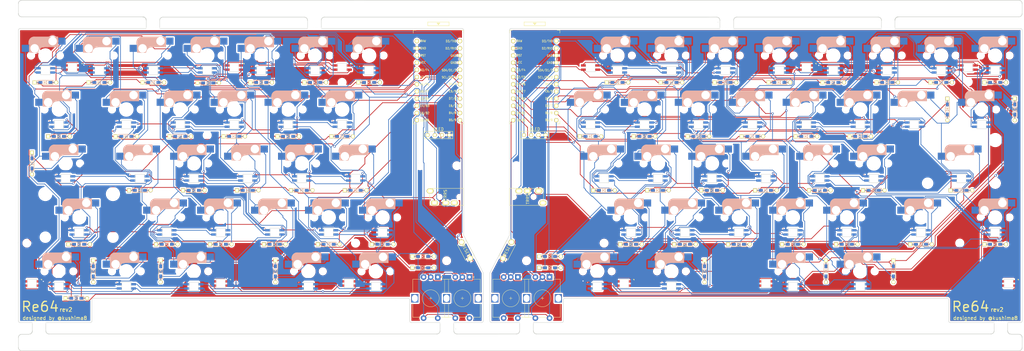
<source format=kicad_pcb>
(kicad_pcb (version 20171130) (host pcbnew "(5.1.4)-1")
  (layers (0 F.Cu signal) (31 B.Cu signal) (34 B.Paste user) (35 F.Paste user) (36 B.SilkS user) (37 F.SilkS user) (38 B.Mask user) (39 F.Mask user) (44 Edge.Cuts user))
  (net 0 "")
  (module kbd:Breakaway_Tabs (layer F.Cu) (at 366.72075 122.91973 180)
    (fp_text reference REF**)
    (fp_text value Breakaway_Tabs)
    (pad "" np_thru_hole circle (at 0 0 180) (size 0.3 0.3) (drill 0.3) (layers *.Cu *.Mask))
    (pad "" np_thru_hole circle (at 0.59375 0 180) (size 0.3 0.3) (drill 0.3) (layers *.Cu *.Mask))
    (pad "" np_thru_hole circle (at 1.1875 0 180) (size 0.3 0.3) (drill 0.3) (layers *.Cu *.Mask))
    (pad "" np_thru_hole circle (at 1.78125 0 180) (size 0.3 0.3) (drill 0.3) (layers *.Cu *.Mask))
    (pad "" np_thru_hole circle (at 2.375 0 180) (size 0.3 0.3) (drill 0.3) (layers *.Cu *.Mask))
    (pad "" np_thru_hole circle (at -1.78125 0 180) (size 0.3 0.3) (drill 0.3) (layers *.Cu *.Mask))
    (pad "" np_thru_hole circle (at -0.59375 0 180) (size 0.3 0.3) (drill 0.3) (layers *.Cu *.Mask))
    (pad "" np_thru_hole circle (at -2.375 0 180) (size 0.3 0.3) (drill 0.3) (layers *.Cu *.Mask))
    (pad "" np_thru_hole circle (at -1.1875 0 180) (size 0.3 0.3) (drill 0.3) (layers *.Cu *.Mask))
  )
  (module kbd:Breakaway_Tabs (layer B.Cu) (at 27.208 122.91873)
    (fp_text reference REF**)
    (fp_text value Breakaway_Tabs)
    (pad "" np_thru_hole circle (at -1.1875 0) (size 0.3 0.3) (drill 0.3) (layers *.Cu *.Mask))
    (pad "" np_thru_hole circle (at -2.375 0) (size 0.3 0.3) (drill 0.3) (layers *.Cu *.Mask))
    (pad "" np_thru_hole circle (at -0.59375 0) (size 0.3 0.3) (drill 0.3) (layers *.Cu *.Mask))
    (pad "" np_thru_hole circle (at -1.78125 0) (size 0.3 0.3) (drill 0.3) (layers *.Cu *.Mask))
    (pad "" np_thru_hole circle (at 2.375 0) (size 0.3 0.3) (drill 0.3) (layers *.Cu *.Mask))
    (pad "" np_thru_hole circle (at 1.78125 0) (size 0.3 0.3) (drill 0.3) (layers *.Cu *.Mask))
    (pad "" np_thru_hole circle (at 1.1875 0) (size 0.3 0.3) (drill 0.3) (layers *.Cu *.Mask))
    (pad "" np_thru_hole circle (at 0.59375 0) (size 0.3 0.3) (drill 0.3) (layers *.Cu *.Mask))
    (pad "" np_thru_hole circle (at 0 0) (size 0.3 0.3) (drill 0.3) (layers *.Cu *.Mask))
  )
  (module kbd:Breakaway_Tabs (layer B.Cu) (at 171.17 122.90373)
    (fp_text reference REF**)
    (fp_text value Breakaway_Tabs)
    (pad "" np_thru_hole circle (at -1.1875 0) (size 0.3 0.3) (drill 0.3) (layers *.Cu *.Mask))
    (pad "" np_thru_hole circle (at -2.375 0) (size 0.3 0.3) (drill 0.3) (layers *.Cu *.Mask))
    (pad "" np_thru_hole circle (at -0.59375 0) (size 0.3 0.3) (drill 0.3) (layers *.Cu *.Mask))
    (pad "" np_thru_hole circle (at -1.78125 0) (size 0.3 0.3) (drill 0.3) (layers *.Cu *.Mask))
    (pad "" np_thru_hole circle (at 2.375 0) (size 0.3 0.3) (drill 0.3) (layers *.Cu *.Mask))
    (pad "" np_thru_hole circle (at 1.78125 0) (size 0.3 0.3) (drill 0.3) (layers *.Cu *.Mask))
    (pad "" np_thru_hole circle (at 1.1875 0) (size 0.3 0.3) (drill 0.3) (layers *.Cu *.Mask))
    (pad "" np_thru_hole circle (at 0.59375 0) (size 0.3 0.3) (drill 0.3) (layers *.Cu *.Mask))
    (pad "" np_thru_hole circle (at 0 0) (size 0.3 0.3) (drill 0.3) (layers *.Cu *.Mask))
  )
  (module kbd:Breakaway_Tabs (layer F.Cu) (at 199.2 122.91573 180)
    (fp_text reference REF**)
    (fp_text value Breakaway_Tabs)
    (pad "" np_thru_hole circle (at 0 0 180) (size 0.3 0.3) (drill 0.3) (layers *.Cu *.Mask))
    (pad "" np_thru_hole circle (at 0.59375 0 180) (size 0.3 0.3) (drill 0.3) (layers *.Cu *.Mask))
    (pad "" np_thru_hole circle (at 1.1875 0 180) (size 0.3 0.3) (drill 0.3) (layers *.Cu *.Mask))
    (pad "" np_thru_hole circle (at 1.78125 0 180) (size 0.3 0.3) (drill 0.3) (layers *.Cu *.Mask))
    (pad "" np_thru_hole circle (at 2.375 0 180) (size 0.3 0.3) (drill 0.3) (layers *.Cu *.Mask))
    (pad "" np_thru_hole circle (at -1.78125 0 180) (size 0.3 0.3) (drill 0.3) (layers *.Cu *.Mask))
    (pad "" np_thru_hole circle (at -0.59375 0 180) (size 0.3 0.3) (drill 0.3) (layers *.Cu *.Mask))
    (pad "" np_thru_hole circle (at -2.375 0 180) (size 0.3 0.3) (drill 0.3) (layers *.Cu *.Mask))
    (pad "" np_thru_hole circle (at -1.1875 0 180) (size 0.3 0.3) (drill 0.3) (layers *.Cu *.Mask))
  )
  (module kbd:Breakaway_Tabs (layer B.Cu) (at 269.97 18.83127 180)
    (fp_text reference REF**)
    (fp_text value Breakaway_Tabs)
    (pad "" np_thru_hole circle (at 0 0 180) (size 0.3 0.3) (drill 0.3) (layers *.Cu *.Mask))
    (pad "" np_thru_hole circle (at 0.59375 0 180) (size 0.3 0.3) (drill 0.3) (layers *.Cu *.Mask))
    (pad "" np_thru_hole circle (at 1.1875 0 180) (size 0.3 0.3) (drill 0.3) (layers *.Cu *.Mask))
    (pad "" np_thru_hole circle (at 1.78125 0 180) (size 0.3 0.3) (drill 0.3) (layers *.Cu *.Mask))
    (pad "" np_thru_hole circle (at 2.375 0 180) (size 0.3 0.3) (drill 0.3) (layers *.Cu *.Mask))
    (pad "" np_thru_hole circle (at -1.78125 0 180) (size 0.3 0.3) (drill 0.3) (layers *.Cu *.Mask))
    (pad "" np_thru_hole circle (at -0.59375 0 180) (size 0.3 0.3) (drill 0.3) (layers *.Cu *.Mask))
    (pad "" np_thru_hole circle (at -2.375 0 180) (size 0.3 0.3) (drill 0.3) (layers *.Cu *.Mask))
    (pad "" np_thru_hole circle (at -1.1875 0 180) (size 0.3 0.3) (drill 0.3) (layers *.Cu *.Mask))
  )
  (module kbd:Breakaway_Tabs (layer B.Cu) (at 326.932 18.81627 180)
    (fp_text reference REF**)
    (fp_text value Breakaway_Tabs)
    (pad "" np_thru_hole circle (at 0 0 180) (size 0.3 0.3) (drill 0.3) (layers *.Cu *.Mask))
    (pad "" np_thru_hole circle (at 0.59375 0 180) (size 0.3 0.3) (drill 0.3) (layers *.Cu *.Mask))
    (pad "" np_thru_hole circle (at 1.1875 0 180) (size 0.3 0.3) (drill 0.3) (layers *.Cu *.Mask))
    (pad "" np_thru_hole circle (at 1.78125 0 180) (size 0.3 0.3) (drill 0.3) (layers *.Cu *.Mask))
    (pad "" np_thru_hole circle (at 2.375 0 180) (size 0.3 0.3) (drill 0.3) (layers *.Cu *.Mask))
    (pad "" np_thru_hole circle (at -1.78125 0 180) (size 0.3 0.3) (drill 0.3) (layers *.Cu *.Mask))
    (pad "" np_thru_hole circle (at -0.59375 0 180) (size 0.3 0.3) (drill 0.3) (layers *.Cu *.Mask))
    (pad "" np_thru_hole circle (at -2.375 0 180) (size 0.3 0.3) (drill 0.3) (layers *.Cu *.Mask))
    (pad "" np_thru_hole circle (at -1.1875 0 180) (size 0.3 0.3) (drill 0.3) (layers *.Cu *.Mask))
  )
  (module kbd:Breakaway_Tabs (layer F.Cu) (at 67.41925 18.81527)
    (fp_text reference REF**)
    (fp_text value Breakaway_Tabs)
    (pad "" np_thru_hole circle (at -1.1875 0) (size 0.3 0.3) (drill 0.3) (layers *.Cu *.Mask))
    (pad "" np_thru_hole circle (at -2.375 0) (size 0.3 0.3) (drill 0.3) (layers *.Cu *.Mask))
    (pad "" np_thru_hole circle (at -0.59375 0) (size 0.3 0.3) (drill 0.3) (layers *.Cu *.Mask))
    (pad "" np_thru_hole circle (at -1.78125 0) (size 0.3 0.3) (drill 0.3) (layers *.Cu *.Mask))
    (pad "" np_thru_hole circle (at 2.375 0) (size 0.3 0.3) (drill 0.3) (layers *.Cu *.Mask))
    (pad "" np_thru_hole circle (at 1.78125 0) (size 0.3 0.3) (drill 0.3) (layers *.Cu *.Mask))
    (pad "" np_thru_hole circle (at 1.1875 0) (size 0.3 0.3) (drill 0.3) (layers *.Cu *.Mask))
    (pad "" np_thru_hole circle (at 0.59375 0) (size 0.3 0.3) (drill 0.3) (layers *.Cu *.Mask))
    (pad "" np_thru_hole circle (at 0 0) (size 0.3 0.3) (drill 0.3) (layers *.Cu *.Mask))
  )
  (module kbd:Breakaway_Tabs (layer F.Cu) (at 124.44 18.81927)
    (fp_text reference REF**)
    (fp_text value Breakaway_Tabs)
    (pad "" np_thru_hole circle (at -1.1875 0) (size 0.3 0.3) (drill 0.3) (layers *.Cu *.Mask))
    (pad "" np_thru_hole circle (at -2.375 0) (size 0.3 0.3) (drill 0.3) (layers *.Cu *.Mask))
    (pad "" np_thru_hole circle (at -0.59375 0) (size 0.3 0.3) (drill 0.3) (layers *.Cu *.Mask))
    (pad "" np_thru_hole circle (at -1.78125 0) (size 0.3 0.3) (drill 0.3) (layers *.Cu *.Mask))
    (pad "" np_thru_hole circle (at 2.375 0) (size 0.3 0.3) (drill 0.3) (layers *.Cu *.Mask))
    (pad "" np_thru_hole circle (at 1.78125 0) (size 0.3 0.3) (drill 0.3) (layers *.Cu *.Mask))
    (pad "" np_thru_hole circle (at 1.1875 0) (size 0.3 0.3) (drill 0.3) (layers *.Cu *.Mask))
    (pad "" np_thru_hole circle (at 0.59375 0) (size 0.3 0.3) (drill 0.3) (layers *.Cu *.Mask))
    (pad "" np_thru_hole circle (at 0 0) (size 0.3 0.3) (drill 0.3) (layers *.Cu *.Mask))
  )
  (module Rotary_Encoder:RotaryEncoder_Alps_EC12E-Switch_Vertical_H20mm (layer F.Cu) (at 196.2 106.715 270)
    (fp_text reference SW29 hide)
    (fp_text value Rotary_Encoder_Switch)
    (pad S2 thru_hole circle (at 14.5 5 270) (size 2 2) (drill 1) (layers *.Cu *.Mask))
    (pad S1 thru_hole circle (at 14.5 0 270) (size 2 2) (drill 1) (layers *.Cu *.Mask))
    (pad MP thru_hole rect (at 7.5 8.1 270) (size 3 2.5) (drill oval 2.5 2) (layers *.Cu *.Mask))
    (pad MP thru_hole rect (at 7.5 -3.1 270) (size 3 2.5) (drill oval 2.5 2) (layers *.Cu *.Mask))
    (pad B thru_hole circle (at 0 5 270) (size 2 2) (drill 1) (layers *.Cu *.Mask))
    (pad C thru_hole circle (at 0 2.5 270) (size 2 2) (drill 1) (layers *.Cu *.Mask))
    (pad A thru_hole rect (at 0 0 270) (size 2 2) (drill 1) (layers *.Cu *.Mask))
  )
  (module Rotary_Encoder:RotaryEncoder_Alps_EC12E-Switch_Vertical_H20mm (layer F.Cu) (at 179.13 106.715 270)
    (fp_text reference SW32 hide)
    (fp_text value Rotary_Encoder_Switch)
    (pad S2 thru_hole circle (at 14.5 5 270) (size 2 2) (drill 1) (layers *.Cu *.Mask))
    (pad S1 thru_hole circle (at 14.5 0 270) (size 2 2) (drill 1) (layers *.Cu *.Mask))
    (pad MP thru_hole rect (at 7.5 8.1 270) (size 3 2.5) (drill oval 2.5 2) (layers *.Cu *.Mask))
    (pad MP thru_hole rect (at 7.5 -3.1 270) (size 3 2.5) (drill oval 2.5 2) (layers *.Cu *.Mask))
    (pad B thru_hole circle (at 0 5 270) (size 2 2) (drill 1) (layers *.Cu *.Mask))
    (pad C thru_hole circle (at 0 2.5 270) (size 2 2) (drill 1) (layers *.Cu *.Mask))
    (pad A thru_hole rect (at 0 0 270) (size 2 2) (drill 1) (layers *.Cu *.Mask))
  )
  (module kbd2:CherryMX_Hotswap (layer F.Cu) (at 224.2512 104.69)
    (fp_text reference SW31)
    (fp_text value SW_PUSH)
    (pad "" np_thru_hole circle (at 2.54 -5.08) (size 3 3) (drill 3) (layers *.Cu *.Mask))
    (pad "" np_thru_hole circle (at -3.81 -2.54) (size 3 3) (drill 3) (layers *.Cu *.Mask))
    (pad 2 smd rect (at 5.842 -5.08 180) (size 2.55 2.5) (layers B.Cu B.Paste B.Mask))
    (pad "" np_thru_hole circle (at -5.08 0) (size 1.9 1.9) (drill 1.9) (layers *.Cu *.Mask))
    (pad "" np_thru_hole circle (at 5.08 0) (size 1.9 1.9) (drill 1.9) (layers *.Cu *.Mask))
    (pad "" np_thru_hole circle (at 0 0 90) (size 4.1 4.1) (drill 4.1) (layers *.Cu *.Mask))
    (pad 1 smd rect (at -7.085 -2.54 180) (size 2.55 2.5) (layers B.Cu B.Paste B.Mask))
  )
  (module kbd2:CherryMX_Hotswap (layer F.Cu) (at 293.308 85.64)
    (fp_text reference SW25)
    (fp_text value SW_PUSH)
    (pad "" np_thru_hole circle (at 2.54 -5.08) (size 3 3) (drill 3) (layers *.Cu *.Mask))
    (pad "" np_thru_hole circle (at -3.81 -2.54) (size 3 3) (drill 3) (layers *.Cu *.Mask))
    (pad 2 smd rect (at 5.842 -5.08 180) (size 2.55 2.5) (layers B.Cu B.Paste B.Mask))
    (pad "" np_thru_hole circle (at -5.08 0) (size 1.9 1.9) (drill 1.9) (layers *.Cu *.Mask))
    (pad "" np_thru_hole circle (at 5.08 0) (size 1.9 1.9) (drill 1.9) (layers *.Cu *.Mask))
    (pad "" np_thru_hole circle (at 0 0 90) (size 4.1 4.1) (drill 4.1) (layers *.Cu *.Mask))
    (pad 1 smd rect (at -7.085 -2.54 180) (size 2.55 2.5) (layers B.Cu B.Paste B.Mask))
  )
  (module kbd2:CherryMX_Hotswap (layer F.Cu) (at 226.6325 66.59)
    (fp_text reference SW15)
    (fp_text value SW_PUSH)
    (pad "" np_thru_hole circle (at 2.54 -5.08) (size 3 3) (drill 3) (layers *.Cu *.Mask))
    (pad "" np_thru_hole circle (at -3.81 -2.54) (size 3 3) (drill 3) (layers *.Cu *.Mask))
    (pad 2 smd rect (at 5.842 -5.08 180) (size 2.55 2.5) (layers B.Cu B.Paste B.Mask))
    (pad "" np_thru_hole circle (at -5.08 0) (size 1.9 1.9) (drill 1.9) (layers *.Cu *.Mask))
    (pad "" np_thru_hole circle (at 5.08 0) (size 1.9 1.9) (drill 1.9) (layers *.Cu *.Mask))
    (pad "" np_thru_hole circle (at 0 0 90) (size 4.1 4.1) (drill 4.1) (layers *.Cu *.Mask))
    (pad 1 smd rect (at -7.085 -2.54 180) (size 2.55 2.5) (layers B.Cu B.Paste B.Mask))
  )
  (module kbd2:CherryMX_Hotswap (layer F.Cu) (at 274.2575 85.64)
    (fp_text reference SW24)
    (fp_text value SW_PUSH)
    (pad "" np_thru_hole circle (at 2.54 -5.08) (size 3 3) (drill 3) (layers *.Cu *.Mask))
    (pad "" np_thru_hole circle (at -3.81 -2.54) (size 3 3) (drill 3) (layers *.Cu *.Mask))
    (pad 2 smd rect (at 5.842 -5.08 180) (size 2.55 2.5) (layers B.Cu B.Paste B.Mask))
    (pad "" np_thru_hole circle (at -5.08 0) (size 1.9 1.9) (drill 1.9) (layers *.Cu *.Mask))
    (pad "" np_thru_hole circle (at 5.08 0) (size 1.9 1.9) (drill 1.9) (layers *.Cu *.Mask))
    (pad "" np_thru_hole circle (at 0 0 90) (size 4.1 4.1) (drill 4.1) (layers *.Cu *.Mask))
    (pad 1 smd rect (at -7.085 -2.54 180) (size 2.55 2.5) (layers B.Cu B.Paste B.Mask))
  )
  (module kbd2:CherryMX_Hotswap (layer F.Cu) (at 236.1575 85.64)
    (fp_text reference SW22)
    (fp_text value SW_PUSH)
    (pad "" np_thru_hole circle (at 2.54 -5.08) (size 3 3) (drill 3) (layers *.Cu *.Mask))
    (pad "" np_thru_hole circle (at -3.81 -2.54) (size 3 3) (drill 3) (layers *.Cu *.Mask))
    (pad 2 smd rect (at 5.842 -5.08 180) (size 2.55 2.5) (layers B.Cu B.Paste B.Mask))
    (pad "" np_thru_hole circle (at -5.08 0) (size 1.9 1.9) (drill 1.9) (layers *.Cu *.Mask))
    (pad "" np_thru_hole circle (at 5.08 0) (size 1.9 1.9) (drill 1.9) (layers *.Cu *.Mask))
    (pad "" np_thru_hole circle (at 0 0 90) (size 4.1 4.1) (drill 4.1) (layers *.Cu *.Mask))
    (pad 1 smd rect (at -7.085 -2.54 180) (size 2.55 2.5) (layers B.Cu B.Paste B.Mask))
  )
  (module kbd2:CherryMX_Hotswap (layer F.Cu) (at 250.445 104.69)
    (fp_text reference SW32)
    (fp_text value SW_PUSH)
    (pad "" np_thru_hole circle (at 2.54 -5.08) (size 3 3) (drill 3) (layers *.Cu *.Mask))
    (pad "" np_thru_hole circle (at -3.81 -2.54) (size 3 3) (drill 3) (layers *.Cu *.Mask))
    (pad 2 smd rect (at 5.842 -5.08 180) (size 2.55 2.5) (layers B.Cu B.Paste B.Mask))
    (pad "" np_thru_hole circle (at -5.08 0) (size 1.9 1.9) (drill 1.9) (layers *.Cu *.Mask))
    (pad "" np_thru_hole circle (at 5.08 0) (size 1.9 1.9) (drill 1.9) (layers *.Cu *.Mask))
    (pad "" np_thru_hole circle (at 0 0 90) (size 4.1 4.1) (drill 4.1) (layers *.Cu *.Mask))
    (pad 1 smd rect (at -7.085 -2.54 180) (size 2.55 2.5) (layers B.Cu B.Paste B.Mask))
  )
  (module kbd2:CherryMX_Hotswap (layer F.Cu) (at 255.2075 85.64)
    (fp_text reference SW23)
    (fp_text value SW_PUSH)
    (pad "" np_thru_hole circle (at 2.54 -5.08) (size 3 3) (drill 3) (layers *.Cu *.Mask))
    (pad "" np_thru_hole circle (at -3.81 -2.54) (size 3 3) (drill 3) (layers *.Cu *.Mask))
    (pad 2 smd rect (at 5.842 -5.08 180) (size 2.55 2.5) (layers B.Cu B.Paste B.Mask))
    (pad "" np_thru_hole circle (at -5.08 0) (size 1.9 1.9) (drill 1.9) (layers *.Cu *.Mask))
    (pad "" np_thru_hole circle (at 5.08 0) (size 1.9 1.9) (drill 1.9) (layers *.Cu *.Mask))
    (pad "" np_thru_hole circle (at 0 0 90) (size 4.1 4.1) (drill 4.1) (layers *.Cu *.Mask))
    (pad 1 smd rect (at -7.085 -2.54 180) (size 2.55 2.5) (layers B.Cu B.Paste B.Mask))
  )
  (module kbd2:CherryMX_Hotswap (layer F.Cu) (at 364.746 85.64)
    (fp_text reference SW28)
    (fp_text value SW_PUSH)
    (pad "" np_thru_hole circle (at 2.54 -5.08) (size 3 3) (drill 3) (layers *.Cu *.Mask))
    (pad "" np_thru_hole circle (at -3.81 -2.54) (size 3 3) (drill 3) (layers *.Cu *.Mask))
    (pad 2 smd rect (at 5.842 -5.08 180) (size 2.55 2.5) (layers B.Cu B.Paste B.Mask))
    (pad "" np_thru_hole circle (at -5.08 0) (size 1.9 1.9) (drill 1.9) (layers *.Cu *.Mask))
    (pad "" np_thru_hole circle (at 5.08 0) (size 1.9 1.9) (drill 1.9) (layers *.Cu *.Mask))
    (pad "" np_thru_hole circle (at 0 0 90) (size 4.1 4.1) (drill 4.1) (layers *.Cu *.Mask))
    (pad 1 smd rect (at -7.085 -2.54 180) (size 2.55 2.5) (layers B.Cu B.Paste B.Mask))
  )
  (module kbd2:CherryMX_Hotswap (layer F.Cu) (at 312.358 85.64)
    (fp_text reference SW26)
    (fp_text value SW_PUSH)
    (pad "" np_thru_hole circle (at 2.54 -5.08) (size 3 3) (drill 3) (layers *.Cu *.Mask))
    (pad "" np_thru_hole circle (at -3.81 -2.54) (size 3 3) (drill 3) (layers *.Cu *.Mask))
    (pad 2 smd rect (at 5.842 -5.08 180) (size 2.55 2.5) (layers B.Cu B.Paste B.Mask))
    (pad "" np_thru_hole circle (at -5.08 0) (size 1.9 1.9) (drill 1.9) (layers *.Cu *.Mask))
    (pad "" np_thru_hole circle (at 5.08 0) (size 1.9 1.9) (drill 1.9) (layers *.Cu *.Mask))
    (pad "" np_thru_hole circle (at 0 0 90) (size 4.1 4.1) (drill 4.1) (layers *.Cu *.Mask))
    (pad 1 smd rect (at -7.085 -2.54 180) (size 2.55 2.5) (layers B.Cu B.Paste B.Mask))
  )
  (module kbd2:CherryMX_Hotswap (layer F.Cu) (at 321.882 66.59)
    (fp_text reference SW20)
    (fp_text value SW_PUSH)
    (pad "" np_thru_hole circle (at 2.54 -5.08) (size 3 3) (drill 3) (layers *.Cu *.Mask))
    (pad "" np_thru_hole circle (at -3.81 -2.54) (size 3 3) (drill 3) (layers *.Cu *.Mask))
    (pad 2 smd rect (at 5.842 -5.08 180) (size 2.55 2.5) (layers B.Cu B.Paste B.Mask))
    (pad "" np_thru_hole circle (at -5.08 0) (size 1.9 1.9) (drill 1.9) (layers *.Cu *.Mask))
    (pad "" np_thru_hole circle (at 5.08 0) (size 1.9 1.9) (drill 1.9) (layers *.Cu *.Mask))
    (pad "" np_thru_hole circle (at 0 0 90) (size 4.1 4.1) (drill 4.1) (layers *.Cu *.Mask))
    (pad 1 smd rect (at -7.085 -2.54 180) (size 2.55 2.5) (layers B.Cu B.Paste B.Mask))
  )
  (module kbd2:CherryMX_Hotswap (layer F.Cu) (at 302.832 66.59)
    (fp_text reference SW19)
    (fp_text value SW_PUSH)
    (pad "" np_thru_hole circle (at 2.54 -5.08) (size 3 3) (drill 3) (layers *.Cu *.Mask))
    (pad "" np_thru_hole circle (at -3.81 -2.54) (size 3 3) (drill 3) (layers *.Cu *.Mask))
    (pad 2 smd rect (at 5.842 -5.08 180) (size 2.55 2.5) (layers B.Cu B.Paste B.Mask))
    (pad "" np_thru_hole circle (at -5.08 0) (size 1.9 1.9) (drill 1.9) (layers *.Cu *.Mask))
    (pad "" np_thru_hole circle (at 5.08 0) (size 1.9 1.9) (drill 1.9) (layers *.Cu *.Mask))
    (pad "" np_thru_hole circle (at 0 0 90) (size 4.1 4.1) (drill 4.1) (layers *.Cu *.Mask))
    (pad 1 smd rect (at -7.085 -2.54 180) (size 2.55 2.5) (layers B.Cu B.Paste B.Mask))
  )
  (module kbd2:CherryMX_Hotswap (layer F.Cu) (at 283.782 66.59)
    (fp_text reference SW18)
    (fp_text value SW_PUSH)
    (pad "" np_thru_hole circle (at 2.54 -5.08) (size 3 3) (drill 3) (layers *.Cu *.Mask))
    (pad "" np_thru_hole circle (at -3.81 -2.54) (size 3 3) (drill 3) (layers *.Cu *.Mask))
    (pad 2 smd rect (at 5.842 -5.08 180) (size 2.55 2.5) (layers B.Cu B.Paste B.Mask))
    (pad "" np_thru_hole circle (at -5.08 0) (size 1.9 1.9) (drill 1.9) (layers *.Cu *.Mask))
    (pad "" np_thru_hole circle (at 5.08 0) (size 1.9 1.9) (drill 1.9) (layers *.Cu *.Mask))
    (pad "" np_thru_hole circle (at 0 0 90) (size 4.1 4.1) (drill 4.1) (layers *.Cu *.Mask))
    (pad 1 smd rect (at -7.085 -2.54 180) (size 2.55 2.5) (layers B.Cu B.Paste B.Mask))
  )
  (module kbd2:CherryMX_Hotswap (layer F.Cu) (at 245.6825 66.59)
    (fp_text reference SW16)
    (fp_text value SW_PUSH)
    (pad "" np_thru_hole circle (at 2.54 -5.08) (size 3 3) (drill 3) (layers *.Cu *.Mask))
    (pad "" np_thru_hole circle (at -3.81 -2.54) (size 3 3) (drill 3) (layers *.Cu *.Mask))
    (pad 2 smd rect (at 5.842 -5.08 180) (size 2.55 2.5) (layers B.Cu B.Paste B.Mask))
    (pad "" np_thru_hole circle (at -5.08 0) (size 1.9 1.9) (drill 1.9) (layers *.Cu *.Mask))
    (pad "" np_thru_hole circle (at 5.08 0) (size 1.9 1.9) (drill 1.9) (layers *.Cu *.Mask))
    (pad "" np_thru_hole circle (at 0 0 90) (size 4.1 4.1) (drill 4.1) (layers *.Cu *.Mask))
    (pad 1 smd rect (at -7.085 -2.54 180) (size 2.55 2.5) (layers B.Cu B.Paste B.Mask))
  )
  (module kbd2:CherryMX_Hotswap (layer F.Cu) (at 338.552 85.64)
    (fp_text reference SW27)
    (fp_text value SW_PUSH)
    (pad "" np_thru_hole circle (at 2.54 -5.08) (size 3 3) (drill 3) (layers *.Cu *.Mask))
    (pad "" np_thru_hole circle (at -3.81 -2.54) (size 3 3) (drill 3) (layers *.Cu *.Mask))
    (pad 2 smd rect (at 5.842 -5.08 180) (size 2.55 2.5) (layers B.Cu B.Paste B.Mask))
    (pad "" np_thru_hole circle (at -5.08 0) (size 1.9 1.9) (drill 1.9) (layers *.Cu *.Mask))
    (pad "" np_thru_hole circle (at 5.08 0) (size 1.9 1.9) (drill 1.9) (layers *.Cu *.Mask))
    (pad "" np_thru_hole circle (at 0 0 90) (size 4.1 4.1) (drill 4.1) (layers *.Cu *.Mask))
    (pad 1 smd rect (at -7.085 -2.54 180) (size 2.55 2.5) (layers B.Cu B.Paste B.Mask))
  )
  (module kbd2:CherryMX_Hotswap (layer F.Cu) (at 352.838 66.59)
    (fp_text reference SW21)
    (fp_text value SW_PUSH)
    (pad "" np_thru_hole circle (at 2.54 -5.08) (size 3 3) (drill 3) (layers *.Cu *.Mask))
    (pad "" np_thru_hole circle (at -3.81 -2.54) (size 3 3) (drill 3) (layers *.Cu *.Mask))
    (pad 2 smd rect (at 5.842 -5.08 180) (size 2.55 2.5) (layers B.Cu B.Paste B.Mask))
    (pad "" np_thru_hole circle (at -5.08 0) (size 1.9 1.9) (drill 1.9) (layers *.Cu *.Mask))
    (pad "" np_thru_hole circle (at 5.08 0) (size 1.9 1.9) (drill 1.9) (layers *.Cu *.Mask))
    (pad "" np_thru_hole circle (at 0 0 90) (size 4.1 4.1) (drill 4.1) (layers *.Cu *.Mask))
    (pad 1 smd rect (at -7.085 -2.54 180) (size 2.55 2.5) (layers B.Cu B.Paste B.Mask))
  )
  (module kbd2:CherryMX_Hotswap (layer F.Cu) (at 317.12 104.69)
    (fp_text reference SW34)
    (fp_text value SW_PUSH)
    (pad "" np_thru_hole circle (at 2.54 -5.08) (size 3 3) (drill 3) (layers *.Cu *.Mask))
    (pad "" np_thru_hole circle (at -3.81 -2.54) (size 3 3) (drill 3) (layers *.Cu *.Mask))
    (pad 2 smd rect (at 5.842 -5.08 180) (size 2.55 2.5) (layers B.Cu B.Paste B.Mask))
    (pad "" np_thru_hole circle (at -5.08 0) (size 1.9 1.9) (drill 1.9) (layers *.Cu *.Mask))
    (pad "" np_thru_hole circle (at 5.08 0) (size 1.9 1.9) (drill 1.9) (layers *.Cu *.Mask))
    (pad "" np_thru_hole circle (at 0 0 90) (size 4.1 4.1) (drill 4.1) (layers *.Cu *.Mask))
    (pad 1 smd rect (at -7.085 -2.54 180) (size 2.55 2.5) (layers B.Cu B.Paste B.Mask))
  )
  (module kbd2:CherryMX_Hotswap (layer F.Cu) (at 293.308 104.69)
    (fp_text reference SW33)
    (fp_text value SW_PUSH)
    (pad "" np_thru_hole circle (at 2.54 -5.08) (size 3 3) (drill 3) (layers *.Cu *.Mask))
    (pad "" np_thru_hole circle (at -3.81 -2.54) (size 3 3) (drill 3) (layers *.Cu *.Mask))
    (pad 2 smd rect (at 5.842 -5.08 180) (size 2.55 2.5) (layers B.Cu B.Paste B.Mask))
    (pad "" np_thru_hole circle (at -5.08 0) (size 1.9 1.9) (drill 1.9) (layers *.Cu *.Mask))
    (pad "" np_thru_hole circle (at 5.08 0) (size 1.9 1.9) (drill 1.9) (layers *.Cu *.Mask))
    (pad "" np_thru_hole circle (at 0 0 90) (size 4.1 4.1) (drill 4.1) (layers *.Cu *.Mask))
    (pad 1 smd rect (at -7.085 -2.54 180) (size 2.55 2.5) (layers B.Cu B.Paste B.Mask))
  )
  (module kbd2:CherryMX_Hotswap (layer F.Cu) (at 264.7325 66.59)
    (fp_text reference SW17)
    (fp_text value SW_PUSH)
    (pad "" np_thru_hole circle (at 2.54 -5.08) (size 3 3) (drill 3) (layers *.Cu *.Mask))
    (pad "" np_thru_hole circle (at -3.81 -2.54) (size 3 3) (drill 3) (layers *.Cu *.Mask))
    (pad 2 smd rect (at 5.842 -5.08 180) (size 2.55 2.5) (layers B.Cu B.Paste B.Mask))
    (pad "" np_thru_hole circle (at -5.08 0) (size 1.9 1.9) (drill 1.9) (layers *.Cu *.Mask))
    (pad "" np_thru_hole circle (at 5.08 0) (size 1.9 1.9) (drill 1.9) (layers *.Cu *.Mask))
    (pad "" np_thru_hole circle (at 0 0 90) (size 4.1 4.1) (drill 4.1) (layers *.Cu *.Mask))
    (pad 1 smd rect (at -7.085 -2.54 180) (size 2.55 2.5) (layers B.Cu B.Paste B.Mask))
  )
  (module kbd:YS-SK6812MINI-E (layer F.Cu) (at 369.508 108.99 180)
    (fp_text reference LED40 hide)
    (fp_text value YS-SK6812MINI-E hide)
    (fp_line (start -1.7 -1.5) (end -1.7 1.5) (layer Edge.Cuts) (width 0.12))
    (fp_line (start -1.7 1.5) (end 1.7 1.5) (layer Edge.Cuts) (width 0.12))
    (fp_line (start 1.7 1.5) (end 1.7 -1.5) (layer Edge.Cuts) (width 0.12))
    (fp_line (start 1.7 -1.5) (end -1.7 -1.5) (layer Edge.Cuts) (width 0.12))
    (pad 4 smd rect (at -2.5 -0.75 180) (size 1.8 0.82) (layers F.Cu F.Paste F.Mask))
    (pad 3 smd rect (at -2.5 0.75 180) (size 1.8 0.82) (layers F.Cu F.Paste F.Mask))
    (pad 2 smd rect (at 2.5 0.75 180) (size 1.8 0.82) (layers F.Cu F.Paste F.Mask))
    (pad 1 smd rect (at 2.5 -0.75 180) (size 1.8 0.82) (layers F.Cu F.Paste F.Mask))
  )
  (module kbd:YS-SK6812MINI-E (layer F.Cu) (at 283.783 108.99 180)
    (fp_text reference LED39 hide)
    (fp_text value YS-SK6812MINI-E hide)
    (fp_line (start 1.7 -1.5) (end -1.7 -1.5) (layer Edge.Cuts) (width 0.12))
    (fp_line (start 1.7 1.5) (end 1.7 -1.5) (layer Edge.Cuts) (width 0.12))
    (fp_line (start -1.7 1.5) (end 1.7 1.5) (layer Edge.Cuts) (width 0.12))
    (fp_line (start -1.7 -1.5) (end -1.7 1.5) (layer Edge.Cuts) (width 0.12))
    (pad 1 smd rect (at 2.5 -0.75 180) (size 1.8 0.82) (layers F.Cu F.Paste F.Mask))
    (pad 2 smd rect (at 2.5 0.75 180) (size 1.8 0.82) (layers F.Cu F.Paste F.Mask))
    (pad 3 smd rect (at -2.5 0.75 180) (size 1.8 0.82) (layers F.Cu F.Paste F.Mask))
    (pad 4 smd rect (at -2.5 -0.75 180) (size 1.8 0.82) (layers F.Cu F.Paste F.Mask))
  )
  (module kbd:YS-SK6812MINI-E (layer B.Cu) (at 293.308 90.94)
    (fp_text reference LED25 hide)
    (fp_text value YS-SK6812MINI-E hide)
    (fp_line (start -1.7 1.5) (end -1.7 -1.5) (layer Edge.Cuts) (width 0.12))
    (fp_line (start -1.7 -1.5) (end 1.7 -1.5) (layer Edge.Cuts) (width 0.12))
    (fp_line (start 1.7 -1.5) (end 1.7 1.5) (layer Edge.Cuts) (width 0.12))
    (fp_line (start 1.7 1.5) (end -1.7 1.5) (layer Edge.Cuts) (width 0.12))
    (pad 4 smd rect (at -2.5 0.75) (size 1.8 0.82) (layers B.Cu B.Paste B.Mask))
    (pad 3 smd rect (at -2.5 -0.75) (size 1.8 0.82) (layers B.Cu B.Paste B.Mask))
    (pad 2 smd rect (at 2.5 -0.75) (size 1.8 0.82) (layers B.Cu B.Paste B.Mask))
    (pad 1 smd rect (at 2.5 0.75) (size 1.8 0.82) (layers B.Cu B.Paste B.Mask))
  )
  (module kbd:YS-SK6812MINI-E (layer B.Cu) (at 359.982 52.89)
    (fp_text reference LED34 hide)
    (fp_text value YS-SK6812MINI-E hide)
    (fp_line (start -1.7 1.5) (end -1.7 -1.5) (layer Edge.Cuts) (width 0.12))
    (fp_line (start -1.7 -1.5) (end 1.7 -1.5) (layer Edge.Cuts) (width 0.12))
    (fp_line (start 1.7 -1.5) (end 1.7 1.5) (layer Edge.Cuts) (width 0.12))
    (fp_line (start 1.7 1.5) (end -1.7 1.5) (layer Edge.Cuts) (width 0.12))
    (pad 4 smd rect (at -2.5 0.75) (size 1.8 0.82) (layers B.Cu B.Paste B.Mask))
    (pad 3 smd rect (at -2.5 -0.75) (size 1.8 0.82) (layers B.Cu B.Paste B.Mask))
    (pad 2 smd rect (at 2.5 -0.75) (size 1.8 0.82) (layers B.Cu B.Paste B.Mask))
    (pad 1 smd rect (at 2.5 0.75) (size 1.8 0.82) (layers B.Cu B.Paste B.Mask))
  )
  (module kbd:YS-SK6812MINI-E (layer B.Cu) (at 364.745 33.74)
    (fp_text reference LED33 hide)
    (fp_text value YS-SK6812MINI-E hide)
    (fp_line (start 1.7 1.5) (end -1.7 1.5) (layer Edge.Cuts) (width 0.12))
    (fp_line (start 1.7 -1.5) (end 1.7 1.5) (layer Edge.Cuts) (width 0.12))
    (fp_line (start -1.7 -1.5) (end 1.7 -1.5) (layer Edge.Cuts) (width 0.12))
    (fp_line (start -1.7 1.5) (end -1.7 -1.5) (layer Edge.Cuts) (width 0.12))
    (pad 1 smd rect (at 2.5 0.75) (size 1.8 0.82) (layers B.Cu B.Paste B.Mask))
    (pad 2 smd rect (at 2.5 -0.75) (size 1.8 0.82) (layers B.Cu B.Paste B.Mask))
    (pad 3 smd rect (at -2.5 -0.75) (size 1.8 0.82) (layers B.Cu B.Paste B.Mask))
    (pad 4 smd rect (at -2.5 0.75) (size 1.8 0.82) (layers B.Cu B.Paste B.Mask))
  )
  (module kbd:YS-SK6812MINI-E (layer B.Cu) (at 364.746 90.94)
    (fp_text reference LED28 hide)
    (fp_text value YS-SK6812MINI-E hide)
    (fp_line (start -1.7 1.5) (end -1.7 -1.5) (layer Edge.Cuts) (width 0.12))
    (fp_line (start -1.7 -1.5) (end 1.7 -1.5) (layer Edge.Cuts) (width 0.12))
    (fp_line (start 1.7 -1.5) (end 1.7 1.5) (layer Edge.Cuts) (width 0.12))
    (fp_line (start 1.7 1.5) (end -1.7 1.5) (layer Edge.Cuts) (width 0.12))
    (pad 4 smd rect (at -2.5 0.75) (size 1.8 0.82) (layers B.Cu B.Paste B.Mask))
    (pad 3 smd rect (at -2.5 -0.75) (size 1.8 0.82) (layers B.Cu B.Paste B.Mask))
    (pad 2 smd rect (at 2.5 -0.75) (size 1.8 0.82) (layers B.Cu B.Paste B.Mask))
    (pad 1 smd rect (at 2.5 0.75) (size 1.8 0.82) (layers B.Cu B.Paste B.Mask))
  )
  (module kbd:YS-SK6812MINI-E (layer B.Cu) (at 224.2512 109.99)
    (fp_text reference LED29 hide)
    (fp_text value YS-SK6812MINI-E hide)
    (fp_line (start -1.7 1.5) (end -1.7 -1.5) (layer Edge.Cuts) (width 0.12))
    (fp_line (start -1.7 -1.5) (end 1.7 -1.5) (layer Edge.Cuts) (width 0.12))
    (fp_line (start 1.7 -1.5) (end 1.7 1.5) (layer Edge.Cuts) (width 0.12))
    (fp_line (start 1.7 1.5) (end -1.7 1.5) (layer Edge.Cuts) (width 0.12))
    (pad 4 smd rect (at -2.5 0.75) (size 1.8 0.82) (layers B.Cu B.Paste B.Mask))
    (pad 3 smd rect (at -2.5 -0.75) (size 1.8 0.82) (layers B.Cu B.Paste B.Mask))
    (pad 2 smd rect (at 2.5 -0.75) (size 1.8 0.82) (layers B.Cu B.Paste B.Mask))
    (pad 1 smd rect (at 2.5 0.75) (size 1.8 0.82) (layers B.Cu B.Paste B.Mask))
  )
  (module kbd:YS-SK6812MINI-E (layer B.Cu) (at 317.12 109.99)
    (fp_text reference LED31 hide)
    (fp_text value YS-SK6812MINI-E hide)
    (fp_line (start 1.7 1.5) (end -1.7 1.5) (layer Edge.Cuts) (width 0.12))
    (fp_line (start 1.7 -1.5) (end 1.7 1.5) (layer Edge.Cuts) (width 0.12))
    (fp_line (start -1.7 -1.5) (end 1.7 -1.5) (layer Edge.Cuts) (width 0.12))
    (fp_line (start -1.7 1.5) (end -1.7 -1.5) (layer Edge.Cuts) (width 0.12))
    (pad 1 smd rect (at 2.5 0.75) (size 1.8 0.82) (layers B.Cu B.Paste B.Mask))
    (pad 2 smd rect (at 2.5 -0.75) (size 1.8 0.82) (layers B.Cu B.Paste B.Mask))
    (pad 3 smd rect (at -2.5 -0.75) (size 1.8 0.82) (layers B.Cu B.Paste B.Mask))
    (pad 4 smd rect (at -2.5 0.75) (size 1.8 0.82) (layers B.Cu B.Paste B.Mask))
  )
  (module kbd:YS-SK6812MINI-E (layer B.Cu) (at 250.445 109.99)
    (fp_text reference LED30 hide)
    (fp_text value YS-SK6812MINI-E hide)
    (fp_line (start 1.7 1.5) (end -1.7 1.5) (layer Edge.Cuts) (width 0.12))
    (fp_line (start 1.7 -1.5) (end 1.7 1.5) (layer Edge.Cuts) (width 0.12))
    (fp_line (start -1.7 -1.5) (end 1.7 -1.5) (layer Edge.Cuts) (width 0.12))
    (fp_line (start -1.7 1.5) (end -1.7 -1.5) (layer Edge.Cuts) (width 0.12))
    (pad 1 smd rect (at 2.5 0.75) (size 1.8 0.82) (layers B.Cu B.Paste B.Mask))
    (pad 2 smd rect (at 2.5 -0.75) (size 1.8 0.82) (layers B.Cu B.Paste B.Mask))
    (pad 3 smd rect (at -2.5 -0.75) (size 1.8 0.82) (layers B.Cu B.Paste B.Mask))
    (pad 4 smd rect (at -2.5 0.75) (size 1.8 0.82) (layers B.Cu B.Paste B.Mask))
  )
  (module kbd:YS-SK6812MINI-E (layer B.Cu) (at 274.2575 90.94)
    (fp_text reference LED24 hide)
    (fp_text value YS-SK6812MINI-E hide)
    (fp_line (start 1.7 1.5) (end -1.7 1.5) (layer Edge.Cuts) (width 0.12))
    (fp_line (start 1.7 -1.5) (end 1.7 1.5) (layer Edge.Cuts) (width 0.12))
    (fp_line (start -1.7 -1.5) (end 1.7 -1.5) (layer Edge.Cuts) (width 0.12))
    (fp_line (start -1.7 1.5) (end -1.7 -1.5) (layer Edge.Cuts) (width 0.12))
    (pad 1 smd rect (at 2.5 0.75) (size 1.8 0.82) (layers B.Cu B.Paste B.Mask))
    (pad 2 smd rect (at 2.5 -0.75) (size 1.8 0.82) (layers B.Cu B.Paste B.Mask))
    (pad 3 smd rect (at -2.5 -0.75) (size 1.8 0.82) (layers B.Cu B.Paste B.Mask))
    (pad 4 smd rect (at -2.5 0.75) (size 1.8 0.82) (layers B.Cu B.Paste B.Mask))
  )
  (module kbd:YS-SK6812MINI-E (layer B.Cu) (at 236.1575 90.94)
    (fp_text reference LED22 hide)
    (fp_text value YS-SK6812MINI-E hide)
    (fp_line (start 1.7 1.5) (end -1.7 1.5) (layer Edge.Cuts) (width 0.12))
    (fp_line (start 1.7 -1.5) (end 1.7 1.5) (layer Edge.Cuts) (width 0.12))
    (fp_line (start -1.7 -1.5) (end 1.7 -1.5) (layer Edge.Cuts) (width 0.12))
    (fp_line (start -1.7 1.5) (end -1.7 -1.5) (layer Edge.Cuts) (width 0.12))
    (pad 1 smd rect (at 2.5 0.75) (size 1.8 0.82) (layers B.Cu B.Paste B.Mask))
    (pad 2 smd rect (at 2.5 -0.75) (size 1.8 0.82) (layers B.Cu B.Paste B.Mask))
    (pad 3 smd rect (at -2.5 -0.75) (size 1.8 0.82) (layers B.Cu B.Paste B.Mask))
    (pad 4 smd rect (at -2.5 0.75) (size 1.8 0.82) (layers B.Cu B.Paste B.Mask))
  )
  (module kbd:YS-SK6812MINI-E (layer B.Cu) (at 312.358 90.94)
    (fp_text reference LED26 hide)
    (fp_text value YS-SK6812MINI-E hide)
    (fp_line (start 1.7 1.5) (end -1.7 1.5) (layer Edge.Cuts) (width 0.12))
    (fp_line (start 1.7 -1.5) (end 1.7 1.5) (layer Edge.Cuts) (width 0.12))
    (fp_line (start -1.7 -1.5) (end 1.7 -1.5) (layer Edge.Cuts) (width 0.12))
    (fp_line (start -1.7 1.5) (end -1.7 -1.5) (layer Edge.Cuts) (width 0.12))
    (pad 1 smd rect (at 2.5 0.75) (size 1.8 0.82) (layers B.Cu B.Paste B.Mask))
    (pad 2 smd rect (at 2.5 -0.75) (size 1.8 0.82) (layers B.Cu B.Paste B.Mask))
    (pad 3 smd rect (at -2.5 -0.75) (size 1.8 0.82) (layers B.Cu B.Paste B.Mask))
    (pad 4 smd rect (at -2.5 0.75) (size 1.8 0.82) (layers B.Cu B.Paste B.Mask))
  )
  (module kbd:YS-SK6812MINI-E (layer B.Cu) (at 293.308 109.99)
    (fp_text reference LED32 hide)
    (fp_text value YS-SK6812MINI-E hide)
    (fp_line (start -1.7 1.5) (end -1.7 -1.5) (layer Edge.Cuts) (width 0.12))
    (fp_line (start -1.7 -1.5) (end 1.7 -1.5) (layer Edge.Cuts) (width 0.12))
    (fp_line (start 1.7 -1.5) (end 1.7 1.5) (layer Edge.Cuts) (width 0.12))
    (fp_line (start 1.7 1.5) (end -1.7 1.5) (layer Edge.Cuts) (width 0.12))
    (pad 4 smd rect (at -2.5 0.75) (size 1.8 0.82) (layers B.Cu B.Paste B.Mask))
    (pad 3 smd rect (at -2.5 -0.75) (size 1.8 0.82) (layers B.Cu B.Paste B.Mask))
    (pad 2 smd rect (at 2.5 -0.75) (size 1.8 0.82) (layers B.Cu B.Paste B.Mask))
    (pad 1 smd rect (at 2.5 0.75) (size 1.8 0.82) (layers B.Cu B.Paste B.Mask))
  )
  (module kbd:YS-SK6812MINI-E (layer F.Cu) (at 233.7762 108.99 180)
    (fp_text reference LED38 hide)
    (fp_text value YS-SK6812MINI-E hide)
    (fp_line (start -1.7 -1.5) (end -1.7 1.5) (layer Edge.Cuts) (width 0.12))
    (fp_line (start -1.7 1.5) (end 1.7 1.5) (layer Edge.Cuts) (width 0.12))
    (fp_line (start 1.7 1.5) (end 1.7 -1.5) (layer Edge.Cuts) (width 0.12))
    (fp_line (start 1.7 -1.5) (end -1.7 -1.5) (layer Edge.Cuts) (width 0.12))
    (pad 4 smd rect (at -2.5 -0.75 180) (size 1.8 0.82) (layers F.Cu F.Paste F.Mask))
    (pad 3 smd rect (at -2.5 0.75 180) (size 1.8 0.82) (layers F.Cu F.Paste F.Mask))
    (pad 2 smd rect (at 2.5 0.75 180) (size 1.8 0.82) (layers F.Cu F.Paste F.Mask))
    (pad 1 smd rect (at 2.5 -0.75 180) (size 1.8 0.82) (layers F.Cu F.Paste F.Mask))
  )
  (module kbd:YS-SK6812MINI-E (layer F.Cu) (at 355.22 32.74 180)
    (fp_text reference LED37 hide)
    (fp_text value YS-SK6812MINI-E hide)
    (fp_line (start -1.7 -1.5) (end -1.7 1.5) (layer Edge.Cuts) (width 0.12))
    (fp_line (start -1.7 1.5) (end 1.7 1.5) (layer Edge.Cuts) (width 0.12))
    (fp_line (start 1.7 1.5) (end 1.7 -1.5) (layer Edge.Cuts) (width 0.12))
    (fp_line (start 1.7 -1.5) (end -1.7 -1.5) (layer Edge.Cuts) (width 0.12))
    (pad 4 smd rect (at -2.5 -0.75 180) (size 1.8 0.82) (layers F.Cu F.Paste F.Mask))
    (pad 3 smd rect (at -2.5 0.75 180) (size 1.8 0.82) (layers F.Cu F.Paste F.Mask))
    (pad 2 smd rect (at 2.5 0.75 180) (size 1.8 0.82) (layers F.Cu F.Paste F.Mask))
    (pad 1 smd rect (at 2.5 -0.75 180) (size 1.8 0.82) (layers F.Cu F.Paste F.Mask))
  )
  (module kbd:YS-SK6812MINI-E (layer F.Cu) (at 298.07 32.74 180)
    (fp_text reference LED36 hide)
    (fp_text value YS-SK6812MINI-E hide)
    (fp_line (start -1.7 -1.5) (end -1.7 1.5) (layer Edge.Cuts) (width 0.12))
    (fp_line (start -1.7 1.5) (end 1.7 1.5) (layer Edge.Cuts) (width 0.12))
    (fp_line (start 1.7 1.5) (end 1.7 -1.5) (layer Edge.Cuts) (width 0.12))
    (fp_line (start 1.7 -1.5) (end -1.7 -1.5) (layer Edge.Cuts) (width 0.12))
    (pad 4 smd rect (at -2.5 -0.75 180) (size 1.8 0.82) (layers F.Cu F.Paste F.Mask))
    (pad 3 smd rect (at -2.5 0.75 180) (size 1.8 0.82) (layers F.Cu F.Paste F.Mask))
    (pad 2 smd rect (at 2.5 0.75 180) (size 1.8 0.82) (layers F.Cu F.Paste F.Mask))
    (pad 1 smd rect (at 2.5 -0.75 180) (size 1.8 0.82) (layers F.Cu F.Paste F.Mask))
  )
  (module kbd:YS-SK6812MINI-E (layer F.Cu) (at 221.87 32.74 180)
    (fp_text reference LED35 hide)
    (fp_text value YS-SK6812MINI-E hide)
    (fp_line (start 1.7 -1.5) (end -1.7 -1.5) (layer Edge.Cuts) (width 0.12))
    (fp_line (start 1.7 1.5) (end 1.7 -1.5) (layer Edge.Cuts) (width 0.12))
    (fp_line (start -1.7 1.5) (end 1.7 1.5) (layer Edge.Cuts) (width 0.12))
    (fp_line (start -1.7 -1.5) (end -1.7 1.5) (layer Edge.Cuts) (width 0.12))
    (pad 1 smd rect (at 2.5 -0.75 180) (size 1.8 0.82) (layers F.Cu F.Paste F.Mask))
    (pad 2 smd rect (at 2.5 0.75 180) (size 1.8 0.82) (layers F.Cu F.Paste F.Mask))
    (pad 3 smd rect (at -2.5 0.75 180) (size 1.8 0.82) (layers F.Cu F.Paste F.Mask))
    (pad 4 smd rect (at -2.5 -0.75 180) (size 1.8 0.82) (layers F.Cu F.Paste F.Mask))
  )
  (module kbd:YS-SK6812MINI-E (layer B.Cu) (at 338.552 90.94)
    (fp_text reference LED27 hide)
    (fp_text value YS-SK6812MINI-E hide)
    (fp_line (start 1.7 1.5) (end -1.7 1.5) (layer Edge.Cuts) (width 0.12))
    (fp_line (start 1.7 -1.5) (end 1.7 1.5) (layer Edge.Cuts) (width 0.12))
    (fp_line (start -1.7 -1.5) (end 1.7 -1.5) (layer Edge.Cuts) (width 0.12))
    (fp_line (start -1.7 1.5) (end -1.7 -1.5) (layer Edge.Cuts) (width 0.12))
    (pad 1 smd rect (at 2.5 0.75) (size 1.8 0.82) (layers B.Cu B.Paste B.Mask))
    (pad 2 smd rect (at 2.5 -0.75) (size 1.8 0.82) (layers B.Cu B.Paste B.Mask))
    (pad 3 smd rect (at -2.5 -0.75) (size 1.8 0.82) (layers B.Cu B.Paste B.Mask))
    (pad 4 smd rect (at -2.5 0.75) (size 1.8 0.82) (layers B.Cu B.Paste B.Mask))
  )
  (module kbd:YS-SK6812MINI-E (layer B.Cu) (at 255.2075 90.94)
    (fp_text reference LED23 hide)
    (fp_text value YS-SK6812MINI-E hide)
    (fp_line (start -1.7 1.5) (end -1.7 -1.5) (layer Edge.Cuts) (width 0.12))
    (fp_line (start -1.7 -1.5) (end 1.7 -1.5) (layer Edge.Cuts) (width 0.12))
    (fp_line (start 1.7 -1.5) (end 1.7 1.5) (layer Edge.Cuts) (width 0.12))
    (fp_line (start 1.7 1.5) (end -1.7 1.5) (layer Edge.Cuts) (width 0.12))
    (pad 4 smd rect (at -2.5 0.75) (size 1.8 0.82) (layers B.Cu B.Paste B.Mask))
    (pad 3 smd rect (at -2.5 -0.75) (size 1.8 0.82) (layers B.Cu B.Paste B.Mask))
    (pad 2 smd rect (at 2.5 -0.75) (size 1.8 0.82) (layers B.Cu B.Paste B.Mask))
    (pad 1 smd rect (at 2.5 0.75) (size 1.8 0.82) (layers B.Cu B.Paste B.Mask))
  )
  (module kbd:YS-SK6812MINI-E (layer B.Cu) (at 352.838 71.89)
    (fp_text reference LED21 hide)
    (fp_text value YS-SK6812MINI-E hide)
    (fp_line (start 1.7 1.5) (end -1.7 1.5) (layer Edge.Cuts) (width 0.12))
    (fp_line (start 1.7 -1.5) (end 1.7 1.5) (layer Edge.Cuts) (width 0.12))
    (fp_line (start -1.7 -1.5) (end 1.7 -1.5) (layer Edge.Cuts) (width 0.12))
    (fp_line (start -1.7 1.5) (end -1.7 -1.5) (layer Edge.Cuts) (width 0.12))
    (pad 1 smd rect (at 2.5 0.75) (size 1.8 0.82) (layers B.Cu B.Paste B.Mask))
    (pad 2 smd rect (at 2.5 -0.75) (size 1.8 0.82) (layers B.Cu B.Paste B.Mask))
    (pad 3 smd rect (at -2.5 -0.75) (size 1.8 0.82) (layers B.Cu B.Paste B.Mask))
    (pad 4 smd rect (at -2.5 0.75) (size 1.8 0.82) (layers B.Cu B.Paste B.Mask))
  )
  (module kbd:YS-SK6812MINI-E (layer B.Cu) (at 336.17 52.89)
    (fp_text reference LED14 hide)
    (fp_text value YS-SK6812MINI-E hide)
    (fp_line (start -1.7 1.5) (end -1.7 -1.5) (layer Edge.Cuts) (width 0.12))
    (fp_line (start -1.7 -1.5) (end 1.7 -1.5) (layer Edge.Cuts) (width 0.12))
    (fp_line (start 1.7 -1.5) (end 1.7 1.5) (layer Edge.Cuts) (width 0.12))
    (fp_line (start 1.7 1.5) (end -1.7 1.5) (layer Edge.Cuts) (width 0.12))
    (pad 4 smd rect (at -2.5 0.75) (size 1.8 0.82) (layers B.Cu B.Paste B.Mask))
    (pad 3 smd rect (at -2.5 -0.75) (size 1.8 0.82) (layers B.Cu B.Paste B.Mask))
    (pad 2 smd rect (at 2.5 -0.75) (size 1.8 0.82) (layers B.Cu B.Paste B.Mask))
    (pad 1 smd rect (at 2.5 0.75) (size 1.8 0.82) (layers B.Cu B.Paste B.Mask))
  )
  (module kbd:YS-SK6812MINI-E (layer B.Cu) (at 259.97 52.89)
    (fp_text reference LED10 hide)
    (fp_text value YS-SK6812MINI-E hide)
    (fp_line (start -1.7 1.5) (end -1.7 -1.5) (layer Edge.Cuts) (width 0.12))
    (fp_line (start -1.7 -1.5) (end 1.7 -1.5) (layer Edge.Cuts) (width 0.12))
    (fp_line (start 1.7 -1.5) (end 1.7 1.5) (layer Edge.Cuts) (width 0.12))
    (fp_line (start 1.7 1.5) (end -1.7 1.5) (layer Edge.Cuts) (width 0.12))
    (pad 4 smd rect (at -2.5 0.75) (size 1.8 0.82) (layers B.Cu B.Paste B.Mask))
    (pad 3 smd rect (at -2.5 -0.75) (size 1.8 0.82) (layers B.Cu B.Paste B.Mask))
    (pad 2 smd rect (at 2.5 -0.75) (size 1.8 0.82) (layers B.Cu B.Paste B.Mask))
    (pad 1 smd rect (at 2.5 0.75) (size 1.8 0.82) (layers B.Cu B.Paste B.Mask))
  )
  (module kbd:YS-SK6812MINI-E (layer B.Cu) (at 307.595 33.74)
    (fp_text reference LED5 hide)
    (fp_text value YS-SK6812MINI-E hide)
    (fp_line (start 1.7 1.5) (end -1.7 1.5) (layer Edge.Cuts) (width 0.12))
    (fp_line (start 1.7 -1.5) (end 1.7 1.5) (layer Edge.Cuts) (width 0.12))
    (fp_line (start -1.7 -1.5) (end 1.7 -1.5) (layer Edge.Cuts) (width 0.12))
    (fp_line (start -1.7 1.5) (end -1.7 -1.5) (layer Edge.Cuts) (width 0.12))
    (pad 1 smd rect (at 2.5 0.75) (size 1.8 0.82) (layers B.Cu B.Paste B.Mask))
    (pad 2 smd rect (at 2.5 -0.75) (size 1.8 0.82) (layers B.Cu B.Paste B.Mask))
    (pad 3 smd rect (at -2.5 -0.75) (size 1.8 0.82) (layers B.Cu B.Paste B.Mask))
    (pad 4 smd rect (at -2.5 0.75) (size 1.8 0.82) (layers B.Cu B.Paste B.Mask))
  )
  (module kbd:YS-SK6812MINI-E (layer B.Cu) (at 288.545 33.74)
    (fp_text reference LED4 hide)
    (fp_text value YS-SK6812MINI-E hide)
    (fp_line (start 1.7 1.5) (end -1.7 1.5) (layer Edge.Cuts) (width 0.12))
    (fp_line (start 1.7 -1.5) (end 1.7 1.5) (layer Edge.Cuts) (width 0.12))
    (fp_line (start -1.7 -1.5) (end 1.7 -1.5) (layer Edge.Cuts) (width 0.12))
    (fp_line (start -1.7 1.5) (end -1.7 -1.5) (layer Edge.Cuts) (width 0.12))
    (pad 1 smd rect (at 2.5 0.75) (size 1.8 0.82) (layers B.Cu B.Paste B.Mask))
    (pad 2 smd rect (at 2.5 -0.75) (size 1.8 0.82) (layers B.Cu B.Paste B.Mask))
    (pad 3 smd rect (at -2.5 -0.75) (size 1.8 0.82) (layers B.Cu B.Paste B.Mask))
    (pad 4 smd rect (at -2.5 0.75) (size 1.8 0.82) (layers B.Cu B.Paste B.Mask))
  )
  (module kbd:YS-SK6812MINI-E (layer B.Cu) (at 345.695 33.74)
    (fp_text reference LED7 hide)
    (fp_text value YS-SK6812MINI-E hide)
    (fp_line (start 1.7 1.5) (end -1.7 1.5) (layer Edge.Cuts) (width 0.12))
    (fp_line (start 1.7 -1.5) (end 1.7 1.5) (layer Edge.Cuts) (width 0.12))
    (fp_line (start -1.7 -1.5) (end 1.7 -1.5) (layer Edge.Cuts) (width 0.12))
    (fp_line (start -1.7 1.5) (end -1.7 -1.5) (layer Edge.Cuts) (width 0.12))
    (pad 1 smd rect (at 2.5 0.75) (size 1.8 0.82) (layers B.Cu B.Paste B.Mask))
    (pad 2 smd rect (at 2.5 -0.75) (size 1.8 0.82) (layers B.Cu B.Paste B.Mask))
    (pad 3 smd rect (at -2.5 -0.75) (size 1.8 0.82) (layers B.Cu B.Paste B.Mask))
    (pad 4 smd rect (at -2.5 0.75) (size 1.8 0.82) (layers B.Cu B.Paste B.Mask))
  )
  (module kbd:YS-SK6812MINI-E (layer B.Cu) (at 269.495 33.74)
    (fp_text reference LED3 hide)
    (fp_text value YS-SK6812MINI-E hide)
    (fp_line (start -1.7 1.5) (end -1.7 -1.5) (layer Edge.Cuts) (width 0.12))
    (fp_line (start -1.7 -1.5) (end 1.7 -1.5) (layer Edge.Cuts) (width 0.12))
    (fp_line (start 1.7 -1.5) (end 1.7 1.5) (layer Edge.Cuts) (width 0.12))
    (fp_line (start 1.7 1.5) (end -1.7 1.5) (layer Edge.Cuts) (width 0.12))
    (pad 4 smd rect (at -2.5 0.75) (size 1.8 0.82) (layers B.Cu B.Paste B.Mask))
    (pad 3 smd rect (at -2.5 -0.75) (size 1.8 0.82) (layers B.Cu B.Paste B.Mask))
    (pad 2 smd rect (at 2.5 -0.75) (size 1.8 0.82) (layers B.Cu B.Paste B.Mask))
    (pad 1 smd rect (at 2.5 0.75) (size 1.8 0.82) (layers B.Cu B.Paste B.Mask))
  )
  (module kbd:YS-SK6812MINI-E (layer B.Cu) (at 326.645 33.74)
    (fp_text reference LED6 hide)
    (fp_text value YS-SK6812MINI-E hide)
    (fp_line (start -1.7 1.5) (end -1.7 -1.5) (layer Edge.Cuts) (width 0.12))
    (fp_line (start -1.7 -1.5) (end 1.7 -1.5) (layer Edge.Cuts) (width 0.12))
    (fp_line (start 1.7 -1.5) (end 1.7 1.5) (layer Edge.Cuts) (width 0.12))
    (fp_line (start 1.7 1.5) (end -1.7 1.5) (layer Edge.Cuts) (width 0.12))
    (pad 4 smd rect (at -2.5 0.75) (size 1.8 0.82) (layers B.Cu B.Paste B.Mask))
    (pad 3 smd rect (at -2.5 -0.75) (size 1.8 0.82) (layers B.Cu B.Paste B.Mask))
    (pad 2 smd rect (at 2.5 -0.75) (size 1.8 0.82) (layers B.Cu B.Paste B.Mask))
    (pad 1 smd rect (at 2.5 0.75) (size 1.8 0.82) (layers B.Cu B.Paste B.Mask))
  )
  (module kbd:YS-SK6812MINI-E (layer B.Cu) (at 298.07 52.89)
    (fp_text reference LED12 hide)
    (fp_text value YS-SK6812MINI-E hide)
    (fp_line (start 1.7 1.5) (end -1.7 1.5) (layer Edge.Cuts) (width 0.12))
    (fp_line (start 1.7 -1.5) (end 1.7 1.5) (layer Edge.Cuts) (width 0.12))
    (fp_line (start -1.7 -1.5) (end 1.7 -1.5) (layer Edge.Cuts) (width 0.12))
    (fp_line (start -1.7 1.5) (end -1.7 -1.5) (layer Edge.Cuts) (width 0.12))
    (pad 1 smd rect (at 2.5 0.75) (size 1.8 0.82) (layers B.Cu B.Paste B.Mask))
    (pad 2 smd rect (at 2.5 -0.75) (size 1.8 0.82) (layers B.Cu B.Paste B.Mask))
    (pad 3 smd rect (at -2.5 -0.75) (size 1.8 0.82) (layers B.Cu B.Paste B.Mask))
    (pad 4 smd rect (at -2.5 0.75) (size 1.8 0.82) (layers B.Cu B.Paste B.Mask))
  )
  (module kbd:YS-SK6812MINI-E (layer B.Cu) (at 321.882 71.89)
    (fp_text reference LED20 hide)
    (fp_text value YS-SK6812MINI-E hide)
    (fp_line (start 1.7 1.5) (end -1.7 1.5) (layer Edge.Cuts) (width 0.12))
    (fp_line (start 1.7 -1.5) (end 1.7 1.5) (layer Edge.Cuts) (width 0.12))
    (fp_line (start -1.7 -1.5) (end 1.7 -1.5) (layer Edge.Cuts) (width 0.12))
    (fp_line (start -1.7 1.5) (end -1.7 -1.5) (layer Edge.Cuts) (width 0.12))
    (pad 1 smd rect (at 2.5 0.75) (size 1.8 0.82) (layers B.Cu B.Paste B.Mask))
    (pad 2 smd rect (at 2.5 -0.75) (size 1.8 0.82) (layers B.Cu B.Paste B.Mask))
    (pad 3 smd rect (at -2.5 -0.75) (size 1.8 0.82) (layers B.Cu B.Paste B.Mask))
    (pad 4 smd rect (at -2.5 0.75) (size 1.8 0.82) (layers B.Cu B.Paste B.Mask))
  )
  (module kbd:YS-SK6812MINI-E (layer B.Cu) (at 302.832 71.89)
    (fp_text reference LED19 hide)
    (fp_text value YS-SK6812MINI-E hide)
    (fp_line (start -1.7 1.5) (end -1.7 -1.5) (layer Edge.Cuts) (width 0.12))
    (fp_line (start -1.7 -1.5) (end 1.7 -1.5) (layer Edge.Cuts) (width 0.12))
    (fp_line (start 1.7 -1.5) (end 1.7 1.5) (layer Edge.Cuts) (width 0.12))
    (fp_line (start 1.7 1.5) (end -1.7 1.5) (layer Edge.Cuts) (width 0.12))
    (pad 4 smd rect (at -2.5 0.75) (size 1.8 0.82) (layers B.Cu B.Paste B.Mask))
    (pad 3 smd rect (at -2.5 -0.75) (size 1.8 0.82) (layers B.Cu B.Paste B.Mask))
    (pad 2 smd rect (at 2.5 -0.75) (size 1.8 0.82) (layers B.Cu B.Paste B.Mask))
    (pad 1 smd rect (at 2.5 0.75) (size 1.8 0.82) (layers B.Cu B.Paste B.Mask))
  )
  (module kbd:YS-SK6812MINI-E (layer B.Cu) (at 245.6825 71.89)
    (fp_text reference LED16 hide)
    (fp_text value YS-SK6812MINI-E hide)
    (fp_line (start -1.7 1.5) (end -1.7 -1.5) (layer Edge.Cuts) (width 0.12))
    (fp_line (start -1.7 -1.5) (end 1.7 -1.5) (layer Edge.Cuts) (width 0.12))
    (fp_line (start 1.7 -1.5) (end 1.7 1.5) (layer Edge.Cuts) (width 0.12))
    (fp_line (start 1.7 1.5) (end -1.7 1.5) (layer Edge.Cuts) (width 0.12))
    (pad 4 smd rect (at -2.5 0.75) (size 1.8 0.82) (layers B.Cu B.Paste B.Mask))
    (pad 3 smd rect (at -2.5 -0.75) (size 1.8 0.82) (layers B.Cu B.Paste B.Mask))
    (pad 2 smd rect (at 2.5 -0.75) (size 1.8 0.82) (layers B.Cu B.Paste B.Mask))
    (pad 1 smd rect (at 2.5 0.75) (size 1.8 0.82) (layers B.Cu B.Paste B.Mask))
  )
  (module kbd:YS-SK6812MINI-E (layer B.Cu) (at 317.12 52.89)
    (fp_text reference LED13 hide)
    (fp_text value YS-SK6812MINI-E hide)
    (fp_line (start 1.7 1.5) (end -1.7 1.5) (layer Edge.Cuts) (width 0.12))
    (fp_line (start 1.7 -1.5) (end 1.7 1.5) (layer Edge.Cuts) (width 0.12))
    (fp_line (start -1.7 -1.5) (end 1.7 -1.5) (layer Edge.Cuts) (width 0.12))
    (fp_line (start -1.7 1.5) (end -1.7 -1.5) (layer Edge.Cuts) (width 0.12))
    (pad 1 smd rect (at 2.5 0.75) (size 1.8 0.82) (layers B.Cu B.Paste B.Mask))
    (pad 2 smd rect (at 2.5 -0.75) (size 1.8 0.82) (layers B.Cu B.Paste B.Mask))
    (pad 3 smd rect (at -2.5 -0.75) (size 1.8 0.82) (layers B.Cu B.Paste B.Mask))
    (pad 4 smd rect (at -2.5 0.75) (size 1.8 0.82) (layers B.Cu B.Paste B.Mask))
  )
  (module kbd:YS-SK6812MINI-E (layer B.Cu) (at 283.782 71.89)
    (fp_text reference LED18 hide)
    (fp_text value YS-SK6812MINI-E hide)
    (fp_line (start -1.7 1.5) (end -1.7 -1.5) (layer Edge.Cuts) (width 0.12))
    (fp_line (start -1.7 -1.5) (end 1.7 -1.5) (layer Edge.Cuts) (width 0.12))
    (fp_line (start 1.7 -1.5) (end 1.7 1.5) (layer Edge.Cuts) (width 0.12))
    (fp_line (start 1.7 1.5) (end -1.7 1.5) (layer Edge.Cuts) (width 0.12))
    (pad 4 smd rect (at -2.5 0.75) (size 1.8 0.82) (layers B.Cu B.Paste B.Mask))
    (pad 3 smd rect (at -2.5 -0.75) (size 1.8 0.82) (layers B.Cu B.Paste B.Mask))
    (pad 2 smd rect (at 2.5 -0.75) (size 1.8 0.82) (layers B.Cu B.Paste B.Mask))
    (pad 1 smd rect (at 2.5 0.75) (size 1.8 0.82) (layers B.Cu B.Paste B.Mask))
  )
  (module kbd:YS-SK6812MINI-E (layer B.Cu) (at 279.02 52.89)
    (fp_text reference LED11 hide)
    (fp_text value YS-SK6812MINI-E hide)
    (fp_line (start 1.7 1.5) (end -1.7 1.5) (layer Edge.Cuts) (width 0.12))
    (fp_line (start 1.7 -1.5) (end 1.7 1.5) (layer Edge.Cuts) (width 0.12))
    (fp_line (start -1.7 -1.5) (end 1.7 -1.5) (layer Edge.Cuts) (width 0.12))
    (fp_line (start -1.7 1.5) (end -1.7 -1.5) (layer Edge.Cuts) (width 0.12))
    (pad 1 smd rect (at 2.5 0.75) (size 1.8 0.82) (layers B.Cu B.Paste B.Mask))
    (pad 2 smd rect (at 2.5 -0.75) (size 1.8 0.82) (layers B.Cu B.Paste B.Mask))
    (pad 3 smd rect (at -2.5 -0.75) (size 1.8 0.82) (layers B.Cu B.Paste B.Mask))
    (pad 4 smd rect (at -2.5 0.75) (size 1.8 0.82) (layers B.Cu B.Paste B.Mask))
  )
  (module kbd:YS-SK6812MINI-E (layer B.Cu) (at 264.7325 71.89)
    (fp_text reference LED17 hide)
    (fp_text value YS-SK6812MINI-E hide)
    (fp_line (start 1.7 1.5) (end -1.7 1.5) (layer Edge.Cuts) (width 0.12))
    (fp_line (start 1.7 -1.5) (end 1.7 1.5) (layer Edge.Cuts) (width 0.12))
    (fp_line (start -1.7 -1.5) (end 1.7 -1.5) (layer Edge.Cuts) (width 0.12))
    (fp_line (start -1.7 1.5) (end -1.7 -1.5) (layer Edge.Cuts) (width 0.12))
    (pad 1 smd rect (at 2.5 0.75) (size 1.8 0.82) (layers B.Cu B.Paste B.Mask))
    (pad 2 smd rect (at 2.5 -0.75) (size 1.8 0.82) (layers B.Cu B.Paste B.Mask))
    (pad 3 smd rect (at -2.5 -0.75) (size 1.8 0.82) (layers B.Cu B.Paste B.Mask))
    (pad 4 smd rect (at -2.5 0.75) (size 1.8 0.82) (layers B.Cu B.Paste B.Mask))
  )
  (module kbd:YS-SK6812MINI-E (layer B.Cu) (at 226.6325 71.89)
    (fp_text reference LED15 hide)
    (fp_text value YS-SK6812MINI-E hide)
    (fp_line (start 1.7 1.5) (end -1.7 1.5) (layer Edge.Cuts) (width 0.12))
    (fp_line (start 1.7 -1.5) (end 1.7 1.5) (layer Edge.Cuts) (width 0.12))
    (fp_line (start -1.7 -1.5) (end 1.7 -1.5) (layer Edge.Cuts) (width 0.12))
    (fp_line (start -1.7 1.5) (end -1.7 -1.5) (layer Edge.Cuts) (width 0.12))
    (pad 1 smd rect (at 2.5 0.75) (size 1.8 0.82) (layers B.Cu B.Paste B.Mask))
    (pad 2 smd rect (at 2.5 -0.75) (size 1.8 0.82) (layers B.Cu B.Paste B.Mask))
    (pad 3 smd rect (at -2.5 -0.75) (size 1.8 0.82) (layers B.Cu B.Paste B.Mask))
    (pad 4 smd rect (at -2.5 0.75) (size 1.8 0.82) (layers B.Cu B.Paste B.Mask))
  )
  (module kbd:YS-SK6812MINI-E (layer B.Cu) (at 240.92 52.89)
    (fp_text reference LED9 hide)
    (fp_text value YS-SK6812MINI-E hide)
    (fp_line (start -1.7 1.5) (end -1.7 -1.5) (layer Edge.Cuts) (width 0.12))
    (fp_line (start -1.7 -1.5) (end 1.7 -1.5) (layer Edge.Cuts) (width 0.12))
    (fp_line (start 1.7 -1.5) (end 1.7 1.5) (layer Edge.Cuts) (width 0.12))
    (fp_line (start 1.7 1.5) (end -1.7 1.5) (layer Edge.Cuts) (width 0.12))
    (pad 4 smd rect (at -2.5 0.75) (size 1.8 0.82) (layers B.Cu B.Paste B.Mask))
    (pad 3 smd rect (at -2.5 -0.75) (size 1.8 0.82) (layers B.Cu B.Paste B.Mask))
    (pad 2 smd rect (at 2.5 -0.75) (size 1.8 0.82) (layers B.Cu B.Paste B.Mask))
    (pad 1 smd rect (at 2.5 0.75) (size 1.8 0.82) (layers B.Cu B.Paste B.Mask))
  )
  (module kbd:YS-SK6812MINI-E (layer B.Cu) (at 221.87 52.89)
    (fp_text reference LED8 hide)
    (fp_text value YS-SK6812MINI-E hide)
    (fp_line (start 1.7 1.5) (end -1.7 1.5) (layer Edge.Cuts) (width 0.12))
    (fp_line (start 1.7 -1.5) (end 1.7 1.5) (layer Edge.Cuts) (width 0.12))
    (fp_line (start -1.7 -1.5) (end 1.7 -1.5) (layer Edge.Cuts) (width 0.12))
    (fp_line (start -1.7 1.5) (end -1.7 -1.5) (layer Edge.Cuts) (width 0.12))
    (pad 1 smd rect (at 2.5 0.75) (size 1.8 0.82) (layers B.Cu B.Paste B.Mask))
    (pad 2 smd rect (at 2.5 -0.75) (size 1.8 0.82) (layers B.Cu B.Paste B.Mask))
    (pad 3 smd rect (at -2.5 -0.75) (size 1.8 0.82) (layers B.Cu B.Paste B.Mask))
    (pad 4 smd rect (at -2.5 0.75) (size 1.8 0.82) (layers B.Cu B.Paste B.Mask))
  )
  (module kbd:D3_TH_SMD (layer F.Cu) (at 364.746 95.14)
    (fp_text reference D28 hide)
    (fp_text value D hide)
    (pad 1 smd rect (at -1.775 0) (size 1.3 0.95) (layers F.Cu F.Paste F.Mask))
    (pad 2 smd rect (at 1.775 0) (size 1.3 0.95) (layers B.Cu B.Paste B.Mask))
    (pad 1 smd rect (at -1.775 0) (size 1.3 0.95) (layers B.Cu B.Paste B.Mask))
    (pad 1 thru_hole rect (at -3.81 0) (size 1.397 1.397) (drill 0.8128) (layers *.Cu *.Mask F.SilkS))
    (pad 2 thru_hole circle (at 3.81 0) (size 1.397 1.397) (drill 0.8128) (layers *.Cu *.Mask F.SilkS))
    (pad 2 smd rect (at 1.775 0) (size 1.3 0.95) (layers F.Cu F.Paste F.Mask))
  )
  (module kbd:D3_TH_SMD (layer F.Cu) (at 207.56 103.44)
    (fp_text reference D29 hide)
    (fp_text value D hide)
    (pad 2 smd rect (at 1.775 0) (size 1.3 0.95) (layers F.Cu F.Paste F.Mask))
    (pad 2 thru_hole circle (at 3.81 0) (size 1.397 1.397) (drill 0.8128) (layers *.Cu *.Mask F.SilkS))
    (pad 1 thru_hole rect (at -3.81 0) (size 1.397 1.397) (drill 0.8128) (layers *.Cu *.Mask F.SilkS))
    (pad 1 smd rect (at -1.775 0) (size 1.3 0.95) (layers B.Cu B.Paste B.Mask))
    (pad 2 smd rect (at 1.775 0) (size 1.3 0.95) (layers B.Cu B.Paste B.Mask))
    (pad 1 smd rect (at -1.775 0) (size 1.3 0.95) (layers F.Cu F.Paste F.Mask))
  )
  (module kbd:D3_TH_SMD (layer F.Cu) (at 312.358 95.14)
    (fp_text reference D26 hide)
    (fp_text value D hide)
    (pad 2 smd rect (at 1.775 0) (size 1.3 0.95) (layers F.Cu F.Paste F.Mask))
    (pad 2 thru_hole circle (at 3.81 0) (size 1.397 1.397) (drill 0.8128) (layers *.Cu *.Mask F.SilkS))
    (pad 1 thru_hole rect (at -3.81 0) (size 1.397 1.397) (drill 0.8128) (layers *.Cu *.Mask F.SilkS))
    (pad 1 smd rect (at -1.775 0) (size 1.3 0.95) (layers B.Cu B.Paste B.Mask))
    (pad 2 smd rect (at 1.775 0) (size 1.3 0.95) (layers B.Cu B.Paste B.Mask))
    (pad 1 smd rect (at -1.775 0) (size 1.3 0.95) (layers F.Cu F.Paste F.Mask))
  )
  (module kbd:YS-SK6812MINI-E (layer B.Cu) (at 250.445 33.74)
    (fp_text reference LED2 hide)
    (fp_text value YS-SK6812MINI-E hide)
    (fp_line (start 1.7 1.5) (end -1.7 1.5) (layer Edge.Cuts) (width 0.12))
    (fp_line (start 1.7 -1.5) (end 1.7 1.5) (layer Edge.Cuts) (width 0.12))
    (fp_line (start -1.7 -1.5) (end 1.7 -1.5) (layer Edge.Cuts) (width 0.12))
    (fp_line (start -1.7 1.5) (end -1.7 -1.5) (layer Edge.Cuts) (width 0.12))
    (pad 1 smd rect (at 2.5 0.75) (size 1.8 0.82) (layers B.Cu B.Paste B.Mask))
    (pad 2 smd rect (at 2.5 -0.75) (size 1.8 0.82) (layers B.Cu B.Paste B.Mask))
    (pad 3 smd rect (at -2.5 -0.75) (size 1.8 0.82) (layers B.Cu B.Paste B.Mask))
    (pad 4 smd rect (at -2.5 0.75) (size 1.8 0.82) (layers B.Cu B.Paste B.Mask))
  )
  (module kbd:YS-SK6812MINI-E (layer B.Cu) (at 231.395 33.74)
    (fp_text reference LED1 hide)
    (fp_text value YS-SK6812MINI-E hide)
    (fp_line (start -1.7 1.5) (end -1.7 -1.5) (layer Edge.Cuts) (width 0.12))
    (fp_line (start -1.7 -1.5) (end 1.7 -1.5) (layer Edge.Cuts) (width 0.12))
    (fp_line (start 1.7 -1.5) (end 1.7 1.5) (layer Edge.Cuts) (width 0.12))
    (fp_line (start 1.7 1.5) (end -1.7 1.5) (layer Edge.Cuts) (width 0.12))
    (pad 4 smd rect (at -2.5 0.75) (size 1.8 0.82) (layers B.Cu B.Paste B.Mask))
    (pad 3 smd rect (at -2.5 -0.75) (size 1.8 0.82) (layers B.Cu B.Paste B.Mask))
    (pad 2 smd rect (at 2.5 -0.75) (size 1.8 0.82) (layers B.Cu B.Paste B.Mask))
    (pad 1 smd rect (at 2.5 0.75) (size 1.8 0.82) (layers B.Cu B.Paste B.Mask))
  )
  (module kbd:ProMicro_v3.5 (layer F.Cu) (at 202.165 37.865)
    (fp_text reference U1 hide)
    (fp_text value ProMicro hide)
    (fp_text user B4/8 (at 5.005 10.9 unlocked) (layer F.SilkS) (effects (font (size 0.75 0.67) (thickness 0.125))))
    (fp_text user D2/RX1 (at 4.455 -11.9 unlocked) (layer F.SilkS) (effects (font (size 0.75 0.67) (thickness 0.125))))
    (fp_text user B5/9 (at 5.005 13.4 unlocked) (layer F.SilkS) (effects (font (size 0.75 0.67) (thickness 0.125))))
    (fp_text user C6/5 (at 5.005 3.25 unlocked) (layer F.SilkS) (effects (font (size 0.75 0.67) (thickness 0.125))))
    (fp_text user SCL/D0/3 (at 3.755 -1.7 unlocked) (layer F.SilkS) (effects (font (size 0.75 0.67) (thickness 0.125))))
    (fp_text user SDA/D1/2 (at 3.755 -4.2 unlocked) (layer F.SilkS) (effects (font (size 0.75 0.67) (thickness 0.125))))
    (fp_text user D4/4 (at 5.005 0.7 unlocked) (layer F.SilkS) (effects (font (size 0.75 0.67) (thickness 0.125))))
    (fp_text user D3/TX0 (at 4.455 -14.45 unlocked) (layer F.SilkS) (effects (font (size 0.75 0.67) (thickness 0.125))))
    (fp_text user GND (at 5.305 -6.85 unlocked) (layer F.SilkS) (effects (font (size 0.75 0.67) (thickness 0.125))))
    (fp_text user GND (at 5.305 -9.3 unlocked) (layer F.SilkS) (effects (font (size 0.75 0.67) (thickness 0.125))))
    (fp_text user D7/6 (at 5.005 5.8 unlocked) (layer F.SilkS) (effects (font (size 0.75 0.67) (thickness 0.125))))
    (fp_text user E6/7 (at 5.005 8.35 unlocked) (layer F.SilkS) (effects (font (size 0.75 0.67) (thickness 0.125))))
    (fp_text user 16/B2 (at -4.845 10.95 unlocked) (layer F.SilkS) (effects (font (size 0.75 0.67) (thickness 0.125))))
    (fp_text user 10/B6 (at -4.845 13.45 unlocked) (layer F.SilkS) (effects (font (size 0.75 0.67) (thickness 0.125))))
    (fp_text user 14/B3 (at -4.845 8.4 unlocked) (layer F.SilkS) (effects (font (size 0.75 0.67) (thickness 0.125))))
    (fp_text user 15/B1 (at -4.845 5.85 unlocked) (layer F.SilkS) (effects (font (size 0.75 0.67) (thickness 0.125))))
    (fp_text user A0/F7 (at -4.845 3.3 unlocked) (layer F.SilkS) (effects (font (size 0.75 0.67) (thickness 0.125))))
    (fp_text user A1/F6 (at -4.845 0.75 unlocked) (layer F.SilkS) (effects (font (size 0.75 0.67) (thickness 0.125))))
    (fp_text user A2/F5 (at -4.845 -1.75 unlocked) (layer F.SilkS) (effects (font (size 0.75 0.67) (thickness 0.125))))
    (fp_text user A3/F4 (at -4.845 -4.25 unlocked) (layer F.SilkS) (effects (font (size 0.75 0.67) (thickness 0.125))))
    (fp_text user VCC (at -5.395 -6.95 unlocked) (layer F.SilkS) (effects (font (size 0.75 0.67) (thickness 0.125))))
    (fp_text user RST (at -5.395 -9.4 unlocked) (layer F.SilkS) (effects (font (size 0.75 0.67) (thickness 0.125))))
    (fp_text user GND (at -5.395 -11.95 unlocked) (layer F.SilkS) (effects (font (size 0.75 0.67) (thickness 0.125))))
    (fp_text user RAW (at -5.395 -14.5 unlocked) (layer F.SilkS) (effects (font (size 0.75 0.67) (thickness 0.125))))
    (pad 1 thru_hole circle (at 7.6114 -14.478) (size 1.524 1.524) (drill 0.8128) (layers *.Cu F.SilkS B.Mask))
    (pad 2 thru_hole circle (at 7.6114 -11.938) (size 1.524 1.524) (drill 0.8128) (layers *.Cu F.SilkS B.Mask))
    (pad 3 thru_hole circle (at 7.6114 -9.398) (size 1.524 1.524) (drill 0.8128) (layers *.Cu F.SilkS B.Mask))
    (pad 4 thru_hole circle (at 7.6114 -6.858) (size 1.524 1.524) (drill 0.8128) (layers *.Cu F.SilkS B.Mask))
    (pad 5 thru_hole circle (at 7.6114 -4.318) (size 1.524 1.524) (drill 0.8128) (layers *.Cu F.SilkS B.Mask))
    (pad 6 thru_hole circle (at 7.6114 -1.778) (size 1.524 1.524) (drill 0.8128) (layers *.Cu F.SilkS B.Mask))
    (pad 7 thru_hole circle (at 7.6114 0.762) (size 1.524 1.524) (drill 0.8128) (layers *.Cu F.SilkS B.Mask))
    (pad 8 thru_hole circle (at 7.6114 3.302) (size 1.524 1.524) (drill 0.8128) (layers *.Cu F.SilkS B.Mask))
    (pad 9 thru_hole circle (at 7.6114 5.842) (size 1.524 1.524) (drill 0.8128) (layers *.Cu F.SilkS B.Mask))
    (pad 10 thru_hole circle (at 7.6114 8.382) (size 1.524 1.524) (drill 0.8128) (layers *.Cu F.SilkS B.Mask))
    (pad 11 thru_hole circle (at 7.6114 10.922) (size 1.524 1.524) (drill 0.8128) (layers *.Cu F.SilkS B.Mask))
    (pad 12 thru_hole circle (at 7.6114 13.462) (size 1.524 1.524) (drill 0.8128) (layers *.Cu F.SilkS B.Mask))
    (pad 13 thru_hole circle (at -7.6086 13.462) (size 1.524 1.524) (drill 0.8128) (layers *.Cu F.SilkS B.Mask))
    (pad 14 thru_hole circle (at -7.6086 10.922) (size 1.524 1.524) (drill 0.8128) (layers *.Cu F.SilkS B.Mask))
    (pad 15 thru_hole circle (at -7.6086 8.382) (size 1.524 1.524) (drill 0.8128) (layers *.Cu F.SilkS B.Mask))
    (pad 16 thru_hole circle (at -7.6086 5.842) (size 1.524 1.524) (drill 0.8128) (layers *.Cu F.SilkS B.Mask))
    (pad 17 thru_hole circle (at -7.6086 3.302) (size 1.524 1.524) (drill 0.8128) (layers *.Cu F.SilkS B.Mask))
    (pad 18 thru_hole circle (at -7.6086 0.762) (size 1.524 1.524) (drill 0.8128) (layers *.Cu F.SilkS B.Mask))
    (pad 19 thru_hole circle (at -7.6086 -1.778) (size 1.524 1.524) (drill 0.8128) (layers *.Cu F.SilkS B.Mask))
    (pad 20 thru_hole circle (at -7.6086 -4.318) (size 1.524 1.524) (drill 0.8128) (layers *.Cu F.SilkS B.Mask))
    (pad 21 thru_hole circle (at -7.6086 -6.858) (size 1.524 1.524) (drill 0.8128) (layers *.Cu F.SilkS B.Mask))
    (pad 22 thru_hole circle (at -7.6086 -9.398) (size 1.524 1.524) (drill 0.8128) (layers *.Cu F.SilkS B.Mask))
    (pad 23 thru_hole circle (at -7.6086 -11.938) (size 1.524 1.524) (drill 0.8128) (layers *.Cu F.SilkS B.Mask))
    (pad 24 thru_hole circle (at -7.6086 -14.478) (size 1.524 1.524) (drill 0.8128) (layers *.Cu F.SilkS B.Mask))
  )
  (module kbd:ResetSW_1side (layer F.Cu) (at 192.47 97.25 63)
    (fp_text reference SW37 hide)
    (fp_text value SW_PUSH)
    (fp_text user RESET (at 0 0 63) (layer F.SilkS))
    (pad 1 thru_hole circle (at 3.25 0 63) (size 2 2) (drill 1.3) (layers *.Cu F.SilkS B.Mask))
    (pad 2 thru_hole circle (at -3.25 0 63) (size 2 2) (drill 1.3) (layers *.Cu F.SilkS B.Mask))
  )
  (module kbd:D3_TH_SMD (layer F.Cu) (at 262.1325 104.69 270)
    (fp_text reference D31 hide)
    (fp_text value D hide)
    (pad 2 smd rect (at 1.775 0 270) (size 1.3 0.95) (layers F.Cu F.Paste F.Mask))
    (pad 2 thru_hole circle (at 3.81 0 270) (size 1.397 1.397) (drill 0.8128) (layers *.Cu *.Mask F.SilkS))
    (pad 1 thru_hole rect (at -3.81 0 270) (size 1.397 1.397) (drill 0.8128) (layers *.Cu *.Mask F.SilkS))
    (pad 1 smd rect (at -1.775 0 270) (size 1.3 0.95) (layers B.Cu B.Paste B.Mask))
    (pad 2 smd rect (at 1.775 0 270) (size 1.3 0.95) (layers B.Cu B.Paste B.Mask))
    (pad 1 smd rect (at -1.775 0 270) (size 1.3 0.95) (layers F.Cu F.Paste F.Mask))
  )
  (module kbd:D3_TH_SMD (layer F.Cu) (at 328.808 104.69 270)
    (fp_text reference D33 hide)
    (fp_text value D hide)
    (pad 1 smd rect (at -1.775 0 270) (size 1.3 0.95) (layers F.Cu F.Paste F.Mask))
    (pad 2 smd rect (at 1.775 0 270) (size 1.3 0.95) (layers B.Cu B.Paste B.Mask))
    (pad 1 smd rect (at -1.775 0 270) (size 1.3 0.95) (layers B.Cu B.Paste B.Mask))
    (pad 1 thru_hole rect (at -3.81 0 270) (size 1.397 1.397) (drill 0.8128) (layers *.Cu *.Mask F.SilkS))
    (pad 2 thru_hole circle (at 3.81 0 270) (size 1.397 1.397) (drill 0.8128) (layers *.Cu *.Mask F.SilkS))
    (pad 2 smd rect (at 1.775 0 270) (size 1.3 0.95) (layers F.Cu F.Paste F.Mask))
  )
  (module kbd:D3_TH_SMD (layer F.Cu) (at 207.56 99.44)
    (fp_text reference D30 hide)
    (fp_text value D hide)
    (pad 2 smd rect (at 1.775 0) (size 1.3 0.95) (layers F.Cu F.Paste F.Mask))
    (pad 2 thru_hole circle (at 3.81 0) (size 1.397 1.397) (drill 0.8128) (layers *.Cu *.Mask F.SilkS))
    (pad 1 thru_hole rect (at -3.81 0) (size 1.397 1.397) (drill 0.8128) (layers *.Cu *.Mask F.SilkS))
    (pad 1 smd rect (at -1.775 0) (size 1.3 0.95) (layers B.Cu B.Paste B.Mask))
    (pad 2 smd rect (at 1.775 0) (size 1.3 0.95) (layers B.Cu B.Paste B.Mask))
    (pad 1 smd rect (at -1.775 0) (size 1.3 0.95) (layers F.Cu F.Paste F.Mask))
  )
  (module Rotary_Encoder:RotaryEncoder_Alps_EC12E-Switch_Vertical_H20mm (layer F.Cu) (at 207.4 106.715 270)
    (fp_text reference SW30 hide)
    (fp_text value Rotary_Encoder_Switch)
    (pad A thru_hole rect (at 0 0 270) (size 2 2) (drill 1) (layers *.Cu *.Mask))
    (pad C thru_hole circle (at 0 2.5 270) (size 2 2) (drill 1) (layers *.Cu *.Mask))
    (pad B thru_hole circle (at 0 5 270) (size 2 2) (drill 1) (layers *.Cu *.Mask))
    (pad MP thru_hole rect (at 7.5 -3.1 270) (size 3 2.5) (drill oval 2.5 2) (layers *.Cu *.Mask))
    (pad MP thru_hole rect (at 7.5 8.1 270) (size 3 2.5) (drill oval 2.5 2) (layers *.Cu *.Mask))
    (pad S1 thru_hole circle (at 14.5 0 270) (size 2 2) (drill 1) (layers *.Cu *.Mask))
    (pad S2 thru_hole circle (at 14.5 5 270) (size 2 2) (drill 1) (layers *.Cu *.Mask))
  )
  (module kbd:OLED_1side (layer F.Cu) (at 198.36 56.57)
    (fp_text reference J1)
    (fp_text value Conn_01x04-Connector_Generic hide)
    (fp_text user OLED (at 3.8 -2.1) (layer F.SilkS))
    (pad 1 thru_hole circle (at 0 0) (size 1.397 1.397) (drill 0.8128) (layers *.Cu F.SilkS B.Mask))
    (pad 2 thru_hole circle (at 2.54 0) (size 1.397 1.397) (drill 0.8128) (layers *.Cu F.SilkS B.Mask))
    (pad 3 thru_hole circle (at 5.08 0) (size 1.397 1.397) (drill 0.8128) (layers *.Cu F.SilkS B.Mask))
    (pad 4 thru_hole circle (at 7.62 0) (size 1.397 1.397) (drill 0.8128) (layers *.Cu F.SilkS B.Mask))
  )
  (module kbd:MJ-4PP-9_1side (layer F.Cu) (at 193.265 78.415 90)
    (fp_text reference J2)
    (fp_text value MJ-4PP-9 hide)
    (fp_text user TRRS (at -0.75 6.45 90) (layer F.SilkS))
    (pad "" np_thru_hole circle (at 0 1.5 90) (size 1.2 1.2) (drill 1.2) (layers *.Cu *.Mask F.SilkS))
    (pad "" np_thru_hole circle (at 0 8.5 90) (size 1.2 1.2) (drill 1.2) (layers *.Cu *.Mask F.SilkS))
    (pad B thru_hole oval (at 2.1 3.3 90) (size 1.7 2.5) (drill oval 1 1.5) (layers *.Cu F.SilkS B.Mask))
    (pad C thru_hole oval (at 2.1 6.3 90) (size 1.7 2.5) (drill oval 1 1.5) (layers *.Cu F.SilkS B.Mask))
    (pad D thru_hole oval (at 2.1 10.3 90) (size 1.7 2.5) (drill oval 1 1.5) (layers *.Cu F.SilkS B.Mask) (clearance 0.15))
    (pad A thru_hole oval (at -2.1 11.8 90) (size 1.7 2.5) (drill oval 1 1.5) (layers *.Cu F.SilkS B.Mask) (clearance 0.15))
  )
  (module kbd:D3_TH_SMD (layer F.Cu) (at 338.552 95.14)
    (fp_text reference D27 hide)
    (fp_text value D hide)
    (pad 1 smd rect (at -1.775 0) (size 1.3 0.95) (layers F.Cu F.Paste F.Mask))
    (pad 2 smd rect (at 1.775 0) (size 1.3 0.95) (layers B.Cu B.Paste B.Mask))
    (pad 1 smd rect (at -1.775 0) (size 1.3 0.95) (layers B.Cu B.Paste B.Mask))
    (pad 1 thru_hole rect (at -3.81 0) (size 1.397 1.397) (drill 0.8128) (layers *.Cu *.Mask F.SilkS))
    (pad 2 thru_hole circle (at 3.81 0) (size 1.397 1.397) (drill 0.8128) (layers *.Cu *.Mask F.SilkS))
    (pad 2 smd rect (at 1.775 0) (size 1.3 0.95) (layers F.Cu F.Paste F.Mask))
  )
  (module kbd:D3_TH_SMD (layer F.Cu) (at 371.67 47.54 270)
    (fp_text reference D35 hide)
    (fp_text value D hide)
    (pad 1 smd rect (at -1.775 0 270) (size 1.3 0.95) (layers F.Cu F.Paste F.Mask))
    (pad 2 smd rect (at 1.775 0 270) (size 1.3 0.95) (layers B.Cu B.Paste B.Mask))
    (pad 1 smd rect (at -1.775 0 270) (size 1.3 0.95) (layers B.Cu B.Paste B.Mask))
    (pad 1 thru_hole rect (at -3.81 0 270) (size 1.397 1.397) (drill 0.8128) (layers *.Cu *.Mask F.SilkS))
    (pad 2 thru_hole circle (at 3.81 0 270) (size 1.397 1.397) (drill 0.8128) (layers *.Cu *.Mask F.SilkS))
    (pad 2 smd rect (at 1.775 0 270) (size 1.3 0.95) (layers F.Cu F.Paste F.Mask))
  )
  (module kbd:D3_TH_SMD (layer F.Cu) (at 364.745 37.99)
    (fp_text reference D34 hide)
    (fp_text value D hide)
    (pad 2 smd rect (at 1.775 0) (size 1.3 0.95) (layers F.Cu F.Paste F.Mask))
    (pad 2 thru_hole circle (at 3.81 0) (size 1.397 1.397) (drill 0.8128) (layers *.Cu *.Mask F.SilkS))
    (pad 1 thru_hole rect (at -3.81 0) (size 1.397 1.397) (drill 0.8128) (layers *.Cu *.Mask F.SilkS))
    (pad 1 smd rect (at -1.775 0) (size 1.3 0.95) (layers B.Cu B.Paste B.Mask))
    (pad 2 smd rect (at 1.775 0) (size 1.3 0.95) (layers B.Cu B.Paste B.Mask))
    (pad 1 smd rect (at -1.775 0) (size 1.3 0.95) (layers F.Cu F.Paste F.Mask))
  )
  (module kbd:D3_TH_SMD (layer F.Cu) (at 304.996 104.69 270)
    (fp_text reference D32 hide)
    (fp_text value D hide)
    (pad 2 smd rect (at 1.775 0 270) (size 1.3 0.95) (layers F.Cu F.Paste F.Mask))
    (pad 2 thru_hole circle (at 3.81 0 270) (size 1.397 1.397) (drill 0.8128) (layers *.Cu *.Mask F.SilkS))
    (pad 1 thru_hole rect (at -3.81 0 270) (size 1.397 1.397) (drill 0.8128) (layers *.Cu *.Mask F.SilkS))
    (pad 1 smd rect (at -1.775 0 270) (size 1.3 0.95) (layers B.Cu B.Paste B.Mask))
    (pad 2 smd rect (at 1.775 0 270) (size 1.3 0.95) (layers B.Cu B.Paste B.Mask))
    (pad 1 smd rect (at -1.775 0 270) (size 1.3 0.95) (layers F.Cu F.Paste F.Mask))
  )
  (module kbd2:CherryMX_Hotswap (layer F.Cu) (at 317.12 47.54)
    (fp_text reference SW13)
    (fp_text value SW_PUSH)
    (pad "" np_thru_hole circle (at 2.54 -5.08) (size 3 3) (drill 3) (layers *.Cu *.Mask))
    (pad "" np_thru_hole circle (at -3.81 -2.54) (size 3 3) (drill 3) (layers *.Cu *.Mask))
    (pad 2 smd rect (at 5.842 -5.08 180) (size 2.55 2.5) (layers B.Cu B.Paste B.Mask))
    (pad "" np_thru_hole circle (at -5.08 0) (size 1.9 1.9) (drill 1.9) (layers *.Cu *.Mask))
    (pad "" np_thru_hole circle (at 5.08 0) (size 1.9 1.9) (drill 1.9) (layers *.Cu *.Mask))
    (pad "" np_thru_hole circle (at 0 0 90) (size 4.1 4.1) (drill 4.1) (layers *.Cu *.Mask))
    (pad 1 smd rect (at -7.085 -2.54 180) (size 2.55 2.5) (layers B.Cu B.Paste B.Mask))
  )
  (module kbd2:CherryMX_Hotswap (layer F.Cu) (at 231.395 28.49)
    (fp_text reference SW1)
    (fp_text value SW_PUSH)
    (pad "" np_thru_hole circle (at 2.54 -5.08) (size 3 3) (drill 3) (layers *.Cu *.Mask))
    (pad "" np_thru_hole circle (at -3.81 -2.54) (size 3 3) (drill 3) (layers *.Cu *.Mask))
    (pad 2 smd rect (at 5.842 -5.08 180) (size 2.55 2.5) (layers B.Cu B.Paste B.Mask))
    (pad "" np_thru_hole circle (at -5.08 0) (size 1.9 1.9) (drill 1.9) (layers *.Cu *.Mask))
    (pad "" np_thru_hole circle (at 5.08 0) (size 1.9 1.9) (drill 1.9) (layers *.Cu *.Mask))
    (pad "" np_thru_hole circle (at 0 0 90) (size 4.1 4.1) (drill 4.1) (layers *.Cu *.Mask))
    (pad 1 smd rect (at -7.085 -2.54 180) (size 2.55 2.5) (layers B.Cu B.Paste B.Mask))
  )
  (module kbd2:CherryMX_Hotswap (layer F.Cu) (at 345.695 28.49)
    (fp_text reference SW7)
    (fp_text value SW_PUSH)
    (pad "" np_thru_hole circle (at 2.54 -5.08) (size 3 3) (drill 3) (layers *.Cu *.Mask))
    (pad "" np_thru_hole circle (at -3.81 -2.54) (size 3 3) (drill 3) (layers *.Cu *.Mask))
    (pad 2 smd rect (at 5.842 -5.08 180) (size 2.55 2.5) (layers B.Cu B.Paste B.Mask))
    (pad "" np_thru_hole circle (at -5.08 0) (size 1.9 1.9) (drill 1.9) (layers *.Cu *.Mask))
    (pad "" np_thru_hole circle (at 5.08 0) (size 1.9 1.9) (drill 1.9) (layers *.Cu *.Mask))
    (pad "" np_thru_hole circle (at 0 0 90) (size 4.1 4.1) (drill 4.1) (layers *.Cu *.Mask))
    (pad 1 smd rect (at -7.085 -2.54 180) (size 2.55 2.5) (layers B.Cu B.Paste B.Mask))
  )
  (module kbd2:CherryMX_Hotswap (layer F.Cu) (at 298.07 47.54)
    (fp_text reference SW12)
    (fp_text value SW_PUSH)
    (pad "" np_thru_hole circle (at 2.54 -5.08) (size 3 3) (drill 3) (layers *.Cu *.Mask))
    (pad "" np_thru_hole circle (at -3.81 -2.54) (size 3 3) (drill 3) (layers *.Cu *.Mask))
    (pad 2 smd rect (at 5.842 -5.08 180) (size 2.55 2.5) (layers B.Cu B.Paste B.Mask))
    (pad "" np_thru_hole circle (at -5.08 0) (size 1.9 1.9) (drill 1.9) (layers *.Cu *.Mask))
    (pad "" np_thru_hole circle (at 5.08 0) (size 1.9 1.9) (drill 1.9) (layers *.Cu *.Mask))
    (pad "" np_thru_hole circle (at 0 0 90) (size 4.1 4.1) (drill 4.1) (layers *.Cu *.Mask))
    (pad 1 smd rect (at -7.085 -2.54 180) (size 2.55 2.5) (layers B.Cu B.Paste B.Mask))
  )
  (module kbd2:CherryMX_Hotswap (layer F.Cu) (at 221.87 47.54)
    (fp_text reference SW8)
    (fp_text value SW_PUSH)
    (pad "" np_thru_hole circle (at 2.54 -5.08) (size 3 3) (drill 3) (layers *.Cu *.Mask))
    (pad "" np_thru_hole circle (at -3.81 -2.54) (size 3 3) (drill 3) (layers *.Cu *.Mask))
    (pad 2 smd rect (at 5.842 -5.08 180) (size 2.55 2.5) (layers B.Cu B.Paste B.Mask))
    (pad "" np_thru_hole circle (at -5.08 0) (size 1.9 1.9) (drill 1.9) (layers *.Cu *.Mask))
    (pad "" np_thru_hole circle (at 5.08 0) (size 1.9 1.9) (drill 1.9) (layers *.Cu *.Mask))
    (pad "" np_thru_hole circle (at 0 0 90) (size 4.1 4.1) (drill 4.1) (layers *.Cu *.Mask))
    (pad 1 smd rect (at -7.085 -2.54 180) (size 2.55 2.5) (layers B.Cu B.Paste B.Mask))
  )
  (module kbd2:CherryMX_Hotswap (layer F.Cu) (at 336.17 47.54)
    (fp_text reference SW14)
    (fp_text value SW_PUSH)
    (pad "" np_thru_hole circle (at 2.54 -5.08) (size 3 3) (drill 3) (layers *.Cu *.Mask))
    (pad "" np_thru_hole circle (at -3.81 -2.54) (size 3 3) (drill 3) (layers *.Cu *.Mask))
    (pad 2 smd rect (at 5.842 -5.08 180) (size 2.55 2.5) (layers B.Cu B.Paste B.Mask))
    (pad "" np_thru_hole circle (at -5.08 0) (size 1.9 1.9) (drill 1.9) (layers *.Cu *.Mask))
    (pad "" np_thru_hole circle (at 5.08 0) (size 1.9 1.9) (drill 1.9) (layers *.Cu *.Mask))
    (pad "" np_thru_hole circle (at 0 0 90) (size 4.1 4.1) (drill 4.1) (layers *.Cu *.Mask))
    (pad 1 smd rect (at -7.085 -2.54 180) (size 2.55 2.5) (layers B.Cu B.Paste B.Mask))
  )
  (module kbd2:CherryMX_Hotswap (layer F.Cu) (at 259.97 47.54)
    (fp_text reference SW10)
    (fp_text value SW_PUSH)
    (pad "" np_thru_hole circle (at 2.54 -5.08) (size 3 3) (drill 3) (layers *.Cu *.Mask))
    (pad "" np_thru_hole circle (at -3.81 -2.54) (size 3 3) (drill 3) (layers *.Cu *.Mask))
    (pad 2 smd rect (at 5.842 -5.08 180) (size 2.55 2.5) (layers B.Cu B.Paste B.Mask))
    (pad "" np_thru_hole circle (at -5.08 0) (size 1.9 1.9) (drill 1.9) (layers *.Cu *.Mask))
    (pad "" np_thru_hole circle (at 5.08 0) (size 1.9 1.9) (drill 1.9) (layers *.Cu *.Mask))
    (pad "" np_thru_hole circle (at 0 0 90) (size 4.1 4.1) (drill 4.1) (layers *.Cu *.Mask))
    (pad 1 smd rect (at -7.085 -2.54 180) (size 2.55 2.5) (layers B.Cu B.Paste B.Mask))
  )
  (module kbd2:CherryMX_Hotswap (layer F.Cu) (at 240.92 47.54)
    (fp_text reference SW9)
    (fp_text value SW_PUSH)
    (pad "" np_thru_hole circle (at 2.54 -5.08) (size 3 3) (drill 3) (layers *.Cu *.Mask))
    (pad "" np_thru_hole circle (at -3.81 -2.54) (size 3 3) (drill 3) (layers *.Cu *.Mask))
    (pad 2 smd rect (at 5.842 -5.08 180) (size 2.55 2.5) (layers B.Cu B.Paste B.Mask))
    (pad "" np_thru_hole circle (at -5.08 0) (size 1.9 1.9) (drill 1.9) (layers *.Cu *.Mask))
    (pad "" np_thru_hole circle (at 5.08 0) (size 1.9 1.9) (drill 1.9) (layers *.Cu *.Mask))
    (pad "" np_thru_hole circle (at 0 0 90) (size 4.1 4.1) (drill 4.1) (layers *.Cu *.Mask))
    (pad 1 smd rect (at -7.085 -2.54 180) (size 2.55 2.5) (layers B.Cu B.Paste B.Mask))
  )
  (module kbd2:CherryMX_Hotswap (layer F.Cu) (at 326.645 28.49)
    (fp_text reference SW6)
    (fp_text value SW_PUSH)
    (pad "" np_thru_hole circle (at 2.54 -5.08) (size 3 3) (drill 3) (layers *.Cu *.Mask))
    (pad "" np_thru_hole circle (at -3.81 -2.54) (size 3 3) (drill 3) (layers *.Cu *.Mask))
    (pad 2 smd rect (at 5.842 -5.08 180) (size 2.55 2.5) (layers B.Cu B.Paste B.Mask))
    (pad "" np_thru_hole circle (at -5.08 0) (size 1.9 1.9) (drill 1.9) (layers *.Cu *.Mask))
    (pad "" np_thru_hole circle (at 5.08 0) (size 1.9 1.9) (drill 1.9) (layers *.Cu *.Mask))
    (pad "" np_thru_hole circle (at 0 0 90) (size 4.1 4.1) (drill 4.1) (layers *.Cu *.Mask))
    (pad 1 smd rect (at -7.085 -2.54 180) (size 2.55 2.5) (layers B.Cu B.Paste B.Mask))
  )
  (module kbd2:CherryMX_Hotswap (layer F.Cu) (at 288.545 28.49)
    (fp_text reference SW4)
    (fp_text value SW_PUSH)
    (pad "" np_thru_hole circle (at 2.54 -5.08) (size 3 3) (drill 3) (layers *.Cu *.Mask))
    (pad "" np_thru_hole circle (at -3.81 -2.54) (size 3 3) (drill 3) (layers *.Cu *.Mask))
    (pad 2 smd rect (at 5.842 -5.08 180) (size 2.55 2.5) (layers B.Cu B.Paste B.Mask))
    (pad "" np_thru_hole circle (at -5.08 0) (size 1.9 1.9) (drill 1.9) (layers *.Cu *.Mask))
    (pad "" np_thru_hole circle (at 5.08 0) (size 1.9 1.9) (drill 1.9) (layers *.Cu *.Mask))
    (pad "" np_thru_hole circle (at 0 0 90) (size 4.1 4.1) (drill 4.1) (layers *.Cu *.Mask))
    (pad 1 smd rect (at -7.085 -2.54 180) (size 2.55 2.5) (layers B.Cu B.Paste B.Mask))
  )
  (module kbd2:CherryMX_Hotswap (layer F.Cu) (at 279.02 47.54)
    (fp_text reference SW11)
    (fp_text value SW_PUSH)
    (pad "" np_thru_hole circle (at 2.54 -5.08) (size 3 3) (drill 3) (layers *.Cu *.Mask))
    (pad "" np_thru_hole circle (at -3.81 -2.54) (size 3 3) (drill 3) (layers *.Cu *.Mask))
    (pad 2 smd rect (at 5.842 -5.08 180) (size 2.55 2.5) (layers B.Cu B.Paste B.Mask))
    (pad "" np_thru_hole circle (at -5.08 0) (size 1.9 1.9) (drill 1.9) (layers *.Cu *.Mask))
    (pad "" np_thru_hole circle (at 5.08 0) (size 1.9 1.9) (drill 1.9) (layers *.Cu *.Mask))
    (pad "" np_thru_hole circle (at 0 0 90) (size 4.1 4.1) (drill 4.1) (layers *.Cu *.Mask))
    (pad 1 smd rect (at -7.085 -2.54 180) (size 2.55 2.5) (layers B.Cu B.Paste B.Mask))
  )
  (module kbd2:CherryMX_Hotswap (layer F.Cu) (at 307.595 28.49)
    (fp_text reference SW5)
    (fp_text value SW_PUSH)
    (pad "" np_thru_hole circle (at 2.54 -5.08) (size 3 3) (drill 3) (layers *.Cu *.Mask))
    (pad "" np_thru_hole circle (at -3.81 -2.54) (size 3 3) (drill 3) (layers *.Cu *.Mask))
    (pad 2 smd rect (at 5.842 -5.08 180) (size 2.55 2.5) (layers B.Cu B.Paste B.Mask))
    (pad "" np_thru_hole circle (at -5.08 0) (size 1.9 1.9) (drill 1.9) (layers *.Cu *.Mask))
    (pad "" np_thru_hole circle (at 5.08 0) (size 1.9 1.9) (drill 1.9) (layers *.Cu *.Mask))
    (pad "" np_thru_hole circle (at 0 0 90) (size 4.1 4.1) (drill 4.1) (layers *.Cu *.Mask))
    (pad 1 smd rect (at -7.085 -2.54 180) (size 2.55 2.5) (layers B.Cu B.Paste B.Mask))
  )
  (module kbd2:CherryMX_Hotswap (layer F.Cu) (at 269.495 28.49)
    (fp_text reference SW3)
    (fp_text value SW_PUSH)
    (pad "" np_thru_hole circle (at 2.54 -5.08) (size 3 3) (drill 3) (layers *.Cu *.Mask))
    (pad "" np_thru_hole circle (at -3.81 -2.54) (size 3 3) (drill 3) (layers *.Cu *.Mask))
    (pad 2 smd rect (at 5.842 -5.08 180) (size 2.55 2.5) (layers B.Cu B.Paste B.Mask))
    (pad "" np_thru_hole circle (at -5.08 0) (size 1.9 1.9) (drill 1.9) (layers *.Cu *.Mask))
    (pad "" np_thru_hole circle (at 5.08 0) (size 1.9 1.9) (drill 1.9) (layers *.Cu *.Mask))
    (pad "" np_thru_hole circle (at 0 0 90) (size 4.1 4.1) (drill 4.1) (layers *.Cu *.Mask))
    (pad 1 smd rect (at -7.085 -2.54 180) (size 2.55 2.5) (layers B.Cu B.Paste B.Mask))
  )
  (module kbd2:CherryMX_Hotswap (layer F.Cu) (at 250.445 28.49)
    (fp_text reference SW2)
    (fp_text value SW_PUSH)
    (pad "" np_thru_hole circle (at 2.54 -5.08) (size 3 3) (drill 3) (layers *.Cu *.Mask))
    (pad "" np_thru_hole circle (at -3.81 -2.54) (size 3 3) (drill 3) (layers *.Cu *.Mask))
    (pad 2 smd rect (at 5.842 -5.08 180) (size 2.55 2.5) (layers B.Cu B.Paste B.Mask))
    (pad "" np_thru_hole circle (at -5.08 0) (size 1.9 1.9) (drill 1.9) (layers *.Cu *.Mask))
    (pad "" np_thru_hole circle (at 5.08 0) (size 1.9 1.9) (drill 1.9) (layers *.Cu *.Mask))
    (pad "" np_thru_hole circle (at 0 0 90) (size 4.1 4.1) (drill 4.1) (layers *.Cu *.Mask))
    (pad 1 smd rect (at -7.085 -2.54 180) (size 2.55 2.5) (layers B.Cu B.Paste B.Mask))
  )
  (module kbd:D3_TH_SMD (layer F.Cu) (at 298.07 57.04)
    (fp_text reference D12 hide)
    (fp_text value D hide)
    (pad 1 smd rect (at -1.775 0) (size 1.3 0.95) (layers F.Cu F.Paste F.Mask))
    (pad 2 smd rect (at 1.775 0) (size 1.3 0.95) (layers B.Cu B.Paste B.Mask))
    (pad 1 smd rect (at -1.775 0) (size 1.3 0.95) (layers B.Cu B.Paste B.Mask))
    (pad 1 thru_hole rect (at -3.81 0) (size 1.397 1.397) (drill 0.8128) (layers *.Cu *.Mask F.SilkS))
    (pad 2 thru_hole circle (at 3.81 0) (size 1.397 1.397) (drill 0.8128) (layers *.Cu *.Mask F.SilkS))
    (pad 2 smd rect (at 1.775 0) (size 1.3 0.95) (layers F.Cu F.Paste F.Mask))
  )
  (module kbd:D3_TH_SMD (layer F.Cu) (at 240.92 57.04)
    (fp_text reference D9 hide)
    (fp_text value D hide)
    (pad 2 smd rect (at 1.775 0) (size 1.3 0.95) (layers F.Cu F.Paste F.Mask))
    (pad 2 thru_hole circle (at 3.81 0) (size 1.397 1.397) (drill 0.8128) (layers *.Cu *.Mask F.SilkS))
    (pad 1 thru_hole rect (at -3.81 0) (size 1.397 1.397) (drill 0.8128) (layers *.Cu *.Mask F.SilkS))
    (pad 1 smd rect (at -1.775 0) (size 1.3 0.95) (layers B.Cu B.Paste B.Mask))
    (pad 2 smd rect (at 1.775 0) (size 1.3 0.95) (layers B.Cu B.Paste B.Mask))
    (pad 1 smd rect (at -1.775 0) (size 1.3 0.95) (layers F.Cu F.Paste F.Mask))
  )
  (module kbd:D3_TH_SMD (layer F.Cu) (at 302.832 76.09)
    (fp_text reference D19 hide)
    (fp_text value D hide)
    (pad 2 smd rect (at 1.775 0) (size 1.3 0.95) (layers F.Cu F.Paste F.Mask))
    (pad 2 thru_hole circle (at 3.81 0) (size 1.397 1.397) (drill 0.8128) (layers *.Cu *.Mask F.SilkS))
    (pad 1 thru_hole rect (at -3.81 0) (size 1.397 1.397) (drill 0.8128) (layers *.Cu *.Mask F.SilkS))
    (pad 1 smd rect (at -1.775 0) (size 1.3 0.95) (layers B.Cu B.Paste B.Mask))
    (pad 2 smd rect (at 1.775 0) (size 1.3 0.95) (layers B.Cu B.Paste B.Mask))
    (pad 1 smd rect (at -1.775 0) (size 1.3 0.95) (layers F.Cu F.Paste F.Mask))
  )
  (module kbd:D3_TH_SMD (layer F.Cu) (at 264.7325 76.09)
    (fp_text reference D17 hide)
    (fp_text value D hide)
    (pad 1 smd rect (at -1.775 0) (size 1.3 0.95) (layers F.Cu F.Paste F.Mask))
    (pad 2 smd rect (at 1.775 0) (size 1.3 0.95) (layers B.Cu B.Paste B.Mask))
    (pad 1 smd rect (at -1.775 0) (size 1.3 0.95) (layers B.Cu B.Paste B.Mask))
    (pad 1 thru_hole rect (at -3.81 0) (size 1.397 1.397) (drill 0.8128) (layers *.Cu *.Mask F.SilkS))
    (pad 2 thru_hole circle (at 3.81 0) (size 1.397 1.397) (drill 0.8128) (layers *.Cu *.Mask F.SilkS))
    (pad 2 smd rect (at 1.775 0) (size 1.3 0.95) (layers F.Cu F.Paste F.Mask))
  )
  (module kbd:D3_TH_SMD (layer F.Cu) (at 317.12 57.04)
    (fp_text reference D13 hide)
    (fp_text value D hide)
    (pad 2 smd rect (at 1.775 0) (size 1.3 0.95) (layers F.Cu F.Paste F.Mask))
    (pad 2 thru_hole circle (at 3.81 0) (size 1.397 1.397) (drill 0.8128) (layers *.Cu *.Mask F.SilkS))
    (pad 1 thru_hole rect (at -3.81 0) (size 1.397 1.397) (drill 0.8128) (layers *.Cu *.Mask F.SilkS))
    (pad 1 smd rect (at -1.775 0) (size 1.3 0.95) (layers B.Cu B.Paste B.Mask))
    (pad 2 smd rect (at 1.775 0) (size 1.3 0.95) (layers B.Cu B.Paste B.Mask))
    (pad 1 smd rect (at -1.775 0) (size 1.3 0.95) (layers F.Cu F.Paste F.Mask))
  )
  (module kbd:D3_TH_SMD (layer F.Cu) (at 293.308 95.14)
    (fp_text reference D25 hide)
    (fp_text value D hide)
    (pad 1 smd rect (at -1.775 0) (size 1.3 0.95) (layers F.Cu F.Paste F.Mask))
    (pad 2 smd rect (at 1.775 0) (size 1.3 0.95) (layers B.Cu B.Paste B.Mask))
    (pad 1 smd rect (at -1.775 0) (size 1.3 0.95) (layers B.Cu B.Paste B.Mask))
    (pad 1 thru_hole rect (at -3.81 0) (size 1.397 1.397) (drill 0.8128) (layers *.Cu *.Mask F.SilkS))
    (pad 2 thru_hole circle (at 3.81 0) (size 1.397 1.397) (drill 0.8128) (layers *.Cu *.Mask F.SilkS))
    (pad 2 smd rect (at 1.775 0) (size 1.3 0.95) (layers F.Cu F.Paste F.Mask))
  )
  (module kbd:D3_TH_SMD (layer F.Cu) (at 255.2075 95.14)
    (fp_text reference D23 hide)
    (fp_text value D hide)
    (pad 1 smd rect (at -1.775 0) (size 1.3 0.95) (layers F.Cu F.Paste F.Mask))
    (pad 2 smd rect (at 1.775 0) (size 1.3 0.95) (layers B.Cu B.Paste B.Mask))
    (pad 1 smd rect (at -1.775 0) (size 1.3 0.95) (layers B.Cu B.Paste B.Mask))
    (pad 1 thru_hole rect (at -3.81 0) (size 1.397 1.397) (drill 0.8128) (layers *.Cu *.Mask F.SilkS))
    (pad 2 thru_hole circle (at 3.81 0) (size 1.397 1.397) (drill 0.8128) (layers *.Cu *.Mask F.SilkS))
    (pad 2 smd rect (at 1.775 0) (size 1.3 0.95) (layers F.Cu F.Paste F.Mask))
  )
  (module kbd:D3_TH_SMD (layer F.Cu) (at 279.02 57.04)
    (fp_text reference D11 hide)
    (fp_text value D hide)
    (pad 2 smd rect (at 1.775 0) (size 1.3 0.95) (layers F.Cu F.Paste F.Mask))
    (pad 2 thru_hole circle (at 3.81 0) (size 1.397 1.397) (drill 0.8128) (layers *.Cu *.Mask F.SilkS))
    (pad 1 thru_hole rect (at -3.81 0) (size 1.397 1.397) (drill 0.8128) (layers *.Cu *.Mask F.SilkS))
    (pad 1 smd rect (at -1.775 0) (size 1.3 0.95) (layers B.Cu B.Paste B.Mask))
    (pad 2 smd rect (at 1.775 0) (size 1.3 0.95) (layers B.Cu B.Paste B.Mask))
    (pad 1 smd rect (at -1.775 0) (size 1.3 0.95) (layers F.Cu F.Paste F.Mask))
  )
  (module kbd:D3_TH_SMD (layer F.Cu) (at 352.838 76.09)
    (fp_text reference D21 hide)
    (fp_text value D hide)
    (pad 1 smd rect (at -1.775 0) (size 1.3 0.95) (layers F.Cu F.Paste F.Mask))
    (pad 2 smd rect (at 1.775 0) (size 1.3 0.95) (layers B.Cu B.Paste B.Mask))
    (pad 1 smd rect (at -1.775 0) (size 1.3 0.95) (layers B.Cu B.Paste B.Mask))
    (pad 1 thru_hole rect (at -3.81 0) (size 1.397 1.397) (drill 0.8128) (layers *.Cu *.Mask F.SilkS))
    (pad 2 thru_hole circle (at 3.81 0) (size 1.397 1.397) (drill 0.8128) (layers *.Cu *.Mask F.SilkS))
    (pad 2 smd rect (at 1.775 0) (size 1.3 0.95) (layers F.Cu F.Paste F.Mask))
  )
  (module kbd:D3_TH_SMD (layer F.Cu) (at 236.1575 95.14)
    (fp_text reference D22 hide)
    (fp_text value D hide)
    (pad 2 smd rect (at 1.775 0) (size 1.3 0.95) (layers F.Cu F.Paste F.Mask))
    (pad 2 thru_hole circle (at 3.81 0) (size 1.397 1.397) (drill 0.8128) (layers *.Cu *.Mask F.SilkS))
    (pad 1 thru_hole rect (at -3.81 0) (size 1.397 1.397) (drill 0.8128) (layers *.Cu *.Mask F.SilkS))
    (pad 1 smd rect (at -1.775 0) (size 1.3 0.95) (layers B.Cu B.Paste B.Mask))
    (pad 2 smd rect (at 1.775 0) (size 1.3 0.95) (layers B.Cu B.Paste B.Mask))
    (pad 1 smd rect (at -1.775 0) (size 1.3 0.95) (layers F.Cu F.Paste F.Mask))
  )
  (module kbd:D3_TH_SMD (layer F.Cu) (at 321.882 76.09)
    (fp_text reference D20 hide)
    (fp_text value D hide)
    (pad 2 smd rect (at 1.775 0) (size 1.3 0.95) (layers F.Cu F.Paste F.Mask))
    (pad 2 thru_hole circle (at 3.81 0) (size 1.397 1.397) (drill 0.8128) (layers *.Cu *.Mask F.SilkS))
    (pad 1 thru_hole rect (at -3.81 0) (size 1.397 1.397) (drill 0.8128) (layers *.Cu *.Mask F.SilkS))
    (pad 1 smd rect (at -1.775 0) (size 1.3 0.95) (layers B.Cu B.Paste B.Mask))
    (pad 2 smd rect (at 1.775 0) (size 1.3 0.95) (layers B.Cu B.Paste B.Mask))
    (pad 1 smd rect (at -1.775 0) (size 1.3 0.95) (layers F.Cu F.Paste F.Mask))
  )
  (module kbd:D3_TH_SMD (layer F.Cu) (at 226.6325 76.09)
    (fp_text reference D15 hide)
    (fp_text value D hide)
    (pad 1 smd rect (at -1.775 0) (size 1.3 0.95) (layers F.Cu F.Paste F.Mask))
    (pad 2 smd rect (at 1.775 0) (size 1.3 0.95) (layers B.Cu B.Paste B.Mask))
    (pad 1 smd rect (at -1.775 0) (size 1.3 0.95) (layers B.Cu B.Paste B.Mask))
    (pad 1 thru_hole rect (at -3.81 0) (size 1.397 1.397) (drill 0.8128) (layers *.Cu *.Mask F.SilkS))
    (pad 2 thru_hole circle (at 3.81 0) (size 1.397 1.397) (drill 0.8128) (layers *.Cu *.Mask F.SilkS))
    (pad 2 smd rect (at 1.775 0) (size 1.3 0.95) (layers F.Cu F.Paste F.Mask))
  )
  (module kbd:D3_TH_SMD (layer F.Cu) (at 347.858 47.54 270)
    (fp_text reference D14 hide)
    (fp_text value D hide)
    (pad 2 smd rect (at 1.775 0 270) (size 1.3 0.95) (layers F.Cu F.Paste F.Mask))
    (pad 2 thru_hole circle (at 3.81 0 270) (size 1.397 1.397) (drill 0.8128) (layers *.Cu *.Mask F.SilkS))
    (pad 1 thru_hole rect (at -3.81 0 270) (size 1.397 1.397) (drill 0.8128) (layers *.Cu *.Mask F.SilkS))
    (pad 1 smd rect (at -1.775 0 270) (size 1.3 0.95) (layers B.Cu B.Paste B.Mask))
    (pad 2 smd rect (at 1.775 0 270) (size 1.3 0.95) (layers B.Cu B.Paste B.Mask))
    (pad 1 smd rect (at -1.775 0 270) (size 1.3 0.95) (layers F.Cu F.Paste F.Mask))
  )
  (module kbd:D3_TH_SMD (layer F.Cu) (at 274.2575 95.14)
    (fp_text reference D24 hide)
    (fp_text value D hide)
    (pad 2 smd rect (at 1.775 0) (size 1.3 0.95) (layers F.Cu F.Paste F.Mask))
    (pad 2 thru_hole circle (at 3.81 0) (size 1.397 1.397) (drill 0.8128) (layers *.Cu *.Mask F.SilkS))
    (pad 1 thru_hole rect (at -3.81 0) (size 1.397 1.397) (drill 0.8128) (layers *.Cu *.Mask F.SilkS))
    (pad 1 smd rect (at -1.775 0) (size 1.3 0.95) (layers B.Cu B.Paste B.Mask))
    (pad 2 smd rect (at 1.775 0) (size 1.3 0.95) (layers B.Cu B.Paste B.Mask))
    (pad 1 smd rect (at -1.775 0) (size 1.3 0.95) (layers F.Cu F.Paste F.Mask))
  )
  (module kbd:D3_TH_SMD (layer F.Cu) (at 283.782 76.09)
    (fp_text reference D18 hide)
    (fp_text value D hide)
    (pad 1 smd rect (at -1.775 0) (size 1.3 0.95) (layers F.Cu F.Paste F.Mask))
    (pad 2 smd rect (at 1.775 0) (size 1.3 0.95) (layers B.Cu B.Paste B.Mask))
    (pad 1 smd rect (at -1.775 0) (size 1.3 0.95) (layers B.Cu B.Paste B.Mask))
    (pad 1 thru_hole rect (at -3.81 0) (size 1.397 1.397) (drill 0.8128) (layers *.Cu *.Mask F.SilkS))
    (pad 2 thru_hole circle (at 3.81 0) (size 1.397 1.397) (drill 0.8128) (layers *.Cu *.Mask F.SilkS))
    (pad 2 smd rect (at 1.775 0) (size 1.3 0.95) (layers F.Cu F.Paste F.Mask))
  )
  (module kbd:D3_TH_SMD (layer F.Cu) (at 245.6825 76.09)
    (fp_text reference D16 hide)
    (fp_text value D hide)
    (pad 2 smd rect (at 1.775 0) (size 1.3 0.95) (layers F.Cu F.Paste F.Mask))
    (pad 2 thru_hole circle (at 3.81 0) (size 1.397 1.397) (drill 0.8128) (layers *.Cu *.Mask F.SilkS))
    (pad 1 thru_hole rect (at -3.81 0) (size 1.397 1.397) (drill 0.8128) (layers *.Cu *.Mask F.SilkS))
    (pad 1 smd rect (at -1.775 0) (size 1.3 0.95) (layers B.Cu B.Paste B.Mask))
    (pad 2 smd rect (at 1.775 0) (size 1.3 0.95) (layers B.Cu B.Paste B.Mask))
    (pad 1 smd rect (at -1.775 0) (size 1.3 0.95) (layers F.Cu F.Paste F.Mask))
  )
  (module kbd:D3_TH_SMD (layer F.Cu) (at 259.97 57.04)
    (fp_text reference D10 hide)
    (fp_text value D hide)
    (pad 1 smd rect (at -1.775 0) (size 1.3 0.95) (layers F.Cu F.Paste F.Mask))
    (pad 2 smd rect (at 1.775 0) (size 1.3 0.95) (layers B.Cu B.Paste B.Mask))
    (pad 1 smd rect (at -1.775 0) (size 1.3 0.95) (layers B.Cu B.Paste B.Mask))
    (pad 1 thru_hole rect (at -3.81 0) (size 1.397 1.397) (drill 0.8128) (layers *.Cu *.Mask F.SilkS))
    (pad 2 thru_hole circle (at 3.81 0) (size 1.397 1.397) (drill 0.8128) (layers *.Cu *.Mask F.SilkS))
    (pad 2 smd rect (at 1.775 0) (size 1.3 0.95) (layers F.Cu F.Paste F.Mask))
  )
  (module kbd:D3_TH_SMD (layer F.Cu) (at 221.87 57.04)
    (fp_text reference D8 hide)
    (fp_text value D hide)
    (pad 1 smd rect (at -1.775 0) (size 1.3 0.95) (layers F.Cu F.Paste F.Mask))
    (pad 2 smd rect (at 1.775 0) (size 1.3 0.95) (layers B.Cu B.Paste B.Mask))
    (pad 1 smd rect (at -1.775 0) (size 1.3 0.95) (layers B.Cu B.Paste B.Mask))
    (pad 1 thru_hole rect (at -3.81 0) (size 1.397 1.397) (drill 0.8128) (layers *.Cu *.Mask F.SilkS))
    (pad 2 thru_hole circle (at 3.81 0) (size 1.397 1.397) (drill 0.8128) (layers *.Cu *.Mask F.SilkS))
    (pad 2 smd rect (at 1.775 0) (size 1.3 0.95) (layers F.Cu F.Paste F.Mask))
  )
  (module MountingHole:MountingHole_2.2mm_M2 (layer F.Cu) (at 195.665 67.3825)
    (fp_text reference REF1 hide)
    (fp_text value MountingHole_2.2mm_M2)
    (pad 1 np_thru_hole circle (at 0 0) (size 2.2 2.2) (drill 2.2) (layers *.Cu *.Mask))
  )
  (module kbd:D3_TH_SMD (layer F.Cu) (at 231.395 37.99)
    (fp_text reference D1 hide)
    (fp_text value D hide)
    (pad 2 smd rect (at 1.775 0) (size 1.3 0.95) (layers F.Cu F.Paste F.Mask))
    (pad 2 thru_hole circle (at 3.81 0) (size 1.397 1.397) (drill 0.8128) (layers *.Cu *.Mask F.SilkS))
    (pad 1 thru_hole rect (at -3.81 0) (size 1.397 1.397) (drill 0.8128) (layers *.Cu *.Mask F.SilkS))
    (pad 1 smd rect (at -1.775 0) (size 1.3 0.95) (layers B.Cu B.Paste B.Mask))
    (pad 2 smd rect (at 1.775 0) (size 1.3 0.95) (layers B.Cu B.Paste B.Mask))
    (pad 1 smd rect (at -1.775 0) (size 1.3 0.95) (layers F.Cu F.Paste F.Mask))
  )
  (module kbd2:CherryMX_Hotswap (layer F.Cu) (at 359.982 47.54)
    (fp_text reference SW36)
    (fp_text value SW_PUSH)
    (pad "" np_thru_hole circle (at 2.54 -5.08) (size 3 3) (drill 3) (layers *.Cu *.Mask))
    (pad "" np_thru_hole circle (at -3.81 -2.54) (size 3 3) (drill 3) (layers *.Cu *.Mask))
    (pad 2 smd rect (at 5.842 -5.08 180) (size 2.55 2.5) (layers B.Cu B.Paste B.Mask))
    (pad "" np_thru_hole circle (at -5.08 0) (size 1.9 1.9) (drill 1.9) (layers *.Cu *.Mask))
    (pad "" np_thru_hole circle (at 5.08 0) (size 1.9 1.9) (drill 1.9) (layers *.Cu *.Mask))
    (pad "" np_thru_hole circle (at 0 0 90) (size 4.1 4.1) (drill 4.1) (layers *.Cu *.Mask))
    (pad 1 smd rect (at -7.085 -2.54 180) (size 2.55 2.5) (layers B.Cu B.Paste B.Mask))
  )
  (module kbd:D3_TH_SMD (layer F.Cu) (at 326.645 37.99)
    (fp_text reference D6 hide)
    (fp_text value D hide)
    (pad 1 smd rect (at -1.775 0) (size 1.3 0.95) (layers F.Cu F.Paste F.Mask))
    (pad 2 smd rect (at 1.775 0) (size 1.3 0.95) (layers B.Cu B.Paste B.Mask))
    (pad 1 smd rect (at -1.775 0) (size 1.3 0.95) (layers B.Cu B.Paste B.Mask))
    (pad 1 thru_hole rect (at -3.81 0) (size 1.397 1.397) (drill 0.8128) (layers *.Cu *.Mask F.SilkS))
    (pad 2 thru_hole circle (at 3.81 0) (size 1.397 1.397) (drill 0.8128) (layers *.Cu *.Mask F.SilkS))
    (pad 2 smd rect (at 1.775 0) (size 1.3 0.95) (layers F.Cu F.Paste F.Mask))
  )
  (module kbd:D3_TH_SMD (layer F.Cu) (at 345.695 37.99)
    (fp_text reference D7 hide)
    (fp_text value D hide)
    (pad 1 smd rect (at -1.775 0) (size 1.3 0.95) (layers F.Cu F.Paste F.Mask))
    (pad 2 smd rect (at 1.775 0) (size 1.3 0.95) (layers B.Cu B.Paste B.Mask))
    (pad 1 smd rect (at -1.775 0) (size 1.3 0.95) (layers B.Cu B.Paste B.Mask))
    (pad 1 thru_hole rect (at -3.81 0) (size 1.397 1.397) (drill 0.8128) (layers *.Cu *.Mask F.SilkS))
    (pad 2 thru_hole circle (at 3.81 0) (size 1.397 1.397) (drill 0.8128) (layers *.Cu *.Mask F.SilkS))
    (pad 2 smd rect (at 1.775 0) (size 1.3 0.95) (layers F.Cu F.Paste F.Mask))
  )
  (module kbd:D3_TH_SMD (layer F.Cu) (at 250.445 37.99)
    (fp_text reference D2 hide)
    (fp_text value D hide)
    (pad 2 smd rect (at 1.775 0) (size 1.3 0.95) (layers F.Cu F.Paste F.Mask))
    (pad 2 thru_hole circle (at 3.81 0) (size 1.397 1.397) (drill 0.8128) (layers *.Cu *.Mask F.SilkS))
    (pad 1 thru_hole rect (at -3.81 0) (size 1.397 1.397) (drill 0.8128) (layers *.Cu *.Mask F.SilkS))
    (pad 1 smd rect (at -1.775 0) (size 1.3 0.95) (layers B.Cu B.Paste B.Mask))
    (pad 2 smd rect (at 1.775 0) (size 1.3 0.95) (layers B.Cu B.Paste B.Mask))
    (pad 1 smd rect (at -1.775 0) (size 1.3 0.95) (layers F.Cu F.Paste F.Mask))
  )
  (module MountingHole:MountingHole_2.2mm_M2 (layer F.Cu) (at 221.895 37.99)
    (fp_text reference REF4 hide)
    (fp_text value MountingHole_2.2mm_M2)
    (pad 1 np_thru_hole circle (at 0 0) (size 2.2 2.2) (drill 2.2) (layers *.Cu *.Mask))
  )
  (module MountingHole:MountingHole_2.2mm_M2 (layer F.Cu) (at 352.25 94.74)
    (fp_text reference REF8 hide)
    (fp_text value MountingHole_2.2mm_M2)
    (pad 1 np_thru_hole circle (at 0 0) (size 2.2 2.2) (drill 2.2) (layers *.Cu *.Mask))
  )
  (module MountingHole:MountingHole_2.2mm_M2 (layer F.Cu) (at 226.6575 94.74)
    (fp_text reference REF7 hide)
    (fp_text value MountingHole_2.2mm_M2)
    (pad 1 np_thru_hole circle (at 0 0) (size 2.2 2.2) (drill 2.2) (layers *.Cu *.Mask))
  )
  (module kbd:D3_TH_SMD (layer F.Cu) (at 288.545 37.99)
    (fp_text reference D4 hide)
    (fp_text value D hide)
    (pad 2 smd rect (at 1.775 0) (size 1.3 0.95) (layers F.Cu F.Paste F.Mask))
    (pad 2 thru_hole circle (at 3.81 0) (size 1.397 1.397) (drill 0.8128) (layers *.Cu *.Mask F.SilkS))
    (pad 1 thru_hole rect (at -3.81 0) (size 1.397 1.397) (drill 0.8128) (layers *.Cu *.Mask F.SilkS))
    (pad 1 smd rect (at -1.775 0) (size 1.3 0.95) (layers B.Cu B.Paste B.Mask))
    (pad 2 smd rect (at 1.775 0) (size 1.3 0.95) (layers B.Cu B.Paste B.Mask))
    (pad 1 smd rect (at -1.775 0) (size 1.3 0.95) (layers F.Cu F.Paste F.Mask))
  )
  (module kbd:D3_TH_SMD (layer F.Cu) (at 269.495 37.99)
    (fp_text reference D3 hide)
    (fp_text value D hide)
    (pad 1 smd rect (at -1.775 0) (size 1.3 0.95) (layers F.Cu F.Paste F.Mask))
    (pad 2 smd rect (at 1.775 0) (size 1.3 0.95) (layers B.Cu B.Paste B.Mask))
    (pad 1 smd rect (at -1.775 0) (size 1.3 0.95) (layers B.Cu B.Paste B.Mask))
    (pad 1 thru_hole rect (at -3.81 0) (size 1.397 1.397) (drill 0.8128) (layers *.Cu *.Mask F.SilkS))
    (pad 2 thru_hole circle (at 3.81 0) (size 1.397 1.397) (drill 0.8128) (layers *.Cu *.Mask F.SilkS))
    (pad 2 smd rect (at 1.775 0) (size 1.3 0.95) (layers F.Cu F.Paste F.Mask))
  )
  (module MountingHole:MountingHole_2.2mm_M2 (layer F.Cu) (at 199.27 100.94)
    (fp_text reference REF3 hide)
    (fp_text value MountingHole_2.2mm_M2)
    (pad 1 np_thru_hole circle (at 0 0) (size 2.2 2.2) (drill 2.2) (layers *.Cu *.Mask))
  )
  (module MountingHole:MountingHole_2.2mm_M2 (layer F.Cu) (at 208.665 67.3825)
    (fp_text reference REF2 hide)
    (fp_text value MountingHole_2.2mm_M2)
    (pad 1 np_thru_hole circle (at 0 0) (size 2.2 2.2) (drill 2.2) (layers *.Cu *.Mask))
  )
  (module kbd:D3_TH_SMD (layer F.Cu) (at 307.595 37.99)
    (fp_text reference D5 hide)
    (fp_text value D hide)
    (pad 1 smd rect (at -1.775 0) (size 1.3 0.95) (layers F.Cu F.Paste F.Mask))
    (pad 2 smd rect (at 1.775 0) (size 1.3 0.95) (layers B.Cu B.Paste B.Mask))
    (pad 1 smd rect (at -1.775 0) (size 1.3 0.95) (layers B.Cu B.Paste B.Mask))
    (pad 1 thru_hole rect (at -3.81 0) (size 1.397 1.397) (drill 0.8128) (layers *.Cu *.Mask F.SilkS))
    (pad 2 thru_hole circle (at 3.81 0) (size 1.397 1.397) (drill 0.8128) (layers *.Cu *.Mask F.SilkS))
    (pad 2 smd rect (at 1.775 0) (size 1.3 0.95) (layers F.Cu F.Paste F.Mask))
  )
  (module MX_Alps_Hybrid:MX-2.25U-NoLED (layer F.Cu) (at 352.838 66.59 180)
    (fp_text reference REF**)
    (fp_text value 2.25U)
    (pad "" np_thru_hole circle (at 11.938 8.255 180) (size 3.9878 3.9878) (drill 3.9878) (layers *.Cu *.Mask))
    (pad "" np_thru_hole circle (at -11.938 8.255 180) (size 3.9878 3.9878) (drill 3.9878) (layers *.Cu *.Mask))
    (pad "" np_thru_hole circle (at 11.938 -6.985 180) (size 3.048 3.048) (drill 3.048) (layers *.Cu *.Mask))
    (pad "" np_thru_hole circle (at -11.938 -6.985 180) (size 3.048 3.048) (drill 3.048) (layers *.Cu *.Mask))
  )
  (module kbd2:CherryMX_Hotswap (layer F.Cu) (at 364.745 28.49)
    (fp_text reference SW35)
    (fp_text value SW_PUSH)
    (pad "" np_thru_hole circle (at 2.54 -5.08) (size 3 3) (drill 3) (layers *.Cu *.Mask))
    (pad "" np_thru_hole circle (at -3.81 -2.54) (size 3 3) (drill 3) (layers *.Cu *.Mask))
    (pad 2 smd rect (at 5.842 -5.08 180) (size 2.55 2.5) (layers B.Cu B.Paste B.Mask))
    (pad "" np_thru_hole circle (at -5.08 0) (size 1.9 1.9) (drill 1.9) (layers *.Cu *.Mask))
    (pad "" np_thru_hole circle (at 5.08 0) (size 1.9 1.9) (drill 1.9) (layers *.Cu *.Mask))
    (pad "" np_thru_hole circle (at 0 0 90) (size 4.1 4.1) (drill 4.1) (layers *.Cu *.Mask))
    (pad 1 smd rect (at -7.085 -2.54 180) (size 2.55 2.5) (layers B.Cu B.Paste B.Mask))
  )
  (module MountingHole:MountingHole_2.2mm_M2 (layer F.Cu) (at 288.57 56.64)
    (fp_text reference REF6 hide)
    (fp_text value MountingHole_2.2mm_M2)
    (pad 1 np_thru_hole circle (at 0 0) (size 2.2 2.2) (drill 2.2) (layers *.Cu *.Mask))
  )
  (module MountingHole:MountingHole_2.2mm_M2 (layer F.Cu) (at 355.22 37.79)
    (fp_text reference REF5 hide)
    (fp_text value MountingHole_2.2mm_M2)
    (pad 1 np_thru_hole circle (at 0 0) (size 2.2 2.2) (drill 2.2) (layers *.Cu *.Mask))
  )
  (module kbd2:CherryMX_Hotswap (layer F.Cu) (at 29.3975 28.49)
    (fp_text reference SW1)
    (fp_text value SW_PUSH)
    (pad 1 smd rect (at -7.085 -2.54 180) (size 2.55 2.5) (layers B.Cu B.Paste B.Mask))
    (pad "" np_thru_hole circle (at 0 0 90) (size 4.1 4.1) (drill 4.1) (layers *.Cu *.Mask))
    (pad "" np_thru_hole circle (at 5.08 0) (size 1.9 1.9) (drill 1.9) (layers *.Cu *.Mask))
    (pad "" np_thru_hole circle (at -5.08 0) (size 1.9 1.9) (drill 1.9) (layers *.Cu *.Mask))
    (pad 2 smd rect (at 5.842 -5.08 180) (size 2.55 2.5) (layers B.Cu B.Paste B.Mask))
    (pad "" np_thru_hole circle (at -3.81 -2.54) (size 3 3) (drill 3) (layers *.Cu *.Mask))
    (pad "" np_thru_hole circle (at 2.54 -5.08) (size 3 3) (drill 3) (layers *.Cu *.Mask))
  )
  (module kbd2:CherryMX_Hotswap (layer F.Cu) (at 36.5413 66.59)
    (fp_text reference SW14)
    (fp_text value SW_PUSH)
    (pad 1 smd rect (at -7.085 -2.54 180) (size 2.55 2.5) (layers B.Cu B.Paste B.Mask))
    (pad "" np_thru_hole circle (at 0 0 90) (size 4.1 4.1) (drill 4.1) (layers *.Cu *.Mask))
    (pad "" np_thru_hole circle (at 5.08 0) (size 1.9 1.9) (drill 1.9) (layers *.Cu *.Mask))
    (pad "" np_thru_hole circle (at -5.08 0) (size 1.9 1.9) (drill 1.9) (layers *.Cu *.Mask))
    (pad 2 smd rect (at 5.842 -5.08 180) (size 2.55 2.5) (layers B.Cu B.Paste B.Mask))
    (pad "" np_thru_hole circle (at -3.81 -2.54) (size 3 3) (drill 3) (layers *.Cu *.Mask))
    (pad "" np_thru_hole circle (at 2.54 -5.08) (size 3 3) (drill 3) (layers *.Cu *.Mask))
  )
  (module kbd2:CherryMX_Hotswap (layer F.Cu) (at 57.9725 47.54)
    (fp_text reference SW9)
    (fp_text value SW_PUSH)
    (pad 1 smd rect (at -7.085 -2.54 180) (size 2.55 2.5) (layers B.Cu B.Paste B.Mask))
    (pad "" np_thru_hole circle (at 0 0 90) (size 4.1 4.1) (drill 4.1) (layers *.Cu *.Mask))
    (pad "" np_thru_hole circle (at 5.08 0) (size 1.9 1.9) (drill 1.9) (layers *.Cu *.Mask))
    (pad "" np_thru_hole circle (at -5.08 0) (size 1.9 1.9) (drill 1.9) (layers *.Cu *.Mask))
    (pad 2 smd rect (at 5.842 -5.08 180) (size 2.55 2.5) (layers B.Cu B.Paste B.Mask))
    (pad "" np_thru_hole circle (at -3.81 -2.54) (size 3 3) (drill 3) (layers *.Cu *.Mask))
    (pad "" np_thru_hole circle (at 2.54 -5.08) (size 3 3) (drill 3) (layers *.Cu *.Mask))
  )
  (module kbd2:CherryMX_Hotswap (layer F.Cu) (at 96.0725 47.54)
    (fp_text reference SW11)
    (fp_text value SW_PUSH)
    (pad 1 smd rect (at -7.085 -2.54 180) (size 2.55 2.5) (layers B.Cu B.Paste B.Mask))
    (pad "" np_thru_hole circle (at 0 0 90) (size 4.1 4.1) (drill 4.1) (layers *.Cu *.Mask))
    (pad "" np_thru_hole circle (at 5.08 0) (size 1.9 1.9) (drill 1.9) (layers *.Cu *.Mask))
    (pad "" np_thru_hole circle (at -5.08 0) (size 1.9 1.9) (drill 1.9) (layers *.Cu *.Mask))
    (pad 2 smd rect (at 5.842 -5.08 180) (size 2.55 2.5) (layers B.Cu B.Paste B.Mask))
    (pad "" np_thru_hole circle (at -3.81 -2.54) (size 3 3) (drill 3) (layers *.Cu *.Mask))
    (pad "" np_thru_hole circle (at 2.54 -5.08) (size 3 3) (drill 3) (layers *.Cu *.Mask))
  )
  (module kbd2:CherryMX_Hotswap (layer F.Cu) (at 143.6975 28.49)
    (fp_text reference SW7)
    (fp_text value SW_PUSH)
    (pad 1 smd rect (at -7.085 -2.54 180) (size 2.55 2.5) (layers B.Cu B.Paste B.Mask))
    (pad "" np_thru_hole circle (at 0 0 90) (size 4.1 4.1) (drill 4.1) (layers *.Cu *.Mask))
    (pad "" np_thru_hole circle (at 5.08 0) (size 1.9 1.9) (drill 1.9) (layers *.Cu *.Mask))
    (pad "" np_thru_hole circle (at -5.08 0) (size 1.9 1.9) (drill 1.9) (layers *.Cu *.Mask))
    (pad 2 smd rect (at 5.842 -5.08 180) (size 2.55 2.5) (layers B.Cu B.Paste B.Mask))
    (pad "" np_thru_hole circle (at -3.81 -2.54) (size 3 3) (drill 3) (layers *.Cu *.Mask))
    (pad "" np_thru_hole circle (at 2.54 -5.08) (size 3 3) (drill 3) (layers *.Cu *.Mask))
  )
  (module kbd2:CherryMX_Hotswap (layer F.Cu) (at 105.5975 28.49)
    (fp_text reference SW5)
    (fp_text value SW_PUSH)
    (pad 1 smd rect (at -7.085 -2.54 180) (size 2.55 2.5) (layers B.Cu B.Paste B.Mask))
    (pad "" np_thru_hole circle (at 0 0 90) (size 4.1 4.1) (drill 4.1) (layers *.Cu *.Mask))
    (pad "" np_thru_hole circle (at 5.08 0) (size 1.9 1.9) (drill 1.9) (layers *.Cu *.Mask))
    (pad "" np_thru_hole circle (at -5.08 0) (size 1.9 1.9) (drill 1.9) (layers *.Cu *.Mask))
    (pad 2 smd rect (at 5.842 -5.08 180) (size 2.55 2.5) (layers B.Cu B.Paste B.Mask))
    (pad "" np_thru_hole circle (at -3.81 -2.54) (size 3 3) (drill 3) (layers *.Cu *.Mask))
    (pad "" np_thru_hole circle (at 2.54 -5.08) (size 3 3) (drill 3) (layers *.Cu *.Mask))
  )
  (module kbd2:CherryMX_Hotswap (layer F.Cu) (at 86.5475 28.49)
    (fp_text reference SW4)
    (fp_text value SW_PUSH)
    (pad 1 smd rect (at -7.085 -2.54 180) (size 2.55 2.5) (layers B.Cu B.Paste B.Mask))
    (pad "" np_thru_hole circle (at 0 0 90) (size 4.1 4.1) (drill 4.1) (layers *.Cu *.Mask))
    (pad "" np_thru_hole circle (at 5.08 0) (size 1.9 1.9) (drill 1.9) (layers *.Cu *.Mask))
    (pad "" np_thru_hole circle (at -5.08 0) (size 1.9 1.9) (drill 1.9) (layers *.Cu *.Mask))
    (pad 2 smd rect (at 5.842 -5.08 180) (size 2.55 2.5) (layers B.Cu B.Paste B.Mask))
    (pad "" np_thru_hole circle (at -3.81 -2.54) (size 3 3) (drill 3) (layers *.Cu *.Mask))
    (pad "" np_thru_hole circle (at 2.54 -5.08) (size 3 3) (drill 3) (layers *.Cu *.Mask))
  )
  (module kbd2:CherryMX_Hotswap (layer F.Cu) (at 134.1725 47.54)
    (fp_text reference SW13)
    (fp_text value SW_PUSH)
    (pad 1 smd rect (at -7.085 -2.54 180) (size 2.55 2.5) (layers B.Cu B.Paste B.Mask))
    (pad "" np_thru_hole circle (at 0 0 90) (size 4.1 4.1) (drill 4.1) (layers *.Cu *.Mask))
    (pad "" np_thru_hole circle (at 5.08 0) (size 1.9 1.9) (drill 1.9) (layers *.Cu *.Mask))
    (pad "" np_thru_hole circle (at -5.08 0) (size 1.9 1.9) (drill 1.9) (layers *.Cu *.Mask))
    (pad 2 smd rect (at 5.842 -5.08 180) (size 2.55 2.5) (layers B.Cu B.Paste B.Mask))
    (pad "" np_thru_hole circle (at -3.81 -2.54) (size 3 3) (drill 3) (layers *.Cu *.Mask))
    (pad "" np_thru_hole circle (at 2.54 -5.08) (size 3 3) (drill 3) (layers *.Cu *.Mask))
  )
  (module kbd2:CherryMX_Hotswap (layer F.Cu) (at 77.0225 47.54)
    (fp_text reference SW10)
    (fp_text value SW_PUSH)
    (pad 1 smd rect (at -7.085 -2.54 180) (size 2.55 2.5) (layers B.Cu B.Paste B.Mask))
    (pad "" np_thru_hole circle (at 0 0 90) (size 4.1 4.1) (drill 4.1) (layers *.Cu *.Mask))
    (pad "" np_thru_hole circle (at 5.08 0) (size 1.9 1.9) (drill 1.9) (layers *.Cu *.Mask))
    (pad "" np_thru_hole circle (at -5.08 0) (size 1.9 1.9) (drill 1.9) (layers *.Cu *.Mask))
    (pad 2 smd rect (at 5.842 -5.08 180) (size 2.55 2.5) (layers B.Cu B.Paste B.Mask))
    (pad "" np_thru_hole circle (at -3.81 -2.54) (size 3 3) (drill 3) (layers *.Cu *.Mask))
    (pad "" np_thru_hole circle (at 2.54 -5.08) (size 3 3) (drill 3) (layers *.Cu *.Mask))
  )
  (module kbd2:CherryMX_Hotswap (layer F.Cu) (at 115.1225 47.54)
    (fp_text reference SW12)
    (fp_text value SW_PUSH)
    (pad 1 smd rect (at -7.085 -2.54 180) (size 2.55 2.5) (layers B.Cu B.Paste B.Mask))
    (pad "" np_thru_hole circle (at 0 0 90) (size 4.1 4.1) (drill 4.1) (layers *.Cu *.Mask))
    (pad "" np_thru_hole circle (at 5.08 0) (size 1.9 1.9) (drill 1.9) (layers *.Cu *.Mask))
    (pad "" np_thru_hole circle (at -5.08 0) (size 1.9 1.9) (drill 1.9) (layers *.Cu *.Mask))
    (pad 2 smd rect (at 5.842 -5.08 180) (size 2.55 2.5) (layers B.Cu B.Paste B.Mask))
    (pad "" np_thru_hole circle (at -3.81 -2.54) (size 3 3) (drill 3) (layers *.Cu *.Mask))
    (pad "" np_thru_hole circle (at 2.54 -5.08) (size 3 3) (drill 3) (layers *.Cu *.Mask))
  )
  (module kbd2:CherryMX_Hotswap (layer F.Cu) (at 124.6475 28.49)
    (fp_text reference SW6)
    (fp_text value SW_PUSH)
    (pad 1 smd rect (at -7.085 -2.54 180) (size 2.55 2.5) (layers B.Cu B.Paste B.Mask))
    (pad "" np_thru_hole circle (at 0 0 90) (size 4.1 4.1) (drill 4.1) (layers *.Cu *.Mask))
    (pad "" np_thru_hole circle (at 5.08 0) (size 1.9 1.9) (drill 1.9) (layers *.Cu *.Mask))
    (pad "" np_thru_hole circle (at -5.08 0) (size 1.9 1.9) (drill 1.9) (layers *.Cu *.Mask))
    (pad 2 smd rect (at 5.842 -5.08 180) (size 2.55 2.5) (layers B.Cu B.Paste B.Mask))
    (pad "" np_thru_hole circle (at -3.81 -2.54) (size 3 3) (drill 3) (layers *.Cu *.Mask))
    (pad "" np_thru_hole circle (at 2.54 -5.08) (size 3 3) (drill 3) (layers *.Cu *.Mask))
  )
  (module kbd2:CherryMX_Hotswap (layer F.Cu) (at 48.4475 28.49)
    (fp_text reference SW2)
    (fp_text value SW_PUSH)
    (pad 1 smd rect (at -7.085 -2.54 180) (size 2.55 2.5) (layers B.Cu B.Paste B.Mask))
    (pad "" np_thru_hole circle (at 0 0 90) (size 4.1 4.1) (drill 4.1) (layers *.Cu *.Mask))
    (pad "" np_thru_hole circle (at 5.08 0) (size 1.9 1.9) (drill 1.9) (layers *.Cu *.Mask))
    (pad "" np_thru_hole circle (at -5.08 0) (size 1.9 1.9) (drill 1.9) (layers *.Cu *.Mask))
    (pad 2 smd rect (at 5.842 -5.08 180) (size 2.55 2.5) (layers B.Cu B.Paste B.Mask))
    (pad "" np_thru_hole circle (at -3.81 -2.54) (size 3 3) (drill 3) (layers *.Cu *.Mask))
    (pad "" np_thru_hole circle (at 2.54 -5.08) (size 3 3) (drill 3) (layers *.Cu *.Mask))
  )
  (module kbd2:CherryMX_Hotswap (layer F.Cu) (at 67.4975 28.49)
    (fp_text reference SW3)
    (fp_text value SW_PUSH)
    (pad 1 smd rect (at -7.085 -2.54 180) (size 2.55 2.5) (layers B.Cu B.Paste B.Mask))
    (pad "" np_thru_hole circle (at 0 0 90) (size 4.1 4.1) (drill 4.1) (layers *.Cu *.Mask))
    (pad "" np_thru_hole circle (at 5.08 0) (size 1.9 1.9) (drill 1.9) (layers *.Cu *.Mask))
    (pad "" np_thru_hole circle (at -5.08 0) (size 1.9 1.9) (drill 1.9) (layers *.Cu *.Mask))
    (pad 2 smd rect (at 5.842 -5.08 180) (size 2.55 2.5) (layers B.Cu B.Paste B.Mask))
    (pad "" np_thru_hole circle (at -3.81 -2.54) (size 3 3) (drill 3) (layers *.Cu *.Mask))
    (pad "" np_thru_hole circle (at 2.54 -5.08) (size 3 3) (drill 3) (layers *.Cu *.Mask))
  )
  (module kbd2:CherryMX_Hotswap (layer F.Cu) (at 34.16 47.54)
    (fp_text reference SW8)
    (fp_text value SW_PUSH)
    (pad 1 smd rect (at -7.085 -2.54 180) (size 2.55 2.5) (layers B.Cu B.Paste B.Mask))
    (pad "" np_thru_hole circle (at 0 0 90) (size 4.1 4.1) (drill 4.1) (layers *.Cu *.Mask))
    (pad "" np_thru_hole circle (at 5.08 0) (size 1.9 1.9) (drill 1.9) (layers *.Cu *.Mask))
    (pad "" np_thru_hole circle (at -5.08 0) (size 1.9 1.9) (drill 1.9) (layers *.Cu *.Mask))
    (pad 2 smd rect (at 5.842 -5.08 180) (size 2.55 2.5) (layers B.Cu B.Paste B.Mask))
    (pad "" np_thru_hole circle (at -3.81 -2.54) (size 3 3) (drill 3) (layers *.Cu *.Mask))
    (pad "" np_thru_hole circle (at 2.54 -5.08) (size 3 3) (drill 3) (layers *.Cu *.Mask))
  )
  (module kbd2:CherryMX_Hotswap (layer F.Cu) (at 34.16 104.69)
    (fp_text reference SW26)
    (fp_text value SW_PUSH)
    (pad 1 smd rect (at -7.085 -2.54 180) (size 2.55 2.5) (layers B.Cu B.Paste B.Mask))
    (pad "" np_thru_hole circle (at 0 0 90) (size 4.1 4.1) (drill 4.1) (layers *.Cu *.Mask))
    (pad "" np_thru_hole circle (at 5.08 0) (size 1.9 1.9) (drill 1.9) (layers *.Cu *.Mask))
    (pad "" np_thru_hole circle (at -5.08 0) (size 1.9 1.9) (drill 1.9) (layers *.Cu *.Mask))
    (pad 2 smd rect (at 5.842 -5.08 180) (size 2.55 2.5) (layers B.Cu B.Paste B.Mask))
    (pad "" np_thru_hole circle (at -3.81 -2.54) (size 3 3) (drill 3) (layers *.Cu *.Mask))
    (pad "" np_thru_hole circle (at 2.54 -5.08) (size 3 3) (drill 3) (layers *.Cu *.Mask))
  )
  (module kbd2:CherryMX_Hotswap (layer F.Cu) (at 146.0788 104.69)
    (fp_text reference SW30)
    (fp_text value SW_PUSH)
    (pad 1 smd rect (at -7.085 -2.54 180) (size 2.55 2.5) (layers B.Cu B.Paste B.Mask))
    (pad "" np_thru_hole circle (at 0 0 90) (size 4.1 4.1) (drill 4.1) (layers *.Cu *.Mask))
    (pad "" np_thru_hole circle (at 5.08 0) (size 1.9 1.9) (drill 1.9) (layers *.Cu *.Mask))
    (pad "" np_thru_hole circle (at -5.08 0) (size 1.9 1.9) (drill 1.9) (layers *.Cu *.Mask))
    (pad 2 smd rect (at 5.842 -5.08 180) (size 2.55 2.5) (layers B.Cu B.Paste B.Mask))
    (pad "" np_thru_hole circle (at -3.81 -2.54) (size 3 3) (drill 3) (layers *.Cu *.Mask))
    (pad "" np_thru_hole circle (at 2.54 -5.08) (size 3 3) (drill 3) (layers *.Cu *.Mask))
  )
  (module kbd2:CherryMX_Hotswap (layer F.Cu) (at 129.41 85.64)
    (fp_text reference SW24)
    (fp_text value SW_PUSH)
    (pad 1 smd rect (at -7.085 -2.54 180) (size 2.55 2.5) (layers B.Cu B.Paste B.Mask))
    (pad "" np_thru_hole circle (at 0 0 90) (size 4.1 4.1) (drill 4.1) (layers *.Cu *.Mask))
    (pad "" np_thru_hole circle (at 5.08 0) (size 1.9 1.9) (drill 1.9) (layers *.Cu *.Mask))
    (pad "" np_thru_hole circle (at -5.08 0) (size 1.9 1.9) (drill 1.9) (layers *.Cu *.Mask))
    (pad 2 smd rect (at 5.842 -5.08 180) (size 2.55 2.5) (layers B.Cu B.Paste B.Mask))
    (pad "" np_thru_hole circle (at -3.81 -2.54) (size 3 3) (drill 3) (layers *.Cu *.Mask))
    (pad "" np_thru_hole circle (at 2.54 -5.08) (size 3 3) (drill 3) (layers *.Cu *.Mask))
  )
  (module kbd2:CherryMX_Hotswap (layer F.Cu) (at 122.2662 104.69)
    (fp_text reference SW29)
    (fp_text value SW_PUSH)
    (pad 1 smd rect (at -7.085 -2.54 180) (size 2.55 2.5) (layers B.Cu B.Paste B.Mask))
    (pad "" np_thru_hole circle (at 0 0 90) (size 4.1 4.1) (drill 4.1) (layers *.Cu *.Mask))
    (pad "" np_thru_hole circle (at 5.08 0) (size 1.9 1.9) (drill 1.9) (layers *.Cu *.Mask))
    (pad "" np_thru_hole circle (at -5.08 0) (size 1.9 1.9) (drill 1.9) (layers *.Cu *.Mask))
    (pad 2 smd rect (at 5.842 -5.08 180) (size 2.55 2.5) (layers B.Cu B.Paste B.Mask))
    (pad "" np_thru_hole circle (at -3.81 -2.54) (size 3 3) (drill 3) (layers *.Cu *.Mask))
    (pad "" np_thru_hole circle (at 2.54 -5.08) (size 3 3) (drill 3) (layers *.Cu *.Mask))
  )
  (module kbd2:CherryMX_Hotswap (layer F.Cu) (at 81.785 104.69)
    (fp_text reference SW28)
    (fp_text value SW_PUSH)
    (pad 1 smd rect (at -7.085 -2.54 180) (size 2.55 2.5) (layers B.Cu B.Paste B.Mask))
    (pad "" np_thru_hole circle (at 0 0 90) (size 4.1 4.1) (drill 4.1) (layers *.Cu *.Mask))
    (pad "" np_thru_hole circle (at 5.08 0) (size 1.9 1.9) (drill 1.9) (layers *.Cu *.Mask))
    (pad "" np_thru_hole circle (at -5.08 0) (size 1.9 1.9) (drill 1.9) (layers *.Cu *.Mask))
    (pad 2 smd rect (at 5.842 -5.08 180) (size 2.55 2.5) (layers B.Cu B.Paste B.Mask))
    (pad "" np_thru_hole circle (at -3.81 -2.54) (size 3 3) (drill 3) (layers *.Cu *.Mask))
    (pad "" np_thru_hole circle (at 2.54 -5.08) (size 3 3) (drill 3) (layers *.Cu *.Mask))
  )
  (module kbd2:CherryMX_Hotswap (layer F.Cu) (at 57.9725 104.69)
    (fp_text reference SW27)
    (fp_text value SW_PUSH)
    (pad 1 smd rect (at -7.085 -2.54 180) (size 2.55 2.5) (layers B.Cu B.Paste B.Mask))
    (pad "" np_thru_hole circle (at 0 0 90) (size 4.1 4.1) (drill 4.1) (layers *.Cu *.Mask))
    (pad "" np_thru_hole circle (at 5.08 0) (size 1.9 1.9) (drill 1.9) (layers *.Cu *.Mask))
    (pad "" np_thru_hole circle (at -5.08 0) (size 1.9 1.9) (drill 1.9) (layers *.Cu *.Mask))
    (pad 2 smd rect (at 5.842 -5.08 180) (size 2.55 2.5) (layers B.Cu B.Paste B.Mask))
    (pad "" np_thru_hole circle (at -3.81 -2.54) (size 3 3) (drill 3) (layers *.Cu *.Mask))
    (pad "" np_thru_hole circle (at 2.54 -5.08) (size 3 3) (drill 3) (layers *.Cu *.Mask))
  )
  (module kbd2:CherryMX_Hotswap (layer F.Cu) (at 148.46 85.64)
    (fp_text reference SW25)
    (fp_text value SW_PUSH)
    (pad 1 smd rect (at -7.085 -2.54 180) (size 2.55 2.5) (layers B.Cu B.Paste B.Mask))
    (pad "" np_thru_hole circle (at 0 0 90) (size 4.1 4.1) (drill 4.1) (layers *.Cu *.Mask))
    (pad "" np_thru_hole circle (at 5.08 0) (size 1.9 1.9) (drill 1.9) (layers *.Cu *.Mask))
    (pad "" np_thru_hole circle (at -5.08 0) (size 1.9 1.9) (drill 1.9) (layers *.Cu *.Mask))
    (pad 2 smd rect (at 5.842 -5.08 180) (size 2.55 2.5) (layers B.Cu B.Paste B.Mask))
    (pad "" np_thru_hole circle (at -3.81 -2.54) (size 3 3) (drill 3) (layers *.Cu *.Mask))
    (pad "" np_thru_hole circle (at 2.54 -5.08) (size 3 3) (drill 3) (layers *.Cu *.Mask))
  )
  (module kbd2:CherryMX_Hotswap (layer F.Cu) (at 91.31 85.64)
    (fp_text reference SW22)
    (fp_text value SW_PUSH)
    (pad 1 smd rect (at -7.085 -2.54 180) (size 2.55 2.5) (layers B.Cu B.Paste B.Mask))
    (pad "" np_thru_hole circle (at 0 0 90) (size 4.1 4.1) (drill 4.1) (layers *.Cu *.Mask))
    (pad "" np_thru_hole circle (at 5.08 0) (size 1.9 1.9) (drill 1.9) (layers *.Cu *.Mask))
    (pad "" np_thru_hole circle (at -5.08 0) (size 1.9 1.9) (drill 1.9) (layers *.Cu *.Mask))
    (pad 2 smd rect (at 5.842 -5.08 180) (size 2.55 2.5) (layers B.Cu B.Paste B.Mask))
    (pad "" np_thru_hole circle (at -3.81 -2.54) (size 3 3) (drill 3) (layers *.Cu *.Mask))
    (pad "" np_thru_hole circle (at 2.54 -5.08) (size 3 3) (drill 3) (layers *.Cu *.Mask))
  )
  (module kbd2:CherryMX_Hotswap (layer F.Cu) (at 119.885 66.59)
    (fp_text reference SW18)
    (fp_text value SW_PUSH)
    (pad 1 smd rect (at -7.085 -2.54 180) (size 2.55 2.5) (layers B.Cu B.Paste B.Mask))
    (pad "" np_thru_hole circle (at 0 0 90) (size 4.1 4.1) (drill 4.1) (layers *.Cu *.Mask))
    (pad "" np_thru_hole circle (at 5.08 0) (size 1.9 1.9) (drill 1.9) (layers *.Cu *.Mask))
    (pad "" np_thru_hole circle (at -5.08 0) (size 1.9 1.9) (drill 1.9) (layers *.Cu *.Mask))
    (pad 2 smd rect (at 5.842 -5.08 180) (size 2.55 2.5) (layers B.Cu B.Paste B.Mask))
    (pad "" np_thru_hole circle (at -3.81 -2.54) (size 3 3) (drill 3) (layers *.Cu *.Mask))
    (pad "" np_thru_hole circle (at 2.54 -5.08) (size 3 3) (drill 3) (layers *.Cu *.Mask))
  )
  (module kbd2:CherryMX_Hotswap (layer F.Cu) (at 72.26 85.64)
    (fp_text reference SW21)
    (fp_text value SW_PUSH)
    (pad 1 smd rect (at -7.085 -2.54 180) (size 2.55 2.5) (layers B.Cu B.Paste B.Mask))
    (pad "" np_thru_hole circle (at 0 0 90) (size 4.1 4.1) (drill 4.1) (layers *.Cu *.Mask))
    (pad "" np_thru_hole circle (at 5.08 0) (size 1.9 1.9) (drill 1.9) (layers *.Cu *.Mask))
    (pad "" np_thru_hole circle (at -5.08 0) (size 1.9 1.9) (drill 1.9) (layers *.Cu *.Mask))
    (pad 2 smd rect (at 5.842 -5.08 180) (size 2.55 2.5) (layers B.Cu B.Paste B.Mask))
    (pad "" np_thru_hole circle (at -3.81 -2.54) (size 3 3) (drill 3) (layers *.Cu *.Mask))
    (pad "" np_thru_hole circle (at 2.54 -5.08) (size 3 3) (drill 3) (layers *.Cu *.Mask))
  )
  (module kbd2:CherryMX_Hotswap (layer F.Cu) (at 138.935 66.59)
    (fp_text reference SW19)
    (fp_text value SW_PUSH)
    (pad 1 smd rect (at -7.085 -2.54 180) (size 2.55 2.5) (layers B.Cu B.Paste B.Mask))
    (pad "" np_thru_hole circle (at 0 0 90) (size 4.1 4.1) (drill 4.1) (layers *.Cu *.Mask))
    (pad "" np_thru_hole circle (at 5.08 0) (size 1.9 1.9) (drill 1.9) (layers *.Cu *.Mask))
    (pad "" np_thru_hole circle (at -5.08 0) (size 1.9 1.9) (drill 1.9) (layers *.Cu *.Mask))
    (pad 2 smd rect (at 5.842 -5.08 180) (size 2.55 2.5) (layers B.Cu B.Paste B.Mask))
    (pad "" np_thru_hole circle (at -3.81 -2.54) (size 3 3) (drill 3) (layers *.Cu *.Mask))
    (pad "" np_thru_hole circle (at 2.54 -5.08) (size 3 3) (drill 3) (layers *.Cu *.Mask))
  )
  (module kbd2:CherryMX_Hotswap (layer F.Cu) (at 62.735 66.59)
    (fp_text reference SW15)
    (fp_text value SW_PUSH)
    (pad 1 smd rect (at -7.085 -2.54 180) (size 2.55 2.5) (layers B.Cu B.Paste B.Mask))
    (pad "" np_thru_hole circle (at 0 0 90) (size 4.1 4.1) (drill 4.1) (layers *.Cu *.Mask))
    (pad "" np_thru_hole circle (at 5.08 0) (size 1.9 1.9) (drill 1.9) (layers *.Cu *.Mask))
    (pad "" np_thru_hole circle (at -5.08 0) (size 1.9 1.9) (drill 1.9) (layers *.Cu *.Mask))
    (pad 2 smd rect (at 5.842 -5.08 180) (size 2.55 2.5) (layers B.Cu B.Paste B.Mask))
    (pad "" np_thru_hole circle (at -3.81 -2.54) (size 3 3) (drill 3) (layers *.Cu *.Mask))
    (pad "" np_thru_hole circle (at 2.54 -5.08) (size 3 3) (drill 3) (layers *.Cu *.Mask))
  )
  (module MountingHole:MountingHole_2.2mm_M2 (layer F.Cu) (at 171.06 100.94)
    (fp_text reference REF8 hide)
    (fp_text value MountingHole_2.2mm_M2)
    (pad 1 np_thru_hole circle (at 0 0) (size 2.2 2.2) (drill 2.2) (layers *.Cu *.Mask))
  )
  (module MountingHole:MountingHole_2.2mm_M2 (layer F.Cu) (at 174.665 67.3825)
    (fp_text reference REF7 hide)
    (fp_text value MountingHole_2.2mm_M2)
    (pad 1 np_thru_hole circle (at 0 0) (size 2.2 2.2) (drill 2.2) (layers *.Cu *.Mask))
  )
  (module kbd2:CherryMX_Hotswap (layer F.Cu) (at 81.785 66.59)
    (fp_text reference SW16)
    (fp_text value SW_PUSH)
    (pad 1 smd rect (at -7.085 -2.54 180) (size 2.55 2.5) (layers B.Cu B.Paste B.Mask))
    (pad "" np_thru_hole circle (at 0 0 90) (size 4.1 4.1) (drill 4.1) (layers *.Cu *.Mask))
    (pad "" np_thru_hole circle (at 5.08 0) (size 1.9 1.9) (drill 1.9) (layers *.Cu *.Mask))
    (pad "" np_thru_hole circle (at -5.08 0) (size 1.9 1.9) (drill 1.9) (layers *.Cu *.Mask))
    (pad 2 smd rect (at 5.842 -5.08 180) (size 2.55 2.5) (layers B.Cu B.Paste B.Mask))
    (pad "" np_thru_hole circle (at -3.81 -2.54) (size 3 3) (drill 3) (layers *.Cu *.Mask))
    (pad "" np_thru_hole circle (at 2.54 -5.08) (size 3 3) (drill 3) (layers *.Cu *.Mask))
  )
  (module kbd2:CherryMX_Hotswap (layer F.Cu) (at 100.835 66.59)
    (fp_text reference SW17)
    (fp_text value SW_PUSH)
    (pad 1 smd rect (at -7.085 -2.54 180) (size 2.55 2.5) (layers B.Cu B.Paste B.Mask))
    (pad "" np_thru_hole circle (at 0 0 90) (size 4.1 4.1) (drill 4.1) (layers *.Cu *.Mask))
    (pad "" np_thru_hole circle (at 5.08 0) (size 1.9 1.9) (drill 1.9) (layers *.Cu *.Mask))
    (pad "" np_thru_hole circle (at -5.08 0) (size 1.9 1.9) (drill 1.9) (layers *.Cu *.Mask))
    (pad 2 smd rect (at 5.842 -5.08 180) (size 2.55 2.5) (layers B.Cu B.Paste B.Mask))
    (pad "" np_thru_hole circle (at -3.81 -2.54) (size 3 3) (drill 3) (layers *.Cu *.Mask))
    (pad "" np_thru_hole circle (at 2.54 -5.08) (size 3 3) (drill 3) (layers *.Cu *.Mask))
  )
  (module kbd2:CherryMX_Hotswap (layer F.Cu) (at 110.36 85.64)
    (fp_text reference SW23)
    (fp_text value SW_PUSH)
    (pad 1 smd rect (at -7.085 -2.54 180) (size 2.55 2.5) (layers B.Cu B.Paste B.Mask))
    (pad "" np_thru_hole circle (at 0 0 90) (size 4.1 4.1) (drill 4.1) (layers *.Cu *.Mask))
    (pad "" np_thru_hole circle (at 5.08 0) (size 1.9 1.9) (drill 1.9) (layers *.Cu *.Mask))
    (pad "" np_thru_hole circle (at -5.08 0) (size 1.9 1.9) (drill 1.9) (layers *.Cu *.Mask))
    (pad 2 smd rect (at 5.842 -5.08 180) (size 2.55 2.5) (layers B.Cu B.Paste B.Mask))
    (pad "" np_thru_hole circle (at -3.81 -2.54) (size 3 3) (drill 3) (layers *.Cu *.Mask))
    (pad "" np_thru_hole circle (at 2.54 -5.08) (size 3 3) (drill 3) (layers *.Cu *.Mask))
  )
  (module kbd2:CherryMX_Hotswap (layer F.Cu) (at 41.3038 85.64)
    (fp_text reference SW20)
    (fp_text value SW_PUSH)
    (pad 1 smd rect (at -7.085 -2.54 180) (size 2.55 2.5) (layers B.Cu B.Paste B.Mask))
    (pad "" np_thru_hole circle (at 0 0 90) (size 4.1 4.1) (drill 4.1) (layers *.Cu *.Mask))
    (pad "" np_thru_hole circle (at 5.08 0) (size 1.9 1.9) (drill 1.9) (layers *.Cu *.Mask))
    (pad "" np_thru_hole circle (at -5.08 0) (size 1.9 1.9) (drill 1.9) (layers *.Cu *.Mask))
    (pad 2 smd rect (at 5.842 -5.08 180) (size 2.55 2.5) (layers B.Cu B.Paste B.Mask))
    (pad "" np_thru_hole circle (at -3.81 -2.54) (size 3 3) (drill 3) (layers *.Cu *.Mask))
    (pad "" np_thru_hole circle (at 2.54 -5.08) (size 3 3) (drill 3) (layers *.Cu *.Mask))
  )
  (module MountingHole:MountingHole_2.2mm_M2 (layer F.Cu) (at 22.84 94.74)
    (fp_text reference REF4 hide)
    (fp_text value MountingHole_2.2mm_M2)
    (pad 1 np_thru_hole circle (at 0 0) (size 2.2 2.2) (drill 2.2) (layers *.Cu *.Mask))
  )
  (module MountingHole:MountingHole_2.2mm_M2 (layer F.Cu) (at 161.665 67.3825)
    (fp_text reference REF6 hide)
    (fp_text value MountingHole_2.2mm_M2)
    (pad 1 np_thru_hole circle (at 0 0) (size 2.2 2.2) (drill 2.2) (layers *.Cu *.Mask))
  )
  (module MountingHole:MountingHole_2.2mm_M2 (layer F.Cu) (at 86.5225 56.64)
    (fp_text reference REF2 hide)
    (fp_text value MountingHole_2.2mm_M2)
    (pad 1 np_thru_hole circle (at 0 0) (size 2.2 2.2) (drill 2.2) (layers *.Cu *.Mask))
  )
  (module kbd:D3_TH_SMD (layer F.Cu) (at 86.8925 38.18)
    (fp_text reference D4 hide)
    (fp_text value D hide)
    (pad 2 smd rect (at 1.775 0) (size 1.3 0.95) (layers F.Cu F.Paste F.Mask))
    (pad 2 thru_hole circle (at 3.81 0) (size 1.397 1.397) (drill 0.8128) (layers *.Cu *.Mask F.SilkS))
    (pad 1 thru_hole rect (at -3.81 0) (size 1.397 1.397) (drill 0.8128) (layers *.Cu *.Mask F.SilkS))
    (pad 1 smd rect (at -1.775 0) (size 1.3 0.95) (layers B.Cu B.Paste B.Mask))
    (pad 2 smd rect (at 1.775 0) (size 1.3 0.95) (layers B.Cu B.Paste B.Mask))
    (pad 1 smd rect (at -1.775 0) (size 1.3 0.95) (layers F.Cu F.Paste F.Mask))
  )
  (module kbd:D3_TH_SMD (layer F.Cu) (at 96.0725 57.04)
    (fp_text reference D11 hide)
    (fp_text value D hide)
    (pad 2 smd rect (at 1.775 0) (size 1.3 0.95) (layers F.Cu F.Paste F.Mask))
    (pad 2 thru_hole circle (at 3.81 0) (size 1.397 1.397) (drill 0.8128) (layers *.Cu *.Mask F.SilkS))
    (pad 1 thru_hole rect (at -3.81 0) (size 1.397 1.397) (drill 0.8128) (layers *.Cu *.Mask F.SilkS))
    (pad 1 smd rect (at -1.775 0) (size 1.3 0.95) (layers B.Cu B.Paste B.Mask))
    (pad 2 smd rect (at 1.775 0) (size 1.3 0.95) (layers B.Cu B.Paste B.Mask))
    (pad 1 smd rect (at -1.775 0) (size 1.3 0.95) (layers F.Cu F.Paste F.Mask))
  )
  (module kbd:D3_TH_SMD (layer F.Cu) (at 77.0225 57.04)
    (fp_text reference D10 hide)
    (fp_text value D hide)
    (pad 2 smd rect (at 1.775 0) (size 1.3 0.95) (layers F.Cu F.Paste F.Mask))
    (pad 2 thru_hole circle (at 3.81 0) (size 1.397 1.397) (drill 0.8128) (layers *.Cu *.Mask F.SilkS))
    (pad 1 thru_hole rect (at -3.81 0) (size 1.397 1.397) (drill 0.8128) (layers *.Cu *.Mask F.SilkS))
    (pad 1 smd rect (at -1.775 0) (size 1.3 0.95) (layers B.Cu B.Paste B.Mask))
    (pad 2 smd rect (at 1.775 0) (size 1.3 0.95) (layers B.Cu B.Paste B.Mask))
    (pad 1 smd rect (at -1.775 0) (size 1.3 0.95) (layers F.Cu F.Paste F.Mask))
  )
  (module MountingHole:MountingHole_2.2mm_M2 (layer F.Cu) (at 134.1475 37.99)
    (fp_text reference REF3 hide)
    (fp_text value MountingHole_2.2mm_M2)
    (pad 1 np_thru_hole circle (at 0 0) (size 2.2 2.2) (drill 2.2) (layers *.Cu *.Mask))
  )
  (module kbd:D3_TH_SMD (layer F.Cu) (at 57.9725 57.04)
    (fp_text reference D9 hide)
    (fp_text value D hide)
    (pad 1 smd rect (at -1.775 0) (size 1.3 0.95) (layers F.Cu F.Paste F.Mask))
    (pad 2 smd rect (at 1.775 0) (size 1.3 0.95) (layers B.Cu B.Paste B.Mask))
    (pad 1 smd rect (at -1.775 0) (size 1.3 0.95) (layers B.Cu B.Paste B.Mask))
    (pad 1 thru_hole rect (at -3.81 0) (size 1.397 1.397) (drill 0.8128) (layers *.Cu *.Mask F.SilkS))
    (pad 2 thru_hole circle (at 3.81 0) (size 1.397 1.397) (drill 0.8128) (layers *.Cu *.Mask F.SilkS))
    (pad 2 smd rect (at 1.775 0) (size 1.3 0.95) (layers F.Cu F.Paste F.Mask))
  )
  (module kbd:D3_TH_SMD (layer F.Cu) (at 34.16 57.04)
    (fp_text reference D8 hide)
    (fp_text value D hide)
    (pad 2 smd rect (at 1.775 0) (size 1.3 0.95) (layers F.Cu F.Paste F.Mask))
    (pad 2 thru_hole circle (at 3.81 0) (size 1.397 1.397) (drill 0.8128) (layers *.Cu *.Mask F.SilkS))
    (pad 1 thru_hole rect (at -3.81 0) (size 1.397 1.397) (drill 0.8128) (layers *.Cu *.Mask F.SilkS))
    (pad 1 smd rect (at -1.775 0) (size 1.3 0.95) (layers B.Cu B.Paste B.Mask))
    (pad 2 smd rect (at 1.775 0) (size 1.3 0.95) (layers B.Cu B.Paste B.Mask))
    (pad 1 smd rect (at -1.775 0) (size 1.3 0.95) (layers F.Cu F.Paste F.Mask))
  )
  (module kbd:D3_TH_SMD (layer F.Cu) (at 29.3975 37.99)
    (fp_text reference D1 hide)
    (fp_text value D hide)
    (pad 1 smd rect (at -1.775 0) (size 1.3 0.95) (layers F.Cu F.Paste F.Mask))
    (pad 2 smd rect (at 1.775 0) (size 1.3 0.95) (layers B.Cu B.Paste B.Mask))
    (pad 1 smd rect (at -1.775 0) (size 1.3 0.95) (layers B.Cu B.Paste B.Mask))
    (pad 1 thru_hole rect (at -3.81 0) (size 1.397 1.397) (drill 0.8128) (layers *.Cu *.Mask F.SilkS))
    (pad 2 thru_hole circle (at 3.81 0) (size 1.397 1.397) (drill 0.8128) (layers *.Cu *.Mask F.SilkS))
    (pad 2 smd rect (at 1.775 0) (size 1.3 0.95) (layers F.Cu F.Paste F.Mask))
  )
  (module kbd:D3_TH_SMD (layer F.Cu) (at 143.6975 37.99)
    (fp_text reference D7 hide)
    (fp_text value D hide)
    (pad 2 smd rect (at 1.775 0) (size 1.3 0.95) (layers F.Cu F.Paste F.Mask))
    (pad 2 thru_hole circle (at 3.81 0) (size 1.397 1.397) (drill 0.8128) (layers *.Cu *.Mask F.SilkS))
    (pad 1 thru_hole rect (at -3.81 0) (size 1.397 1.397) (drill 0.8128) (layers *.Cu *.Mask F.SilkS))
    (pad 1 smd rect (at -1.775 0) (size 1.3 0.95) (layers B.Cu B.Paste B.Mask))
    (pad 2 smd rect (at 1.775 0) (size 1.3 0.95) (layers B.Cu B.Paste B.Mask))
    (pad 1 smd rect (at -1.775 0) (size 1.3 0.95) (layers F.Cu F.Paste F.Mask))
  )
  (module kbd:D3_TH_SMD (layer F.Cu) (at 124.6475 37.99)
    (fp_text reference D6 hide)
    (fp_text value D hide)
    (pad 1 smd rect (at -1.775 0) (size 1.3 0.95) (layers F.Cu F.Paste F.Mask))
    (pad 2 smd rect (at 1.775 0) (size 1.3 0.95) (layers B.Cu B.Paste B.Mask))
    (pad 1 smd rect (at -1.775 0) (size 1.3 0.95) (layers B.Cu B.Paste B.Mask))
    (pad 1 thru_hole rect (at -3.81 0) (size 1.397 1.397) (drill 0.8128) (layers *.Cu *.Mask F.SilkS))
    (pad 2 thru_hole circle (at 3.81 0) (size 1.397 1.397) (drill 0.8128) (layers *.Cu *.Mask F.SilkS))
    (pad 2 smd rect (at 1.775 0) (size 1.3 0.95) (layers F.Cu F.Paste F.Mask))
  )
  (module kbd:D3_TH_SMD (layer F.Cu) (at 105.5975 37.99)
    (fp_text reference D5 hide)
    (fp_text value D hide)
    (pad 1 smd rect (at -1.775 0) (size 1.3 0.95) (layers F.Cu F.Paste F.Mask))
    (pad 2 smd rect (at 1.775 0) (size 1.3 0.95) (layers B.Cu B.Paste B.Mask))
    (pad 1 smd rect (at -1.775 0) (size 1.3 0.95) (layers B.Cu B.Paste B.Mask))
    (pad 1 thru_hole rect (at -3.81 0) (size 1.397 1.397) (drill 0.8128) (layers *.Cu *.Mask F.SilkS))
    (pad 2 thru_hole circle (at 3.81 0) (size 1.397 1.397) (drill 0.8128) (layers *.Cu *.Mask F.SilkS))
    (pad 2 smd rect (at 1.775 0) (size 1.3 0.95) (layers F.Cu F.Paste F.Mask))
  )
  (module MountingHole:MountingHole_2.2mm_M2 (layer F.Cu) (at 138.91 94.74)
    (fp_text reference REF5 hide)
    (fp_text value MountingHole_2.2mm_M2)
    (pad 1 np_thru_hole circle (at 0 0) (size 2.2 2.2) (drill 2.2) (layers *.Cu *.Mask))
  )
  (module MX_Alps_Hybrid:MX-2.25U-NoLED (layer F.Cu) (at 41.3038 85.64 180)
    (fp_text reference REF**)
    (fp_text value 2.25U)
    (pad "" np_thru_hole circle (at -11.938 -6.985 180) (size 3.048 3.048) (drill 3.048) (layers *.Cu *.Mask))
    (pad "" np_thru_hole circle (at 11.938 -6.985 180) (size 3.048 3.048) (drill 3.048) (layers *.Cu *.Mask))
    (pad "" np_thru_hole circle (at -11.938 8.255 180) (size 3.9878 3.9878) (drill 3.9878) (layers *.Cu *.Mask))
    (pad "" np_thru_hole circle (at 11.938 8.255 180) (size 3.9878 3.9878) (drill 3.9878) (layers *.Cu *.Mask))
  )
  (module kbd:D3_TH_SMD (layer F.Cu) (at 67.4975 37.99)
    (fp_text reference D3 hide)
    (fp_text value D hide)
    (pad 1 smd rect (at -1.775 0) (size 1.3 0.95) (layers F.Cu F.Paste F.Mask))
    (pad 2 smd rect (at 1.775 0) (size 1.3 0.95) (layers B.Cu B.Paste B.Mask))
    (pad 1 smd rect (at -1.775 0) (size 1.3 0.95) (layers B.Cu B.Paste B.Mask))
    (pad 1 thru_hole rect (at -3.81 0) (size 1.397 1.397) (drill 0.8128) (layers *.Cu *.Mask F.SilkS))
    (pad 2 thru_hole circle (at 3.81 0) (size 1.397 1.397) (drill 0.8128) (layers *.Cu *.Mask F.SilkS))
    (pad 2 smd rect (at 1.775 0) (size 1.3 0.95) (layers F.Cu F.Paste F.Mask))
  )
  (module kbd:D3_TH_SMD (layer F.Cu) (at 48.4475 37.99)
    (fp_text reference D2 hide)
    (fp_text value D hide)
    (pad 1 smd rect (at -1.775 0) (size 1.3 0.95) (layers F.Cu F.Paste F.Mask))
    (pad 2 smd rect (at 1.775 0) (size 1.3 0.95) (layers B.Cu B.Paste B.Mask))
    (pad 1 smd rect (at -1.775 0) (size 1.3 0.95) (layers B.Cu B.Paste B.Mask))
    (pad 1 thru_hole rect (at -3.81 0) (size 1.397 1.397) (drill 0.8128) (layers *.Cu *.Mask F.SilkS))
    (pad 2 thru_hole circle (at 3.81 0) (size 1.397 1.397) (drill 0.8128) (layers *.Cu *.Mask F.SilkS))
    (pad 2 smd rect (at 1.775 0) (size 1.3 0.95) (layers F.Cu F.Paste F.Mask))
  )
  (module MountingHole:MountingHole_2.2mm_M2 (layer F.Cu) (at 38.9225 37.79)
    (fp_text reference REF1 hide)
    (fp_text value MountingHole_2.2mm_M2)
    (pad 1 np_thru_hole circle (at 0 0) (size 2.2 2.2) (drill 2.2) (layers *.Cu *.Mask))
  )
  (module kbd:YS-SK6812MINI-E (layer B.Cu) (at 124.6475 33.74)
    (fp_text reference LED6 hide)
    (fp_text value YS-SK6812MINI-E hide)
    (fp_line (start -1.7 1.5) (end -1.7 -1.5) (layer Edge.Cuts) (width 0.12))
    (fp_line (start -1.7 -1.5) (end 1.7 -1.5) (layer Edge.Cuts) (width 0.12))
    (fp_line (start 1.7 -1.5) (end 1.7 1.5) (layer Edge.Cuts) (width 0.12))
    (fp_line (start 1.7 1.5) (end -1.7 1.5) (layer Edge.Cuts) (width 0.12))
    (pad 4 smd rect (at -2.5 0.75) (size 1.8 0.82) (layers B.Cu B.Paste B.Mask))
    (pad 3 smd rect (at -2.5 -0.75) (size 1.8 0.82) (layers B.Cu B.Paste B.Mask))
    (pad 2 smd rect (at 2.5 -0.75) (size 1.8 0.82) (layers B.Cu B.Paste B.Mask))
    (pad 1 smd rect (at 2.5 0.75) (size 1.8 0.82) (layers B.Cu B.Paste B.Mask))
  )
  (module kbd:YS-SK6812MINI-E (layer F.Cu) (at 91.31 108.99 180)
    (fp_text reference LED35 hide)
    (fp_text value YS-SK6812MINI-E hide)
    (fp_line (start 1.7 -1.5) (end -1.7 -1.5) (layer Edge.Cuts) (width 0.12))
    (fp_line (start 1.7 1.5) (end 1.7 -1.5) (layer Edge.Cuts) (width 0.12))
    (fp_line (start -1.7 1.5) (end 1.7 1.5) (layer Edge.Cuts) (width 0.12))
    (fp_line (start -1.7 -1.5) (end -1.7 1.5) (layer Edge.Cuts) (width 0.12))
    (pad 1 smd rect (at 2.5 -0.75 180) (size 1.8 0.82) (layers F.Cu F.Paste F.Mask))
    (pad 2 smd rect (at 2.5 0.75 180) (size 1.8 0.82) (layers F.Cu F.Paste F.Mask))
    (pad 3 smd rect (at -2.5 0.75 180) (size 1.8 0.82) (layers F.Cu F.Paste F.Mask))
    (pad 4 smd rect (at -2.5 -0.75 180) (size 1.8 0.82) (layers F.Cu F.Paste F.Mask))
  )
  (module kbd:YS-SK6812MINI-E (layer F.Cu) (at 96.0725 32.74 180)
    (fp_text reference LED32 hide)
    (fp_text value YS-SK6812MINI-E hide)
    (fp_line (start -1.7 -1.5) (end -1.7 1.5) (layer Edge.Cuts) (width 0.12))
    (fp_line (start -1.7 1.5) (end 1.7 1.5) (layer Edge.Cuts) (width 0.12))
    (fp_line (start 1.7 1.5) (end 1.7 -1.5) (layer Edge.Cuts) (width 0.12))
    (fp_line (start 1.7 -1.5) (end -1.7 -1.5) (layer Edge.Cuts) (width 0.12))
    (pad 4 smd rect (at -2.5 -0.75 180) (size 1.8 0.82) (layers F.Cu F.Paste F.Mask))
    (pad 3 smd rect (at -2.5 0.75 180) (size 1.8 0.82) (layers F.Cu F.Paste F.Mask))
    (pad 2 smd rect (at 2.5 0.75 180) (size 1.8 0.82) (layers F.Cu F.Paste F.Mask))
    (pad 1 smd rect (at 2.5 -0.75 180) (size 1.8 0.82) (layers F.Cu F.Paste F.Mask))
  )
  (module kbd:YS-SK6812MINI-E (layer B.Cu) (at 146.0788 109.99)
    (fp_text reference LED30 hide)
    (fp_text value YS-SK6812MINI-E hide)
    (fp_line (start 1.7 1.5) (end -1.7 1.5) (layer Edge.Cuts) (width 0.12))
    (fp_line (start 1.7 -1.5) (end 1.7 1.5) (layer Edge.Cuts) (width 0.12))
    (fp_line (start -1.7 -1.5) (end 1.7 -1.5) (layer Edge.Cuts) (width 0.12))
    (fp_line (start -1.7 1.5) (end -1.7 -1.5) (layer Edge.Cuts) (width 0.12))
    (pad 1 smd rect (at 2.5 0.75) (size 1.8 0.82) (layers B.Cu B.Paste B.Mask))
    (pad 2 smd rect (at 2.5 -0.75) (size 1.8 0.82) (layers B.Cu B.Paste B.Mask))
    (pad 3 smd rect (at -2.5 -0.75) (size 1.8 0.82) (layers B.Cu B.Paste B.Mask))
    (pad 4 smd rect (at -2.5 0.75) (size 1.8 0.82) (layers B.Cu B.Paste B.Mask))
  )
  (module kbd:YS-SK6812MINI-E (layer F.Cu) (at 136.5538 108.99 180)
    (fp_text reference LED36 hide)
    (fp_text value YS-SK6812MINI-E hide)
    (fp_line (start -1.7 -1.5) (end -1.7 1.5) (layer Edge.Cuts) (width 0.12))
    (fp_line (start -1.7 1.5) (end 1.7 1.5) (layer Edge.Cuts) (width 0.12))
    (fp_line (start 1.7 1.5) (end 1.7 -1.5) (layer Edge.Cuts) (width 0.12))
    (fp_line (start 1.7 -1.5) (end -1.7 -1.5) (layer Edge.Cuts) (width 0.12))
    (pad 4 smd rect (at -2.5 -0.75 180) (size 1.8 0.82) (layers F.Cu F.Paste F.Mask))
    (pad 3 smd rect (at -2.5 0.75 180) (size 1.8 0.82) (layers F.Cu F.Paste F.Mask))
    (pad 2 smd rect (at 2.5 0.75 180) (size 1.8 0.82) (layers F.Cu F.Paste F.Mask))
    (pad 1 smd rect (at 2.5 -0.75 180) (size 1.8 0.82) (layers F.Cu F.Paste F.Mask))
  )
  (module kbd:YS-SK6812MINI-E (layer F.Cu) (at 38.9225 32.74 180)
    (fp_text reference LED31 hide)
    (fp_text value YS-SK6812MINI-E hide)
    (fp_line (start -1.7 -1.5) (end -1.7 1.5) (layer Edge.Cuts) (width 0.12))
    (fp_line (start -1.7 1.5) (end 1.7 1.5) (layer Edge.Cuts) (width 0.12))
    (fp_line (start 1.7 1.5) (end 1.7 -1.5) (layer Edge.Cuts) (width 0.12))
    (fp_line (start 1.7 -1.5) (end -1.7 -1.5) (layer Edge.Cuts) (width 0.12))
    (pad 4 smd rect (at -2.5 -0.75 180) (size 1.8 0.82) (layers F.Cu F.Paste F.Mask))
    (pad 3 smd rect (at -2.5 0.75 180) (size 1.8 0.82) (layers F.Cu F.Paste F.Mask))
    (pad 2 smd rect (at 2.5 0.75 180) (size 1.8 0.82) (layers F.Cu F.Paste F.Mask))
    (pad 1 smd rect (at 2.5 -0.75 180) (size 1.8 0.82) (layers F.Cu F.Paste F.Mask))
  )
  (module kbd:YS-SK6812MINI-E (layer F.Cu) (at 24.635 108.99 180)
    (fp_text reference LED34 hide)
    (fp_text value YS-SK6812MINI-E hide)
    (fp_line (start -1.7 -1.5) (end -1.7 1.5) (layer Edge.Cuts) (width 0.12))
    (fp_line (start -1.7 1.5) (end 1.7 1.5) (layer Edge.Cuts) (width 0.12))
    (fp_line (start 1.7 1.5) (end 1.7 -1.5) (layer Edge.Cuts) (width 0.12))
    (fp_line (start 1.7 -1.5) (end -1.7 -1.5) (layer Edge.Cuts) (width 0.12))
    (pad 4 smd rect (at -2.5 -0.75 180) (size 1.8 0.82) (layers F.Cu F.Paste F.Mask))
    (pad 3 smd rect (at -2.5 0.75 180) (size 1.8 0.82) (layers F.Cu F.Paste F.Mask))
    (pad 2 smd rect (at 2.5 0.75 180) (size 1.8 0.82) (layers F.Cu F.Paste F.Mask))
    (pad 1 smd rect (at 2.5 -0.75 180) (size 1.8 0.82) (layers F.Cu F.Paste F.Mask))
  )
  (module kbd:YS-SK6812MINI-E (layer F.Cu) (at 134.1725 32.74 180)
    (fp_text reference LED33 hide)
    (fp_text value YS-SK6812MINI-E hide)
    (fp_line (start -1.7 -1.5) (end -1.7 1.5) (layer Edge.Cuts) (width 0.12))
    (fp_line (start -1.7 1.5) (end 1.7 1.5) (layer Edge.Cuts) (width 0.12))
    (fp_line (start 1.7 1.5) (end 1.7 -1.5) (layer Edge.Cuts) (width 0.12))
    (fp_line (start 1.7 -1.5) (end -1.7 -1.5) (layer Edge.Cuts) (width 0.12))
    (pad 4 smd rect (at -2.5 -0.75 180) (size 1.8 0.82) (layers F.Cu F.Paste F.Mask))
    (pad 3 smd rect (at -2.5 0.75 180) (size 1.8 0.82) (layers F.Cu F.Paste F.Mask))
    (pad 2 smd rect (at 2.5 0.75 180) (size 1.8 0.82) (layers F.Cu F.Paste F.Mask))
    (pad 1 smd rect (at 2.5 -0.75 180) (size 1.8 0.82) (layers F.Cu F.Paste F.Mask))
  )
  (module kbd:YS-SK6812MINI-E (layer B.Cu) (at 57.9725 109.99)
    (fp_text reference LED27 hide)
    (fp_text value YS-SK6812MINI-E hide)
    (fp_line (start -1.7 1.5) (end -1.7 -1.5) (layer Edge.Cuts) (width 0.12))
    (fp_line (start -1.7 -1.5) (end 1.7 -1.5) (layer Edge.Cuts) (width 0.12))
    (fp_line (start 1.7 -1.5) (end 1.7 1.5) (layer Edge.Cuts) (width 0.12))
    (fp_line (start 1.7 1.5) (end -1.7 1.5) (layer Edge.Cuts) (width 0.12))
    (pad 4 smd rect (at -2.5 0.75) (size 1.8 0.82) (layers B.Cu B.Paste B.Mask))
    (pad 3 smd rect (at -2.5 -0.75) (size 1.8 0.82) (layers B.Cu B.Paste B.Mask))
    (pad 2 smd rect (at 2.5 -0.75) (size 1.8 0.82) (layers B.Cu B.Paste B.Mask))
    (pad 1 smd rect (at 2.5 0.75) (size 1.8 0.82) (layers B.Cu B.Paste B.Mask))
  )
  (module kbd:YS-SK6812MINI-E (layer B.Cu) (at 41.3038 90.94)
    (fp_text reference LED20 hide)
    (fp_text value YS-SK6812MINI-E hide)
    (fp_line (start -1.7 1.5) (end -1.7 -1.5) (layer Edge.Cuts) (width 0.12))
    (fp_line (start -1.7 -1.5) (end 1.7 -1.5) (layer Edge.Cuts) (width 0.12))
    (fp_line (start 1.7 -1.5) (end 1.7 1.5) (layer Edge.Cuts) (width 0.12))
    (fp_line (start 1.7 1.5) (end -1.7 1.5) (layer Edge.Cuts) (width 0.12))
    (pad 4 smd rect (at -2.5 0.75) (size 1.8 0.82) (layers B.Cu B.Paste B.Mask))
    (pad 3 smd rect (at -2.5 -0.75) (size 1.8 0.82) (layers B.Cu B.Paste B.Mask))
    (pad 2 smd rect (at 2.5 -0.75) (size 1.8 0.82) (layers B.Cu B.Paste B.Mask))
    (pad 1 smd rect (at 2.5 0.75) (size 1.8 0.82) (layers B.Cu B.Paste B.Mask))
  )
  (module kbd:YS-SK6812MINI-E (layer B.Cu) (at 129.41 90.94)
    (fp_text reference LED24 hide)
    (fp_text value YS-SK6812MINI-E hide)
    (fp_line (start -1.7 1.5) (end -1.7 -1.5) (layer Edge.Cuts) (width 0.12))
    (fp_line (start -1.7 -1.5) (end 1.7 -1.5) (layer Edge.Cuts) (width 0.12))
    (fp_line (start 1.7 -1.5) (end 1.7 1.5) (layer Edge.Cuts) (width 0.12))
    (fp_line (start 1.7 1.5) (end -1.7 1.5) (layer Edge.Cuts) (width 0.12))
    (pad 4 smd rect (at -2.5 0.75) (size 1.8 0.82) (layers B.Cu B.Paste B.Mask))
    (pad 3 smd rect (at -2.5 -0.75) (size 1.8 0.82) (layers B.Cu B.Paste B.Mask))
    (pad 2 smd rect (at 2.5 -0.75) (size 1.8 0.82) (layers B.Cu B.Paste B.Mask))
    (pad 1 smd rect (at 2.5 0.75) (size 1.8 0.82) (layers B.Cu B.Paste B.Mask))
  )
  (module kbd:YS-SK6812MINI-E (layer B.Cu) (at 91.31 90.94)
    (fp_text reference LED22 hide)
    (fp_text value YS-SK6812MINI-E hide)
    (fp_line (start 1.7 1.5) (end -1.7 1.5) (layer Edge.Cuts) (width 0.12))
    (fp_line (start 1.7 -1.5) (end 1.7 1.5) (layer Edge.Cuts) (width 0.12))
    (fp_line (start -1.7 -1.5) (end 1.7 -1.5) (layer Edge.Cuts) (width 0.12))
    (fp_line (start -1.7 1.5) (end -1.7 -1.5) (layer Edge.Cuts) (width 0.12))
    (pad 1 smd rect (at 2.5 0.75) (size 1.8 0.82) (layers B.Cu B.Paste B.Mask))
    (pad 2 smd rect (at 2.5 -0.75) (size 1.8 0.82) (layers B.Cu B.Paste B.Mask))
    (pad 3 smd rect (at -2.5 -0.75) (size 1.8 0.82) (layers B.Cu B.Paste B.Mask))
    (pad 4 smd rect (at -2.5 0.75) (size 1.8 0.82) (layers B.Cu B.Paste B.Mask))
  )
  (module kbd:YS-SK6812MINI-E (layer B.Cu) (at 62.735 71.89)
    (fp_text reference LED15 hide)
    (fp_text value YS-SK6812MINI-E hide)
    (fp_line (start -1.7 1.5) (end -1.7 -1.5) (layer Edge.Cuts) (width 0.12))
    (fp_line (start -1.7 -1.5) (end 1.7 -1.5) (layer Edge.Cuts) (width 0.12))
    (fp_line (start 1.7 -1.5) (end 1.7 1.5) (layer Edge.Cuts) (width 0.12))
    (fp_line (start 1.7 1.5) (end -1.7 1.5) (layer Edge.Cuts) (width 0.12))
    (pad 4 smd rect (at -2.5 0.75) (size 1.8 0.82) (layers B.Cu B.Paste B.Mask))
    (pad 3 smd rect (at -2.5 -0.75) (size 1.8 0.82) (layers B.Cu B.Paste B.Mask))
    (pad 2 smd rect (at 2.5 -0.75) (size 1.8 0.82) (layers B.Cu B.Paste B.Mask))
    (pad 1 smd rect (at 2.5 0.75) (size 1.8 0.82) (layers B.Cu B.Paste B.Mask))
  )
  (module kbd:YS-SK6812MINI-E (layer B.Cu) (at 100.835 71.89)
    (fp_text reference LED17 hide)
    (fp_text value YS-SK6812MINI-E hide)
    (fp_line (start 1.7 1.5) (end -1.7 1.5) (layer Edge.Cuts) (width 0.12))
    (fp_line (start 1.7 -1.5) (end 1.7 1.5) (layer Edge.Cuts) (width 0.12))
    (fp_line (start -1.7 -1.5) (end 1.7 -1.5) (layer Edge.Cuts) (width 0.12))
    (fp_line (start -1.7 1.5) (end -1.7 -1.5) (layer Edge.Cuts) (width 0.12))
    (pad 1 smd rect (at 2.5 0.75) (size 1.8 0.82) (layers B.Cu B.Paste B.Mask))
    (pad 2 smd rect (at 2.5 -0.75) (size 1.8 0.82) (layers B.Cu B.Paste B.Mask))
    (pad 3 smd rect (at -2.5 -0.75) (size 1.8 0.82) (layers B.Cu B.Paste B.Mask))
    (pad 4 smd rect (at -2.5 0.75) (size 1.8 0.82) (layers B.Cu B.Paste B.Mask))
  )
  (module kbd:YS-SK6812MINI-E (layer B.Cu) (at 134.1725 52.89)
    (fp_text reference LED13 hide)
    (fp_text value YS-SK6812MINI-E hide)
    (fp_line (start 1.7 1.5) (end -1.7 1.5) (layer Edge.Cuts) (width 0.12))
    (fp_line (start 1.7 -1.5) (end 1.7 1.5) (layer Edge.Cuts) (width 0.12))
    (fp_line (start -1.7 -1.5) (end 1.7 -1.5) (layer Edge.Cuts) (width 0.12))
    (fp_line (start -1.7 1.5) (end -1.7 -1.5) (layer Edge.Cuts) (width 0.12))
    (pad 1 smd rect (at 2.5 0.75) (size 1.8 0.82) (layers B.Cu B.Paste B.Mask))
    (pad 2 smd rect (at 2.5 -0.75) (size 1.8 0.82) (layers B.Cu B.Paste B.Mask))
    (pad 3 smd rect (at -2.5 -0.75) (size 1.8 0.82) (layers B.Cu B.Paste B.Mask))
    (pad 4 smd rect (at -2.5 0.75) (size 1.8 0.82) (layers B.Cu B.Paste B.Mask))
  )
  (module kbd:YS-SK6812MINI-E (layer B.Cu) (at 34.16 109.99)
    (fp_text reference LED26 hide)
    (fp_text value YS-SK6812MINI-E hide)
    (fp_line (start -1.7 1.5) (end -1.7 -1.5) (layer Edge.Cuts) (width 0.12))
    (fp_line (start -1.7 -1.5) (end 1.7 -1.5) (layer Edge.Cuts) (width 0.12))
    (fp_line (start 1.7 -1.5) (end 1.7 1.5) (layer Edge.Cuts) (width 0.12))
    (fp_line (start 1.7 1.5) (end -1.7 1.5) (layer Edge.Cuts) (width 0.12))
    (pad 4 smd rect (at -2.5 0.75) (size 1.8 0.82) (layers B.Cu B.Paste B.Mask))
    (pad 3 smd rect (at -2.5 -0.75) (size 1.8 0.82) (layers B.Cu B.Paste B.Mask))
    (pad 2 smd rect (at 2.5 -0.75) (size 1.8 0.82) (layers B.Cu B.Paste B.Mask))
    (pad 1 smd rect (at 2.5 0.75) (size 1.8 0.82) (layers B.Cu B.Paste B.Mask))
  )
  (module kbd:YS-SK6812MINI-E (layer B.Cu) (at 72.26 90.94)
    (fp_text reference LED21 hide)
    (fp_text value YS-SK6812MINI-E hide)
    (fp_line (start 1.7 1.5) (end -1.7 1.5) (layer Edge.Cuts) (width 0.12))
    (fp_line (start 1.7 -1.5) (end 1.7 1.5) (layer Edge.Cuts) (width 0.12))
    (fp_line (start -1.7 -1.5) (end 1.7 -1.5) (layer Edge.Cuts) (width 0.12))
    (fp_line (start -1.7 1.5) (end -1.7 -1.5) (layer Edge.Cuts) (width 0.12))
    (pad 1 smd rect (at 2.5 0.75) (size 1.8 0.82) (layers B.Cu B.Paste B.Mask))
    (pad 2 smd rect (at 2.5 -0.75) (size 1.8 0.82) (layers B.Cu B.Paste B.Mask))
    (pad 3 smd rect (at -2.5 -0.75) (size 1.8 0.82) (layers B.Cu B.Paste B.Mask))
    (pad 4 smd rect (at -2.5 0.75) (size 1.8 0.82) (layers B.Cu B.Paste B.Mask))
  )
  (module kbd:YS-SK6812MINI-E (layer B.Cu) (at 81.785 71.89)
    (fp_text reference LED16 hide)
    (fp_text value YS-SK6812MINI-E hide)
    (fp_line (start -1.7 1.5) (end -1.7 -1.5) (layer Edge.Cuts) (width 0.12))
    (fp_line (start -1.7 -1.5) (end 1.7 -1.5) (layer Edge.Cuts) (width 0.12))
    (fp_line (start 1.7 -1.5) (end 1.7 1.5) (layer Edge.Cuts) (width 0.12))
    (fp_line (start 1.7 1.5) (end -1.7 1.5) (layer Edge.Cuts) (width 0.12))
    (pad 4 smd rect (at -2.5 0.75) (size 1.8 0.82) (layers B.Cu B.Paste B.Mask))
    (pad 3 smd rect (at -2.5 -0.75) (size 1.8 0.82) (layers B.Cu B.Paste B.Mask))
    (pad 2 smd rect (at 2.5 -0.75) (size 1.8 0.82) (layers B.Cu B.Paste B.Mask))
    (pad 1 smd rect (at 2.5 0.75) (size 1.8 0.82) (layers B.Cu B.Paste B.Mask))
  )
  (module kbd:YS-SK6812MINI-E (layer B.Cu) (at 36.5413 71.89)
    (fp_text reference LED14 hide)
    (fp_text value YS-SK6812MINI-E hide)
    (fp_line (start 1.7 1.5) (end -1.7 1.5) (layer Edge.Cuts) (width 0.12))
    (fp_line (start 1.7 -1.5) (end 1.7 1.5) (layer Edge.Cuts) (width 0.12))
    (fp_line (start -1.7 -1.5) (end 1.7 -1.5) (layer Edge.Cuts) (width 0.12))
    (fp_line (start -1.7 1.5) (end -1.7 -1.5) (layer Edge.Cuts) (width 0.12))
    (pad 1 smd rect (at 2.5 0.75) (size 1.8 0.82) (layers B.Cu B.Paste B.Mask))
    (pad 2 smd rect (at 2.5 -0.75) (size 1.8 0.82) (layers B.Cu B.Paste B.Mask))
    (pad 3 smd rect (at -2.5 -0.75) (size 1.8 0.82) (layers B.Cu B.Paste B.Mask))
    (pad 4 smd rect (at -2.5 0.75) (size 1.8 0.82) (layers B.Cu B.Paste B.Mask))
  )
  (module kbd:YS-SK6812MINI-E (layer B.Cu) (at 115.1225 52.89)
    (fp_text reference LED12 hide)
    (fp_text value YS-SK6812MINI-E hide)
    (fp_line (start -1.7 1.5) (end -1.7 -1.5) (layer Edge.Cuts) (width 0.12))
    (fp_line (start -1.7 -1.5) (end 1.7 -1.5) (layer Edge.Cuts) (width 0.12))
    (fp_line (start 1.7 -1.5) (end 1.7 1.5) (layer Edge.Cuts) (width 0.12))
    (fp_line (start 1.7 1.5) (end -1.7 1.5) (layer Edge.Cuts) (width 0.12))
    (pad 4 smd rect (at -2.5 0.75) (size 1.8 0.82) (layers B.Cu B.Paste B.Mask))
    (pad 3 smd rect (at -2.5 -0.75) (size 1.8 0.82) (layers B.Cu B.Paste B.Mask))
    (pad 2 smd rect (at 2.5 -0.75) (size 1.8 0.82) (layers B.Cu B.Paste B.Mask))
    (pad 1 smd rect (at 2.5 0.75) (size 1.8 0.82) (layers B.Cu B.Paste B.Mask))
  )
  (module kbd:YS-SK6812MINI-E (layer B.Cu) (at 122.2662 109.99)
    (fp_text reference LED29 hide)
    (fp_text value YS-SK6812MINI-E hide)
    (fp_line (start 1.7 1.5) (end -1.7 1.5) (layer Edge.Cuts) (width 0.12))
    (fp_line (start 1.7 -1.5) (end 1.7 1.5) (layer Edge.Cuts) (width 0.12))
    (fp_line (start -1.7 -1.5) (end 1.7 -1.5) (layer Edge.Cuts) (width 0.12))
    (fp_line (start -1.7 1.5) (end -1.7 -1.5) (layer Edge.Cuts) (width 0.12))
    (pad 1 smd rect (at 2.5 0.75) (size 1.8 0.82) (layers B.Cu B.Paste B.Mask))
    (pad 2 smd rect (at 2.5 -0.75) (size 1.8 0.82) (layers B.Cu B.Paste B.Mask))
    (pad 3 smd rect (at -2.5 -0.75) (size 1.8 0.82) (layers B.Cu B.Paste B.Mask))
    (pad 4 smd rect (at -2.5 0.75) (size 1.8 0.82) (layers B.Cu B.Paste B.Mask))
  )
  (module kbd:YS-SK6812MINI-E (layer B.Cu) (at 138.935 71.89)
    (fp_text reference LED19 hide)
    (fp_text value YS-SK6812MINI-E hide)
    (fp_line (start -1.7 1.5) (end -1.7 -1.5) (layer Edge.Cuts) (width 0.12))
    (fp_line (start -1.7 -1.5) (end 1.7 -1.5) (layer Edge.Cuts) (width 0.12))
    (fp_line (start 1.7 -1.5) (end 1.7 1.5) (layer Edge.Cuts) (width 0.12))
    (fp_line (start 1.7 1.5) (end -1.7 1.5) (layer Edge.Cuts) (width 0.12))
    (pad 4 smd rect (at -2.5 0.75) (size 1.8 0.82) (layers B.Cu B.Paste B.Mask))
    (pad 3 smd rect (at -2.5 -0.75) (size 1.8 0.82) (layers B.Cu B.Paste B.Mask))
    (pad 2 smd rect (at 2.5 -0.75) (size 1.8 0.82) (layers B.Cu B.Paste B.Mask))
    (pad 1 smd rect (at 2.5 0.75) (size 1.8 0.82) (layers B.Cu B.Paste B.Mask))
  )
  (module kbd:YS-SK6812MINI-E (layer B.Cu) (at 81.785 109.99)
    (fp_text reference LED28 hide)
    (fp_text value YS-SK6812MINI-E hide)
    (fp_line (start 1.7 1.5) (end -1.7 1.5) (layer Edge.Cuts) (width 0.12))
    (fp_line (start 1.7 -1.5) (end 1.7 1.5) (layer Edge.Cuts) (width 0.12))
    (fp_line (start -1.7 -1.5) (end 1.7 -1.5) (layer Edge.Cuts) (width 0.12))
    (fp_line (start -1.7 1.5) (end -1.7 -1.5) (layer Edge.Cuts) (width 0.12))
    (pad 1 smd rect (at 2.5 0.75) (size 1.8 0.82) (layers B.Cu B.Paste B.Mask))
    (pad 2 smd rect (at 2.5 -0.75) (size 1.8 0.82) (layers B.Cu B.Paste B.Mask))
    (pad 3 smd rect (at -2.5 -0.75) (size 1.8 0.82) (layers B.Cu B.Paste B.Mask))
    (pad 4 smd rect (at -2.5 0.75) (size 1.8 0.82) (layers B.Cu B.Paste B.Mask))
  )
  (module kbd:YS-SK6812MINI-E (layer B.Cu) (at 110.36 90.94)
    (fp_text reference LED23 hide)
    (fp_text value YS-SK6812MINI-E hide)
    (fp_line (start 1.7 1.5) (end -1.7 1.5) (layer Edge.Cuts) (width 0.12))
    (fp_line (start 1.7 -1.5) (end 1.7 1.5) (layer Edge.Cuts) (width 0.12))
    (fp_line (start -1.7 -1.5) (end 1.7 -1.5) (layer Edge.Cuts) (width 0.12))
    (fp_line (start -1.7 1.5) (end -1.7 -1.5) (layer Edge.Cuts) (width 0.12))
    (pad 1 smd rect (at 2.5 0.75) (size 1.8 0.82) (layers B.Cu B.Paste B.Mask))
    (pad 2 smd rect (at 2.5 -0.75) (size 1.8 0.82) (layers B.Cu B.Paste B.Mask))
    (pad 3 smd rect (at -2.5 -0.75) (size 1.8 0.82) (layers B.Cu B.Paste B.Mask))
    (pad 4 smd rect (at -2.5 0.75) (size 1.8 0.82) (layers B.Cu B.Paste B.Mask))
  )
  (module kbd:YS-SK6812MINI-E (layer B.Cu) (at 119.885 71.89)
    (fp_text reference LED18 hide)
    (fp_text value YS-SK6812MINI-E hide)
    (fp_line (start 1.7 1.5) (end -1.7 1.5) (layer Edge.Cuts) (width 0.12))
    (fp_line (start 1.7 -1.5) (end 1.7 1.5) (layer Edge.Cuts) (width 0.12))
    (fp_line (start -1.7 -1.5) (end 1.7 -1.5) (layer Edge.Cuts) (width 0.12))
    (fp_line (start -1.7 1.5) (end -1.7 -1.5) (layer Edge.Cuts) (width 0.12))
    (pad 1 smd rect (at 2.5 0.75) (size 1.8 0.82) (layers B.Cu B.Paste B.Mask))
    (pad 2 smd rect (at 2.5 -0.75) (size 1.8 0.82) (layers B.Cu B.Paste B.Mask))
    (pad 3 smd rect (at -2.5 -0.75) (size 1.8 0.82) (layers B.Cu B.Paste B.Mask))
    (pad 4 smd rect (at -2.5 0.75) (size 1.8 0.82) (layers B.Cu B.Paste B.Mask))
  )
  (module kbd:YS-SK6812MINI-E (layer B.Cu) (at 148.46 90.94)
    (fp_text reference LED25 hide)
    (fp_text value YS-SK6812MINI-E hide)
    (fp_line (start 1.7 1.5) (end -1.7 1.5) (layer Edge.Cuts) (width 0.12))
    (fp_line (start 1.7 -1.5) (end 1.7 1.5) (layer Edge.Cuts) (width 0.12))
    (fp_line (start -1.7 -1.5) (end 1.7 -1.5) (layer Edge.Cuts) (width 0.12))
    (fp_line (start -1.7 1.5) (end -1.7 -1.5) (layer Edge.Cuts) (width 0.12))
    (pad 1 smd rect (at 2.5 0.75) (size 1.8 0.82) (layers B.Cu B.Paste B.Mask))
    (pad 2 smd rect (at 2.5 -0.75) (size 1.8 0.82) (layers B.Cu B.Paste B.Mask))
    (pad 3 smd rect (at -2.5 -0.75) (size 1.8 0.82) (layers B.Cu B.Paste B.Mask))
    (pad 4 smd rect (at -2.5 0.75) (size 1.8 0.82) (layers B.Cu B.Paste B.Mask))
  )
  (module kbd:YS-SK6812MINI-E (layer B.Cu) (at 96.0725 52.89)
    (fp_text reference LED11 hide)
    (fp_text value YS-SK6812MINI-E hide)
    (fp_line (start 1.7 1.5) (end -1.7 1.5) (layer Edge.Cuts) (width 0.12))
    (fp_line (start 1.7 -1.5) (end 1.7 1.5) (layer Edge.Cuts) (width 0.12))
    (fp_line (start -1.7 -1.5) (end 1.7 -1.5) (layer Edge.Cuts) (width 0.12))
    (fp_line (start -1.7 1.5) (end -1.7 -1.5) (layer Edge.Cuts) (width 0.12))
    (pad 1 smd rect (at 2.5 0.75) (size 1.8 0.82) (layers B.Cu B.Paste B.Mask))
    (pad 2 smd rect (at 2.5 -0.75) (size 1.8 0.82) (layers B.Cu B.Paste B.Mask))
    (pad 3 smd rect (at -2.5 -0.75) (size 1.8 0.82) (layers B.Cu B.Paste B.Mask))
    (pad 4 smd rect (at -2.5 0.75) (size 1.8 0.82) (layers B.Cu B.Paste B.Mask))
  )
  (module kbd:YS-SK6812MINI-E (layer B.Cu) (at 77.0225 52.89)
    (fp_text reference LED10 hide)
    (fp_text value YS-SK6812MINI-E hide)
    (fp_line (start -1.7 1.5) (end -1.7 -1.5) (layer Edge.Cuts) (width 0.12))
    (fp_line (start -1.7 -1.5) (end 1.7 -1.5) (layer Edge.Cuts) (width 0.12))
    (fp_line (start 1.7 -1.5) (end 1.7 1.5) (layer Edge.Cuts) (width 0.12))
    (fp_line (start 1.7 1.5) (end -1.7 1.5) (layer Edge.Cuts) (width 0.12))
    (pad 4 smd rect (at -2.5 0.75) (size 1.8 0.82) (layers B.Cu B.Paste B.Mask))
    (pad 3 smd rect (at -2.5 -0.75) (size 1.8 0.82) (layers B.Cu B.Paste B.Mask))
    (pad 2 smd rect (at 2.5 -0.75) (size 1.8 0.82) (layers B.Cu B.Paste B.Mask))
    (pad 1 smd rect (at 2.5 0.75) (size 1.8 0.82) (layers B.Cu B.Paste B.Mask))
  )
  (module kbd:YS-SK6812MINI-E (layer B.Cu) (at 57.9725 52.89)
    (fp_text reference LED9 hide)
    (fp_text value YS-SK6812MINI-E hide)
    (fp_line (start -1.7 1.5) (end -1.7 -1.5) (layer Edge.Cuts) (width 0.12))
    (fp_line (start -1.7 -1.5) (end 1.7 -1.5) (layer Edge.Cuts) (width 0.12))
    (fp_line (start 1.7 -1.5) (end 1.7 1.5) (layer Edge.Cuts) (width 0.12))
    (fp_line (start 1.7 1.5) (end -1.7 1.5) (layer Edge.Cuts) (width 0.12))
    (pad 4 smd rect (at -2.5 0.75) (size 1.8 0.82) (layers B.Cu B.Paste B.Mask))
    (pad 3 smd rect (at -2.5 -0.75) (size 1.8 0.82) (layers B.Cu B.Paste B.Mask))
    (pad 2 smd rect (at 2.5 -0.75) (size 1.8 0.82) (layers B.Cu B.Paste B.Mask))
    (pad 1 smd rect (at 2.5 0.75) (size 1.8 0.82) (layers B.Cu B.Paste B.Mask))
  )
  (module kbd:YS-SK6812MINI-E (layer B.Cu) (at 34.16 52.89)
    (fp_text reference LED8 hide)
    (fp_text value YS-SK6812MINI-E hide)
    (fp_line (start -1.7 1.5) (end -1.7 -1.5) (layer Edge.Cuts) (width 0.12))
    (fp_line (start -1.7 -1.5) (end 1.7 -1.5) (layer Edge.Cuts) (width 0.12))
    (fp_line (start 1.7 -1.5) (end 1.7 1.5) (layer Edge.Cuts) (width 0.12))
    (fp_line (start 1.7 1.5) (end -1.7 1.5) (layer Edge.Cuts) (width 0.12))
    (pad 4 smd rect (at -2.5 0.75) (size 1.8 0.82) (layers B.Cu B.Paste B.Mask))
    (pad 3 smd rect (at -2.5 -0.75) (size 1.8 0.82) (layers B.Cu B.Paste B.Mask))
    (pad 2 smd rect (at 2.5 -0.75) (size 1.8 0.82) (layers B.Cu B.Paste B.Mask))
    (pad 1 smd rect (at 2.5 0.75) (size 1.8 0.82) (layers B.Cu B.Paste B.Mask))
  )
  (module kbd:YS-SK6812MINI-E (layer B.Cu) (at 86.5475 33.74)
    (fp_text reference LED4 hide)
    (fp_text value YS-SK6812MINI-E hide)
    (fp_line (start 1.7 1.5) (end -1.7 1.5) (layer Edge.Cuts) (width 0.12))
    (fp_line (start 1.7 -1.5) (end 1.7 1.5) (layer Edge.Cuts) (width 0.12))
    (fp_line (start -1.7 -1.5) (end 1.7 -1.5) (layer Edge.Cuts) (width 0.12))
    (fp_line (start -1.7 1.5) (end -1.7 -1.5) (layer Edge.Cuts) (width 0.12))
    (pad 1 smd rect (at 2.5 0.75) (size 1.8 0.82) (layers B.Cu B.Paste B.Mask))
    (pad 2 smd rect (at 2.5 -0.75) (size 1.8 0.82) (layers B.Cu B.Paste B.Mask))
    (pad 3 smd rect (at -2.5 -0.75) (size 1.8 0.82) (layers B.Cu B.Paste B.Mask))
    (pad 4 smd rect (at -2.5 0.75) (size 1.8 0.82) (layers B.Cu B.Paste B.Mask))
  )
  (module kbd:YS-SK6812MINI-E (layer B.Cu) (at 143.6975 33.74)
    (fp_text reference LED7 hide)
    (fp_text value YS-SK6812MINI-E hide)
    (fp_line (start 1.7 1.5) (end -1.7 1.5) (layer Edge.Cuts) (width 0.12))
    (fp_line (start 1.7 -1.5) (end 1.7 1.5) (layer Edge.Cuts) (width 0.12))
    (fp_line (start -1.7 -1.5) (end 1.7 -1.5) (layer Edge.Cuts) (width 0.12))
    (fp_line (start -1.7 1.5) (end -1.7 -1.5) (layer Edge.Cuts) (width 0.12))
    (pad 1 smd rect (at 2.5 0.75) (size 1.8 0.82) (layers B.Cu B.Paste B.Mask))
    (pad 2 smd rect (at 2.5 -0.75) (size 1.8 0.82) (layers B.Cu B.Paste B.Mask))
    (pad 3 smd rect (at -2.5 -0.75) (size 1.8 0.82) (layers B.Cu B.Paste B.Mask))
    (pad 4 smd rect (at -2.5 0.75) (size 1.8 0.82) (layers B.Cu B.Paste B.Mask))
  )
  (module kbd:YS-SK6812MINI-E (layer B.Cu) (at 105.5975 33.74)
    (fp_text reference LED5 hide)
    (fp_text value YS-SK6812MINI-E hide)
    (fp_line (start -1.7 1.5) (end -1.7 -1.5) (layer Edge.Cuts) (width 0.12))
    (fp_line (start -1.7 -1.5) (end 1.7 -1.5) (layer Edge.Cuts) (width 0.12))
    (fp_line (start 1.7 -1.5) (end 1.7 1.5) (layer Edge.Cuts) (width 0.12))
    (fp_line (start 1.7 1.5) (end -1.7 1.5) (layer Edge.Cuts) (width 0.12))
    (pad 4 smd rect (at -2.5 0.75) (size 1.8 0.82) (layers B.Cu B.Paste B.Mask))
    (pad 3 smd rect (at -2.5 -0.75) (size 1.8 0.82) (layers B.Cu B.Paste B.Mask))
    (pad 2 smd rect (at 2.5 -0.75) (size 1.8 0.82) (layers B.Cu B.Paste B.Mask))
    (pad 1 smd rect (at 2.5 0.75) (size 1.8 0.82) (layers B.Cu B.Paste B.Mask))
  )
  (module kbd:D3_TH_SMD (layer F.Cu) (at 162.77 103.44)
    (fp_text reference D31 hide)
    (fp_text value D hide)
    (pad 1 smd rect (at -1.775 0) (size 1.3 0.95) (layers F.Cu F.Paste F.Mask))
    (pad 2 smd rect (at 1.775 0) (size 1.3 0.95) (layers B.Cu B.Paste B.Mask))
    (pad 1 smd rect (at -1.775 0) (size 1.3 0.95) (layers B.Cu B.Paste B.Mask))
    (pad 1 thru_hole rect (at -3.81 0) (size 1.397 1.397) (drill 0.8128) (layers *.Cu *.Mask F.SilkS))
    (pad 2 thru_hole circle (at 3.81 0) (size 1.397 1.397) (drill 0.8128) (layers *.Cu *.Mask F.SilkS))
    (pad 2 smd rect (at 1.775 0) (size 1.3 0.95) (layers F.Cu F.Paste F.Mask))
  )
  (module kbd:YS-SK6812MINI-E (layer B.Cu) (at 67.4975 33.74)
    (fp_text reference LED3 hide)
    (fp_text value YS-SK6812MINI-E hide)
    (fp_line (start -1.7 1.5) (end -1.7 -1.5) (layer Edge.Cuts) (width 0.12))
    (fp_line (start -1.7 -1.5) (end 1.7 -1.5) (layer Edge.Cuts) (width 0.12))
    (fp_line (start 1.7 -1.5) (end 1.7 1.5) (layer Edge.Cuts) (width 0.12))
    (fp_line (start 1.7 1.5) (end -1.7 1.5) (layer Edge.Cuts) (width 0.12))
    (pad 4 smd rect (at -2.5 0.75) (size 1.8 0.82) (layers B.Cu B.Paste B.Mask))
    (pad 3 smd rect (at -2.5 -0.75) (size 1.8 0.82) (layers B.Cu B.Paste B.Mask))
    (pad 2 smd rect (at 2.5 -0.75) (size 1.8 0.82) (layers B.Cu B.Paste B.Mask))
    (pad 1 smd rect (at 2.5 0.75) (size 1.8 0.82) (layers B.Cu B.Paste B.Mask))
  )
  (module kbd:ResetSW_1side (layer F.Cu) (at 177.86 97.25 118)
    (fp_text reference SW33 hide)
    (fp_text value SW_PUSH)
    (fp_text user RESET (at 0 0 118) (layer F.SilkS))
    (pad 2 thru_hole circle (at -3.25 0 118) (size 2 2) (drill 1.3) (layers *.Cu F.SilkS B.Mask))
    (pad 1 thru_hole circle (at 3.25 0 118) (size 2 2) (drill 1.3) (layers *.Cu F.SilkS B.Mask))
  )
  (module Rotary_Encoder:RotaryEncoder_Alps_EC12E-Switch_Vertical_H20mm (layer F.Cu) (at 167.93 106.715 270)
    (fp_text reference SW31 hide)
    (fp_text value Rotary_Encoder_Switch)
    (pad A thru_hole rect (at 0 0 270) (size 2 2) (drill 1) (layers *.Cu *.Mask))
    (pad C thru_hole circle (at 0 2.5 270) (size 2 2) (drill 1) (layers *.Cu *.Mask))
    (pad B thru_hole circle (at 0 5 270) (size 2 2) (drill 1) (layers *.Cu *.Mask))
    (pad MP thru_hole rect (at 7.5 -3.1 270) (size 3 2.5) (drill oval 2.5 2) (layers *.Cu *.Mask))
    (pad MP thru_hole rect (at 7.5 8.1 270) (size 3 2.5) (drill oval 2.5 2) (layers *.Cu *.Mask))
    (pad S1 thru_hole circle (at 14.5 0 270) (size 2 2) (drill 1) (layers *.Cu *.Mask))
    (pad S2 thru_hole circle (at 14.5 5 270) (size 2 2) (drill 1) (layers *.Cu *.Mask))
  )
  (module kbd:MJ-4PP-9_1side (layer F.Cu) (at 177.065 78.415 270)
    (fp_text reference J2)
    (fp_text value MJ-4PP-9 hide)
    (fp_text user TRRS (at -0.75 6.45 90) (layer F.SilkS))
    (pad A thru_hole oval (at -2.1 11.8 270) (size 1.7 2.5) (drill oval 1 1.5) (layers *.Cu F.SilkS B.Mask) (clearance 0.15))
    (pad D thru_hole oval (at 2.1 10.3 270) (size 1.7 2.5) (drill oval 1 1.5) (layers *.Cu F.SilkS B.Mask) (clearance 0.15))
    (pad C thru_hole oval (at 2.1 6.3 270) (size 1.7 2.5) (drill oval 1 1.5) (layers *.Cu F.SilkS B.Mask))
    (pad B thru_hole oval (at 2.1 3.3 270) (size 1.7 2.5) (drill oval 1 1.5) (layers *.Cu F.SilkS B.Mask))
    (pad "" np_thru_hole circle (at 0 8.5 270) (size 1.2 1.2) (drill 1.2) (layers *.Cu *.Mask F.SilkS))
    (pad "" np_thru_hole circle (at 0 1.5 270) (size 1.2 1.2) (drill 1.2) (layers *.Cu *.Mask F.SilkS))
  )
  (module kbd:YS-SK6812MINI-E (layer B.Cu) (at 29.3975 33.74)
    (fp_text reference LED1 hide)
    (fp_text value YS-SK6812MINI-E hide)
    (fp_line (start 1.7 1.5) (end -1.7 1.5) (layer Edge.Cuts) (width 0.12))
    (fp_line (start 1.7 -1.5) (end 1.7 1.5) (layer Edge.Cuts) (width 0.12))
    (fp_line (start -1.7 -1.5) (end 1.7 -1.5) (layer Edge.Cuts) (width 0.12))
    (fp_line (start -1.7 1.5) (end -1.7 -1.5) (layer Edge.Cuts) (width 0.12))
    (pad 1 smd rect (at 2.5 0.75) (size 1.8 0.82) (layers B.Cu B.Paste B.Mask))
    (pad 2 smd rect (at 2.5 -0.75) (size 1.8 0.82) (layers B.Cu B.Paste B.Mask))
    (pad 3 smd rect (at -2.5 -0.75) (size 1.8 0.82) (layers B.Cu B.Paste B.Mask))
    (pad 4 smd rect (at -2.5 0.75) (size 1.8 0.82) (layers B.Cu B.Paste B.Mask))
  )
  (module kbd:YS-SK6812MINI-E (layer B.Cu) (at 48.4475 33.74)
    (fp_text reference LED2 hide)
    (fp_text value YS-SK6812MINI-E hide)
    (fp_line (start 1.7 1.5) (end -1.7 1.5) (layer Edge.Cuts) (width 0.12))
    (fp_line (start 1.7 -1.5) (end 1.7 1.5) (layer Edge.Cuts) (width 0.12))
    (fp_line (start -1.7 -1.5) (end 1.7 -1.5) (layer Edge.Cuts) (width 0.12))
    (fp_line (start -1.7 1.5) (end -1.7 -1.5) (layer Edge.Cuts) (width 0.12))
    (pad 1 smd rect (at 2.5 0.75) (size 1.8 0.82) (layers B.Cu B.Paste B.Mask))
    (pad 2 smd rect (at 2.5 -0.75) (size 1.8 0.82) (layers B.Cu B.Paste B.Mask))
    (pad 3 smd rect (at -2.5 -0.75) (size 1.8 0.82) (layers B.Cu B.Paste B.Mask))
    (pad 4 smd rect (at -2.5 0.75) (size 1.8 0.82) (layers B.Cu B.Paste B.Mask))
  )
  (module kbd:ProMicro_v3.5 (layer F.Cu) (at 168.165 37.865)
    (fp_text reference U1 hide)
    (fp_text value ProMicro hide)
    (fp_text user RAW (at -5.395 -14.5 unlocked) (layer F.SilkS) (effects (font (size 0.75 0.67) (thickness 0.125))))
    (fp_text user GND (at -5.395 -11.95 unlocked) (layer F.SilkS) (effects (font (size 0.75 0.67) (thickness 0.125))))
    (fp_text user RST (at -5.395 -9.4 unlocked) (layer F.SilkS) (effects (font (size 0.75 0.67) (thickness 0.125))))
    (fp_text user VCC (at -5.395 -6.95 unlocked) (layer F.SilkS) (effects (font (size 0.75 0.67) (thickness 0.125))))
    (fp_text user A3/F4 (at -4.845 -4.25 unlocked) (layer F.SilkS) (effects (font (size 0.75 0.67) (thickness 0.125))))
    (fp_text user A2/F5 (at -4.845 -1.75 unlocked) (layer F.SilkS) (effects (font (size 0.75 0.67) (thickness 0.125))))
    (fp_text user A1/F6 (at -4.845 0.75 unlocked) (layer F.SilkS) (effects (font (size 0.75 0.67) (thickness 0.125))))
    (fp_text user A0/F7 (at -4.845 3.3 unlocked) (layer F.SilkS) (effects (font (size 0.75 0.67) (thickness 0.125))))
    (fp_text user 15/B1 (at -4.845 5.85 unlocked) (layer F.SilkS) (effects (font (size 0.75 0.67) (thickness 0.125))))
    (fp_text user 14/B3 (at -4.845 8.4 unlocked) (layer F.SilkS) (effects (font (size 0.75 0.67) (thickness 0.125))))
    (fp_text user 10/B6 (at -4.845 13.45 unlocked) (layer F.SilkS) (effects (font (size 0.75 0.67) (thickness 0.125))))
    (fp_text user 16/B2 (at -4.845 10.95 unlocked) (layer F.SilkS) (effects (font (size 0.75 0.67) (thickness 0.125))))
    (fp_text user E6/7 (at 5.005 8.35 unlocked) (layer F.SilkS) (effects (font (size 0.75 0.67) (thickness 0.125))))
    (fp_text user D7/6 (at 5.005 5.8 unlocked) (layer F.SilkS) (effects (font (size 0.75 0.67) (thickness 0.125))))
    (fp_text user GND (at 5.305 -9.3 unlocked) (layer F.SilkS) (effects (font (size 0.75 0.67) (thickness 0.125))))
    (fp_text user GND (at 5.305 -6.85 unlocked) (layer F.SilkS) (effects (font (size 0.75 0.67) (thickness 0.125))))
    (fp_text user D3/TX0 (at 4.455 -14.45 unlocked) (layer F.SilkS) (effects (font (size 0.75 0.67) (thickness 0.125))))
    (fp_text user D4/4 (at 5.005 0.7 unlocked) (layer F.SilkS) (effects (font (size 0.75 0.67) (thickness 0.125))))
    (fp_text user SDA/D1/2 (at 3.755 -4.2 unlocked) (layer F.SilkS) (effects (font (size 0.75 0.67) (thickness 0.125))))
    (fp_text user SCL/D0/3 (at 3.755 -1.7 unlocked) (layer F.SilkS) (effects (font (size 0.75 0.67) (thickness 0.125))))
    (fp_text user C6/5 (at 5.005 3.25 unlocked) (layer F.SilkS) (effects (font (size 0.75 0.67) (thickness 0.125))))
    (fp_text user B5/9 (at 5.005 13.4 unlocked) (layer F.SilkS) (effects (font (size 0.75 0.67) (thickness 0.125))))
    (fp_text user D2/RX1 (at 4.455 -11.9 unlocked) (layer F.SilkS) (effects (font (size 0.75 0.67) (thickness 0.125))))
    (fp_text user B4/8 (at 5.005 10.9 unlocked) (layer F.SilkS) (effects (font (size 0.75 0.67) (thickness 0.125))))
    (pad 24 thru_hole circle (at -7.6086 -14.478) (size 1.524 1.524) (drill 0.8128) (layers *.Cu F.SilkS B.Mask))
    (pad 23 thru_hole circle (at -7.6086 -11.938) (size 1.524 1.524) (drill 0.8128) (layers *.Cu F.SilkS B.Mask))
    (pad 22 thru_hole circle (at -7.6086 -9.398) (size 1.524 1.524) (drill 0.8128) (layers *.Cu F.SilkS B.Mask))
    (pad 21 thru_hole circle (at -7.6086 -6.858) (size 1.524 1.524) (drill 0.8128) (layers *.Cu F.SilkS B.Mask))
    (pad 20 thru_hole circle (at -7.6086 -4.318) (size 1.524 1.524) (drill 0.8128) (layers *.Cu F.SilkS B.Mask))
    (pad 19 thru_hole circle (at -7.6086 -1.778) (size 1.524 1.524) (drill 0.8128) (layers *.Cu F.SilkS B.Mask))
    (pad 18 thru_hole circle (at -7.6086 0.762) (size 1.524 1.524) (drill 0.8128) (layers *.Cu F.SilkS B.Mask))
    (pad 17 thru_hole circle (at -7.6086 3.302) (size 1.524 1.524) (drill 0.8128) (layers *.Cu F.SilkS B.Mask))
    (pad 16 thru_hole circle (at -7.6086 5.842) (size 1.524 1.524) (drill 0.8128) (layers *.Cu F.SilkS B.Mask))
    (pad 15 thru_hole circle (at -7.6086 8.382) (size 1.524 1.524) (drill 0.8128) (layers *.Cu F.SilkS B.Mask))
    (pad 14 thru_hole circle (at -7.6086 10.922) (size 1.524 1.524) (drill 0.8128) (layers *.Cu F.SilkS B.Mask))
    (pad 13 thru_hole circle (at -7.6086 13.462) (size 1.524 1.524) (drill 0.8128) (layers *.Cu F.SilkS B.Mask))
    (pad 12 thru_hole circle (at 7.6114 13.462) (size 1.524 1.524) (drill 0.8128) (layers *.Cu F.SilkS B.Mask))
    (pad 11 thru_hole circle (at 7.6114 10.922) (size 1.524 1.524) (drill 0.8128) (layers *.Cu F.SilkS B.Mask))
    (pad 10 thru_hole circle (at 7.6114 8.382) (size 1.524 1.524) (drill 0.8128) (layers *.Cu F.SilkS B.Mask))
    (pad 9 thru_hole circle (at 7.6114 5.842) (size 1.524 1.524) (drill 0.8128) (layers *.Cu F.SilkS B.Mask))
    (pad 8 thru_hole circle (at 7.6114 3.302) (size 1.524 1.524) (drill 0.8128) (layers *.Cu F.SilkS B.Mask))
    (pad 7 thru_hole circle (at 7.6114 0.762) (size 1.524 1.524) (drill 0.8128) (layers *.Cu F.SilkS B.Mask))
    (pad 6 thru_hole circle (at 7.6114 -1.778) (size 1.524 1.524) (drill 0.8128) (layers *.Cu F.SilkS B.Mask))
    (pad 5 thru_hole circle (at 7.6114 -4.318) (size 1.524 1.524) (drill 0.8128) (layers *.Cu F.SilkS B.Mask))
    (pad 4 thru_hole circle (at 7.6114 -6.858) (size 1.524 1.524) (drill 0.8128) (layers *.Cu F.SilkS B.Mask))
    (pad 3 thru_hole circle (at 7.6114 -9.398) (size 1.524 1.524) (drill 0.8128) (layers *.Cu F.SilkS B.Mask))
    (pad 2 thru_hole circle (at 7.6114 -11.938) (size 1.524 1.524) (drill 0.8128) (layers *.Cu F.SilkS B.Mask))
    (pad 1 thru_hole circle (at 7.6114 -14.478) (size 1.524 1.524) (drill 0.8128) (layers *.Cu F.SilkS B.Mask))
  )
  (module kbd:OLED_1side (layer F.Cu) (at 164.35 56.57)
    (fp_text reference J1)
    (fp_text value Conn_01x04-Connector_Generic hide)
    (fp_text user OLED (at 3.8 -2.1) (layer F.SilkS))
    (pad 4 thru_hole circle (at 7.62 0) (size 1.397 1.397) (drill 0.8128) (layers *.Cu F.SilkS B.Mask))
    (pad 3 thru_hole circle (at 5.08 0) (size 1.397 1.397) (drill 0.8128) (layers *.Cu F.SilkS B.Mask))
    (pad 2 thru_hole circle (at 2.54 0) (size 1.397 1.397) (drill 0.8128) (layers *.Cu F.SilkS B.Mask))
    (pad 1 thru_hole circle (at 0 0) (size 1.397 1.397) (drill 0.8128) (layers *.Cu F.SilkS B.Mask))
  )
  (module kbd:D3_TH_SMD (layer F.Cu) (at 162.77 99.44)
    (fp_text reference D30 hide)
    (fp_text value D hide)
    (pad 2 smd rect (at 1.775 0) (size 1.3 0.95) (layers F.Cu F.Paste F.Mask))
    (pad 2 thru_hole circle (at 3.81 0) (size 1.397 1.397) (drill 0.8128) (layers *.Cu *.Mask F.SilkS))
    (pad 1 thru_hole rect (at -3.81 0) (size 1.397 1.397) (drill 0.8128) (layers *.Cu *.Mask F.SilkS))
    (pad 1 smd rect (at -1.775 0) (size 1.3 0.95) (layers B.Cu B.Paste B.Mask))
    (pad 2 smd rect (at 1.775 0) (size 1.3 0.95) (layers B.Cu B.Paste B.Mask))
    (pad 1 smd rect (at -1.775 0) (size 1.3 0.95) (layers F.Cu F.Paste F.Mask))
  )
  (module kbd:D3_TH_SMD (layer F.Cu) (at 81.785 76.09)
    (fp_text reference D16 hide)
    (fp_text value D hide)
    (pad 1 smd rect (at -1.775 0) (size 1.3 0.95) (layers F.Cu F.Paste F.Mask))
    (pad 2 smd rect (at 1.775 0) (size 1.3 0.95) (layers B.Cu B.Paste B.Mask))
    (pad 1 smd rect (at -1.775 0) (size 1.3 0.95) (layers B.Cu B.Paste B.Mask))
    (pad 1 thru_hole rect (at -3.81 0) (size 1.397 1.397) (drill 0.8128) (layers *.Cu *.Mask F.SilkS))
    (pad 2 thru_hole circle (at 3.81 0) (size 1.397 1.397) (drill 0.8128) (layers *.Cu *.Mask F.SilkS))
    (pad 2 smd rect (at 1.775 0) (size 1.3 0.95) (layers F.Cu F.Paste F.Mask))
  )
  (module kbd:D3_TH_SMD (layer F.Cu) (at 41.3038 95.14)
    (fp_text reference D20 hide)
    (fp_text value D hide)
    (pad 1 smd rect (at -1.775 0) (size 1.3 0.95) (layers F.Cu F.Paste F.Mask))
    (pad 2 smd rect (at 1.775 0) (size 1.3 0.95) (layers B.Cu B.Paste B.Mask))
    (pad 1 smd rect (at -1.775 0) (size 1.3 0.95) (layers B.Cu B.Paste B.Mask))
    (pad 1 thru_hole rect (at -3.81 0) (size 1.397 1.397) (drill 0.8128) (layers *.Cu *.Mask F.SilkS))
    (pad 2 thru_hole circle (at 3.81 0) (size 1.397 1.397) (drill 0.8128) (layers *.Cu *.Mask F.SilkS))
    (pad 2 smd rect (at 1.775 0) (size 1.3 0.95) (layers F.Cu F.Paste F.Mask))
  )
  (module kbd:D3_TH_SMD (layer F.Cu) (at 119.885 76.09)
    (fp_text reference D18 hide)
    (fp_text value D hide)
    (pad 2 smd rect (at 1.775 0) (size 1.3 0.95) (layers F.Cu F.Paste F.Mask))
    (pad 2 thru_hole circle (at 3.81 0) (size 1.397 1.397) (drill 0.8128) (layers *.Cu *.Mask F.SilkS))
    (pad 1 thru_hole rect (at -3.81 0) (size 1.397 1.397) (drill 0.8128) (layers *.Cu *.Mask F.SilkS))
    (pad 1 smd rect (at -1.775 0) (size 1.3 0.95) (layers B.Cu B.Paste B.Mask))
    (pad 2 smd rect (at 1.775 0) (size 1.3 0.95) (layers B.Cu B.Paste B.Mask))
    (pad 1 smd rect (at -1.775 0) (size 1.3 0.95) (layers F.Cu F.Paste F.Mask))
  )
  (module kbd:D3_TH_SMD (layer F.Cu) (at 129.41 95.14)
    (fp_text reference D24 hide)
    (fp_text value D hide)
    (pad 2 smd rect (at 1.775 0) (size 1.3 0.95) (layers F.Cu F.Paste F.Mask))
    (pad 2 thru_hole circle (at 3.81 0) (size 1.397 1.397) (drill 0.8128) (layers *.Cu *.Mask F.SilkS))
    (pad 1 thru_hole rect (at -3.81 0) (size 1.397 1.397) (drill 0.8128) (layers *.Cu *.Mask F.SilkS))
    (pad 1 smd rect (at -1.775 0) (size 1.3 0.95) (layers B.Cu B.Paste B.Mask))
    (pad 2 smd rect (at 1.775 0) (size 1.3 0.95) (layers B.Cu B.Paste B.Mask))
    (pad 1 smd rect (at -1.775 0) (size 1.3 0.95) (layers F.Cu F.Paste F.Mask))
  )
  (module kbd:D3_TH_SMD (layer F.Cu) (at 24.635 66.59 270)
    (fp_text reference D14 hide)
    (fp_text value D hide)
    (pad 1 smd rect (at -1.775 0 270) (size 1.3 0.95) (layers F.Cu F.Paste F.Mask))
    (pad 2 smd rect (at 1.775 0 270) (size 1.3 0.95) (layers B.Cu B.Paste B.Mask))
    (pad 1 smd rect (at -1.775 0 270) (size 1.3 0.95) (layers B.Cu B.Paste B.Mask))
    (pad 1 thru_hole rect (at -3.81 0 270) (size 1.397 1.397) (drill 0.8128) (layers *.Cu *.Mask F.SilkS))
    (pad 2 thru_hole circle (at 3.81 0 270) (size 1.397 1.397) (drill 0.8128) (layers *.Cu *.Mask F.SilkS))
    (pad 2 smd rect (at 1.775 0 270) (size 1.3 0.95) (layers F.Cu F.Paste F.Mask))
  )
  (module kbd:D3_TH_SMD (layer F.Cu) (at 110.5788 104.69 270)
    (fp_text reference D29 hide)
    (fp_text value D hide)
    (pad 1 smd rect (at -1.775 0 270) (size 1.3 0.95) (layers F.Cu F.Paste F.Mask))
    (pad 2 smd rect (at 1.775 0 270) (size 1.3 0.95) (layers B.Cu B.Paste B.Mask))
    (pad 1 smd rect (at -1.775 0 270) (size 1.3 0.95) (layers B.Cu B.Paste B.Mask))
    (pad 1 thru_hole rect (at -3.81 0 270) (size 1.397 1.397) (drill 0.8128) (layers *.Cu *.Mask F.SilkS))
    (pad 2 thru_hole circle (at 3.81 0 270) (size 1.397 1.397) (drill 0.8128) (layers *.Cu *.Mask F.SilkS))
    (pad 2 smd rect (at 1.775 0 270) (size 1.3 0.95) (layers F.Cu F.Paste F.Mask))
  )
  (module kbd:D3_TH_SMD (layer F.Cu) (at 46.285 104.69 270)
    (fp_text reference D27 hide)
    (fp_text value D hide)
    (pad 1 smd rect (at -1.775 0 270) (size 1.3 0.95) (layers F.Cu F.Paste F.Mask))
    (pad 2 smd rect (at 1.775 0 270) (size 1.3 0.95) (layers B.Cu B.Paste B.Mask))
    (pad 1 smd rect (at -1.775 0 270) (size 1.3 0.95) (layers B.Cu B.Paste B.Mask))
    (pad 1 thru_hole rect (at -3.81 0 270) (size 1.397 1.397) (drill 0.8128) (layers *.Cu *.Mask F.SilkS))
    (pad 2 thru_hole circle (at 3.81 0 270) (size 1.397 1.397) (drill 0.8128) (layers *.Cu *.Mask F.SilkS))
    (pad 2 smd rect (at 1.775 0 270) (size 1.3 0.95) (layers F.Cu F.Paste F.Mask))
  )
  (module kbd:D3_TH_SMD (layer F.Cu) (at 40.3038 114.19)
    (fp_text reference D26 hide)
    (fp_text value D hide)
    (pad 2 smd rect (at 1.775 0) (size 1.3 0.95) (layers F.Cu F.Paste F.Mask))
    (pad 2 thru_hole circle (at 3.81 0) (size 1.397 1.397) (drill 0.8128) (layers *.Cu *.Mask F.SilkS))
    (pad 1 thru_hole rect (at -3.81 0) (size 1.397 1.397) (drill 0.8128) (layers *.Cu *.Mask F.SilkS))
    (pad 1 smd rect (at -1.775 0) (size 1.3 0.95) (layers B.Cu B.Paste B.Mask))
    (pad 2 smd rect (at 1.775 0) (size 1.3 0.95) (layers B.Cu B.Paste B.Mask))
    (pad 1 smd rect (at -1.775 0) (size 1.3 0.95) (layers F.Cu F.Paste F.Mask))
  )
  (module kbd:D3_TH_SMD (layer F.Cu) (at 148.46 95.14)
    (fp_text reference D25 hide)
    (fp_text value D hide)
    (pad 2 smd rect (at 1.775 0) (size 1.3 0.95) (layers F.Cu F.Paste F.Mask))
    (pad 2 thru_hole circle (at 3.81 0) (size 1.397 1.397) (drill 0.8128) (layers *.Cu *.Mask F.SilkS))
    (pad 1 thru_hole rect (at -3.81 0) (size 1.397 1.397) (drill 0.8128) (layers *.Cu *.Mask F.SilkS))
    (pad 1 smd rect (at -1.775 0) (size 1.3 0.95) (layers B.Cu B.Paste B.Mask))
    (pad 2 smd rect (at 1.775 0) (size 1.3 0.95) (layers B.Cu B.Paste B.Mask))
    (pad 1 smd rect (at -1.775 0) (size 1.3 0.95) (layers F.Cu F.Paste F.Mask))
  )
  (module kbd:D3_TH_SMD (layer F.Cu) (at 110.36 95.14)
    (fp_text reference D23 hide)
    (fp_text value D hide)
    (pad 2 smd rect (at 1.775 0) (size 1.3 0.95) (layers F.Cu F.Paste F.Mask))
    (pad 2 thru_hole circle (at 3.81 0) (size 1.397 1.397) (drill 0.8128) (layers *.Cu *.Mask F.SilkS))
    (pad 1 thru_hole rect (at -3.81 0) (size 1.397 1.397) (drill 0.8128) (layers *.Cu *.Mask F.SilkS))
    (pad 1 smd rect (at -1.775 0) (size 1.3 0.95) (layers B.Cu B.Paste B.Mask))
    (pad 2 smd rect (at 1.775 0) (size 1.3 0.95) (layers B.Cu B.Paste B.Mask))
    (pad 1 smd rect (at -1.775 0) (size 1.3 0.95) (layers F.Cu F.Paste F.Mask))
  )
  (module kbd:D3_TH_SMD (layer F.Cu) (at 91.31 95.14)
    (fp_text reference D22 hide)
    (fp_text value D hide)
    (pad 1 smd rect (at -1.775 0) (size 1.3 0.95) (layers F.Cu F.Paste F.Mask))
    (pad 2 smd rect (at 1.775 0) (size 1.3 0.95) (layers B.Cu B.Paste B.Mask))
    (pad 1 smd rect (at -1.775 0) (size 1.3 0.95) (layers B.Cu B.Paste B.Mask))
    (pad 1 thru_hole rect (at -3.81 0) (size 1.397 1.397) (drill 0.8128) (layers *.Cu *.Mask F.SilkS))
    (pad 2 thru_hole circle (at 3.81 0) (size 1.397 1.397) (drill 0.8128) (layers *.Cu *.Mask F.SilkS))
    (pad 2 smd rect (at 1.775 0) (size 1.3 0.95) (layers F.Cu F.Paste F.Mask))
  )
  (module kbd:D3_TH_SMD (layer F.Cu) (at 72.26 95.14)
    (fp_text reference D21 hide)
    (fp_text value D hide)
    (pad 1 smd rect (at -1.775 0) (size 1.3 0.95) (layers F.Cu F.Paste F.Mask))
    (pad 2 smd rect (at 1.775 0) (size 1.3 0.95) (layers B.Cu B.Paste B.Mask))
    (pad 1 smd rect (at -1.775 0) (size 1.3 0.95) (layers B.Cu B.Paste B.Mask))
    (pad 1 thru_hole rect (at -3.81 0) (size 1.397 1.397) (drill 0.8128) (layers *.Cu *.Mask F.SilkS))
    (pad 2 thru_hole circle (at 3.81 0) (size 1.397 1.397) (drill 0.8128) (layers *.Cu *.Mask F.SilkS))
    (pad 2 smd rect (at 1.775 0) (size 1.3 0.95) (layers F.Cu F.Paste F.Mask))
  )
  (module kbd:D3_TH_SMD (layer F.Cu) (at 138.935 76.09)
    (fp_text reference D19 hide)
    (fp_text value D hide)
    (pad 2 smd rect (at 1.775 0) (size 1.3 0.95) (layers F.Cu F.Paste F.Mask))
    (pad 2 thru_hole circle (at 3.81 0) (size 1.397 1.397) (drill 0.8128) (layers *.Cu *.Mask F.SilkS))
    (pad 1 thru_hole rect (at -3.81 0) (size 1.397 1.397) (drill 0.8128) (layers *.Cu *.Mask F.SilkS))
    (pad 1 smd rect (at -1.775 0) (size 1.3 0.95) (layers B.Cu B.Paste B.Mask))
    (pad 2 smd rect (at 1.775 0) (size 1.3 0.95) (layers B.Cu B.Paste B.Mask))
    (pad 1 smd rect (at -1.775 0) (size 1.3 0.95) (layers F.Cu F.Paste F.Mask))
  )
  (module kbd:D3_TH_SMD (layer F.Cu) (at 62.735 76.09)
    (fp_text reference D15 hide)
    (fp_text value D hide)
    (pad 2 smd rect (at 1.775 0) (size 1.3 0.95) (layers F.Cu F.Paste F.Mask))
    (pad 2 thru_hole circle (at 3.81 0) (size 1.397 1.397) (drill 0.8128) (layers *.Cu *.Mask F.SilkS))
    (pad 1 thru_hole rect (at -3.81 0) (size 1.397 1.397) (drill 0.8128) (layers *.Cu *.Mask F.SilkS))
    (pad 1 smd rect (at -1.775 0) (size 1.3 0.95) (layers B.Cu B.Paste B.Mask))
    (pad 2 smd rect (at 1.775 0) (size 1.3 0.95) (layers B.Cu B.Paste B.Mask))
    (pad 1 smd rect (at -1.775 0) (size 1.3 0.95) (layers F.Cu F.Paste F.Mask))
  )
  (module kbd:D3_TH_SMD (layer F.Cu) (at 100.835 76.09)
    (fp_text reference D17 hide)
    (fp_text value D hide)
    (pad 1 smd rect (at -1.775 0) (size 1.3 0.95) (layers F.Cu F.Paste F.Mask))
    (pad 2 smd rect (at 1.775 0) (size 1.3 0.95) (layers B.Cu B.Paste B.Mask))
    (pad 1 smd rect (at -1.775 0) (size 1.3 0.95) (layers B.Cu B.Paste B.Mask))
    (pad 1 thru_hole rect (at -3.81 0) (size 1.397 1.397) (drill 0.8128) (layers *.Cu *.Mask F.SilkS))
    (pad 2 thru_hole circle (at 3.81 0) (size 1.397 1.397) (drill 0.8128) (layers *.Cu *.Mask F.SilkS))
    (pad 2 smd rect (at 1.775 0) (size 1.3 0.95) (layers F.Cu F.Paste F.Mask))
  )
  (module kbd:D3_TH_SMD (layer F.Cu) (at 134.1725 57.04)
    (fp_text reference D13 hide)
    (fp_text value D hide)
    (pad 1 smd rect (at -1.775 0) (size 1.3 0.95) (layers F.Cu F.Paste F.Mask))
    (pad 2 smd rect (at 1.775 0) (size 1.3 0.95) (layers B.Cu B.Paste B.Mask))
    (pad 1 smd rect (at -1.775 0) (size 1.3 0.95) (layers B.Cu B.Paste B.Mask))
    (pad 1 thru_hole rect (at -3.81 0) (size 1.397 1.397) (drill 0.8128) (layers *.Cu *.Mask F.SilkS))
    (pad 2 thru_hole circle (at 3.81 0) (size 1.397 1.397) (drill 0.8128) (layers *.Cu *.Mask F.SilkS))
    (pad 2 smd rect (at 1.775 0) (size 1.3 0.95) (layers F.Cu F.Paste F.Mask))
  )
  (module kbd:D3_TH_SMD (layer F.Cu) (at 115.1225 57.04)
    (fp_text reference D12 hide)
    (fp_text value D hide)
    (pad 2 smd rect (at 1.775 0) (size 1.3 0.95) (layers F.Cu F.Paste F.Mask))
    (pad 2 thru_hole circle (at 3.81 0) (size 1.397 1.397) (drill 0.8128) (layers *.Cu *.Mask F.SilkS))
    (pad 1 thru_hole rect (at -3.81 0) (size 1.397 1.397) (drill 0.8128) (layers *.Cu *.Mask F.SilkS))
    (pad 1 smd rect (at -1.775 0) (size 1.3 0.95) (layers B.Cu B.Paste B.Mask))
    (pad 2 smd rect (at 1.775 0) (size 1.3 0.95) (layers B.Cu B.Paste B.Mask))
    (pad 1 smd rect (at -1.775 0) (size 1.3 0.95) (layers F.Cu F.Paste F.Mask))
  )
  (module kbd:D3_TH_SMD (layer F.Cu) (at 70.0975 104.69 270)
    (fp_text reference D28 hide)
    (fp_text value D hide)
    (pad 2 smd rect (at 1.775 0 270) (size 1.3 0.95) (layers F.Cu F.Paste F.Mask))
    (pad 2 thru_hole circle (at 3.81 0 270) (size 1.397 1.397) (drill 0.8128) (layers *.Cu *.Mask F.SilkS))
    (pad 1 thru_hole rect (at -3.81 0 270) (size 1.397 1.397) (drill 0.8128) (layers *.Cu *.Mask F.SilkS))
    (pad 1 smd rect (at -1.775 0 270) (size 1.3 0.95) (layers B.Cu B.Paste B.Mask))
    (pad 2 smd rect (at 1.775 0 270) (size 1.3 0.95) (layers B.Cu B.Paste B.Mask))
    (pad 1 smd rect (at -1.775 0 270) (size 1.3 0.95) (layers F.Cu F.Paste F.Mask))
  )
  (gr_text Re64 (at 356.05 117.19) (layer F.SilkS) (effects (font (size 3.5 3.5) (thickness 0.45))))
  (gr_text rev2 (at 365.41 118.22) (layer F.SilkS) (effects (font (size 1.4 1.4) (thickness 0.25))))
  (gr_text rev2 (at 36.63 118.22) (layer F.SilkS) (effects (font (size 1.4 1.4) (thickness 0.25))))
  (gr_line (start 364.395 122.77) (end 348.875 122.77) (layer Edge.Cuts) (width 0.15))
  (gr_line (start 196.84 122.77) (end 186.905 122.77) (layer Edge.Cuts) (width 0.15))
  (gr_line (start 183.425 122.77) (end 173.585 122.77) (layer Edge.Cuts) (width 0.15))
  (gr_line (start 45.265 122.77) (end 29.54 122.77) (layer Edge.Cuts) (width 0.15))
  (gr_line (start 324.6 18.965) (end 272.4 18.965) (layer Edge.Cuts) (width 0.15))
  (gr_line (start 267.555 18.965) (end 193.76 18.965) (layer Edge.Cuts) (width 0.15))
  (gr_line (start 126.8 18.965) (end 176.57 18.965) (layer Edge.Cuts) (width 0.15))
  (gr_line (start 69.745 18.965) (end 121.945 18.965) (layer Edge.Cuts) (width 0.15))
  (gr_line (start 24.583 126.35583) (end 24.583 126.35643) (layer Edge.Cuts) (width 0.2))
  (gr_line (start 24.025 126.81773) (end 23.804 126.88623) (layer Edge.Cuts) (width 0.2))
  (gr_line (start 24.578 126.36393) (end 24.431 126.54353) (layer Edge.Cuts) (width 0.2))
  (gr_line (start 19.87 128.05263) (end 19.87 131.61253) (layer Edge.Cuts) (width 0.15))
  (gr_line (start 23.794 126.88823) (end 23.564 126.91243) (layer Edge.Cuts) (width 0.2))
  (gr_line (start 374.2465 127.81253) (end 374.1809 127.60053) (layer Edge.Cuts) (width 0.2))
  (gr_line (start 24.694 126.14703) (end 24.692 126.15123) (layer Edge.Cuts) (width 0.2))
  (gr_line (start 24.696 126.14223) (end 24.696 126.14283) (layer Edge.Cuts) (width 0.2))
  (gr_line (start 24.428 126.54723) (end 24.424 126.55053) (layer Edge.Cuts) (width 0.2))
  (gr_line (start 24.764 125.91583) (end 24.763 125.92033) (layer Edge.Cuts) (width 0.2))
  (gr_line (start 374.27 128.04143) (end 374.27 128.03563) (layer Edge.Cuts) (width 0.2))
  (gr_line (start 24.765 125.91073) (end 24.765 125.91073) (layer Edge.Cuts) (width 0.2))
  (gr_line (start 24.583 126.35583) (end 24.583 126.35583) (layer Edge.Cuts) (width 0.2))
  (gr_line (start 24.029 126.81593) (end 24.025 126.81773) (layer Edge.Cuts) (width 0.2))
  (gr_line (start 24.034 126.81393) (end 24.034 126.81393) (layer Edge.Cuts) (width 0.2))
  (gr_line (start 23.804 126.88623) (end 23.803 126.88643) (layer Edge.Cuts) (width 0.2))
  (gr_line (start 24.765 125.91073) (end 24.765 125.91143) (layer Edge.Cuts) (width 0.2))
  (gr_line (start 20.565 127.00183) (end 20.37 127.10733) (layer Edge.Cuts) (width 0.2))
  (gr_line (start 19.869 131.61253) (end 19.869 131.61833) (layer Edge.Cuts) (width 0.2))
  (gr_line (start 24.765 125.91143) (end 24.764 125.91583) (layer Edge.Cuts) (width 0.2))
  (gr_line (start 24.765 125.91073) (end 24.765 125.91073) (layer Edge.Cuts) (width 0.2))
  (gr_line (start 24.245 126.69863) (end 24.242 126.70113) (layer Edge.Cuts) (width 0.2))
  (gr_line (start 24.583 126.35583) (end 24.583 126.35583) (layer Edge.Cuts) (width 0.2))
  (gr_line (start 370.1419 126.87983) (end 370.1374 126.87893) (layer Edge.Cuts) (width 0.2))
  (gr_line (start 369.9065 126.80823) (end 369.7019 126.69943) (layer Edge.Cuts) (width 0.2))
  (gr_line (start 19.869 131.61833) (end 19.892 131.84143) (layer Edge.Cuts) (width 0.2))
  (gr_line (start 24.583 126.35643) (end 24.58 126.36023) (layer Edge.Cuts) (width 0.2))
  (gr_line (start 24.033 126.81423) (end 24.029 126.81593) (layer Edge.Cuts) (width 0.2))
  (gr_line (start 21.006 126.91273) (end 21 126.91273) (layer Edge.Cuts) (width 0.2))
  (gr_line (start 20.199 127.24883) (end 20.059 127.42083) (layer Edge.Cuts) (width 0.2))
  (gr_line (start 370.1463 126.88083) (end 370.1419 126.87983) (layer Edge.Cuts) (width 0.2))
  (gr_line (start 20.377 132.55993) (end 20.573 132.66413) (layer Edge.Cuts) (width 0.2))
  (gr_line (start 24.034 126.81393) (end 24.033 126.81423) (layer Edge.Cuts) (width 0.2))
  (gr_line (start 369.9155 126.81193) (end 369.9149 126.81173) (layer Edge.Cuts) (width 0.2))
  (gr_line (start 20.063 132.24863) (end 20.205 132.41963) (layer Edge.Cuts) (width 0.2))
  (gr_line (start 20.777 126.93613) (end 20.565 127.00183) (layer Edge.Cuts) (width 0.2))
  (gr_line (start 23.804 126.88623) (end 23.804 126.88623) (layer Edge.Cuts) (width 0.2))
  (gr_line (start 24.034 126.81393) (end 24.034 126.81393) (layer Edge.Cuts) (width 0.2))
  (gr_line (start 21.008 132.75023) (end 373.1323 132.74123) (layer Edge.Cuts) (width 0.2))
  (gr_line (start 23.553 126.91273) (end 23.552 126.91273) (layer Edge.Cuts) (width 0.2))
  (gr_line (start 23.553 126.91273) (end 21.006 126.91273) (layer Edge.Cuts) (width 0.2))
  (gr_line (start 369.5141 126.54753) (end 369.5136 126.54713) (layer Edge.Cuts) (width 0.2))
  (gr_line (start 369.1453 125.67973) (end 369.1452 125.67903) (layer Edge.Cuts) (width 0.2))
  (gr_line (start 23.563 126.91243) (end 23.561 126.91243) (layer Edge.Cuts) (width 0.2))
  (gr_line (start 23.558 126.91273) (end 23.553 126.91273) (layer Edge.Cuts) (width 0.2))
  (gr_line (start 24.763 125.92033) (end 24.696 126.14223) (layer Edge.Cuts) (width 0.2))
  (gr_line (start 24.787 125.68013) (end 24.765 125.91073) (layer Edge.Cuts) (width 0.2))
  (gr_line (start 23.564 126.91243) (end 23.563 126.91243) (layer Edge.Cuts) (width 0.2))
  (gr_line (start 19.892 131.84143) (end 19.958 132.05343) (layer Edge.Cuts) (width 0.2))
  (gr_line (start 24.58 126.36023) (end 24.578 126.36393) (layer Edge.Cuts) (width 0.2))
  (gr_line (start 369.3566 126.35783) (end 369.354 126.35403) (layer Edge.Cuts) (width 0.2))
  (gr_line (start 174.727 126.81273) (end 195.707 126.80373) (layer Edge.Cuts) (width 0.2))
  (gr_line (start 24.242 126.70113) (end 24.238 126.70363) (layer Edge.Cuts) (width 0.2))
  (gr_line (start 373.3534 126.92563) (end 373.1301 126.90373) (layer Edge.Cuts) (width 0.2))
  (gr_line (start 21 126.91273) (end 20.777 126.93613) (layer Edge.Cuts) (width 0.2))
  (gr_line (start 24.431 126.54353) (end 24.431 126.54413) (layer Edge.Cuts) (width 0.2))
  (gr_line (start 24.246 126.69823) (end 24.245 126.69863) (layer Edge.Cuts) (width 0.2))
  (gr_line (start 370.1374 126.87893) (end 369.9155 126.81193) (layer Edge.Cuts) (width 0.2))
  (gr_line (start 374.0797 132.23303) (end 374.1839 132.03713) (layer Edge.Cuts) (width 0.2))
  (gr_line (start 373.9395 132.40503) (end 374.0797 132.23303) (layer Edge.Cuts) (width 0.2))
  (gr_line (start 373.1323 132.74123) (end 373.1381 132.74123) (layer Edge.Cuts) (width 0.2))
  (gr_line (start 369.6937 126.69403) (end 369.5141 126.54753) (layer Edge.Cuts) (width 0.2))
  (gr_line (start 369.145 125.66863) (end 369.145 122.77) (layer Edge.Cuts) (width 0.15))
  (gr_line (start 369.9149 126.81173) (end 369.9107 126.81003) (layer Edge.Cuts) (width 0.2))
  (gr_line (start 20.573 132.66413) (end 20.785 132.72833) (layer Edge.Cuts) (width 0.2))
  (gr_line (start 24.696 126.14283) (end 24.694 126.14703) (layer Edge.Cuts) (width 0.2))
  (gr_line (start 369.7019 126.69943) (end 369.7019 126.69943) (layer Edge.Cuts) (width 0.2))
  (gr_line (start 373.1381 132.74123) (end 373.3612 132.71773) (layer Edge.Cuts) (width 0.2))
  (gr_line (start 369.1453 125.67683) (end 369.145 125.67463) (layer Edge.Cuts) (width 0.2))
  (gr_line (start 369.1452 125.67903) (end 369.1453 125.67683) (layer Edge.Cuts) (width 0.2))
  (gr_line (start 369.7019 126.69943) (end 369.7019 126.69943) (layer Edge.Cuts) (width 0.2))
  (gr_line (start 370.147 126.88083) (end 370.147 126.88083) (layer Edge.Cuts) (width 0.2))
  (gr_line (start 370.3776 126.90343) (end 370.3776 126.90343) (layer Edge.Cuts) (width 0.2))
  (gr_line (start 373.7618 127.09393) (end 373.5659 126.98973) (layer Edge.Cuts) (width 0.2))
  (gr_line (start 23.561 126.91243) (end 23.558 126.91273) (layer Edge.Cuts) (width 0.2))
  (gr_line (start 374.27 131.60123) (end 374.27 128.04143) (layer Edge.Cuts) (width 0.15))
  (gr_line (start 369.354 126.35403) (end 369.2438 126.15013) (layer Edge.Cuts) (width 0.2))
  (gr_line (start 369.7019 126.69943) (end 369.7013 126.69913) (layer Edge.Cuts) (width 0.2))
  (gr_line (start 369.2435 126.14953) (end 369.2418 126.14533) (layer Edge.Cuts) (width 0.2))
  (gr_line (start 370.3801 126.90373) (end 370.3776 126.90343) (layer Edge.Cuts) (width 0.2))
  (gr_line (start 369.2418 126.14533) (end 369.24 126.14113) (layer Edge.Cuts) (width 0.2))
  (gr_line (start 369.3591 126.36163) (end 369.3566 126.35783) (layer Edge.Cuts) (width 0.2))
  (gr_line (start 374.2481 131.82463) (end 374.27 131.60123) (layer Edge.Cuts) (width 0.2))
  (gr_line (start 196.514 126.46753) (end 196.655 126.29553) (layer Edge.Cuts) (width 0.2))
  (gr_line (start 370.147 126.88083) (end 370.147 126.88083) (layer Edge.Cuts) (width 0.2))
  (gr_line (start 369.3595 126.36213) (end 369.3591 126.36163) (layer Edge.Cuts) (width 0.2))
  (gr_line (start 369.1695 125.91023) (end 369.1453 125.67973) (layer Edge.Cuts) (width 0.2))
  (gr_line (start 370.3776 126.90343) (end 370.147 126.88083) (layer Edge.Cuts) (width 0.2))
  (gr_line (start 363.6982 126.71463) (end 363.8934 126.60903) (layer Edge.Cuts) (width 0.2))
  (gr_line (start 363.4862 126.78023) (end 363.6982 126.71463) (layer Edge.Cuts) (width 0.2))
  (gr_line (start 20.785 132.72833) (end 21.008 132.75023) (layer Edge.Cuts) (width 0.2))
  (gr_line (start 373.1301 126.90373) (end 370.3801 126.90373) (layer Edge.Cuts) (width 0.2))
  (gr_line (start 369.145 125.67463) (end 369.145 125.66873) (layer Edge.Cuts) (width 0.2))
  (gr_line (start 23.798 126.88723) (end 23.794 126.88823) (layer Edge.Cuts) (width 0.2))
  (gr_line (start 24.785 122.77) (end 24.788 125.67763) (layer Edge.Cuts) (width 0.15))
  (gr_line (start 369.5072 126.54073) (end 369.3595 126.36213) (layer Edge.Cuts) (width 0.2))
  (gr_line (start 24.692 126.15123) (end 24.583 126.35583) (layer Edge.Cuts) (width 0.2))
  (gr_line (start 369.9107 126.81003) (end 369.9065 126.80823) (layer Edge.Cuts) (width 0.2))
  (gr_line (start 20.059 127.42083) (end 19.955 127.61683) (layer Edge.Cuts) (width 0.2))
  (gr_line (start 24.431 126.54413) (end 24.428 126.54723) (layer Edge.Cuts) (width 0.2))
  (gr_line (start 19.958 132.05343) (end 20.063 132.24863) (layer Edge.Cuts) (width 0.2))
  (gr_line (start 20.37 127.10733) (end 20.199 127.24883) (layer Edge.Cuts) (width 0.2))
  (gr_line (start 23.803 126.88643) (end 23.798 126.88723) (layer Edge.Cuts) (width 0.2))
  (gr_line (start 373.5732 132.65213) (end 373.7684 132.54653) (layer Edge.Cuts) (width 0.2))
  (gr_line (start 369.2438 126.15013) (end 369.2438 126.15013) (layer Edge.Cuts) (width 0.2))
  (gr_line (start 374.1809 127.60053) (end 374.0753 127.40523) (layer Edge.Cuts) (width 0.2))
  (gr_line (start 19.89 127.82933) (end 19.868 128.05263) (layer Edge.Cuts) (width 0.2))
  (gr_line (start 369.2438 126.15013) (end 369.2438 126.15013) (layer Edge.Cuts) (width 0.2))
  (gr_line (start 369.5136 126.54713) (end 369.5105 126.54393) (layer Edge.Cuts) (width 0.2))
  (gr_line (start 24.238 126.70363) (end 24.034 126.81393) (layer Edge.Cuts) (width 0.2))
  (gr_line (start 369.1713 125.91913) (end 369.1704 125.91463) (layer Edge.Cuts) (width 0.2))
  (gr_line (start 374.0753 127.40523) (end 373.9339 127.23423) (layer Edge.Cuts) (width 0.2))
  (gr_line (start 369.145 125.66873) (end 369.145 125.66863) (layer Edge.Cuts) (width 0.2))
  (gr_line (start 369.2438 126.15013) (end 369.2435 126.14953) (layer Edge.Cuts) (width 0.2))
  (gr_line (start 373.5659 126.98973) (end 373.3534 126.92563) (layer Edge.Cuts) (width 0.2))
  (gr_line (start 24.788 125.67763) (end 24.787 125.68013) (layer Edge.Cuts) (width 0.2))
  (gr_line (start 24.424 126.55053) (end 24.246 126.69823) (layer Edge.Cuts) (width 0.2))
  (gr_line (start 373.3612 132.71773) (end 373.5732 132.65213) (layer Edge.Cuts) (width 0.2))
  (gr_line (start 173.782 126.31113) (end 173.924 126.48213) (layer Edge.Cuts) (width 0.2))
  (gr_line (start 19.955 127.61683) (end 19.89 127.82933) (layer Edge.Cuts) (width 0.2))
  (gr_line (start 369.7013 126.69913) (end 369.6975 126.69653) (layer Edge.Cuts) (width 0.2))
  (gr_line (start 20.205 132.41963) (end 20.377 132.55993) (layer Edge.Cuts) (width 0.2))
  (gr_line (start 30.242 126.72663) (end 30.454 126.79083) (layer Edge.Cuts) (width 0.2))
  (gr_line (start 168.041 126.72363) (end 168.236 126.61803) (layer Edge.Cuts) (width 0.2))
  (gr_line (start 167.829 126.78923) (end 168.041 126.72363) (layer Edge.Cuts) (width 0.2))
  (gr_line (start 29.627 126.11593) (end 29.732 126.31113) (layer Edge.Cuts) (width 0.2))
  (gr_line (start 168.547 126.30453) (end 168.651 126.10863) (layer Edge.Cuts) (width 0.2))
  (gr_line (start 369.5105 126.54393) (end 369.5072 126.54073) (layer Edge.Cuts) (width 0.2))
  (gr_line (start 369.1704 125.91463) (end 369.1695 125.91023) (layer Edge.Cuts) (width 0.2))
  (gr_line (start 373.9339 127.23423) (end 373.7618 127.09393) (layer Edge.Cuts) (width 0.2))
  (gr_line (start 173.611 125.90393) (end 173.677 126.11593) (layer Edge.Cuts) (width 0.2))
  (gr_line (start 174.292 126.72663) (end 174.504 126.79083) (layer Edge.Cuts) (width 0.2))
  (gr_line (start 167.606 126.81273) (end 167.829 126.78923) (layer Edge.Cuts) (width 0.2))
  (gr_line (start 173.588 125.68083) (end 173.611 125.90393) (layer Edge.Cuts) (width 0.2))
  (gr_line (start 29.538 125.67503) (end 29.538 125.68083) (layer Edge.Cuts) (width 0.2))
  (gr_line (start 29.538 125.68083) (end 29.561 125.90393) (layer Edge.Cuts) (width 0.2))
  (gr_line (start 168.716 125.89613) (end 168.737 125.67273) (layer Edge.Cuts) (width 0.2))
  (gr_line (start 29.732 126.31113) (end 29.874 126.48213) (layer Edge.Cuts) (width 0.2))
  (gr_line (start 374.27 128.03563) (end 374.2465 127.81253) (layer Edge.Cuts) (width 0.2))
  (gr_line (start 369.1715 125.91973) (end 369.1713 125.91913) (layer Edge.Cuts) (width 0.2))
  (gr_line (start 174.504 126.79083) (end 174.727 126.81273) (layer Edge.Cuts) (width 0.2))
  (gr_line (start 363.2631 126.80373) (end 363.4862 126.78023) (layer Edge.Cuts) (width 0.2))
  (gr_line (start 29.561 125.90393) (end 29.627 126.11593) (layer Edge.Cuts) (width 0.2))
  (gr_line (start 195.713 126.80373) (end 195.936 126.78023) (layer Edge.Cuts) (width 0.2))
  (gr_line (start 29.54 122.77) (end 29.538 125.67503) (layer Edge.Cuts) (width 0.15))
  (gr_line (start 373.7684 132.54653) (end 373.9395 132.40503) (layer Edge.Cuts) (width 0.2))
  (gr_line (start 202.2032 126.61343) (end 202.3991 126.71763) (layer Edge.Cuts) (width 0.2))
  (gr_line (start 29.874 126.48213) (end 30.046 126.62243) (layer Edge.Cuts) (width 0.2))
  (gr_line (start 195.936 126.78023) (end 196.148 126.71463) (layer Edge.Cuts) (width 0.2))
  (gr_line (start 369.6975 126.69653) (end 369.6937 126.69403) (layer Edge.Cuts) (width 0.2))
  (gr_line (start 196.823 125.88713) (end 196.845 125.66373) (layer Edge.Cuts) (width 0.2))
  (gr_line (start 363.2573 126.80373) (end 363.2631 126.80373) (layer Edge.Cuts) (width 0.2))
  (gr_line (start 370.147 126.88083) (end 370.1463 126.88083) (layer Edge.Cuts) (width 0.2))
  (gr_line (start 196.759 126.09963) (end 196.823 125.88713) (layer Edge.Cuts) (width 0.2))
  (gr_line (start 364.0645 126.46753) (end 364.2047 126.29553) (layer Edge.Cuts) (width 0.2))
  (gr_line (start 173.677 126.11593) (end 173.782 126.31113) (layer Edge.Cuts) (width 0.2))
  (gr_line (start 364.395 125.66373) (end 364.395 122.77) (layer Edge.Cuts) (width 0.15))
  (gr_line (start 201.7841 126.10693) (end 201.8897 126.30213) (layer Edge.Cuts) (width 0.2))
  (gr_line (start 168.737 125.67273) (end 168.74 122.77) (layer Edge.Cuts) (width 0.15))
  (gr_line (start 30.046 126.62243) (end 30.242 126.72663) (layer Edge.Cuts) (width 0.2))
  (gr_line (start 167.6 126.81273) (end 167.606 126.81273) (layer Edge.Cuts) (width 0.2))
  (gr_line (start 364.2047 126.29553) (end 364.3089 126.09963) (layer Edge.Cuts) (width 0.2))
  (gr_line (start 168.236 126.61803) (end 168.407 126.47653) (layer Edge.Cuts) (width 0.2))
  (gr_line (start 202.0312 126.47313) (end 202.2032 126.61343) (layer Edge.Cuts) (width 0.2))
  (gr_line (start 202.3991 126.71763) (end 202.6116 126.78183) (layer Edge.Cuts) (width 0.2))
  (gr_line (start 369.24 126.14113) (end 369.1715 125.91973) (layer Edge.Cuts) (width 0.2))
  (gr_line (start 201.695 122.77) (end 201.695 125.66603) (layer Edge.Cuts) (width 0.15))
  (gr_line (start 196.84 125.66373) (end 196.84 122.77) (layer Edge.Cuts) (width 0.15))
  (gr_line (start 195.707 126.80373) (end 195.713 126.80373) (layer Edge.Cuts) (width 0.2))
  (gr_line (start 30.454 126.79083) (end 30.677 126.81273) (layer Edge.Cuts) (width 0.2))
  (gr_line (start 174.096 126.62243) (end 174.292 126.72663) (layer Edge.Cuts) (width 0.2))
  (gr_line (start 363.8934 126.60903) (end 364.0645 126.46753) (layer Edge.Cuts) (width 0.2))
  (gr_line (start 202.6116 126.78183) (end 202.8349 126.80373) (layer Edge.Cuts) (width 0.2))
  (gr_line (start 201.695 125.67183) (end 201.7185 125.89493) (layer Edge.Cuts) (width 0.2))
  (gr_line (start 201.7185 125.89493) (end 201.7841 126.10693) (layer Edge.Cuts) (width 0.2))
  (gr_line (start 173.924 126.48213) (end 174.096 126.62243) (layer Edge.Cuts) (width 0.2))
  (gr_line (start 173.585 122.77) (end 173.588 125.67503) (layer Edge.Cuts) (width 0.15))
  (gr_line (start 196.655 126.29553) (end 196.759 126.09963) (layer Edge.Cuts) (width 0.2))
  (gr_line (start 201.8897 126.30213) (end 202.0312 126.47313) (layer Edge.Cuts) (width 0.2))
  (gr_line (start 30.677 126.81273) (end 167.6 126.81273) (layer Edge.Cuts) (width 0.2))
  (gr_line (start 168.407 126.47653) (end 168.547 126.30453) (layer Edge.Cuts) (width 0.2))
  (gr_line (start 196.148 126.71463) (end 196.343 126.60903) (layer Edge.Cuts) (width 0.2))
  (gr_line (start 201.695 125.66603) (end 201.695 125.67183) (layer Edge.Cuts) (width 0.2))
  (gr_line (start 364.3731 125.88713) (end 364.395 125.66373) (layer Edge.Cuts) (width 0.2))
  (gr_curve (pts (xy 174.253033 125.010662) (xy 174.253033 125.010662) (xy 174.253033 125.010662) (xy 174.253033 125.010662)) (layer Edge.Cuts) (width 0.2))
  (gr_line (start 196.343 126.60903) (end 196.514 126.46753) (layer Edge.Cuts) (width 0.2))
  (gr_line (start 173.588 125.67503) (end 173.588 125.68083) (layer Edge.Cuts) (width 0.2))
  (gr_line (start 202.8349 126.80373) (end 363.2573 126.80373) (layer Edge.Cuts) (width 0.2))
  (gr_line (start 364.3089 126.09963) (end 364.3731 125.88713) (layer Edge.Cuts) (width 0.2))
  (gr_line (start 168.651 126.10863) (end 168.716 125.89613) (layer Edge.Cuts) (width 0.2))
  (gr_line (start 374.1839 132.03713) (end 374.2481 131.82463) (layer Edge.Cuts) (width 0.2))
  (gr_line (start 329.562 15.37107) (end 329.709 15.19147) (layer Edge.Cuts) (width 0.2))
  (gr_line (start 330.346 14.84677) (end 330.576 14.82257) (layer Edge.Cuts) (width 0.2))
  (gr_line (start 329.446 15.58797) (end 329.448 15.58377) (layer Edge.Cuts) (width 0.2))
  (gr_line (start 329.444 15.59277) (end 329.444 15.59217) (layer Edge.Cuts) (width 0.2))
  (gr_line (start 329.375 15.82357) (end 329.376 15.81917) (layer Edge.Cuts) (width 0.2))
  (gr_line (start 329.375 15.82427) (end 329.375 15.82427) (layer Edge.Cuts) (width 0.2))
  (gr_line (start 329.557 15.37857) (end 329.56 15.37477) (layer Edge.Cuts) (width 0.2))
  (gr_line (start 329.712 15.18777) (end 329.716 15.18447) (layer Edge.Cuts) (width 0.2))
  (gr_line (start 329.895 15.03637) (end 329.898 15.03387) (layer Edge.Cuts) (width 0.2))
  (gr_line (start 330.107 14.92077) (end 330.111 14.91907) (layer Edge.Cuts) (width 0.2))
  (gr_line (start 330.106 14.92107) (end 330.107 14.92077) (layer Edge.Cuts) (width 0.2))
  (gr_line (start 373.132 8.98477) (end 21.0077 8.99377) (layer Edge.Cuts) (width 0.2))
  (gr_line (start 329.375 15.82427) (end 329.375 15.82427) (layer Edge.Cuts) (width 0.2))
  (gr_line (start 329.557 15.37917) (end 329.557 15.37917) (layer Edge.Cuts) (width 0.2))
  (gr_line (start 330.111 14.91907) (end 330.115 14.91727) (layer Edge.Cuts) (width 0.2))
  (gr_line (start 330.106 14.92107) (end 330.106 14.92107) (layer Edge.Cuts) (width 0.2))
  (gr_line (start 266.413 14.92227) (end 127.933 14.93127) (layer Edge.Cuts) (width 0.2))
  (gr_line (start 329.898 15.03387) (end 329.902 15.03137) (layer Edge.Cuts) (width 0.2))
  (gr_line (start 329.353 16.05487) (end 329.375 15.82427) (layer Edge.Cuts) (width 0.2))
  (gr_line (start 329.375 15.82427) (end 329.375 15.82357) (layer Edge.Cuts) (width 0.2))
  (gr_line (start 329.376 15.81917) (end 329.377 15.81467) (layer Edge.Cuts) (width 0.2))
  (gr_line (start 330.587 14.82227) (end 330.588 14.82227) (layer Edge.Cuts) (width 0.2))
  (gr_line (start 330.588 14.82227) (end 373.134 14.82227) (layer Edge.Cuts) (width 0.2))
  (gr_line (start 64.9947 16.05527) (end 64.9948 16.05597) (layer Edge.Cuts) (width 0.2))
  (gr_line (start 329.56 15.37477) (end 329.562 15.37107) (layer Edge.Cuts) (width 0.2))
  (gr_line (start 20.7866 14.80937) (end 21.0099 14.83127) (layer Edge.Cuts) (width 0.2))
  (gr_line (start 373.763 9.17507) (end 373.567 9.07087) (layer Edge.Cuts) (width 0.2))
  (gr_line (start 373.134 14.82227) (end 373.14 14.82227) (layer Edge.Cuts) (width 0.2))
  (gr_line (start 329.894 15.03677) (end 329.895 15.03637) (layer Edge.Cuts) (width 0.2))
  (gr_line (start 19.8935 13.92247) (end 19.9591 14.13447) (layer Edge.Cuts) (width 0.2))
  (gr_line (start 329.557 15.37917) (end 329.557 15.37917) (layer Edge.Cuts) (width 0.2))
  (gr_line (start 329.557 15.37917) (end 329.557 15.37857) (layer Edge.Cuts) (width 0.2))
  (gr_line (start 373.14 14.82227) (end 373.363 14.79887) (layer Edge.Cuts) (width 0.2))
  (gr_line (start 64.2335 14.92677) (end 64.4381 15.03557) (layer Edge.Cuts) (width 0.2))
  (gr_line (start 64.2245 14.92307) (end 64.2251 14.92327) (layer Edge.Cuts) (width 0.2))
  (gr_line (start 330.577 14.82257) (end 330.579 14.82257) (layer Edge.Cuts) (width 0.2))
  (gr_line (start 64.6259 15.18747) (end 64.6264 15.18787) (layer Edge.Cuts) (width 0.2))
  (gr_line (start 373.941 14.48617) (end 374.081 14.31417) (layer Edge.Cuts) (width 0.2))
  (gr_line (start 374.077 9.48637) (end 373.935 9.31537) (layer Edge.Cuts) (width 0.2))
  (gr_line (start 64.0026 14.85607) (end 64.2245 14.92307) (layer Edge.Cuts) (width 0.2))
  (gr_line (start 374.271 10.11667) (end 374.248 9.89357) (layer Edge.Cuts) (width 0.2))
  (gr_line (start 330.582 14.82227) (end 330.587 14.82227) (layer Edge.Cuts) (width 0.2))
  (gr_line (start 373.363 14.79887) (end 373.575 14.73317) (layer Edge.Cuts) (width 0.2))
  (gr_line (start 330.336 14.84877) (end 330.336 14.84877) (layer Edge.Cuts) (width 0.2))
  (gr_line (start 330.576 14.82257) (end 330.577 14.82257) (layer Edge.Cuts) (width 0.2))
  (gr_line (start 64.7834 15.37717) (end 64.786 15.38097) (layer Edge.Cuts) (width 0.2))
  (gr_line (start 374.248 9.89357) (end 374.182 9.68157) (layer Edge.Cuts) (width 0.2))
  (gr_line (start 63.9981 14.85517) (end 64.0026 14.85607) (layer Edge.Cuts) (width 0.2))
  (gr_line (start 373.575 14.73317) (end 373.77 14.62767) (layer Edge.Cuts) (width 0.2))
  (gr_line (start 374.271 10.12247) (end 374.271 10.11667) (layer Edge.Cuts) (width 0.2))
  (gr_line (start 374.27 13.68237) (end 374.27 10.12247) (layer Edge.Cuts) (width 0.15))
  (gr_line (start 19.87 13.69357) (end 19.87 13.69937) (layer Edge.Cuts) (width 0.2))
  (gr_line (start 63.9937 14.85417) (end 63.9981 14.85517) (layer Edge.Cuts) (width 0.2))
  (gr_line (start 329.377 15.81467) (end 329.444 15.59277) (layer Edge.Cuts) (width 0.2))
  (gr_line (start 330.115 14.91727) (end 330.336 14.84877) (layer Edge.Cuts) (width 0.2))
  (gr_line (start 329.709 15.19147) (end 329.709 15.19087) (layer Edge.Cuts) (width 0.2))
  (gr_line (start 330.336 14.84877) (end 330.337 14.84857) (layer Edge.Cuts) (width 0.2))
  (gr_line (start 330.106 14.92107) (end 330.106 14.92107) (layer Edge.Cuts) (width 0.2))
  (gr_line (start 330.342 14.84777) (end 330.346 14.84677) (layer Edge.Cuts) (width 0.2))
  (gr_line (start 329.355 18.965) (end 329.352 16.05737) (layer Edge.Cuts) (width 0.15))
  (gr_line (start 374.081 14.31417) (end 374.185 14.11817) (layer Edge.Cuts) (width 0.2))
  (gr_line (start 329.709 15.19087) (end 329.712 15.18777) (layer Edge.Cuts) (width 0.2))
  (gr_line (start 329.902 15.03137) (end 330.106 14.92107) (layer Edge.Cuts) (width 0.2))
  (gr_line (start 373.77 14.62767) (end 373.941 14.48617) (layer Edge.Cuts) (width 0.2))
  (gr_line (start 329.352 16.05737) (end 329.353 16.05487) (layer Edge.Cuts) (width 0.2))
  (gr_line (start 329.444 15.59217) (end 329.446 15.58797) (layer Edge.Cuts) (width 0.2))
  (gr_line (start 329.448 15.58377) (end 329.557 15.37917) (layer Edge.Cuts) (width 0.2))
  (gr_line (start 329.716 15.18447) (end 329.894 15.03677) (layer Edge.Cuts) (width 0.2))
  (gr_line (start 64.4381 15.03557) (end 64.4381 15.03557) (layer Edge.Cuts) (width 0.2))
  (gr_line (start 64.786 15.38097) (end 64.8962 15.58487) (layer Edge.Cuts) (width 0.2))
  (gr_line (start 64.4381 15.03557) (end 64.4387 15.03587) (layer Edge.Cuts) (width 0.2))
  (gr_line (start 64.8965 15.58547) (end 64.8982 15.58967) (layer Edge.Cuts) (width 0.2))
  (gr_line (start 63.7599 14.83127) (end 63.7624 14.83157) (layer Edge.Cuts) (width 0.2))
  (gr_line (start 64.9687 15.81587) (end 64.9696 15.82037) (layer Edge.Cuts) (width 0.2))
  (gr_line (start 64.8982 15.58967) (end 64.9 15.59387) (layer Edge.Cuts) (width 0.2))
  (gr_line (start 374.185 14.11817) (end 374.25 13.90567) (layer Edge.Cuts) (width 0.2))
  (gr_line (start 21.0077 8.99377) (end 21.0019 8.99377) (layer Edge.Cuts) (width 0.2))
  (gr_line (start 64.4387 15.03587) (end 64.4425 15.03847) (layer Edge.Cuts) (width 0.2))
  (gr_line (start 64.2293 14.92497) (end 64.2335 14.92677) (layer Edge.Cuts) (width 0.2))
  (gr_line (start 374.25 13.90567) (end 374.272 13.68237) (layer Edge.Cuts) (width 0.2))
  (gr_line (start 64.7809 15.37337) (end 64.7834 15.37717) (layer Edge.Cuts) (width 0.2))
  (gr_line (start 330.337 14.84857) (end 330.342 14.84777) (layer Edge.Cuts) (width 0.2))
  (gr_line (start 19.8919 9.91037) (end 19.87 10.13377) (layer Edge.Cuts) (width 0.2))
  (gr_line (start 63.993 14.85417) (end 63.993 14.85417) (layer Edge.Cuts) (width 0.2))
  (gr_line (start 64.7805 15.37287) (end 64.7809 15.37337) (layer Edge.Cuts) (width 0.2))
  (gr_line (start 21.0019 8.99377) (end 20.7788 9.01727) (layer Edge.Cuts) (width 0.2))
  (gr_line (start 64.9705 15.82477) (end 64.9947 16.05527) (layer Edge.Cuts) (width 0.2))
  (gr_line (start 63.993 14.85417) (end 63.993 14.85417) (layer Edge.Cuts) (width 0.2))
  (gr_line (start 64.8962 15.58487) (end 64.8962 15.58487) (layer Edge.Cuts) (width 0.2))
  (gr_line (start 374.182 9.68157) (end 374.077 9.48637) (layer Edge.Cuts) (width 0.2))
  (gr_line (start 20.0647 14.32977) (end 20.2061 14.50077) (layer Edge.Cuts) (width 0.2))
  (gr_line (start 64.6264 15.18787) (end 64.6295 15.19107) (layer Edge.Cuts) (width 0.2))
  (gr_line (start 64.4463 15.04097) (end 64.6259 15.18747) (layer Edge.Cuts) (width 0.2))
  (gr_line (start 20.3782 14.64107) (end 20.5741 14.74527) (layer Edge.Cuts) (width 0.2))
  (gr_line (start 63.7624 14.83157) (end 63.993 14.85417) (layer Edge.Cuts) (width 0.2))
  (gr_line (start 20.2005 9.32997) (end 20.0603 9.50197) (layer Edge.Cuts) (width 0.2))
  (gr_line (start 64.9948 16.05597) (end 64.9947 16.05817) (layer Edge.Cuts) (width 0.2))
  (gr_line (start 373.935 9.31537) (end 373.763 9.17507) (layer Edge.Cuts) (width 0.2))
  (gr_line (start 20.7788 9.01727) (end 20.5668 9.08287) (layer Edge.Cuts) (width 0.2))
  (gr_line (start 64.8962 15.58487) (end 64.8965 15.58547) (layer Edge.Cuts) (width 0.2))
  (gr_line (start 19.87 10.13377) (end 19.87 13.69357) (layer Edge.Cuts) (width 0.15))
  (gr_line (start 20.5668 9.08287) (end 20.3716 9.18847) (layer Edge.Cuts) (width 0.2))
  (gr_line (start 64.2251 14.92327) (end 64.2293 14.92497) (layer Edge.Cuts) (width 0.2))
  (gr_line (start 63.7624 14.83157) (end 63.7624 14.83157) (layer Edge.Cuts) (width 0.2))
  (gr_line (start 20.0603 9.50197) (end 19.9561 9.69787) (layer Edge.Cuts) (width 0.2))
  (gr_line (start 20.5741 14.74527) (end 20.7866 14.80937) (layer Edge.Cuts) (width 0.2))
  (gr_line (start 64.995 16.06627) (end 64.995 16.06637) (layer Edge.Cuts) (width 0.2))
  (gr_line (start 373.355 9.00667) (end 373.132 8.98477) (layer Edge.Cuts) (width 0.2))
  (gr_line (start 373.567 9.07087) (end 373.355 9.00667) (layer Edge.Cuts) (width 0.2))
  (gr_line (start 330.579 14.82257) (end 330.582 14.82227) (layer Edge.Cuts) (width 0.2))
  (gr_line (start 64.8962 15.58487) (end 64.8962 15.58487) (layer Edge.Cuts) (width 0.2))
  (gr_line (start 21.0099 14.83127) (end 63.7599 14.83127) (layer Edge.Cuts) (width 0.2))
  (gr_line (start 64.6328 15.19427) (end 64.7805 15.37287) (layer Edge.Cuts) (width 0.2))
  (gr_line (start 64.9947 16.05817) (end 64.995 16.06037) (layer Edge.Cuts) (width 0.2))
  (gr_line (start 70.4418 15.02037) (end 70.2466 15.12597) (layer Edge.Cuts) (width 0.2))
  (gr_line (start 127.126 15.26747) (end 126.985 15.43947) (layer Edge.Cuts) (width 0.2))
  (gr_line (start 64.4381 15.03557) (end 64.4381 15.03557) (layer Edge.Cuts) (width 0.2))
  (gr_line (start 267.358 15.42387) (end 267.216 15.25287) (layer Edge.Cuts) (width 0.2))
  (gr_line (start 19.9591 14.13447) (end 20.0647 14.32977) (layer Edge.Cuts) (width 0.2))
  (gr_line (start 64.995 16.06037) (end 64.995 16.06627) (layer Edge.Cuts) (width 0.2))
  (gr_line (start 64.995 16.06637) (end 64.995 18.965) (layer Edge.Cuts) (width 0.15))
  (gr_line (start 70.6538 14.95477) (end 70.4418 15.02037) (layer Edge.Cuts) (width 0.2))
  (gr_line (start 272.489 15.62637) (end 272.424 15.83887) (layer Edge.Cuts) (width 0.2))
  (gr_line (start 19.9561 9.69787) (end 19.8919 9.91037) (layer Edge.Cuts) (width 0.2))
  (gr_line (start 324.579 15.83107) (end 324.513 15.61907) (layer Edge.Cuts) (width 0.2))
  (gr_line (start 127.927 14.93127) (end 127.704 14.95477) (layer Edge.Cuts) (width 0.2))
  (gr_line (start 324.6 18.965) (end 324.602 16.05997) (layer Edge.Cuts) (width 0.15))
  (gr_line (start 323.898 15.00837) (end 323.686 14.94417) (layer Edge.Cuts) (width 0.2))
  (gr_line (start 273.099 15.01137) (end 272.904 15.11697) (layer Edge.Cuts) (width 0.2))
  (gr_line (start 121.4368 15.12157) (end 121.2409 15.01737) (layer Edge.Cuts) (width 0.2))
  (gr_line (start 267.529 15.83107) (end 267.463 15.61907) (layer Edge.Cuts) (width 0.2))
  (gr_line (start 273.311 14.94577) (end 273.099 15.01137) (layer Edge.Cuts) (width 0.2))
  (gr_line (start 324.266 15.25287) (end 324.094 15.11257) (layer Edge.Cuts) (width 0.2))
  (gr_line (start 266.848 15.00837) (end 266.636 14.94417) (layer Edge.Cuts) (width 0.2))
  (gr_line (start 324.513 15.61907) (end 324.408 15.42387) (layer Edge.Cuts) (width 0.2))
  (gr_line (start 127.704 14.95477) (end 127.492 15.02037) (layer Edge.Cuts) (width 0.2))
  (gr_line (start 273.534 14.92227) (end 273.311 14.94577) (layer Edge.Cuts) (width 0.2))
  (gr_line (start 70.8769 14.93127) (end 70.6538 14.95477) (layer Edge.Cuts) (width 0.2))
  (gr_line (start 20.3716 9.18847) (end 20.2005 9.32997) (layer Edge.Cuts) (width 0.2))
  (gr_line (start 64.9685 15.81527) (end 64.9687 15.81587) (layer Edge.Cuts) (width 0.2))
  (gr_line (start 20.2061 14.50077) (end 20.3782 14.64107) (layer Edge.Cuts) (width 0.2))
  (gr_line (start 267.552 16.05417) (end 267.529 15.83107) (layer Edge.Cuts) (width 0.2))
  (gr_line (start 324.602 16.05997) (end 324.602 16.05417) (layer Edge.Cuts) (width 0.2))
  (gr_line (start 64.6295 15.19107) (end 64.6328 15.19427) (layer Edge.Cuts) (width 0.2))
  (gr_line (start 272.424 15.83887) (end 272.403 16.06227) (layer Edge.Cuts) (width 0.2))
  (gr_line (start 272.593 15.43047) (end 272.489 15.62637) (layer Edge.Cuts) (width 0.2))
  (gr_line (start 64.9696 15.82037) (end 64.9705 15.82477) (layer Edge.Cuts) (width 0.2))
  (gr_line (start 324.408 15.42387) (end 324.266 15.25287) (layer Edge.Cuts) (width 0.2))
  (gr_line (start 64.4425 15.03847) (end 64.4463 15.04097) (layer Edge.Cuts) (width 0.2))
  (gr_line (start 266.636 14.94417) (end 266.413 14.92227) (layer Edge.Cuts) (width 0.2))
  (gr_line (start 324.602 16.05417) (end 324.579 15.83107) (layer Edge.Cuts) (width 0.2))
  (gr_line (start 19.87 13.69937) (end 19.8935 13.92247) (layer Edge.Cuts) (width 0.2))
  (gr_line (start 121.6088 15.26187) (end 121.4368 15.12157) (layer Edge.Cuts) (width 0.2))
  (gr_line (start 64.9 15.59387) (end 64.9685 15.81527) (layer Edge.Cuts) (width 0.2))
  (gr_line (start 70.8827 14.93127) (end 70.8769 14.93127) (layer Edge.Cuts) (width 0.2))
  (gr_line (start 63.993 14.85417) (end 63.9937 14.85417) (layer Edge.Cuts) (width 0.2))
  (gr_line (start 120.8051 14.93127) (end 70.8827 14.93127) (layer Edge.Cuts) (width 0.2))
  (gr_line (start 127.297 15.12597) (end 127.126 15.26747) (layer Edge.Cuts) (width 0.2))
  (gr_line (start 267.552 16.05997) (end 267.552 16.05417) (layer Edge.Cuts) (width 0.2))
  (gr_line (start 267.463 15.61907) (end 267.358 15.42387) (layer Edge.Cuts) (width 0.2))
  (gr_line (start 69.745 16.07127) (end 69.745 18.965) (layer Edge.Cuts) (width 0.15))
  (gr_line (start 272.403 16.06227) (end 272.4 18.965) (layer Edge.Cuts) (width 0.15))
  (gr_line (start 69.8311 15.63537) (end 69.7669 15.84787) (layer Edge.Cuts) (width 0.2))
  (gr_line (start 121.945 18.965) (end 121.945 16.06897) (layer Edge.Cuts) (width 0.15))
  (gr_line (start 121.945 16.06897) (end 121.945 16.06317) (layer Edge.Cuts) (width 0.2))
  (gr_line (start 127.933 14.93127) (end 127.927 14.93127) (layer Edge.Cuts) (width 0.2))
  (gr_line (start 126.881 15.63537) (end 126.817 15.84787) (layer Edge.Cuts) (width 0.2))
  (gr_line (start 267.216 15.25287) (end 267.044 15.11257) (layer Edge.Cuts) (width 0.2))
  (gr_line (start 324.094 15.11257) (end 323.898 15.00837) (layer Edge.Cuts) (width 0.2))
  (gr_line (start 273.54 14.92227) (end 273.534 14.92227) (layer Edge.Cuts) (width 0.2))
  (gr_line (start 69.9353 15.43947) (end 69.8311 15.63537) (layer Edge.Cuts) (width 0.2))
  (gr_line (start 323.463 14.92227) (end 273.54 14.92227) (layer Edge.Cuts) (width 0.2))
  (gr_line (start 70.0755 15.26747) (end 69.9353 15.43947) (layer Edge.Cuts) (width 0.2))
  (gr_line (start 126.8 16.07127) (end 126.8 18.965) (layer Edge.Cuts) (width 0.15))
  (gr_line (start 267.555 18.965) (end 267.552 16.05997) (layer Edge.Cuts) (width 0.15))
  (gr_line (start 121.2409 15.01737) (end 121.0284 14.95317) (layer Edge.Cuts) (width 0.2))
  (gr_line (start 267.044 15.11257) (end 266.848 15.00837) (layer Edge.Cuts) (width 0.2))
  (gr_line (start 126.985 15.43947) (end 126.881 15.63537) (layer Edge.Cuts) (width 0.2))
  (gr_line (start 272.904 15.11697) (end 272.733 15.25847) (layer Edge.Cuts) (width 0.2))
  (gr_line (start 121.8559 15.62807) (end 121.7503 15.43287) (layer Edge.Cuts) (width 0.2))
  (gr_line (start 69.7669 15.84787) (end 69.745 16.07127) (layer Edge.Cuts) (width 0.2))
  (gr_line (start 70.2466 15.12597) (end 70.0755 15.26747) (layer Edge.Cuts) (width 0.2))
  (gr_line (start 121.0284 14.95317) (end 120.8051 14.93127) (layer Edge.Cuts) (width 0.2))
  (gr_curve (pts (xy 266.886967 16.724338) (xy 266.886967 16.724338) (xy 266.886967 16.724338) (xy 266.886967 16.724338)) (layer Edge.Cuts) (width 0.2))
  (gr_line (start 121.945 16.06317) (end 121.9215 15.84007) (layer Edge.Cuts) (width 0.2))
  (gr_line (start 323.686 14.94417) (end 323.463 14.92227) (layer Edge.Cuts) (width 0.2))
  (gr_line (start 121.9215 15.84007) (end 121.8559 15.62807) (layer Edge.Cuts) (width 0.2))
  (gr_line (start 121.7503 15.43287) (end 121.6088 15.26187) (layer Edge.Cuts) (width 0.2))
  (gr_line (start 126.817 15.84787) (end 126.795 16.07127) (layer Edge.Cuts) (width 0.2))
  (gr_line (start 272.733 15.25847) (end 272.593 15.43047) (layer Edge.Cuts) (width 0.2))
  (gr_line (start 127.492 15.02037) (end 127.297 15.12597) (layer Edge.Cuts) (width 0.2))
  (gr_line (start 212.795 114.215) (end 217.1075 114.215) (layer Edge.Cuts) (width 0.15))
  (gr_line (start 374.27 19.49) (end 374.27 76.1125) (layer Edge.Cuts) (width 0.15))
  (gr_line (start 186.35 122.275) (end 186.35 105.22) (layer Edge.Cuts) (width 0.15))
  (gr_arc (start 373.745 19.49) (end 374.27 19.49) (angle -90) (layer Edge.Cuts) (width 0.15))
  (gr_arc (start 347.795 114.74) (end 348.32 114.71) (angle -90) (layer Edge.Cuts) (width 0.15))
  (gr_arc (start 373.745 122.245) (end 373.775 122.77) (angle -90) (layer Edge.Cuts) (width 0.15))
  (gr_line (start 212.3 122.215) (end 212.3 114.77) (layer Edge.Cuts) (width 0.15))
  (gr_line (start 193.265 19.52) (end 193.265 91.94) (layer Edge.Cuts) (width 0.15))
  (gr_arc (start 193.79 19.49) (end 193.76 18.965) (angle -90) (layer Edge.Cuts) (width 0.15))
  (gr_line (start 373.745 18.965) (end 329.355 18.965) (layer Edge.Cuts) (width 0.15))
  (gr_line (start 348.32 122.275) (end 348.32 114.71) (layer Edge.Cuts) (width 0.15))
  (gr_line (start 201.695 122.77) (end 211.805 122.77) (layer Edge.Cuts) (width 0.15))
  (gr_line (start 374.27 76.1125) (end 374.27 122.215) (layer Edge.Cuts) (width 0.15))
  (gr_arc (start 348.845 122.245) (end 348.32 122.275) (angle -90) (layer Edge.Cuts) (width 0.15))
  (gr_text "designed by @kushima8" (at 361.32 121.19) (layer F.SilkS) (effects (font (size 1.25 1.25) (thickness 0.2))))
  (gr_arc (start 186.875 122.245) (end 186.35 122.275) (angle -90) (layer Edge.Cuts) (width 0.15))
  (gr_arc (start 211.775 122.245) (end 211.805 122.77) (angle -90) (layer Edge.Cuts) (width 0.15))
  (gr_line (start 193.265 91.94) (end 186.35 105.22) (layer Edge.Cuts) (width 0.15))
  (gr_arc (start 212.825 114.74) (end 212.795 114.215) (angle -90) (layer Edge.Cuts) (width 0.15))
  (gr_line (start 241.0125 114.215) (end 217.1075 114.215) (layer Edge.Cuts) (width 0.15))
  (gr_line (start 241.0125 114.215) (end 347.765 114.215) (layer Edge.Cuts) (width 0.15))
  (gr_line (start 369.145 122.77) (end 373.775 122.77) (layer Edge.Cuts) (width 0.15))
  (gr_arc (start 176.54 19.49) (end 176.57 18.965) (angle 90) (layer Edge.Cuts) (width 0.15))
  (gr_arc (start 183.455 122.245) (end 183.98 122.275) (angle 90) (layer Edge.Cuts) (width 0.15))
  (gr_arc (start 20.395 19.49) (end 19.87 19.46) (angle 90) (layer Edge.Cuts) (width 0.15))
  (gr_line (start 19.87 122.215) (end 19.87 94.61) (layer Edge.Cuts) (width 0.15))
  (gr_arc (start 20.395 122.245) (end 20.365 122.77) (angle 90) (layer Edge.Cuts) (width 0.15))
  (gr_arc (start 158.555 122.245) (end 158.525 122.77) (angle 90) (layer Edge.Cuts) (width 0.15))
  (gr_arc (start 45.295 122.245) (end 45.82 122.275) (angle 90) (layer Edge.Cuts) (width 0.15))
  (gr_arc (start 46.35 114.745) (end 45.82 114.71) (angle 90) (layer Edge.Cuts) (width 0.15))
  (gr_line (start 24.785 122.77) (end 20.365 122.77) (layer Edge.Cuts) (width 0.15))
  (gr_line (start 45.82 122.275) (end 45.82 114.71) (layer Edge.Cuts) (width 0.15))
  (gr_line (start 158.03 122.215) (end 158.03 114.77) (layer Edge.Cuts) (width 0.15))
  (gr_line (start 157.535 114.215) (end 153.2225 114.215) (layer Edge.Cuts) (width 0.15))
  (gr_arc (start 157.505 114.74) (end 157.535 114.215) (angle 90) (layer Edge.Cuts) (width 0.15))
  (gr_line (start 19.87 19.46) (end 19.87 94.61) (layer Edge.Cuts) (width 0.15))
  (gr_text "designed by @kushima8" (at 32.71 121.19) (layer F.SilkS) (effects (font (size 1.25 1.25) (thickness 0.2))))
  (gr_text Re64 (at 27.51 117.19) (layer F.SilkS) (effects (font (size 3.5 3.5) (thickness 0.45))))
  (gr_line (start 177.065 19.52) (end 177.065 91.94) (layer Edge.Cuts) (width 0.15))
  (gr_line (start 20.425 18.965) (end 64.995 18.965) (layer Edge.Cuts) (width 0.15))
  (gr_line (start 168.74 122.77) (end 158.525 122.77) (layer Edge.Cuts) (width 0.15))
  (gr_line (start 177.065 91.94) (end 183.98 105.22) (layer Edge.Cuts) (width 0.15))
  (gr_line (start 129.3175 114.215) (end 153.2225 114.215) (layer Edge.Cuts) (width 0.15))
  (gr_line (start 129.3175 114.215) (end 46.380302 114.215) (layer Edge.Cuts) (width 0.15))
  (gr_line (start 183.98 122.275) (end 183.98 105.22) (layer Edge.Cuts) (width 0.15))
  (segment (start 33.1228 34.49) (end 33.3779 34.7451) (width 0.25) (layer B.Cu) (net 0))
  (segment (start 36.66 53.64) (end 36.9433 53.64) (width 0.25) (layer B.Cu) (net 0))
  (segment (start 33.3779 34.7451) (end 34.509 34.7451) (width 0.25) (layer B.Cu) (net 0))
  (segment (start 157.7876 39.0187) (end 159.4493 37.357) (width 0.25) (layer B.Cu) (net 0))
  (segment (start 159.4493 32.1141) (end 160.5564 31.007) (width 0.25) (layer B.Cu) (net 0))
  (segment (start 159.4493 37.357) (end 160.8608 37.357) (width 0.25) (layer B.Cu) (net 0))
  (segment (start 160.8608 37.357) (end 162.326 38.8222) (width 0.25) (layer B.Cu) (net 0))
  (segment (start 50.9475 34.9085) (end 50.9475 34.49) (width 0.25) (layer B.Cu) (net 0))
  (segment (start 162.326 38.8222) (end 162.326 49.8186) (width 0.25) (layer B.Cu) (net 0))
  (segment (start 50.2526 35.6034) (end 50.9475 34.9085) (width 0.25) (layer B.Cu) (net 0))
  (segment (start 35.7641 33.49) (end 34.509 34.7451) (width 0.25) (layer F.Cu) (net 0))
  (segment (start 31.8975 34.49) (end 33.1228 34.49) (width 0.25) (layer B.Cu) (net 0))
  (segment (start 35.7641 33.49) (end 35.1972 33.49) (width 0.25) (layer F.Cu) (net 0))
  (segment (start 36.4225 33.49) (end 35.7641 33.49) (width 0.25) (layer F.Cu) (net 0))
  (segment (start 37.889 49.2964) (end 37.1057 48.5131) (width 0.25) (layer B.Cu) (net 0))
  (segment (start 34.3841 36.5866) (end 35.3673 35.6034) (width 0.25) (layer B.Cu) (net 0))
  (segment (start 35.3673 35.6034) (end 50.2526 35.6034) (width 0.25) (layer B.Cu) (net 0))
  (segment (start 144.256 36.932) (end 144.256 38.4101) (width 0.25) (layer B.Cu) (net 0))
  (segment (start 148.5788 110.74) (end 149.8041 110.74) (width 0.25) (layer B.Cu) (net 0))
  (segment (start 34.509 34.7451) (end 35.3673 35.6034) (width 0.25) (layer B.Cu) (net 0))
  (segment (start 37.889 52.6943) (end 37.889 49.2964) (width 0.25) (layer B.Cu) (net 0))
  (segment (start 37.1057 48.5131) (end 37.1057 47.1079) (width 0.25) (layer B.Cu) (net 0))
  (segment (start 34.3841 44.3863) (end 34.3841 36.5866) (width 0.25) (layer B.Cu) (net 0))
  (segment (start 37.1057 47.1079) (end 34.3841 44.3863) (width 0.25) (layer B.Cu) (net 0))
  (segment (start 162.326 49.8186) (end 169.0774 56.57) (width 0.25) (layer F.Cu) (net 0))
  (segment (start 169.0774 75.6741) (end 166.0884 78.6631) (width 0.25) (layer F.Cu) (net 0))
  (segment (start 36.9433 53.64) (end 37.889 52.6943) (width 0.25) (layer B.Cu) (net 0))
  (segment (start 169.43 56.57) (end 169.0774 56.57) (width 0.25) (layer F.Cu) (net 0))
  (segment (start 144.256 38.4101) (end 144.8646 39.0187) (width 0.25) (layer B.Cu) (net 0))
  (segment (start 144.8646 39.0187) (end 157.7876 39.0187) (width 0.25) (layer B.Cu) (net 0))
  (segment (start 159.4493 37.357) (end 159.4493 32.1141) (width 0.25) (layer B.Cu) (net 0))
  (segment (start 169.0774 56.57) (end 169.0774 75.6741) (width 0.25) (layer F.Cu) (net 0))
  (via (at 37.1319 111.8567) (size 0.8) (layers F.Cu B.Cu) (net 0))
  (via (at 45.3257 91.2203) (size 0.8) (layers F.Cu B.Cu) (net 0))
  (via (at 34.509 34.7451) (size 0.8) (layers F.Cu B.Cu) (net 0))
  (via (at 142.7212 91.4652) (size 0.8) (layers F.Cu B.Cu) (net 0))
  (via (at 109.0286 30.8992) (size 0.8) (layers F.Cu B.Cu) (net 0))
  (via (at 127.3555 111.7739) (size 0.8) (layers F.Cu B.Cu) (net 0))
  (via (at 129.5743 32.9141) (size 0.8) (layers F.Cu B.Cu) (net 0))
  (via (at 96.7086 108.8079) (size 0.8) (layers F.Cu B.Cu) (net 0))
  (via (at 162.326 49.8186) (size 0.8) (layers F.Cu B.Cu) (net 0))
  (via (at 144.0371 73.7943) (size 0.8) (layers F.Cu B.Cu) (net 0))
  (via (at 80.7829 33.5488) (size 0.8) (layers F.Cu B.Cu) (net 0))
  (segment (start 133.8652 57.1258) (end 133.8254 57.1656) (width 0.25) (layer B.Cu) (net 0))
  (segment (start 133.8254 57.1656) (end 133.8254 57.2841) (width 0.25) (layer B.Cu) (net 0))
  (segment (start 45.1084 85.4525) (end 45.1084 91.0771) (width 0.25) (layer B.Cu) (net 0))
  (segment (start 65.235 72.64) (end 65.235 73.1191) (width 0.25) (layer B.Cu) (net 0))
  (segment (start 39.0413 72.64) (end 40.2666 72.64) (width 0.25) (layer B.Cu) (net 0))
  (segment (start 43.4257 73.7184) (end 42.3854 74.7587) (width 0.25) (layer B.Cu) (net 0))
  (segment (start 60.4725 111.1501) (end 59.8072 111.8154) (width 0.25) (layer B.Cu) (net 0))
  (segment (start 109.3228 34.49) (end 109.3228 31.1934) (width 0.25) (layer B.Cu) (net 0))
  (segment (start 109.3228 31.1934) (end 109.0286 30.8992) (width 0.25) (layer B.Cu) (net 0))
  (segment (start 65.9591 69.4009) (end 66.4603 69.9021) (width 0.25) (layer B.Cu) (net 0))
  (segment (start 66.4603 69.9021) (end 66.4603 72.64) (width 0.25) (layer B.Cu) (net 0))
  (segment (start 133.8652 57.0994) (end 133.8652 57.1258) (width 0.25) (layer B.Cu) (net 0))
  (segment (start 135.9299 54.7769) (end 134.1032 56.6036) (width 0.25) (layer B.Cu) (net 0))
  (segment (start 130.4472 33.49) (end 129.8713 32.9141) (width 0.25) (layer F.Cu) (net 0))
  (segment (start 54.0227 61.1525) (end 54.0227 65.4083) (width 0.25) (layer B.Cu) (net 0))
  (segment (start 36.6842 94.0503) (end 42.4957 94.0503) (width 0.25) (layer F.Cu) (net 0))
  (segment (start 64.6357 73.7184) (end 43.4257 73.7184) (width 0.25) (layer B.Cu) (net 0))
  (segment (start 60.4725 110.74) (end 60.4725 111.1501) (width 0.25) (layer B.Cu) (net 0))
  (segment (start 65.2839 69.4009) (end 65.9591 69.4009) (width 0.25) (layer B.Cu) (net 0))
  (segment (start 129.8713 32.9141) (end 129.5743 32.9141) (width 0.25) (layer F.Cu) (net 0))
  (segment (start 60.4725 54.7027) (end 54.0227 61.1525) (width 0.25) (layer B.Cu) (net 0))
  (segment (start 65.235 73.1191) (end 64.6357 73.7184) (width 0.25) (layer B.Cu) (net 0))
  (segment (start 42.3854 74.7587) (end 40.2666 72.64) (width 0.25) (layer B.Cu) (net 0))
  (segment (start 42.4957 94.0503) (end 45.3257 91.2203) (width 0.25) (layer F.Cu) (net 0))
  (segment (start 37.1601 110.74) (end 37.1319 110.7682) (width 0.25) (layer B.Cu) (net 0))
  (segment (start 36.66 110.74) (end 37.1601 110.74) (width 0.25) (layer B.Cu) (net 0))
  (segment (start 22.135 110.2817) (end 22.7201 110.8668) (width 0.25) (layer F.Cu) (net 0))
  (segment (start 60.4725 53.64) (end 60.4725 54.7027) (width 0.25) (layer B.Cu) (net 0))
  (segment (start 54.0227 65.4083) (end 58.0716 69.4572) (width 0.25) (layer B.Cu) (net 0))
  (segment (start 33.7332 97.0013) (end 36.6842 94.0503) (width 0.25) (layer F.Cu) (net 0))
  (segment (start 38.9607 111.8154) (end 37.8853 110.74) (width 0.25) (layer B.Cu) (net 0))
  (segment (start 127.1475 34.49) (end 128.3728 34.49) (width 0.25) (layer B.Cu) (net 0))
  (segment (start 58.0716 69.4572) (end 65.2276 69.4572) (width 0.25) (layer B.Cu) (net 0))
  (segment (start 45.1084 91.0771) (end 45.2516 91.2203) (width 0.25) (layer B.Cu) (net 0))
  (segment (start 65.2276 69.4572) (end 65.2839 69.4009) (width 0.25) (layer B.Cu) (net 0))
  (segment (start 59.8072 111.8154) (end 38.9607 111.8154) (width 0.25) (layer B.Cu) (net 0))
  (segment (start 128.3728 34.49) (end 128.3728 34.1156) (width 0.25) (layer B.Cu) (net 0))
  (segment (start 128.3728 34.1156) (end 129.5743 32.9141) (width 0.25) (layer B.Cu) (net 0))
  (segment (start 131.6725 33.49) (end 130.4472 33.49) (width 0.25) (layer F.Cu) (net 0))
  (segment (start 127.1475 34.49) (end 127.1475 34.9711) (width 0.25) (layer B.Cu) (net 0))
  (segment (start 127.1475 34.9711) (end 125.4448 36.6738) (width 0.25) (layer B.Cu) (net 0))
  (segment (start 125.4448 36.6738) (end 125.4448 38.6607) (width 0.25) (layer B.Cu) (net 0))
  (segment (start 125.4448 38.6607) (end 126.2351 39.451) (width 0.25) (layer B.Cu) (net 0))
  (segment (start 126.2351 39.451) (end 135.8541 39.451) (width 0.25) (layer B.Cu) (net 0))
  (segment (start 22.135 109.74) (end 22.135 110.2817) (width 0.25) (layer F.Cu) (net 0))
  (segment (start 135.8541 39.451) (end 138.3731 36.932) (width 0.25) (layer B.Cu) (net 0))
  (segment (start 138.3731 36.932) (end 144.256 36.932) (width 0.25) (layer B.Cu) (net 0))
  (segment (start 108.0975 34.49) (end 109.3228 34.49) (width 0.25) (layer B.Cu) (net 0))
  (segment (start 42.3854 74.7587) (end 42.0066 75.1375) (width 0.25) (layer B.Cu) (net 0))
  (segment (start 134.1032 56.6036) (end 134.1032 56.8614) (width 0.25) (layer B.Cu) (net 0))
  (segment (start 65.235 72.64) (end 66.4603 72.64) (width 0.25) (layer B.Cu) (net 0))
  (segment (start 37.1319 111.8567) (end 32.3553 111.8567) (width 0.25) (layer F.Cu) (net 0))
  (segment (start 42.0066 75.1375) (end 42.0066 82.3507) (width 0.25) (layer B.Cu) (net 0))
  (segment (start 22.7201 110.8668) (end 27.9626 110.8668) (width 0.25) (layer F.Cu) (net 0))
  (segment (start 27.9626 110.8668) (end 29.664 109.1654) (width 0.25) (layer F.Cu) (net 0))
  (segment (start 32.3553 111.8567) (end 29.664 109.1654) (width 0.25) (layer F.Cu) (net 0))
  (segment (start 37.1601 110.74) (end 37.8853 110.74) (width 0.25) (layer B.Cu) (net 0))
  (segment (start 134.1032 56.8614) (end 133.8652 57.0994) (width 0.25) (layer B.Cu) (net 0))
  (segment (start 136.6725 54.1185) (end 136.0141 54.7769) (width 0.25) (layer B.Cu) (net 0))
  (segment (start 37.1319 110.7682) (end 37.1319 111.8567) (width 0.25) (layer B.Cu) (net 0))
  (segment (start 136.6725 53.64) (end 136.6725 54.1185) (width 0.25) (layer B.Cu) (net 0))
  (segment (start 133.8254 57.2841) (end 130.1866 60.9229) (width 0.25) (layer B.Cu) (net 0))
  (segment (start 42.0066 82.3507) (end 45.1084 85.4525) (width 0.25) (layer B.Cu) (net 0))
  (segment (start 136.0141 54.7769) (end 135.9299 54.7769) (width 0.25) (layer B.Cu) (net 0))
  (segment (start 45.0373 21.5489) (end 63.3748 21.5489) (width 0.25) (layer F.Cu) (net 0))
  (segment (start 67.9405 26.1146) (end 73.3487 26.1146) (width 0.25) (layer F.Cu) (net 0))
  (segment (start 142.0807 69.7028) (end 141.3908 69.0129) (width 0.25) (layer B.Cu) (net 0))
  (segment (start 144.0371 73.7943) (end 143.8146 73.7943) (width 0.25) (layer B.Cu) (net 0))
  (segment (start 89.4571 110.831) (end 95.5166 110.831) (width 0.25) (layer F.Cu) (net 0))
  (segment (start 141.1258 69.0129) (end 141.0784 68.9655) (width 0.25) (layer B.Cu) (net 0))
  (segment (start 166.765 79.3397) (end 166.0884 78.6631) (width 0.25) (layer F.Cu) (net 0))
  (segment (start 141.0784 68.9655) (end 133.7346 68.9655) (width 0.25) (layer B.Cu) (net 0))
  (segment (start 142.0807 69.9678) (end 142.0807 69.7028) (width 0.25) (layer B.Cu) (net 0))
  (segment (start 95.5166 110.831) (end 96.7086 109.639) (width 0.25) (layer F.Cu) (net 0))
  (segment (start 88.81 110.1839) (end 89.4571 110.831) (width 0.25) (layer F.Cu) (net 0))
  (segment (start 127.2674 111.862) (end 127.3555 111.7739) (width 0.25) (layer F.Cu) (net 0))
  (segment (start 96.7086 100.4291) (end 96.7086 108.8079) (width 0.25) (layer B.Cu) (net 0))
  (segment (start 166.0884 78.6631) (end 148.9059 78.6631) (width 0.25) (layer F.Cu) (net 0))
  (segment (start 148.9059 81.6302) (end 145.1423 85.3938) (width 0.25) (layer F.Cu) (net 0))
  (segment (start 91.8043 94.1597) (end 91.8043 95.5248) (width 0.25) (layer B.Cu) (net 0))
  (segment (start 96.7086 100.4291) (end 104.3043 92.8334) (width 0.25) (layer B.Cu) (net 0))
  (segment (start 145.1423 89.0441) (end 142.7212 91.4652) (width 0.25) (layer F.Cu) (net 0))
  (segment (start 73.3487 26.1146) (end 80.7829 33.5488) (width 0.25) (layer F.Cu) (net 0))
  (segment (start 104.3043 92.8334) (end 112.1935 92.8334) (width 0.25) (layer B.Cu) (net 0))
  (segment (start 112.1935 92.8334) (end 112.86 92.1669) (width 0.25) (layer B.Cu) (net 0))
  (segment (start 148.9059 78.6631) (end 148.9059 81.6302) (width 0.25) (layer F.Cu) (net 0))
  (segment (start 91.8043 95.5248) (end 96.7086 100.4291) (width 0.25) (layer B.Cu) (net 0))
  (segment (start 112.86 92.1669) (end 112.86 91.69) (width 0.25) (layer B.Cu) (net 0))
  (segment (start 91.2148 54.7154) (end 97.9532 54.7154) (width 0.25) (layer B.Cu) (net 0))
  (segment (start 45.0291 91.69) (end 45.0291 91.4428) (width 0.25) (layer B.Cu) (net 0))
  (segment (start 63.3748 21.5489) (end 67.9405 26.1146) (width 0.25) (layer F.Cu) (net 0))
  (segment (start 130.2496 60.986) (end 130.1866 60.9229) (width 0.25) (layer B.Cu) (net 0))
  (segment (start 45.2516 91.2203) (end 45.3257 91.2203) (width 0.25) (layer B.Cu) (net 0))
  (segment (start 45.0291 91.4428) (end 45.2516 91.2203) (width 0.25) (layer B.Cu) (net 0))
  (segment (start 88.81 109.74) (end 88.81 110.1839) (width 0.25) (layer F.Cu) (net 0))
  (segment (start 130.2496 65.4805) (end 130.2496 60.986) (width 0.25) (layer B.Cu) (net 0))
  (segment (start 96.7086 109.639) (end 98.9316 111.862) (width 0.25) (layer F.Cu) (net 0))
  (segment (start 148.9059 78.6631) (end 144.0371 73.7943) (width 0.25) (layer F.Cu) (net 0))
  (segment (start 145.1423 85.3938) (end 145.1423 89.0441) (width 0.25) (layer F.Cu) (net 0))
  (segment (start 141.3908 69.0129) (end 141.1258 69.0129) (width 0.25) (layer B.Cu) (net 0))
  (segment (start 143.8146 73.7943) (end 142.6603 72.64) (width 0.25) (layer B.Cu) (net 0))
  (segment (start 144.256 36.932) (end 146.1975 34.9905) (width 0.25) (layer B.Cu) (net 0))
  (segment (start 98.9316 111.862) (end 127.2674 111.862) (width 0.25) (layer F.Cu) (net 0))
  (segment (start 43.8038 91.69) (end 45.0291 91.69) (width 0.25) (layer B.Cu) (net 0))
  (segment (start 142.6603 72.64) (end 142.6603 70.5474) (width 0.25) (layer B.Cu) (net 0))
  (segment (start 133.7346 68.9655) (end 130.2496 65.4805) (width 0.25) (layer B.Cu) (net 0))
  (segment (start 146.1975 34.9905) (end 146.1975 34.49) (width 0.25) (layer B.Cu) (net 0))
  (segment (start 80.7829 33.5488) (end 79.8417 34.49) (width 0.25) (layer B.Cu) (net 0))
  (segment (start 79.8417 34.49) (end 69.9975 34.49) (width 0.25) (layer B.Cu) (net 0))
  (segment (start 35.1972 31.389) (end 45.0373 21.5489) (width 0.25) (layer F.Cu) (net 0))
  (segment (start 35.1972 33.49) (end 35.1972 31.389) (width 0.25) (layer F.Cu) (net 0))
  (segment (start 142.6603 70.5474) (end 142.0807 69.9678) (width 0.25) (layer B.Cu) (net 0))
  (segment (start 96.7086 109.639) (end 96.7086 108.8079) (width 0.25) (layer F.Cu) (net 0))
  (segment (start 130.7946 111.7739) (end 127.3555 111.7739) (width 0.25) (layer F.Cu) (net 0))
  (segment (start 91.8043 94.1597) (end 91.5465 93.9019) (width 0.25) (layer B.Cu) (net 0))
  (segment (start 124.1009 111.8154) (end 124.7662 111.1501) (width 0.25) (layer B.Cu) (net 0))
  (segment (start 141.435 72.64) (end 141.435 73.0501) (width 0.25) (layer B.Cu) (net 0))
  (segment (start 86.5857 73.7154) (end 99.4792 73.7154) (width 0.25) (layer B.Cu) (net 0))
  (segment (start 141.435 73.0501) (end 140.7201 73.765) (width 0.25) (layer B.Cu) (net 0))
  (segment (start 104.571 71.747) (end 104.571 70.3586) (width 0.25) (layer B.Cu) (net 0))
  (segment (start 127.3555 111.7739) (end 125.39 111.7739) (width 0.25) (layer B.Cu) (net 0))
  (segment (start 84.285 72.64) (end 85.5103 72.64) (width 0.25) (layer B.Cu) (net 0))
  (segment (start 113.2276 88.4279) (end 114.0853 89.2856) (width 0.25) (layer B.Cu) (net 0))
  (segment (start 85.5103 72.64) (end 86.5857 73.7154) (width 0.25) (layer B.Cu) (net 0))
  (segment (start 101.1209 83.9505) (end 105.5983 88.4279) (width 0.25) (layer B.Cu) (net 0))
  (segment (start 124.7662 111.1501) (end 124.7662 110.74) (width 0.25) (layer B.Cu) (net 0))
  (segment (start 85.5103 111.2738) (end 84.9687 111.8154) (width 0.25) (layer B.Cu) (net 0))
  (segment (start 84.285 110.74) (end 85.5103 110.74) (width 0.25) (layer B.Cu) (net 0))
  (segment (start 84.9687 111.8154) (end 62.7732 111.8154) (width 0.25) (layer B.Cu) (net 0))
  (segment (start 74.76 91.69) (end 75.9853 91.69) (width 0.25) (layer B.Cu) (net 0))
  (segment (start 103.335 73.143) (end 103.335 72.64) (width 0.25) (layer B.Cu) (net 0))
  (segment (start 141.435 72.64) (end 142.6603 72.64) (width 0.25) (layer B.Cu) (net 0))
  (segment (start 140.7201 73.765) (end 124.7353 73.765) (width 0.25) (layer B.Cu) (net 0))
  (segment (start 124.7353 73.765) (end 123.6103 72.64) (width 0.25) (layer B.Cu) (net 0))
  (segment (start 91.2148 64.5003) (end 91.2148 54.7154) (width 0.25) (layer B.Cu) (net 0))
  (segment (start 122.9036 53.64) (end 130.1866 60.9229) (width 0.25) (layer B.Cu) (net 0))
  (segment (start 86.0519 111.8154) (end 124.1009 111.8154) (width 0.25) (layer B.Cu) (net 0))
  (segment (start 122.385 72.64) (end 123.6103 72.64) (width 0.25) (layer B.Cu) (net 0))
  (segment (start 78.1972 93.9019) (end 75.9853 91.69) (width 0.25) (layer B.Cu) (net 0))
  (segment (start 104.571 70.3586) (end 103.5773 69.3649) (width 0.25) (layer B.Cu) (net 0))
  (segment (start 125.39 111.7739) (end 124.7662 111.1501) (width 0.25) (layer B.Cu) (net 0))
  (segment (start 134.0538 109.74) (end 132.8285 109.74) (width 0.25) (layer F.Cu) (net 0))
  (segment (start 91.8043 94.1597) (end 93.81 92.154) (width 0.25) (layer B.Cu) (net 0))
  (segment (start 103.5773 69.3649) (end 96.0794 69.3649) (width 0.25) (layer B.Cu) (net 0))
  (segment (start 93.81 92.154) (end 93.81 91.69) (width 0.25) (layer B.Cu) (net 0))
  (segment (start 105.5983 88.4279) (end 113.2276 88.4279) (width 0.25) (layer B.Cu) (net 0))
  (segment (start 97.9532 54.7154) (end 98.5725 54.0961) (width 0.25) (layer B.Cu) (net 0))
  (segment (start 98.5725 54.0961) (end 98.5725 53.64) (width 0.25) (layer B.Cu) (net 0))
  (segment (start 103.335 72.64) (end 103.678 72.64) (width 0.25) (layer B.Cu) (net 0))
  (segment (start 101.1209 75.3571) (end 103.335 73.143) (width 0.25) (layer B.Cu) (net 0))
  (segment (start 101.1209 75.3571) (end 101.1209 83.9505) (width 0.25) (layer B.Cu) (net 0))
  (segment (start 103.678 72.64) (end 104.571 71.747) (width 0.25) (layer B.Cu) (net 0))
  (segment (start 166.765 80.515) (end 166.765 79.3397) (width 0.25) (layer F.Cu) (net 0))
  (segment (start 132.8285 109.74) (end 130.7946 111.7739) (width 0.25) (layer F.Cu) (net 0))
  (segment (start 62.7732 111.8154) (end 61.6978 110.74) (width 0.25) (layer B.Cu) (net 0))
  (segment (start 112.86 91.69) (end 114.0853 91.69) (width 0.25) (layer B.Cu) (net 0))
  (segment (start 85.5103 110.74) (end 85.5103 111.2738) (width 0.25) (layer B.Cu) (net 0))
  (segment (start 60.4725 110.74) (end 61.6978 110.74) (width 0.25) (layer B.Cu) (net 0))
  (segment (start 81.8232 54.7154) (end 91.2148 54.7154) (width 0.25) (layer B.Cu) (net 0))
  (segment (start 131.91 91.69) (end 133.1353 91.69) (width 0.25) (layer B.Cu) (net 0))
  (segment (start 99.4792 73.7154) (end 101.1209 75.3571) (width 0.25) (layer B.Cu) (net 0))
  (segment (start 96.0794 69.3649) (end 91.2148 64.5003) (width 0.25) (layer B.Cu) (net 0))
  (segment (start 80.7478 53.64) (end 81.8232 54.7154) (width 0.25) (layer B.Cu) (net 0))
  (segment (start 117.6225 53.64) (end 122.9036 53.64) (width 0.25) (layer B.Cu) (net 0))
  (segment (start 79.5225 53.64) (end 80.7478 53.64) (width 0.25) (layer B.Cu) (net 0))
  (segment (start 85.5103 111.2738) (end 86.0519 111.8154) (width 0.25) (layer B.Cu) (net 0))
  (segment (start 91.5465 93.9019) (end 78.1972 93.9019) (width 0.25) (layer B.Cu) (net 0))
  (segment (start 114.0853 89.2856) (end 114.0853 91.69) (width 0.25) (layer B.Cu) (net 0))
  (segment (start 150.3465 92.7984) (end 150.96 92.1849) (width 0.25) (layer B.Cu) (net 0))
  (segment (start 129.5743 32.9141) (end 128.1246 31.4644) (width 0.25) (layer F.Cu) (net 0))
  (segment (start 147.9749 111.8451) (end 148.5788 111.2412) (width 0.25) (layer B.Cu) (net 0))
  (segment (start 89.0475 34.49) (end 89.0475 34.9312) (width 0.25) (layer B.Cu) (net 0))
  (segment (start 88.4022 35.5765) (end 82.8106 35.5765) (width 0.25) (layer B.Cu) (net 0))
  (segment (start 82.4595 31.8722) (end 80.7829 33.5488) (width 0.25) (layer F.Cu) (net 0))
  (segment (start 31.7463 107.0831) (end 31.7463 103.7444) (width 0.25) (layer F.Cu) (net 0))
  (segment (start 142.7212 91.4652) (end 144.0544 92.7984) (width 0.25) (layer B.Cu) (net 0))
  (segment (start 127.3555 111.7739) (end 127.4267 111.8451) (width 0.25) (layer B.Cu) (net 0))
  (segment (start 148.5788 111.2412) (end 148.5788 110.74) (width 0.25) (layer B.Cu) (net 0))
  (segment (start 93.351 30.3851) (end 92.3472 31.3889) (width 0.25) (layer F.Cu) (net 0))
  (segment (start 92.3472 31.8722) (end 82.4595 31.8722) (width 0.25) (layer F.Cu) (net 0))
  (segment (start 147.6797 95.7613) (end 147.6797 92.7984) (width 0.25) (layer B.Cu) (net 0))
  (segment (start 149.8041 110.74) (end 149.8041 105.0427) (width 0.25) (layer B.Cu) (net 0))
  (segment (start 149.8041 105.0427) (end 146.308 101.5466) (width 0.25) (layer B.Cu) (net 0))
  (segment (start 147.6797 92.7984) (end 150.3465 92.7984) (width 0.25) (layer B.Cu) (net 0))
  (segment (start 144.0544 92.7984) (end 147.6797 92.7984) (width 0.25) (layer B.Cu) (net 0))
  (segment (start 146.308 101.5466) (end 146.308 97.133) (width 0.25) (layer B.Cu) (net 0))
  (segment (start 146.308 97.133) (end 147.6797 95.7613) (width 0.25) (layer B.Cu) (net 0))
  (segment (start 133.1353 91.69) (end 142.4964 91.69) (width 0.25) (layer B.Cu) (net 0))
  (segment (start 92.3472 31.3889) (end 92.3472 31.8722) (width 0.25) (layer F.Cu) (net 0))
  (segment (start 104.6474 30.8992) (end 104.1333 30.3851) (width 0.25) (layer F.Cu) (net 0))
  (segment (start 109.5938 31.4644) (end 109.0286 30.8992) (width 0.25) (layer F.Cu) (net 0))
  (segment (start 93.5725 33.49) (end 92.3472 33.49) (width 0.25) (layer F.Cu) (net 0))
  (segment (start 150.96 92.1849) (end 150.96 91.69) (width 0.25) (layer B.Cu) (net 0))
  (segment (start 104.1333 30.3851) (end 93.351 30.3851) (width 0.25) (layer F.Cu) (net 0))
  (segment (start 92.3472 31.8722) (end 92.3472 33.49) (width 0.25) (layer F.Cu) (net 0))
  (segment (start 89.0475 34.9312) (end 88.4022 35.5765) (width 0.25) (layer B.Cu) (net 0))
  (segment (start 82.8106 35.5765) (end 80.7829 33.5488) (width 0.25) (layer B.Cu) (net 0))
  (segment (start 29.664 109.1654) (end 31.7463 107.0831) (width 0.25) (layer F.Cu) (net 0))
  (segment (start 109.0286 30.8992) (end 104.6474 30.8992) (width 0.25) (layer F.Cu) (net 0))
  (segment (start 128.1246 31.4644) (end 109.5938 31.4644) (width 0.25) (layer F.Cu) (net 0))
  (segment (start 127.4267 111.8451) (end 147.9749 111.8451) (width 0.25) (layer B.Cu) (net 0))
  (segment (start 142.4964 91.69) (end 142.7212 91.4652) (width 0.25) (layer B.Cu) (net 0))
  (segment (start 31.7463 103.7444) (end 33.7332 101.7575) (width 0.25) (layer F.Cu) (net 0))
  (segment (start 33.7332 101.7575) (end 33.7332 97.0013) (width 0.25) (layer F.Cu) (net 0))
  (segment (start 33.0039 28.3063) (end 30.224 31.0862) (width 0.25) (layer B.Cu) (net 0))
  (segment (start 30.224 31.0862) (end 26.9696 31.0862) (width 0.25) (layer B.Cu) (net 0))
  (segment (start 26.9696 31.0862) (end 25.6722 32.3836) (width 0.25) (layer B.Cu) (net 0))
  (segment (start 172.5302 20.1408) (end 41.7716 20.1408) (width 0.25) (layer B.Cu) (net 0))
  (segment (start 175.7764 23.387) (end 172.5302 20.1408) (width 0.25) (layer B.Cu) (net 0))
  (segment (start 35.0842 26.8282) (end 34.2577 26.8282) (width 0.25) (layer B.Cu) (net 0))
  (segment (start 34.2577 26.8282) (end 33.0039 28.082) (width 0.25) (layer B.Cu) (net 0))
  (segment (start 33.0039 28.082) (end 33.0039 28.3063) (width 0.25) (layer B.Cu) (net 0))
  (segment (start 41.7716 20.1408) (end 35.0842 26.8282) (width 0.25) (layer B.Cu) (net 0))
  (segment (start 26.8975 34.49) (end 25.6722 34.49) (width 0.25) (layer B.Cu) (net 0))
  (segment (start 25.6722 32.3836) (end 25.6722 34.49) (width 0.25) (layer B.Cu) (net 0))
  (via (at 141.9542 108.3902) (size 0.8) (layers F.Cu B.Cu) (net 0))
  (via (at 28.6664 108.24) (size 0.8) (layers F.Cu B.Cu) (net 0))
  (via (at 146.9192 88.8205) (size 0.8) (layers F.Cu B.Cu) (net 0))
  (via (at 93.7061 107.1759) (size 0.8) (layers F.Cu B.Cu) (net 0))
  (via (at 138.4772 32.2597) (size 0.8) (layers F.Cu B.Cu) (net 0))
  (via (at 42.9765 31.8752) (size 0.8) (layers F.Cu B.Cu) (net 0))
  (via (at 90.1029 35.9797) (size 0.8) (layers F.Cu B.Cu) (net 0))
  (segment (start 79.285 109.24) (end 78.0597 109.24) (width 0.25) (layer B.Cu) (net 0))
  (segment (start 84.0475 32.99) (end 84.0475 32.5053) (width 0.25) (layer B.Cu) (net 0))
  (segment (start 74.5225 52.14) (end 74.2182 52.14) (width 0.25) (layer B.Cu) (net 0))
  (segment (start 35.4333 69.0896) (end 40.949 69.0896) (width 0.25) (layer B.Cu) (net 0))
  (segment (start 84.0475 32.5053) (end 84.7051 31.8477) (width 0.25) (layer B.Cu) (net 0))
  (segment (start 66.751 109.5298) (end 65.3351 108.1139) (width 0.25) (layer B.Cu) (net 0))
  (segment (start 32.4781 55.2444) (end 31.4103 55.2444) (width 0.25) (layer B.Cu) (net 0))
  (segment (start 75.1729 51.0646) (end 83.1992 51.0646) (width 0.25) (layer B.Cu) (net 0))
  (segment (start 79.285 109.24) (end 79.285 108.7474) (width 0.25) (layer B.Cu) (net 0))
  (segment (start 46.9574 63.0812) (end 41.94 58.0639) (width 0.25) (layer B.Cu) (net 0))
  (segment (start 41.94 58.0639) (end 35.2976 58.0639) (width 0.25) (layer B.Cu) (net 0))
  (segment (start 35.2976 58.0639) (end 32.4781 55.2444) (width 0.25) (layer B.Cu) (net 0))
  (segment (start 31.4103 55.2444) (end 30.4347 54.2688) (width 0.25) (layer B.Cu) (net 0))
  (segment (start 31.66 52.14) (end 30.4347 52.14) (width 0.25) (layer B.Cu) (net 0))
  (segment (start 55.4725 52.14) (end 54.2472 52.14) (width 0.25) (layer B.Cu) (net 0))
  (segment (start 87.2355 47.0283) (end 92.3472 52.14) (width 0.25) (layer B.Cu) (net 0))
  (segment (start 74.5225 52.14) (end 74.5225 51.715) (width 0.25) (layer B.Cu) (net 0))
  (segment (start 88.0458 36.5439) (end 87.2355 37.3542) (width 0.25) (layer B.Cu) (net 0))
  (segment (start 74.5225 51.715) (end 75.1729 51.0646) (width 0.25) (layer B.Cu) (net 0))
  (segment (start 87.2355 37.3542) (end 87.2355 47.0283) (width 0.25) (layer B.Cu) (net 0))
  (segment (start 74.2182 52.14) (end 73.2897 53.0685) (width 0.25) (layer B.Cu) (net 0))
  (segment (start 73.2897 53.0685) (end 73.2897 54.2752) (width 0.25) (layer B.Cu) (net 0))
  (segment (start 50.7808 55.6064) (end 54.2472 52.14) (width 0.25) (layer B.Cu) (net 0))
  (segment (start 83.1992 51.0646) (end 87.2355 47.0283) (width 0.25) (layer B.Cu) (net 0))
  (segment (start 79.285 108.7474) (end 80.9296 107.1028) (width 0.25) (layer B.Cu) (net 0))
  (segment (start 30.4347 54.2688) (end 30.4347 52.14) (width 0.25) (layer B.Cu) (net 0))
  (segment (start 89.5387 36.5439) (end 88.0458 36.5439) (width 0.25) (layer B.Cu) (net 0))
  (segment (start 73.2897 54.2752) (end 74.4446 55.4301) (width 0.25) (layer B.Cu) (net 0))
  (segment (start 74.4446 55.4301) (end 80.6973 55.4301) (width 0.25) (layer B.Cu) (net 0))
  (segment (start 80.6973 55.4301) (end 81.9091 56.6419) (width 0.25) (layer B.Cu) (net 0))
  (segment (start 78.0597 109.24) (end 77.7699 109.5298) (width 0.25) (layer B.Cu) (net 0))
  (segment (start 77.7699 109.5298) (end 66.751 109.5298) (width 0.25) (layer B.Cu) (net 0))
  (segment (start 81.9091 62.902) (end 79.3578 65.4533) (width 0.25) (layer B.Cu) (net 0))
  (segment (start 79.3578 65.4533) (end 79.3578 69.5247) (width 0.25) (layer B.Cu) (net 0))
  (segment (start 46.9574 63.0812) (end 50.6107 63.0812) (width 0.25) (layer B.Cu) (net 0))
  (segment (start 79.3578 69.5247) (end 79.8861 70.053) (width 0.25) (layer B.Cu) (net 0))
  (segment (start 80.9296 107.1028) (end 89.2422 107.1028) (width 0.25) (layer B.Cu) (net 0))
  (segment (start 56.0652 108.1139) (end 55.4725 108.7066) (width 0.25) (layer B.Cu) (net 0))
  (segment (start 50.7808 62.9111) (end 50.7808 55.6064) (width 0.25) (layer B.Cu) (net 0))
  (segment (start 81.9091 56.6419) (end 81.9091 62.902) (width 0.25) (layer B.Cu) (net 0))
  (segment (start 93.5725 52.14) (end 92.3472 52.14) (width 0.25) (layer B.Cu) (net 0))
  (segment (start 90.1029 35.9797) (end 89.5387 36.5439) (width 0.25) (layer B.Cu) (net 0))
  (segment (start 55.4725 108.7066) (end 55.4725 109.24) (width 0.25) (layer B.Cu) (net 0))
  (segment (start 50.6107 63.0812) (end 50.7808 62.9111) (width 0.25) (layer B.Cu) (net 0))
  (segment (start 65.3351 108.1139) (end 56.0652 108.1139) (width 0.25) (layer B.Cu) (net 0))
  (segment (start 33.3829 71.14) (end 35.4333 69.0896) (width 0.25) (layer B.Cu) (net 0))
  (segment (start 40.949 69.0896) (end 46.9574 63.0812) (width 0.25) (layer B.Cu) (net 0))
  (segment (start 118.5409 109.24) (end 118.2416 109.5393) (width 0.25) (layer B.Cu) (net 0))
  (segment (start 139.8788 107.1646) (end 141.1044 108.3902) (width 0.25) (layer B.Cu) (net 0))
  (segment (start 34.0413 71.14) (end 33.3829 71.14) (width 0.25) (layer B.Cu) (net 0))
  (segment (start 64.9975 32.5053) (end 65.6242 31.8786) (width 0.25) (layer B.Cu) (net 0))
  (segment (start 38.8038 84.5761) (end 38.8038 90.19) (width 0.25) (layer B.Cu) (net 0))
  (segment (start 103.6589 21.5628) (end 80.837 21.5628) (width 0.25) (layer B.Cu) (net 0))
  (segment (start 89.6773 31.8477) (end 90.7276 32.898) (width 0.25) (layer B.Cu) (net 0))
  (segment (start 59.0097 71.14) (end 50.7808 62.9111) (width 0.25) (layer B.Cu) (net 0))
  (segment (start 80.837 21.5628) (end 77.8042 24.5956) (width 0.25) (layer B.Cu) (net 0))
  (segment (start 112.7326 46.366) (end 113.1857 45.9129) (width 0.25) (layer B.Cu) (net 0))
  (segment (start 39.3268 81.3082) (end 39.3268 84.0531) (width 0.25) (layer B.Cu) (net 0))
  (segment (start 89.2422 107.1028) (end 93.633 107.1028) (width 0.25) (layer B.Cu) (net 0))
  (segment (start 75.0792 31.8786) (end 77.8042 29.1536) (width 0.25) (layer B.Cu) (net 0))
  (segment (start 113.2979 51.0462) (end 112.7326 50.4809) (width 0.25) (layer B.Cu) (net 0))
  (segment (start 103.6589 26.8647) (end 103.0976 27.426) (width 0.25) (layer B.Cu) (net 0))
  (segment (start 26.8975 32.4691) (end 26.8975 32.99) (width 0.25) (layer B.Cu) (net 0))
  (segment (start 77.8042 24.5956) (end 77.8042 29.1536) (width 0.25) (layer B.Cu) (net 0))
  (segment (start 32.816 74.7974) (end 39.3268 81.3082) (width 0.25) (layer B.Cu) (net 0))
  (segment (start 93.633 107.1028) (end 93.7061 107.1759) (width 0.25) (layer B.Cu) (net 0))
  (segment (start 119.7662 108.7284) (end 121.33 107.1646) (width 0.25) (layer B.Cu) (net 0))
  (segment (start 103.6589 21.5628) (end 103.6589 26.8647) (width 0.25) (layer B.Cu) (net 0))
  (segment (start 122.3414 21.1202) (end 104.1015 21.1202) (width 0.25) (layer B.Cu) (net 0))
  (segment (start 104.1015 21.1202) (end 103.6589 21.5628) (width 0.25) (layer B.Cu) (net 0))
  (segment (start 33.3829 71.14) (end 32.816 71.14) (width 0.25) (layer B.Cu) (net 0))
  (segment (start 37.1295 34.6174) (end 34.4011 31.889) (width 0.25) (layer B.Cu) (net 0))
  (segment (start 103.0976 27.426) (end 103.0976 32.99) (width 0.25) (layer B.Cu) (net 0))
  (segment (start 77.8042 29.1536) (end 78.9858 29.1536) (width 0.25) (layer B.Cu) (net 0))
  (segment (start 42.9765 32.4157) (end 40.7748 34.6174) (width 0.25) (layer B.Cu) (net 0))
  (segment (start 39.3268 84.0531) (end 38.8038 84.5761) (width 0.25) (layer B.Cu) (net 0))
  (segment (start 27.4776 31.889) (end 26.8975 32.4691) (width 0.25) (layer B.Cu) (net 0))
  (segment (start 90.7276 35.355) (end 90.1029 35.9797) (width 0.25) (layer B.Cu) (net 0))
  (segment (start 78.9858 29.1536) (end 82.8222 32.99) (width 0.25) (layer B.Cu) (net 0))
  (segment (start 119.7662 109.24) (end 118.5409 109.24) (width 0.25) (layer B.Cu) (net 0))
  (segment (start 103.0976 32.99) (end 103.0975 32.99) (width 0.25) (layer B.Cu) (net 0))
  (segment (start 124.2535 23.0323) (end 122.3414 21.1202) (width 0.25) (layer B.Cu) (net 0))
  (segment (start 90.7276 32.898) (end 90.7276 35.355) (width 0.25) (layer B.Cu) (net 0))
  (segment (start 112.7326 50.4809) (end 112.7326 46.366) (width 0.25) (layer B.Cu) (net 0))
  (segment (start 113.1857 45.9129) (end 113.1857 44.2774) (width 0.25) (layer B.Cu) (net 0))
  (segment (start 113.1857 44.2774) (end 108.164 39.2557) (width 0.25) (layer B.Cu) (net 0))
  (segment (start 101.1948 39.2557) (end 100.5063 38.5672) (width 0.25) (layer B.Cu) (net 0))
  (segment (start 100.5063 38.5672) (end 100.5063 34.3559) (width 0.25) (layer B.Cu) (net 0))
  (segment (start 100.5063 34.3559) (end 101.8722 32.99) (width 0.25) (layer B.Cu) (net 0))
  (segment (start 98.5725 31.99) (end 99.7978 31.99) (width 0.25) (layer F.Cu) (net 0))
  (segment (start 90.1029 35.9797) (end 97.8647 35.9797) (width 0.25) (layer F.Cu) (net 0))
  (segment (start 97.8647 35.9797) (end 99.7978 34.0466) (width 0.25) (layer F.Cu) (net 0))
  (segment (start 99.7978 34.0466) (end 99.7978 31.99) (width 0.25) (layer F.Cu) (net 0))
  (segment (start 118.2416 109.5393) (end 96.0695 109.5393) (width 0.25) (layer B.Cu) (net 0))
  (segment (start 84.7051 31.8477) (end 89.6773 31.8477) (width 0.25) (layer B.Cu) (net 0))
  (segment (start 119.7662 109.24) (end 119.7662 108.7284) (width 0.25) (layer B.Cu) (net 0))
  (segment (start 96.0695 109.5393) (end 93.7061 107.1759) (width 0.25) (layer B.Cu) (net 0))
  (segment (start 121.33 107.1646) (end 139.8788 107.1646) (width 0.25) (layer B.Cu) (net 0))
  (segment (start 141.1044 108.3902) (end 141.9542 108.3902) (width 0.25) (layer B.Cu) (net 0))
  (segment (start 64.9975 32.99) (end 64.9975 32.5053) (width 0.25) (layer B.Cu) (net 0))
  (segment (start 40.7748 34.6174) (end 37.1295 34.6174) (width 0.25) (layer B.Cu) (net 0))
  (segment (start 34.4011 31.889) (end 27.4776 31.889) (width 0.25) (layer B.Cu) (net 0))
  (segment (start 42.9765 31.8752) (end 50.3523 31.8752) (width 0.25) (layer F.Cu) (net 0))
  (segment (start 50.3523 31.8752) (end 50.9997 31.2278) (width 0.25) (layer F.Cu) (net 0))
  (segment (start 42.9765 31.8752) (end 42.9765 32.4157) (width 0.25) (layer B.Cu) (net 0))
  (segment (start 50.9997 31.2278) (end 51.6006 31.2278) (width 0.25) (layer F.Cu) (net 0))
  (segment (start 51.6006 31.2278) (end 52.2744 31.9016) (width 0.25) (layer F.Cu) (net 0))
  (segment (start 65.6242 31.8786) (end 75.0792 31.8786) (width 0.25) (layer B.Cu) (net 0))
  (segment (start 108.164 39.2557) (end 101.1948 39.2557) (width 0.25) (layer B.Cu) (net 0))
  (segment (start 52.2744 31.9016) (end 71.1349 31.9016) (width 0.25) (layer F.Cu) (net 0))
  (segment (start 32.816 71.14) (end 32.816 74.7974) (width 0.25) (layer B.Cu) (net 0))
  (segment (start 103.0975 32.99) (end 101.8722 32.99) (width 0.25) (layer B.Cu) (net 0))
  (segment (start 157.9361 89.1148) (end 165.3606 81.6903) (width 0.25) (layer F.Cu) (net 0))
  (segment (start 154.899 31.9146) (end 160.5564 26.2572) (width 0.25) (layer F.Cu) (net 0))
  (segment (start 160.5564 26.2572) (end 160.5564 25.927) (width 0.25) (layer F.Cu) (net 0))
  (segment (start 132.5972 26.3797) (end 138.4772 32.2597) (width 0.25) (layer B.Cu) (net 0))
  (segment (start 122.1475 32.99) (end 122.1475 32.5799) (width 0.25) (layer B.Cu) (net 0))
  (segment (start 131.8704 21.094) (end 132.5972 21.8208) (width 0.25) (layer B.Cu) (net 0))
  (segment (start 165.3606 81.6903) (end 170.765 81.6903) (width 0.25) (layer F.Cu) (net 0))
  (segment (start 122.1475 32.5799) (end 122.8568 31.8706) (width 0.25) (layer B.Cu) (net 0))
  (segment (start 125.3323 31.8706) (end 127.5078 29.6951) (width 0.25) (layer B.Cu) (net 0))
  (segment (start 138.4772 32.2597) (end 138.8223 31.9146) (width 0.25) (layer F.Cu) (net 0))
  (segment (start 132.5972 21.8208) (end 132.5972 26.3797) (width 0.25) (layer B.Cu) (net 0))
  (segment (start 139.2075 32.99) (end 138.4772 32.2597) (width 0.25) (layer B.Cu) (net 0))
  (segment (start 173.5666 26.2572) (end 175.7764 28.467) (width 0.25) (layer F.Cu) (net 0))
  (segment (start 138.4772 32.2597) (end 138.1675 32.2597) (width 0.25) (layer F.Cu) (net 0))
  (segment (start 159.0325 101.44) (end 157.9361 100.3436) (width 0.25) (layer F.Cu) (net 0))
  (segment (start 124.2535 23.0323) (end 126.1918 21.094) (width 0.25) (layer B.Cu) (net 0))
  (segment (start 157.9361 100.3436) (end 157.9361 89.1148) (width 0.25) (layer F.Cu) (net 0))
  (segment (start 143.5788 109.24) (end 142.3535 109.24) (width 0.25) (layer B.Cu) (net 0))
  (segment (start 142.8397 107.5047) (end 141.9542 108.3902) (width 0.25) (layer F.Cu) (net 0))
  (segment (start 126.1918 21.094) (end 131.8704 21.094) (width 0.25) (layer B.Cu) (net 0))
  (segment (start 75.2494 36.0161) (end 90.0665 36.0161) (width 0.25) (layer F.Cu) (net 0))
  (segment (start 146.9192 88.8205) (end 145.96 89.7797) (width 0.25) (layer B.Cu) (net 0))
  (segment (start 127.5078 29.6951) (end 127.5078 27.2293) (width 0.25) (layer B.Cu) (net 0))
  (segment (start 127.5078 27.2293) (end 124.2535 23.975) (width 0.25) (layer B.Cu) (net 0))
  (segment (start 43.6074 31.8752) (end 42.9765 31.8752) (width 0.25) (layer B.Cu) (net 0))
  (segment (start 90.0665 36.0161) (end 90.1029 35.9797) (width 0.25) (layer F.Cu) (net 0))
  (segment (start 122.8568 31.8706) (end 125.3323 31.8706) (width 0.25) (layer B.Cu) (net 0))
  (segment (start 124.2535 23.975) (end 124.2535 23.0323) (width 0.25) (layer B.Cu) (net 0))
  (segment (start 161.9897 102.7947) (end 160.635 101.44) (width 0.25) (layer F.Cu) (net 0))
  (segment (start 60.235 71.14) (end 59.0097 71.14) (width 0.25) (layer B.Cu) (net 0))
  (segment (start 141.1975 32.99) (end 139.2075 32.99) (width 0.25) (layer B.Cu) (net 0))
  (segment (start 160.5564 26.2572) (end 173.5666 26.2572) (width 0.25) (layer F.Cu) (net 0))
  (segment (start 138.1675 32.2597) (end 137.8978 31.99) (width 0.25) (layer F.Cu) (net 0))
  (segment (start 138.8223 31.9146) (end 154.899 31.9146) (width 0.25) (layer F.Cu) (net 0))
  (segment (start 159.8553 107.5047) (end 142.8397 107.5047) (width 0.25) (layer F.Cu) (net 0))
  (segment (start 145.96 89.7797) (end 145.96 90.19) (width 0.25) (layer B.Cu) (net 0))
  (segment (start 71.1349 31.9016) (end 75.2494 36.0161) (width 0.25) (layer F.Cu) (net 0))
  (segment (start 136.6725 31.99) (end 137.8978 31.99) (width 0.25) (layer F.Cu) (net 0))
  (segment (start 157.6418 88.8205) (end 146.9192 88.8205) (width 0.25) (layer F.Cu) (net 0))
  (segment (start 44.7222 32.99) (end 43.6074 31.8752) (width 0.25) (layer B.Cu) (net 0))
  (segment (start 157.9361 89.1148) (end 157.6418 88.8205) (width 0.25) (layer F.Cu) (net 0))
  (segment (start 160.635 101.44) (end 159.0325 101.44) (width 0.25) (layer F.Cu) (net 0))
  (segment (start 142.3535 108.7895) (end 141.9542 108.3902) (width 0.25) (layer B.Cu) (net 0))
  (segment (start 161.9897 105.3703) (end 161.9897 102.7947) (width 0.25) (layer F.Cu) (net 0))
  (segment (start 142.3535 109.24) (end 142.3535 108.7895) (width 0.25) (layer B.Cu) (net 0))
  (segment (start 161.9897 105.3703) (end 159.8553 107.5047) (width 0.25) (layer F.Cu) (net 0))
  (segment (start 141.9542 108.3902) (end 141.804 108.24) (width 0.25) (layer F.Cu) (net 0))
  (segment (start 141.804 108.24) (end 140.2791 108.24) (width 0.25) (layer F.Cu) (net 0))
  (segment (start 117.7081 51.2231) (end 129.5303 51.2231) (width 0.25) (layer B.Cu) (net 0))
  (segment (start 170.765 80.515) (end 170.765 81.6903) (width 0.25) (layer F.Cu) (net 0))
  (segment (start 134.8484 90.19) (end 133.7637 89.1053) (width 0.25) (layer B.Cu) (net 0))
  (segment (start 129.5303 51.2231) (end 130.4472 52.14) (width 0.25) (layer B.Cu) (net 0))
  (segment (start 100.1007 79.8316) (end 98.5149 78.2458) (width 0.25) (layer B.Cu) (net 0))
  (segment (start 113.2979 51.0462) (end 117.5312 51.0462) (width 0.25) (layer B.Cu) (net 0))
  (segment (start 112.6225 51.7216) (end 113.2979 51.0462) (width 0.25) (layer B.Cu) (net 0))
  (segment (start 89.3256 84.0605) (end 87.5847 85.8014) (width 0.25) (layer B.Cu) (net 0))
  (segment (start 77.0074 72.494) (end 78.2288 73.7154) (width 0.25) (layer B.Cu) (net 0))
  (segment (start 85.7474 80.2003) (end 87.7583 80.2003) (width 0.25) (layer B.Cu) (net 0))
  (segment (start 107.86 90.19) (end 106.6347 90.19) (width 0.25) (layer B.Cu) (net 0))
  (segment (start 70.491 89.0395) (end 87.5847 89.0395) (width 0.25) (layer B.Cu) (net 0))
  (segment (start 89.2422 107.1028) (end 89.2422 98.1982) (width 0.25) (layer B.Cu) (net 0))
  (segment (start 79.3584 96.6168) (end 75.6705 92.9289) (width 0.25) (layer B.Cu) (net 0))
  (segment (start 67.4141 90.9496) (end 68.1737 90.19) (width 0.25) (layer B.Cu) (net 0))
  (segment (start 87.5847 89.0395) (end 87.5847 90.19) (width 0.25) (layer B.Cu) (net 0))
  (segment (start 79.285 71.14) (end 79.285 70.6541) (width 0.25) (layer B.Cu) (net 0))
  (segment (start 92.8474 78.2458) (end 89.3256 81.7676) (width 0.25) (layer B.Cu) (net 0))
  (segment (start 42.7626 31.8752) (end 42.9765 31.8752) (width 0.25) (layer F.Cu) (net 0))
  (segment (start 165.43 106.715) (end 164.0853 105.3703) (width 0.25) (layer F.Cu) (net 0))
  (segment (start 79.285 71.14) (end 77.7737 71.14) (width 0.25) (layer B.Cu) (net 0))
  (segment (start 88.81 90.19) (end 87.5847 90.19) (width 0.25) (layer B.Cu) (net 0))
  (segment (start 77.7737 71.14) (end 77.0074 71.9063) (width 0.25) (layer B.Cu) (net 0))
  (segment (start 79.8861 70.053) (end 84.2249 70.053) (width 0.25) (layer B.Cu) (net 0))
  (segment (start 89.3256 81.7676) (end 89.3256 84.0605) (width 0.25) (layer B.Cu) (net 0))
  (segment (start 79.285 70.6541) (end 79.8861 70.053) (width 0.25) (layer B.Cu) (net 0))
  (segment (start 170.765 80.515) (end 170.765 79.3397) (width 0.25) (layer B.Cu) (net 0))
  (segment (start 28.3603 108.24) (end 28.6664 108.24) (width 0.25) (layer F.Cu) (net 0))
  (segment (start 42.6478 31.99) (end 42.7626 31.8752) (width 0.25) (layer F.Cu) (net 0))
  (segment (start 171.97 78.1347) (end 171.97 56.57) (width 0.25) (layer B.Cu) (net 0))
  (segment (start 68.7245 92.9289) (end 67.4141 91.6185) (width 0.25) (layer B.Cu) (net 0))
  (segment (start 87.5847 85.8014) (end 87.5847 89.0395) (width 0.25) (layer B.Cu) (net 0))
  (segment (start 31.0474 109.24) (end 30.0474 108.24) (width 0.25) (layer B.Cu) (net 0))
  (segment (start 30.0474 108.24) (end 28.6664 108.24) (width 0.25) (layer B.Cu) (net 0))
  (segment (start 98.5149 78.2458) (end 92.8474 78.2458) (width 0.25) (layer B.Cu) (net 0))
  (segment (start 69.76 90.19) (end 69.76 89.7705) (width 0.25) (layer B.Cu) (net 0))
  (segment (start 126.91 89.7489) (end 126.91 90.19) (width 0.25) (layer B.Cu) (net 0))
  (segment (start 45.9475 32.99) (end 44.7222 32.99) (width 0.25) (layer B.Cu) (net 0))
  (segment (start 84.2249 70.053) (end 84.3315 70.1596) (width 0.25) (layer B.Cu) (net 0))
  (segment (start 93.7061 107.1759) (end 93.7061 108.1361) (width 0.25) (layer F.Cu) (net 0))
  (segment (start 106.6347 90.19) (end 100.1007 83.656) (width 0.25) (layer B.Cu) (net 0))
  (segment (start 87.7583 80.2003) (end 89.3256 81.7676) (width 0.25) (layer B.Cu) (net 0))
  (segment (start 89.2422 98.1982) (end 87.6608 96.6168) (width 0.25) (layer B.Cu) (net 0))
  (segment (start 75.6705 92.9289) (end 68.7245 92.9289) (width 0.25) (layer B.Cu) (net 0))
  (segment (start 100.1007 83.656) (end 100.1007 79.8316) (width 0.25) (layer B.Cu) (net 0))
  (segment (start 84.3315 70.1596) (end 96.1293 70.1596) (width 0.25) (layer B.Cu) (net 0))
  (segment (start 112.6225 52.14) (end 112.6225 51.7216) (width 0.25) (layer B.Cu) (net 0))
  (segment (start 139.0538 108.24) (end 140.2791 108.24) (width 0.25) (layer F.Cu) (net 0))
  (segment (start 78.2288 73.7154) (end 79.2625 73.7154) (width 0.25) (layer B.Cu) (net 0))
  (segment (start 164.0853 105.3703) (end 161.9897 105.3703) (width 0.25) (layer F.Cu) (net 0))
  (segment (start 69.76 89.7705) (end 70.491 89.0395) (width 0.25) (layer B.Cu) (net 0))
  (segment (start 96.1293 70.1596) (end 97.1097 71.14) (width 0.25) (layer B.Cu) (net 0))
  (segment (start 93.7061 108.1361) (end 93.81 108.24) (width 0.25) (layer F.Cu) (net 0))
  (segment (start 38.8038 90.19) (end 37.5785 90.19) (width 0.25) (layer B.Cu) (net 0))
  (segment (start 170.765 79.3397) (end 171.97 78.1347) (width 0.25) (layer B.Cu) (net 0))
  (segment (start 144.7347 90.19) (end 134.8484 90.19) (width 0.25) (layer B.Cu) (net 0))
  (segment (start 117.5312 51.0462) (end 117.7081 51.2231) (width 0.25) (layer B.Cu) (net 0))
  (segment (start 77.0074 71.9063) (end 77.0074 72.494) (width 0.25) (layer B.Cu) (net 0))
  (segment (start 87.6608 96.6168) (end 79.3584 96.6168) (width 0.25) (layer B.Cu) (net 0))
  (segment (start 68.1737 90.19) (end 69.76 90.19) (width 0.25) (layer B.Cu) (net 0))
  (segment (start 67.4141 91.6185) (end 67.4141 90.9496) (width 0.25) (layer B.Cu) (net 0))
  (segment (start 127.5536 89.1053) (end 126.91 89.7489) (width 0.25) (layer B.Cu) (net 0))
  (segment (start 79.2625 73.7154) (end 85.7474 80.2003) (width 0.25) (layer B.Cu) (net 0))
  (segment (start 133.7637 89.1053) (end 127.5536 89.1053) (width 0.25) (layer B.Cu) (net 0))
  (segment (start 31.3537 109.24) (end 31.3537 109.0461) (width 0.25) (layer B.Cu) (net 0))
  (segment (start 35.1049 107.1553) (end 36.6242 105.636) (width 0.25) (layer B.Cu) (net 0))
  (segment (start 27.135 108.24) (end 28.3603 108.24) (width 0.25) (layer F.Cu) (net 0))
  (segment (start 175.3046 108.0404) (end 166.7554 108.0404) (width 0.25) (layer F.Cu) (net 0))
  (segment (start 31.3537 109.24) (end 31.0474 109.24) (width 0.25) (layer B.Cu) (net 0))
  (segment (start 180.2848 108.0403) (end 177.9553 108.0403) (width 0.25) (layer F.Cu) (net 0))
  (segment (start 31.66 109.24) (end 31.3537 109.24) (width 0.25) (layer B.Cu) (net 0))
  (segment (start 31.3537 109.0461) (end 33.2445 107.1553) (width 0.25) (layer B.Cu) (net 0))
  (segment (start 177.9553 108.0403) (end 176.63 106.715) (width 0.25) (layer F.Cu) (net 0))
  (segment (start 136.435 71.14) (end 135.2097 71.14) (width 0.25) (layer B.Cu) (net 0))
  (segment (start 112.7454 55.8358) (end 113.7313 55.8358) (width 0.25) (layer B.Cu) (net 0))
  (segment (start 41.4225 31.99) (end 42.6478 31.99) (width 0.25) (layer F.Cu) (net 0))
  (segment (start 122.22 69.9562) (end 122.375 70.1112) (width 0.25) (layer B.Cu) (net 0))
  (segment (start 111.3972 54.4876) (end 112.7454 55.8358) (width 0.25) (layer B.Cu) (net 0))
  (segment (start 117.9481 60.0526) (end 117.9481 64.963) (width 0.25) (layer B.Cu) (net 0))
  (segment (start 98.335 71.14) (end 97.1097 71.14) (width 0.25) (layer B.Cu) (net 0))
  (segment (start 55.4725 109.24) (end 54.2472 109.24) (width 0.25) (layer B.Cu) (net 0))
  (segment (start 117.385 70.0266) (end 117.385 71.14) (width 0.25) (layer B.Cu) (net 0))
  (segment (start 117.4554 65.4557) (end 117.4554 69.9562) (width 0.25) (layer B.Cu) (net 0))
  (segment (start 145.96 90.19) (end 144.7347 90.19) (width 0.25) (layer B.Cu) (net 0))
  (segment (start 36.6242 105.636) (end 36.6242 102.4813) (width 0.25) (layer B.Cu) (net 0))
  (segment (start 36.6242 102.4813) (end 34.8525 100.7096) (width 0.25) (layer B.Cu) (net 0))
  (segment (start 34.8525 92.916) (end 37.5785 90.19) (width 0.25) (layer B.Cu) (net 0))
  (segment (start 166.7554 108.0404) (end 165.43 106.715) (width 0.25) (layer F.Cu) (net 0))
  (segment (start 180.4716 107.8535) (end 180.2848 108.0403) (width 0.25) (layer F.Cu) (net 0))
  (segment (start 175.7764 31.007) (end 175.7764 28.467) (width 0.25) (layer B.Cu) (net 0))
  (segment (start 40.5586 109.5704) (end 36.6242 105.636) (width 0.25) (layer B.Cu) (net 0))
  (segment (start 131.6725 52.14) (end 130.4472 52.14) (width 0.25) (layer B.Cu) (net 0))
  (segment (start 53.9168 109.5704) (end 40.5586 109.5704) (width 0.25) (layer B.Cu) (net 0))
  (segment (start 122.375 70.1112) (end 134.1809 70.1112) (width 0.25) (layer B.Cu) (net 0))
  (segment (start 179.3858 100.1196) (end 180.4716 101.2054) (width 0.25) (layer F.Cu) (net 0))
  (segment (start 54.2472 109.24) (end 53.9168 109.5704) (width 0.25) (layer B.Cu) (net 0))
  (segment (start 111.3972 52.14) (end 111.3972 54.4876) (width 0.25) (layer B.Cu) (net 0))
  (segment (start 112.6225 52.14) (end 111.3972 52.14) (width 0.25) (layer B.Cu) (net 0))
  (segment (start 33.2445 107.1553) (end 35.1049 107.1553) (width 0.25) (layer B.Cu) (net 0))
  (segment (start 180.4716 101.2054) (end 180.4716 107.8535) (width 0.25) (layer F.Cu) (net 0))
  (segment (start 84.0475 32.99) (end 82.8222 32.99) (width 0.25) (layer B.Cu) (net 0))
  (segment (start 176.63 106.715) (end 175.3046 108.0404) (width 0.25) (layer F.Cu) (net 0))
  (segment (start 113.7313 55.8358) (end 117.9481 60.0526) (width 0.25) (layer B.Cu) (net 0))
  (segment (start 117.4554 69.9562) (end 117.385 70.0266) (width 0.25) (layer B.Cu) (net 0))
  (segment (start 117.4554 69.9562) (end 122.22 69.9562) (width 0.25) (layer B.Cu) (net 0))
  (segment (start 134.1809 70.1112) (end 135.2097 71.14) (width 0.25) (layer B.Cu) (net 0))
  (segment (start 34.8525 100.7096) (end 34.8525 92.916) (width 0.25) (layer B.Cu) (net 0))
  (segment (start 117.9481 64.963) (end 117.4554 65.4557) (width 0.25) (layer B.Cu) (net 0))
  (via (at 156.8912 42.0862) (size 0.8) (layers F.Cu B.Cu) (net 0))
  (segment (start 83.0825 38.18) (end 84.1063 38.18) (width 0.25) (layer F.Cu) (net 0))
  (segment (start 85.1175 38.5801) (end 84.5064 38.5801) (width 0.25) (layer F.Cu) (net 0))
  (segment (start 84.5064 38.5801) (end 84.1063 38.18) (width 0.25) (layer F.Cu) (net 0))
  (segment (start 85.1175 38.5801) (end 85.1175 38.9803) (width 0.25) (layer F.Cu) (net 0))
  (segment (start 85.1175 38.18) (end 85.1175 38.5801) (width 0.25) (layer F.Cu) (net 0))
  (segment (start 65.7225 37.99) (end 65.7225 38.3901) (width 0.25) (layer F.Cu) (net 0))
  (segment (start 172.149 42.6196) (end 157.4246 42.6196) (width 0.25) (layer F.Cu) (net 0))
  (segment (start 119.8137 37.99) (end 118.7723 36.9486) (width 0.25) (layer F.Cu) (net 0))
  (segment (start 104.4637 36.9486) (end 103.8225 37.5898) (width 0.25) (layer F.Cu) (net 0))
  (segment (start 83.0825 38.18) (end 82.0587 38.18) (width 0.25) (layer F.Cu) (net 0))
  (segment (start 44.6375 37.99) (end 45.6613 37.99) (width 0.25) (layer F.Cu) (net 0))
  (segment (start 46.6725 37.7899) (end 45.8614 37.7899) (width 0.25) (layer F.Cu) (net 0))
  (segment (start 103.8225 37.7899) (end 103.8225 37.5898) (width 0.25) (layer F.Cu) (net 0))
  (segment (start 141.9225 38.3901) (end 141.3114 38.3901) (width 0.25) (layer B.Cu) (net 0))
  (segment (start 122.8725 38.3901) (end 122.2614 38.3901) (width 0.25) (layer F.Cu) (net 0))
  (segment (start 46.6725 37.7899) (end 46.6725 37.5898) (width 0.25) (layer F.Cu) (net 0))
  (segment (start 145.6186 42.0862) (end 156.8912 42.0862) (width 0.25) (layer B.Cu) (net 0))
  (segment (start 103.8225 37.7899) (end 103.0114 37.7899) (width 0.25) (layer F.Cu) (net 0))
  (segment (start 103.8225 37.99) (end 103.8225 37.7899) (width 0.25) (layer F.Cu) (net 0))
  (segment (start 103.0114 37.7899) (end 102.8113 37.99) (width 0.25) (layer F.Cu) (net 0))
  (segment (start 101.7875 37.99) (end 102.8113 37.99) (width 0.25) (layer F.Cu) (net 0))
  (segment (start 139.8875 37.99) (end 138.8637 37.99) (width 0.25) (layer F.Cu) (net 0))
  (segment (start 45.8614 37.7899) (end 45.6613 37.99) (width 0.25) (layer F.Cu) (net 0))
  (segment (start 100.7637 37.99) (end 99.5473 39.2064) (width 0.25) (layer F.Cu) (net 0))
  (segment (start 47.3078 36.9545) (end 61.6282 36.9545) (width 0.25) (layer F.Cu) (net 0))
  (segment (start 83.0825 38.18) (end 85.1175 38.18) (width 0.25) (layer B.Cu) (net 0))
  (segment (start 141.3114 38.3901) (end 140.9113 37.99) (width 0.25) (layer B.Cu) (net 0))
  (segment (start 141.9225 37.99) (end 141.9225 38.3901) (width 0.25) (layer B.Cu) (net 0))
  (segment (start 141.9225 37.99) (end 139.8875 37.99) (width 0.25) (layer F.Cu) (net 0))
  (segment (start 28.4985 39.2661) (end 42.3376 39.2661) (width 0.25) (layer F.Cu) (net 0))
  (segment (start 42.3376 39.2661) (end 43.6137 37.99) (width 0.25) (layer F.Cu) (net 0))
  (segment (start 44.6375 37.99) (end 43.6137 37.99) (width 0.25) (layer F.Cu) (net 0))
  (segment (start 63.6875 37.99) (end 62.6637 37.99) (width 0.25) (layer F.Cu) (net 0))
  (segment (start 123.9578 39.4754) (end 122.8725 38.3901) (width 0.25) (layer F.Cu) (net 0))
  (segment (start 120.8375 37.99) (end 121.8613 37.99) (width 0.25) (layer F.Cu) (net 0))
  (segment (start 25.5875 37.99) (end 26.6113 37.99) (width 0.25) (layer F.Cu) (net 0))
  (segment (start 27.0114 38.3901) (end 26.6113 37.99) (width 0.25) (layer F.Cu) (net 0))
  (segment (start 141.9225 38.3901) (end 145.6186 42.0862) (width 0.25) (layer B.Cu) (net 0))
  (segment (start 120.8375 37.99) (end 119.8137 37.99) (width 0.25) (layer F.Cu) (net 0))
  (segment (start 27.6225 37.99) (end 27.6225 38.3901) (width 0.25) (layer F.Cu) (net 0))
  (segment (start 46.6725 37.5898) (end 47.3078 36.9545) (width 0.25) (layer F.Cu) (net 0))
  (segment (start 65.7225 37.99) (end 63.6875 37.99) (width 0.25) (layer B.Cu) (net 0))
  (segment (start 103.8225 37.99) (end 101.7875 37.99) (width 0.25) (layer B.Cu) (net 0))
  (segment (start 82.0587 38.18) (end 81.1713 39.0674) (width 0.25) (layer F.Cu) (net 0))
  (segment (start 27.6225 38.3901) (end 28.4985 39.2661) (width 0.25) (layer F.Cu) (net 0))
  (segment (start 99.5473 39.2064) (end 85.3436 39.2064) (width 0.25) (layer F.Cu) (net 0))
  (segment (start 122.8725 37.99) (end 120.8375 37.99) (width 0.25) (layer B.Cu) (net 0))
  (segment (start 85.3436 39.2064) (end 85.1175 38.9803) (width 0.25) (layer F.Cu) (net 0))
  (segment (start 66.3998 39.0674) (end 65.7225 38.3901) (width 0.25) (layer F.Cu) (net 0))
  (segment (start 137.3783 39.4754) (end 123.9578 39.4754) (width 0.25) (layer F.Cu) (net 0))
  (segment (start 139.8875 37.99) (end 140.9113 37.99) (width 0.25) (layer B.Cu) (net 0))
  (segment (start 65.1114 38.3901) (end 64.7113 37.99) (width 0.25) (layer F.Cu) (net 0))
  (segment (start 101.7875 37.99) (end 100.7637 37.99) (width 0.25) (layer F.Cu) (net 0))
  (segment (start 65.7225 38.3901) (end 65.1114 38.3901) (width 0.25) (layer F.Cu) (net 0))
  (segment (start 61.6282 36.9545) (end 62.6637 37.99) (width 0.25) (layer F.Cu) (net 0))
  (segment (start 157.4246 42.6196) (end 156.8912 42.0862) (width 0.25) (layer F.Cu) (net 0))
  (segment (start 27.6225 38.3901) (end 27.0114 38.3901) (width 0.25) (layer F.Cu) (net 0))
  (segment (start 46.6725 37.99) (end 44.6375 37.99) (width 0.25) (layer B.Cu) (net 0))
  (segment (start 175.7764 46.247) (end 172.149 42.6196) (width 0.25) (layer F.Cu) (net 0))
  (segment (start 25.5875 37.99) (end 27.6225 37.99) (width 0.25) (layer B.Cu) (net 0))
  (segment (start 138.8637 37.99) (end 137.3783 39.4754) (width 0.25) (layer F.Cu) (net 0))
  (segment (start 81.1713 39.0674) (end 66.3998 39.0674) (width 0.25) (layer F.Cu) (net 0))
  (segment (start 118.7723 36.9486) (end 104.4637 36.9486) (width 0.25) (layer F.Cu) (net 0))
  (segment (start 46.6725 37.99) (end 46.6725 37.7899) (width 0.25) (layer F.Cu) (net 0))
  (segment (start 122.2614 38.3901) (end 121.8613 37.99) (width 0.25) (layer F.Cu) (net 0))
  (segment (start 122.8725 37.99) (end 122.8725 38.3901) (width 0.25) (layer F.Cu) (net 0))
  (segment (start 63.6875 37.99) (end 64.7113 37.99) (width 0.25) (layer F.Cu) (net 0))
  (via (at 25.6168 40.3322) (size 0.8) (layers F.Cu B.Cu) (net 0))
  (segment (start 25.6168 40.3322) (end 67.2278 40.3322) (width 0.25) (layer F.Cu) (net 0))
  (segment (start 67.2278 40.3322) (end 68.9074 42.0118) (width 0.25) (layer F.Cu) (net 0))
  (segment (start 75.4538 44.2887) (end 80.5615 44.2887) (width 0.25) (layer F.Cu) (net 0))
  (segment (start 81.7245 43.1257) (end 93.8655 43.1257) (width 0.25) (layer F.Cu) (net 0))
  (segment (start 141.0215 41.3428) (end 155.9717 41.3428) (width 0.25) (layer F.Cu) (net 0))
  (segment (start 114.6529 42.7123) (end 116.2312 44.2906) (width 0.25) (layer F.Cu) (net 0))
  (segment (start 26.5945 73.8521) (end 29.1453 73.8521) (width 0.25) (layer B.Cu) (net 0))
  (segment (start 34.2188 78.9256) (end 34.2188 83.1) (width 0.25) (layer B.Cu) (net 0))
  (segment (start 23.571 67.7913) (end 23.571 70.8286) (width 0.25) (layer B.Cu) (net 0))
  (segment (start 27.3123 64.05) (end 27.3123 46.8126) (width 0.25) (layer B.Cu) (net 0))
  (segment (start 120.7628 42.6787) (end 134.3497 42.6787) (width 0.25) (layer F.Cu) (net 0))
  (segment (start 22.3125 37.0279) (end 22.3125 25.95) (width 0.25) (layer B.Cu) (net 0))
  (segment (start 163.8 36.0727) (end 173.2221 36.0727) (width 0.25) (layer F.Cu) (net 0))
  (segment (start 173.2221 36.0727) (end 175.7764 38.627) (width 0.25) (layer F.Cu) (net 0))
  (segment (start 99.3949 44.286) (end 100.9686 42.7123) (width 0.25) (layer F.Cu) (net 0))
  (segment (start 27.075 45) (end 27.075 46.5753) (width 0.25) (layer B.Cu) (net 0))
  (segment (start 27.3123 64.05) (end 23.571 67.7913) (width 0.25) (layer B.Cu) (net 0))
  (segment (start 27.075 45) (end 27.075 43.4247) (width 0.25) (layer B.Cu) (net 0))
  (segment (start 93.8655 43.1257) (end 95.0258 44.286) (width 0.25) (layer F.Cu) (net 0))
  (segment (start 29.1453 73.8521) (end 34.2188 78.9256) (width 0.25) (layer B.Cu) (net 0))
  (segment (start 134.3497 42.6787) (end 135.9722 44.3012) (width 0.25) (layer F.Cu) (net 0))
  (segment (start 27.075 43.4247) (end 25.6168 41.9665) (width 0.25) (layer B.Cu) (net 0))
  (segment (start 68.9074 42.0118) (end 73.1769 42.0118) (width 0.25) (layer F.Cu) (net 0))
  (segment (start 162.5157 37.357) (end 163.8 36.0727) (width 0.25) (layer F.Cu) (net 0))
  (segment (start 73.1769 42.0118) (end 75.4538 44.2887) (width 0.25) (layer F.Cu) (net 0))
  (segment (start 138.0631 44.3012) (end 141.0215 41.3428) (width 0.25) (layer F.Cu) (net 0))
  (segment (start 29.4563 64.05) (end 27.3123 64.05) (width 0.25) (layer B.Cu) (net 0))
  (segment (start 116.2312 44.2906) (end 119.1509 44.2906) (width 0.25) (layer F.Cu) (net 0))
  (segment (start 27.3123 46.8126) (end 27.075 46.5753) (width 0.25) (layer B.Cu) (net 0))
  (segment (start 119.1509 44.2906) (end 120.7628 42.6787) (width 0.25) (layer F.Cu) (net 0))
  (segment (start 25.6168 40.3322) (end 22.3125 37.0279) (width 0.25) (layer B.Cu) (net 0))
  (segment (start 135.9722 44.3012) (end 138.0631 44.3012) (width 0.25) (layer F.Cu) (net 0))
  (segment (start 155.9717 41.3428) (end 159.9575 37.357) (width 0.25) (layer F.Cu) (net 0))
  (segment (start 23.571 70.8286) (end 26.5945 73.8521) (width 0.25) (layer B.Cu) (net 0))
  (segment (start 25.6168 41.9665) (end 25.6168 40.3322) (width 0.25) (layer B.Cu) (net 0))
  (segment (start 159.9575 37.357) (end 162.5157 37.357) (width 0.25) (layer F.Cu) (net 0))
  (segment (start 27.075 102.15) (end 27.075 100.5747) (width 0.25) (layer B.Cu) (net 0))
  (segment (start 100.9686 42.7123) (end 114.6529 42.7123) (width 0.25) (layer F.Cu) (net 0))
  (segment (start 95.0258 44.286) (end 99.3949 44.286) (width 0.25) (layer F.Cu) (net 0))
  (segment (start 27.075 100.5747) (end 34.2188 93.4309) (width 0.25) (layer B.Cu) (net 0))
  (segment (start 80.5615 44.2887) (end 81.7245 43.1257) (width 0.25) (layer F.Cu) (net 0))
  (segment (start 34.2188 93.4309) (end 34.2188 83.1) (width 0.25) (layer B.Cu) (net 0))
  (via (at 68.9153 40.9897) (size 0.8) (layers F.Cu B.Cu) (net 0))
  (segment (start 66.916 72.9203) (end 66.916 69.6763) (width 0.25) (layer B.Cu) (net 0))
  (segment (start 55.4734 21.5836) (end 44.1536 21.5836) (width 0.25) (layer B.Cu) (net 0))
  (segment (start 55.9025 40.5931) (end 53.7191 40.5931) (width 0.25) (layer B.Cu) (net 0))
  (segment (start 65.5131 41.0374) (end 65.0688 40.5931) (width 0.25) (layer B.Cu) (net 0))
  (segment (start 44.1536 21.5836) (end 41.3625 24.3747) (width 0.25) (layer B.Cu) (net 0))
  (segment (start 41.3625 25.95) (end 41.3625 24.3747) (width 0.25) (layer B.Cu) (net 0))
  (segment (start 154.1767 39.9267) (end 69.9783 39.9267) (width 0.25) (layer F.Cu) (net 0))
  (segment (start 69.9783 39.9267) (end 68.9153 40.9897) (width 0.25) (layer F.Cu) (net 0))
  (segment (start 65.175 81.5247) (end 63.534 79.8837) (width 0.25) (layer B.Cu) (net 0))
  (segment (start 65.5608 40.9897) (end 65.5131 41.0374) (width 0.25) (layer B.Cu) (net 0))
  (segment (start 63.534 79.8837) (end 63.534 75.457) (width 0.25) (layer B.Cu) (net 0))
  (segment (start 65.5131 41.0374) (end 65.5131 54.7698) (width 0.25) (layer B.Cu) (net 0))
  (segment (start 50.8875 45) (end 50.8875 43.4247) (width 0.25) (layer B.Cu) (net 0))
  (segment (start 68.9153 40.9897) (end 65.5608 40.9897) (width 0.25) (layer B.Cu) (net 0))
  (segment (start 56.2329 64.05) (end 55.65 64.05) (width 0.25) (layer B.Cu) (net 0))
  (segment (start 55.9025 22.0127) (end 55.4734 21.5836) (width 0.25) (layer B.Cu) (net 0))
  (segment (start 64.9787 74.0123) (end 65.824 74.0123) (width 0.25) (layer B.Cu) (net 0))
  (segment (start 65.824 74.0123) (end 66.916 72.9203) (width 0.25) (layer B.Cu) (net 0))
  (segment (start 65.5131 54.7698) (end 56.2329 64.05) (width 0.25) (layer B.Cu) (net 0))
  (segment (start 65.0688 40.5931) (end 55.9025 40.5931) (width 0.25) (layer B.Cu) (net 0))
  (segment (start 53.7191 40.5931) (end 50.8875 43.4247) (width 0.25) (layer B.Cu) (net 0))
  (segment (start 55.9025 40.5931) (end 55.9025 22.0127) (width 0.25) (layer B.Cu) (net 0))
  (segment (start 160.5564 33.547) (end 154.1767 39.9267) (width 0.25) (layer F.Cu) (net 0))
  (segment (start 63.534 75.457) (end 64.9787 74.0123) (width 0.25) (layer B.Cu) (net 0))
  (segment (start 66.916 69.6763) (end 66.1469 68.9072) (width 0.25) (layer B.Cu) (net 0))
  (segment (start 65.175 83.1) (end 65.175 81.5247) (width 0.25) (layer B.Cu) (net 0))
  (segment (start 50.8875 100.5747) (end 65.175 86.2872) (width 0.25) (layer B.Cu) (net 0))
  (segment (start 64.6063 68.9852) (end 58.2365 68.9852) (width 0.25) (layer B.Cu) (net 0))
  (segment (start 50.8875 102.15) (end 50.8875 100.5747) (width 0.25) (layer B.Cu) (net 0))
  (segment (start 66.1469 68.9072) (end 64.6843 68.9072) (width 0.25) (layer B.Cu) (net 0))
  (segment (start 64.6843 68.9072) (end 64.6063 68.9852) (width 0.25) (layer B.Cu) (net 0))
  (segment (start 56.2329 66.9816) (end 56.2329 64.05) (width 0.25) (layer B.Cu) (net 0))
  (segment (start 58.2365 68.9852) (end 56.2329 66.9816) (width 0.25) (layer B.Cu) (net 0))
  (segment (start 65.175 86.2872) (end 65.175 83.1) (width 0.25) (layer B.Cu) (net 0))
  (via (at 99.8771 44.8565) (size 0.8) (layers F.Cu B.Cu) (net 0))
  (segment (start 87.6921 41.6021) (end 87.6921 37.5345) (width 0.25) (layer B.Cu) (net 0))
  (segment (start 79.4625 28.2886) (end 79.4625 25.95) (width 0.25) (layer B.Cu) (net 0))
  (segment (start 96.9306 59.2941) (end 96.8668 59.2303) (width 0.25) (layer B.Cu) (net 0))
  (segment (start 98.3453 55.7027) (end 99.8771 54.1709) (width 0.25) (layer B.Cu) (net 0))
  (segment (start 87.847 37.3796) (end 89.7289 37.3796) (width 0.25) (layer B.Cu) (net 0))
  (segment (start 96.8668 59.2303) (end 96.8668 56.3967) (width 0.25) (layer B.Cu) (net 0))
  (segment (start 82.5456 31.3717) (end 79.4625 28.2886) (width 0.25) (layer B.Cu) (net 0))
  (segment (start 115.3749 44.7463) (end 119.557 44.7463) (width 0.25) (layer F.Cu) (net 0))
  (segment (start 134.0052 43.1291) (end 135.6276 44.7515) (width 0.25) (layer F.Cu) (net 0))
  (segment (start 135.6276 44.7515) (end 138.4746 44.7515) (width 0.25) (layer F.Cu) (net 0))
  (segment (start 97.588 44.8565) (end 95.8926 43.1611) (width 0.25) (layer B.Cu) (net 0))
  (segment (start 138.9249 44.3012) (end 153.6502 44.3012) (width 0.25) (layer F.Cu) (net 0))
  (segment (start 138.4746 44.7515) (end 138.9249 44.3012) (width 0.25) (layer F.Cu) (net 0))
  (segment (start 103.5733 81.2264) (end 101.6346 79.2877) (width 0.25) (layer B.Cu) (net 0))
  (segment (start 101.6346 79.2877) (end 101.6346 75.4803) (width 0.25) (layer B.Cu) (net 0))
  (segment (start 121.1742 43.1291) (end 134.0052 43.1291) (width 0.25) (layer F.Cu) (net 0))
  (segment (start 160.5564 38.6271) (end 160.5564 38.627) (width 0.25) (layer F.Cu) (net 0))
  (segment (start 101.6346 75.4803) (end 103.4524 73.6625) (width 0.25) (layer B.Cu) (net 0))
  (segment (start 87.6921 37.5345) (end 87.847 37.3796) (width 0.25) (layer B.Cu) (net 0))
  (segment (start 105.0213 70.172) (end 103.3649 68.5156) (width 0.25) (layer B.Cu) (net 0))
  (segment (start 103.3649 68.5156) (end 103.3649 65.7284) (width 0.25) (layer B.Cu) (net 0))
  (segment (start 96.9306 59.2941) (end 93.75 62.4747) (width 0.25) (layer B.Cu) (net 0))
  (segment (start 93.75 64.05) (end 93.75 62.4747) (width 0.25) (layer B.Cu) (net 0))
  (segment (start 115.1812 100.5747) (end 111.1596 96.5531) (width 0.25) (layer B.Cu) (net 0))
  (segment (start 111.1596 96.5531) (end 111.1596 94.4782) (width 0.25) (layer B.Cu) (net 0))
  (segment (start 111.1596 94.4782) (end 111.944 93.6938) (width 0.25) (layer B.Cu) (net 0))
  (segment (start 114.5686 91.8538) (end 114.5686 86.9483) (width 0.25) (layer B.Cu) (net 0))
  (segment (start 91.2242 35.8843) (end 91.2242 32.6593) (width 0.25) (layer B.Cu) (net 0))
  (segment (start 88.9875 45) (end 88.9875 43.4247) (width 0.25) (layer B.Cu) (net 0))
  (segment (start 153.6502 44.3012) (end 159.3243 38.6271) (width 0.25) (layer F.Cu) (net 0))
  (segment (start 89.2511 43.1611) (end 88.9875 43.4247) (width 0.25) (layer B.Cu) (net 0))
  (segment (start 89.7289 37.3796) (end 91.2242 35.8843) (width 0.25) (layer B.Cu) (net 0))
  (segment (start 159.3243 38.6271) (end 160.5564 38.6271) (width 0.25) (layer F.Cu) (net 0))
  (segment (start 103.4524 73.6625) (end 104.1133 73.6625) (width 0.25) (layer B.Cu) (net 0))
  (segment (start 104.1133 73.6625) (end 105.0213 72.7545) (width 0.25) (layer B.Cu) (net 0))
  (segment (start 96.8668 56.3967) (end 97.5608 55.7027) (width 0.25) (layer B.Cu) (net 0))
  (segment (start 99.8771 54.1709) (end 99.8771 44.8565) (width 0.25) (layer B.Cu) (net 0))
  (segment (start 99.8771 44.8565) (end 101.5646 43.169) (width 0.25) (layer F.Cu) (net 0))
  (segment (start 103.5733 81.2264) (end 103.275 81.5247) (width 0.25) (layer B.Cu) (net 0))
  (segment (start 89.2511 43.1611) (end 87.6921 41.6021) (width 0.25) (layer B.Cu) (net 0))
  (segment (start 103.275 81.5247) (end 103.275 82.3123) (width 0.25) (layer B.Cu) (net 0))
  (segment (start 91.2242 32.6593) (end 89.9366 31.3717) (width 0.25) (layer B.Cu) (net 0))
  (segment (start 113.7976 43.169) (end 115.3749 44.7463) (width 0.25) (layer F.Cu) (net 0))
  (segment (start 119.557 44.7463) (end 121.1742 43.1291) (width 0.25) (layer F.Cu) (net 0))
  (segment (start 105.0213 72.7545) (end 105.0213 70.172) (width 0.25) (layer B.Cu) (net 0))
  (segment (start 111.944 93.6938) (end 112.7286 93.6938) (width 0.25) (layer B.Cu) (net 0))
  (segment (start 97.5608 55.7027) (end 98.3453 55.7027) (width 0.25) (layer B.Cu) (net 0))
  (segment (start 99.8771 44.8565) (end 97.588 44.8565) (width 0.25) (layer B.Cu) (net 0))
  (segment (start 89.9366 31.3717) (end 82.5456 31.3717) (width 0.25) (layer B.Cu) (net 0))
  (segment (start 112.7286 93.6938) (end 114.5686 91.8538) (width 0.25) (layer B.Cu) (net 0))
  (segment (start 114.5686 86.9483) (end 113.2295 85.6092) (width 0.25) (layer B.Cu) (net 0))
  (segment (start 101.5646 43.169) (end 113.7976 43.169) (width 0.25) (layer F.Cu) (net 0))
  (segment (start 103.3649 65.7284) (end 96.9306 59.2941) (width 0.25) (layer B.Cu) (net 0))
  (segment (start 95.8926 43.1611) (end 89.2511 43.1611) (width 0.25) (layer B.Cu) (net 0))
  (segment (start 109.3391 81.2264) (end 103.5733 81.2264) (width 0.25) (layer B.Cu) (net 0))
  (segment (start 113.2295 85.6092) (end 113.2295 85.1168) (width 0.25) (layer B.Cu) (net 0))
  (segment (start 103.275 83.1) (end 103.275 82.3123) (width 0.25) (layer B.Cu) (net 0))
  (segment (start 115.1812 102.15) (end 115.1812 100.5747) (width 0.25) (layer B.Cu) (net 0))
  (segment (start 113.2295 85.1168) (end 109.3391 81.2264) (width 0.25) (layer B.Cu) (net 0))
  (segment (start 165.7495 37.0607) (end 163.0631 39.7471) (width 0.25) (layer B.Cu) (net 0))
  (segment (start 163.1039 66.485) (end 163.1039 81.1501) (width 0.25) (layer B.Cu) (net 0))
  (segment (start 163.0631 53.84) (end 162.8378 54.0653) (width 0.25) (layer B.Cu) (net 0))
  (segment (start 162.8378 66.2189) (end 163.1039 66.485) (width 0.25) (layer B.Cu) (net 0))
  (segment (start 163.0631 39.7471) (end 163.0631 53.84) (width 0.25) (layer B.Cu) (net 0))
  (segment (start 165.7495 33.6601) (end 165.7495 37.0607) (width 0.25) (layer B.Cu) (net 0))
  (segment (start 163.1039 81.1501) (end 176.3342 94.3804) (width 0.25) (layer B.Cu) (net 0))
  (segment (start 162.8378 54.0653) (end 162.8378 66.2189) (width 0.25) (layer B.Cu) (net 0))
  (segment (start 160.5564 28.467) (end 165.7495 33.6601) (width 0.25) (layer B.Cu) (net 0))
  (segment (start 137.16 75.6898) (end 136.549 75.6898) (width 0.25) (layer B.Cu) (net 0))
  (segment (start 60.96 75.2897) (end 61.1835 75.0662) (width 0.25) (layer F.Cu) (net 0))
  (segment (start 135.125 76.09) (end 136.1488 76.09) (width 0.25) (layer F.Cu) (net 0))
  (segment (start 117.4989 76.4901) (end 117.0988 76.09) (width 0.25) (layer F.Cu) (net 0))
  (segment (start 116.075 76.09) (end 115.0512 76.09) (width 0.25) (layer F.Cu) (net 0))
  (segment (start 135.125 76.09) (end 136.1488 76.09) (width 0.25) (layer B.Cu) (net 0))
  (segment (start 115.0512 76.09) (end 114.0123 75.0511) (width 0.25) (layer F.Cu) (net 0))
  (segment (start 139.8254 69.0895) (end 138.0385 69.0895) (width 0.25) (layer F.Cu) (net 0))
  (segment (start 118.11 76.09) (end 118.11 76.4901) (width 0.25) (layer F.Cu) (net 0))
  (segment (start 116.075 76.09) (end 117.0988 76.09) (width 0.25) (layer F.Cu) (net 0))
  (segment (start 114.0123 75.0511) (end 99.2986 75.0511) (width 0.25) (layer F.Cu) (net 0))
  (segment (start 99.06 76.09) (end 99.06 75.6898) (width 0.25) (layer F.Cu) (net 0))
  (segment (start 118.7413 77.1214) (end 118.11 76.4901) (width 0.25) (layer F.Cu) (net 0))
  (segment (start 80.01 76.09) (end 77.975 76.09) (width 0.25) (layer B.Cu) (net 0))
  (segment (start 118.11 76.4901) (end 117.4989 76.4901) (width 0.25) (layer F.Cu) (net 0))
  (segment (start 79.3989 76.4901) (end 78.9988 76.09) (width 0.25) (layer F.Cu) (net 0))
  (segment (start 61.1835 75.0662) (end 75.9274 75.0662) (width 0.25) (layer F.Cu) (net 0))
  (segment (start 60.96 76.09) (end 58.925 76.09) (width 0.25) (layer B.Cu) (net 0))
  (segment (start 97.025 76.09) (end 96.0012 76.09) (width 0.25) (layer F.Cu) (net 0))
  (segment (start 138.0385 69.0895) (end 136.8574 70.2706) (width 0.25) (layer F.Cu) (net 0))
  (segment (start 97.025 76.09) (end 98.0488 76.09) (width 0.25) (layer F.Cu) (net 0))
  (segment (start 99.2986 75.0511) (end 99.06 75.2897) (width 0.25) (layer F.Cu) (net 0))
  (segment (start 136.1488 76.09) (end 137.0546 75.1842) (width 0.25) (layer F.Cu) (net 0))
  (segment (start 118.11 76.09) (end 116.075 76.09) (width 0.25) (layer B.Cu) (net 0))
  (segment (start 136.549 75.6898) (end 136.1488 76.09) (width 0.25) (layer B.Cu) (net 0))
  (segment (start 136.8574 70.2706) (end 136.8574 74.9871) (width 0.25) (layer F.Cu) (net 0))
  (segment (start 99.06 75.6898) (end 98.449 75.6898) (width 0.25) (layer F.Cu) (net 0))
  (segment (start 133.0698 77.1214) (end 118.7413 77.1214) (width 0.25) (layer F.Cu) (net 0))
  (segment (start 99.06 76.09) (end 97.025 76.09) (width 0.25) (layer B.Cu) (net 0))
  (segment (start 80.01 76.09) (end 80.01 76.4901) (width 0.25) (layer F.Cu) (net 0))
  (segment (start 136.8574 74.9871) (end 137.0546 75.1842) (width 0.25) (layer F.Cu) (net 0))
  (segment (start 137.16 76.09) (end 137.16 75.2897) (width 0.25) (layer F.Cu) (net 0))
  (segment (start 135.125 76.09) (end 134.1012 76.09) (width 0.25) (layer F.Cu) (net 0))
  (segment (start 134.1012 76.09) (end 133.0698 77.1214) (width 0.25) (layer F.Cu) (net 0))
  (segment (start 98.449 75.6898) (end 98.0488 76.09) (width 0.25) (layer F.Cu) (net 0))
  (segment (start 24.635 64.815) (end 24.635 62.78) (width 0.25) (layer B.Cu) (net 0))
  (segment (start 77.975 76.09) (end 76.9512 76.09) (width 0.25) (layer F.Cu) (net 0))
  (segment (start 80.01 76.4901) (end 79.3989 76.4901) (width 0.25) (layer F.Cu) (net 0))
  (segment (start 77.975 76.09) (end 78.9988 76.09) (width 0.25) (layer F.Cu) (net 0))
  (segment (start 75.9274 75.0662) (end 76.9512 76.09) (width 0.25) (layer F.Cu) (net 0))
  (segment (start 99.06 75.6898) (end 99.06 75.2897) (width 0.25) (layer F.Cu) (net 0))
  (segment (start 137.16 76.09) (end 137.16 75.6898) (width 0.25) (layer B.Cu) (net 0))
  (segment (start 60.96 75.6898) (end 60.96 75.2897) (width 0.25) (layer F.Cu) (net 0))
  (segment (start 24.635 64.4148) (end 24.635 62.78) (width 0.25) (layer F.Cu) (net 0))
  (segment (start 25.0352 64.815) (end 25.4353 64.815) (width 0.25) (layer F.Cu) (net 0))
  (segment (start 24.635 64.815) (end 25.0352 64.815) (width 0.25) (layer F.Cu) (net 0))
  (segment (start 80.6969 77.177) (end 94.9142 77.177) (width 0.25) (layer F.Cu) (net 0))
  (segment (start 94.9142 77.177) (end 96.0012 76.09) (width 0.25) (layer F.Cu) (net 0))
  (segment (start 137.0546 75.1842) (end 137.16 75.2897) (width 0.25) (layer F.Cu) (net 0))
  (segment (start 57.9012 76.09) (end 56.6942 74.883) (width 0.25) (layer F.Cu) (net 0))
  (segment (start 80.01 76.4901) (end 80.6969 77.177) (width 0.25) (layer F.Cu) (net 0))
  (segment (start 160.5564 46.247) (end 142.1844 64.619) (width 0.25) (layer F.Cu) (net 0))
  (segment (start 58.925 76.09) (end 59.9488 76.09) (width 0.25) (layer F.Cu) (net 0))
  (segment (start 60.96 76.09) (end 60.96 75.6898) (width 0.25) (layer F.Cu) (net 0))
  (segment (start 56.6942 74.883) (end 35.5033 74.883) (width 0.25) (layer F.Cu) (net 0))
  (segment (start 25.0352 64.815) (end 24.635 64.4148) (width 0.25) (layer F.Cu) (net 0))
  (segment (start 35.5033 74.883) (end 25.4353 64.815) (width 0.25) (layer F.Cu) (net 0))
  (segment (start 142.1844 64.619) (end 142.1844 66.7305) (width 0.25) (layer F.Cu) (net 0))
  (segment (start 142.1844 66.7305) (end 139.8254 69.0895) (width 0.25) (layer F.Cu) (net 0))
  (segment (start 58.925 76.09) (end 57.9012 76.09) (width 0.25) (layer F.Cu) (net 0))
  (segment (start 60.96 75.6898) (end 60.349 75.6898) (width 0.25) (layer F.Cu) (net 0))
  (segment (start 60.349 75.6898) (end 59.9488 76.09) (width 0.25) (layer F.Cu) (net 0))
  (segment (start 116.3573 73.4358) (end 112.8 69.8785) (width 0.25) (layer B.Cu) (net 0))
  (segment (start 108.0375 45) (end 108.0375 43.4247) (width 0.25) (layer B.Cu) (net 0))
  (segment (start 112.8 62.4747) (end 108.0375 57.7122) (width 0.25) (layer B.Cu) (net 0))
  (segment (start 122.325 78.6627) (end 117.0981 73.4358) (width 0.25) (layer B.Cu) (net 0))
  (segment (start 108.0375 43.4247) (end 104.7033 40.0905) (width 0.25) (layer B.Cu) (net 0))
  (segment (start 101.3539 40.0905) (end 98.5125 37.2491) (width 0.25) (layer B.Cu) (net 0))
  (segment (start 98.5125 37.2491) (end 98.5125 25.95) (width 0.25) (layer B.Cu) (net 0))
  (segment (start 138.9938 102.15) (end 138.9938 99.4305) (width 0.25) (layer B.Cu) (net 0))
  (segment (start 126.4253 93.1571) (end 122.325 89.0568) (width 0.25) (layer B.Cu) (net 0))
  (segment (start 112.8 69.8785) (end 112.8 64.05) (width 0.25) (layer B.Cu) (net 0))
  (segment (start 122.325 89.0568) (end 122.325 83.1) (width 0.25) (layer B.Cu) (net 0))
  (segment (start 117.0981 73.4358) (end 116.3573 73.4358) (width 0.25) (layer B.Cu) (net 0))
  (segment (start 122.325 81.5247) (end 122.325 78.6627) (width 0.25) (layer B.Cu) (net 0))
  (segment (start 160.5564 41.167) (end 150.5781 51.1453) (width 0.25) (layer B.Cu) (net 0))
  (segment (start 104.7033 40.0905) (end 101.3539 40.0905) (width 0.25) (layer B.Cu) (net 0))
  (segment (start 138.9938 99.4305) (end 132.7204 93.1571) (width 0.25) (layer B.Cu) (net 0))
  (segment (start 150.5781 51.1453) (end 150.5781 69.7568) (width 0.25) (layer B.Cu) (net 0))
  (segment (start 150.5781 69.7568) (end 141.6722 78.6627) (width 0.25) (layer B.Cu) (net 0))
  (segment (start 141.6722 78.6627) (end 122.325 78.6627) (width 0.25) (layer B.Cu) (net 0))
  (segment (start 132.7204 93.1571) (end 126.4253 93.1571) (width 0.25) (layer B.Cu) (net 0))
  (segment (start 112.8 64.05) (end 112.8 62.4747) (width 0.25) (layer B.Cu) (net 0))
  (segment (start 108.0375 57.7122) (end 108.0375 45) (width 0.25) (layer B.Cu) (net 0))
  (segment (start 122.325 83.1) (end 122.325 81.5247) (width 0.25) (layer B.Cu) (net 0))
  (segment (start 143.7755 43.2069) (end 156.7963 43.2069) (width 0.25) (layer B.Cu) (net 0))
  (segment (start 159.469 78.6927) (end 144.207 78.6927) (width 0.25) (layer B.Cu) (net 0))
  (segment (start 144.207 78.6927) (end 141.375 81.5247) (width 0.25) (layer B.Cu) (net 0))
  (segment (start 177.7393 119.8243) (end 179.13 121.215) (width 0.25) (layer B.Cu) (net 0))
  (segment (start 129.922 40.5902) (end 128.2983 42.2139) (width 0.25) (layer B.Cu) (net 0))
  (segment (start 161.0612 40.076) (end 161.6457 40.6605) (width 0.25) (layer B.Cu) (net 0))
  (segment (start 167.93 121.215) (end 167.93 119.8243) (width 0.25) (layer B.Cu) (net 0))
  (segment (start 167.6249 99.0369) (end 167.6249 103.8901) (width 0.25) (layer B.Cu) (net 0))
  (segment (start 160.4672 49.8784) (end 159.469 50.8766) (width 0.25) (layer B.Cu) (net 0))
  (segment (start 141.375 83.1) (end 141.375 81.5247) (width 0.25) (layer B.Cu) (net 0))
  (segment (start 159.469 90.881) (end 167.6249 99.0369) (width 0.25) (layer B.Cu) (net 0))
  (segment (start 161.0556 49.8784) (end 160.4672 49.8784) (width 0.25) (layer B.Cu) (net 0))
  (segment (start 156.7963 43.2069) (end 159.9272 40.076) (width 0.25) (layer B.Cu) (net 0))
  (segment (start 131.85 64.05) (end 132.4899 64.05) (width 0.25) (layer B.Cu) (net 0))
  (segment (start 161.6438 49.2902) (end 161.0556 49.8784) (width 0.25) (layer B.Cu) (net 0))
  (segment (start 141.1588 40.5902) (end 129.922 40.5902) (width 0.25) (layer B.Cu) (net 0))
  (segment (start 128.2983 42.2139) (end 127.0875 43.4247) (width 0.25) (layer B.Cu) (net 0))
  (segment (start 161.5978 111.2985) (end 167.93 117.6307) (width 0.25) (layer B.Cu) (net 0))
  (segment (start 128.2983 42.2139) (end 124.6451 38.5607) (width 0.25) (layer B.Cu) (net 0))
  (segment (start 167.93 119.8243) (end 177.7393 119.8243) (width 0.25) (layer B.Cu) (net 0))
  (segment (start 121.6338 35.8873) (end 117.5625 31.816) (width 0.25) (layer B.Cu) (net 0))
  (segment (start 159.469 78.6927) (end 159.469 90.881) (width 0.25) (layer B.Cu) (net 0))
  (segment (start 159.469 50.8766) (end 159.469 78.6927) (width 0.25) (layer B.Cu) (net 0))
  (segment (start 167.0387 104.4763) (end 163.2873 104.4763) (width 0.25) (layer B.Cu) (net 0))
  (segment (start 163.2873 104.4763) (end 161.5978 106.1658) (width 0.25) (layer B.Cu) (net 0))
  (segment (start 143.7755 52.7644) (end 143.7755 43.2069) (width 0.25) (layer B.Cu) (net 0))
  (segment (start 122.424 35.8873) (end 121.6338 35.8873) (width 0.25) (layer B.Cu) (net 0))
  (segment (start 161.6438 44.7944) (end 161.6438 49.2902) (width 0.25) (layer B.Cu) (net 0))
  (segment (start 167.6249 103.8901) (end 167.0387 104.4763) (width 0.25) (layer B.Cu) (net 0))
  (segment (start 127.0875 45) (end 127.0875 43.4247) (width 0.25) (layer B.Cu) (net 0))
  (segment (start 117.5625 31.816) (end 117.5625 25.95) (width 0.25) (layer B.Cu) (net 0))
  (segment (start 160.5564 43.707) (end 161.6438 44.7944) (width 0.25) (layer B.Cu) (net 0))
  (segment (start 124.6451 38.5607) (end 124.6451 38.1084) (width 0.25) (layer B.Cu) (net 0))
  (segment (start 159.9272 40.076) (end 161.0612 40.076) (width 0.25) (layer B.Cu) (net 0))
  (segment (start 161.5978 106.1658) (end 161.5978 111.2985) (width 0.25) (layer B.Cu) (net 0))
  (segment (start 124.6451 38.1084) (end 122.424 35.8873) (width 0.25) (layer B.Cu) (net 0))
  (segment (start 161.6457 40.6605) (end 161.6457 42.6177) (width 0.25) (layer B.Cu) (net 0))
  (segment (start 167.93 117.6307) (end 167.93 119.8243) (width 0.25) (layer B.Cu) (net 0))
  (segment (start 143.7755 43.2069) (end 141.1588 40.5902) (width 0.25) (layer B.Cu) (net 0))
  (segment (start 132.4899 64.05) (end 143.7755 52.7644) (width 0.25) (layer B.Cu) (net 0))
  (segment (start 161.6457 42.6177) (end 160.5564 43.707) (width 0.25) (layer B.Cu) (net 0))
  (segment (start 32.385 56.2397) (end 32.6085 56.0162) (width 0.25) (layer F.Cu) (net 0))
  (segment (start 32.6085 56.0162) (end 52.1149 56.0162) (width 0.25) (layer F.Cu) (net 0))
  (segment (start 148.4189 45.1556) (end 172.145 45.1556) (width 0.25) (layer F.Cu) (net 0))
  (segment (start 130.3625 57.04) (end 131.3863 57.04) (width 0.25) (layer F.Cu) (net 0))
  (segment (start 132.3975 56.6398) (end 131.7865 56.6398) (width 0.25) (layer F.Cu) (net 0))
  (segment (start 138.8591 54.7154) (end 148.4189 45.1556) (width 0.25) (layer F.Cu) (net 0))
  (segment (start 132.3975 57.04) (end 132.3975 56.6398) (width 0.25) (layer F.Cu) (net 0))
  (segment (start 129.3387 57.04) (end 128.2986 58.0801) (width 0.25) (layer F.Cu) (net 0))
  (segment (start 130.3625 57.04) (end 129.3387 57.04) (width 0.25) (layer F.Cu) (net 0))
  (segment (start 128.2986 58.0801) (end 113.9875 58.0801) (width 0.25) (layer F.Cu) (net 0))
  (segment (start 113.9875 58.0801) (end 113.3475 57.4401) (width 0.25) (layer F.Cu) (net 0))
  (segment (start 172.145 45.1556) (end 175.7764 48.787) (width 0.25) (layer F.Cu) (net 0))
  (segment (start 113.3475 57.4401) (end 112.7364 57.4401) (width 0.25) (layer F.Cu) (net 0))
  (segment (start 132.3975 56.6398) (end 134.3219 54.7154) (width 0.25) (layer F.Cu) (net 0))
  (segment (start 112.7364 57.4401) (end 112.3363 57.04) (width 0.25) (layer F.Cu) (net 0))
  (segment (start 131.7865 56.6398) (end 131.3863 57.04) (width 0.25) (layer F.Cu) (net 0))
  (segment (start 113.3475 57.04) (end 113.3475 57.4401) (width 0.25) (layer F.Cu) (net 0))
  (segment (start 111.3125 57.04) (end 110.2887 57.04) (width 0.25) (layer F.Cu) (net 0))
  (segment (start 110.2887 57.04) (end 109.227 55.9783) (width 0.25) (layer F.Cu) (net 0))
  (segment (start 52.1149 56.0162) (end 53.1387 57.04) (width 0.25) (layer F.Cu) (net 0))
  (segment (start 111.3125 57.04) (end 112.3363 57.04) (width 0.25) (layer F.Cu) (net 0))
  (segment (start 134.3219 54.7154) (end 138.8591 54.7154) (width 0.25) (layer F.Cu) (net 0))
  (segment (start 72.1887 57.04) (end 71.1285 58.1002) (width 0.25) (layer F.Cu) (net 0))
  (segment (start 75.2475 57.4401) (end 74.6364 57.4401) (width 0.25) (layer F.Cu) (net 0))
  (segment (start 93.6865 56.6398) (end 93.2863 57.04) (width 0.25) (layer F.Cu) (net 0))
  (segment (start 56.4574 58.1002) (end 56.1975 57.8403) (width 0.25) (layer F.Cu) (net 0))
  (segment (start 113.3475 57.04) (end 111.3125 57.04) (width 0.25) (layer B.Cu) (net 0))
  (segment (start 55.5864 57.4401) (end 55.1863 57.04) (width 0.25) (layer F.Cu) (net 0))
  (segment (start 75.8875 58.0801) (end 75.2475 57.4401) (width 0.25) (layer F.Cu) (net 0))
  (segment (start 92.2625 57.04) (end 91.2387 57.04) (width 0.25) (layer F.Cu) (net 0))
  (segment (start 91.2387 57.04) (end 90.1986 58.0801) (width 0.25) (layer F.Cu) (net 0))
  (segment (start 73.2125 57.04) (end 74.2363 57.04) (width 0.25) (layer F.Cu) (net 0))
  (segment (start 90.1986 58.0801) (end 75.8875 58.0801) (width 0.25) (layer F.Cu) (net 0))
  (segment (start 32.385 56.6398) (end 31.774 56.6398) (width 0.25) (layer F.Cu) (net 0))
  (segment (start 73.2125 57.04) (end 72.1887 57.04) (width 0.25) (layer F.Cu) (net 0))
  (segment (start 109.227 55.9783) (end 94.959 55.9783) (width 0.25) (layer F.Cu) (net 0))
  (segment (start 94.2975 57.04) (end 92.2625 57.04) (width 0.25) (layer B.Cu) (net 0))
  (segment (start 30.35 57.04) (end 31.3738 57.04) (width 0.25) (layer F.Cu) (net 0))
  (segment (start 32.385 57.04) (end 32.385 56.6398) (width 0.25) (layer F.Cu) (net 0))
  (segment (start 71.1285 58.1002) (end 56.4574 58.1002) (width 0.25) (layer F.Cu) (net 0))
  (segment (start 56.1975 57.4401) (end 55.5864 57.4401) (width 0.25) (layer F.Cu) (net 0))
  (segment (start 56.1975 57.04) (end 54.1625 57.04) (width 0.25) (layer B.Cu) (net 0))
  (segment (start 54.1625 57.04) (end 53.1387 57.04) (width 0.25) (layer F.Cu) (net 0))
  (segment (start 32.385 57.04) (end 30.35 57.04) (width 0.25) (layer B.Cu) (net 0))
  (segment (start 94.2975 57.04) (end 94.2975 56.6398) (width 0.25) (layer F.Cu) (net 0))
  (segment (start 74.6364 57.4401) (end 74.2363 57.04) (width 0.25) (layer F.Cu) (net 0))
  (segment (start 32.385 56.6398) (end 32.385 56.2397) (width 0.25) (layer F.Cu) (net 0))
  (segment (start 132.3975 57.04) (end 130.3625 57.04) (width 0.25) (layer B.Cu) (net 0))
  (segment (start 94.2975 56.6398) (end 93.6865 56.6398) (width 0.25) (layer F.Cu) (net 0))
  (segment (start 54.1625 57.04) (end 55.1863 57.04) (width 0.25) (layer F.Cu) (net 0))
  (segment (start 94.959 55.9783) (end 94.2975 56.6398) (width 0.25) (layer F.Cu) (net 0))
  (segment (start 75.2475 57.04) (end 73.2125 57.04) (width 0.25) (layer B.Cu) (net 0))
  (segment (start 31.774 56.6398) (end 31.3738 57.04) (width 0.25) (layer F.Cu) (net 0))
  (segment (start 75.2475 57.04) (end 75.2475 57.4401) (width 0.25) (layer F.Cu) (net 0))
  (segment (start 56.1975 57.4401) (end 56.1975 57.8403) (width 0.25) (layer F.Cu) (net 0))
  (segment (start 56.1975 57.04) (end 56.1975 57.4401) (width 0.25) (layer F.Cu) (net 0))
  (segment (start 92.2625 57.04) (end 93.2863 57.04) (width 0.25) (layer F.Cu) (net 0))
  (segment (start 127.635 95.14) (end 127.635 95.5401) (width 0.25) (layer F.Cu) (net 0))
  (segment (start 160.5564 48.787) (end 152.717 56.6264) (width 0.25) (layer F.Cu) (net 0))
  (segment (start 143.8304 75.0523) (end 143.8304 77.2593) (width 0.25) (layer F.Cu) (net 0))
  (segment (start 141.9956 91.9737) (end 138.4609 91.9737) (width 0.25) (layer F.Cu) (net 0))
  (segment (start 152.717 56.6264) (end 152.717 63.9071) (width 0.25) (layer F.Cu) (net 0))
  (segment (start 152.717 63.9071) (end 143.2858 73.3383) (width 0.25) (layer F.Cu) (net 0))
  (segment (start 138.4609 91.9737) (end 134.2139 96.2207) (width 0.25) (layer F.Cu) (net 0))
  (segment (start 134.2139 96.2207) (end 128.3156 96.2207) (width 0.25) (layer F.Cu) (net 0))
  (segment (start 141.9956 79.0941) (end 141.9956 91.9737) (width 0.25) (layer F.Cu) (net 0))
  (segment (start 128.3156 96.2207) (end 127.635 95.5401) (width 0.25) (layer F.Cu) (net 0))
  (segment (start 146.685 95.14) (end 145.7097 95.14) (width 0.25) (layer F.Cu) (net 0))
  (segment (start 144.65 95.14) (end 144.65 94.6281) (width 0.25) (layer F.Cu) (net 0))
  (segment (start 71.1157 94.1091) (end 85.4453 94.1091) (width 0.25) (layer F.Cu) (net 0))
  (segment (start 85.4453 94.1091) (end 86.4762 95.14) (width 0.25) (layer F.Cu) (net 0))
  (segment (start 141.9956 91.9737) (end 144.65 94.6281) (width 0.25) (layer F.Cu) (net 0))
  (segment (start 144.65 95.14) (end 145.6738 95.14) (width 0.25) (layer B.Cu) (net 0))
  (segment (start 146.685 94.7398) (end 146.074 94.7398) (width 0.25) (layer B.Cu) (net 0))
  (segment (start 146.685 95.14) (end 146.685 94.7398) (width 0.25) (layer B.Cu) (net 0))
  (segment (start 144.65 94.6281) (end 145.1978 94.6281) (width 0.25) (layer F.Cu) (net 0))
  (segment (start 143.8304 77.2593) (end 141.9956 79.0941) (width 0.25) (layer F.Cu) (net 0))
  (segment (start 70.485 94.7398) (end 71.1157 94.1091) (width 0.25) (layer F.Cu) (net 0))
  (segment (start 146.074 94.7398) (end 145.6738 95.14) (width 0.25) (layer B.Cu) (net 0))
  (segment (start 143.2858 73.3383) (end 143.2858 74.5077) (width 0.25) (layer F.Cu) (net 0))
  (segment (start 125.6 95.14) (end 126.6238 95.14) (width 0.25) (layer F.Cu) (net 0))
  (segment (start 127.635 95.5401) (end 127.0239 95.5401) (width 0.25) (layer F.Cu) (net 0))
  (segment (start 145.1978 94.6281) (end 145.7097 95.14) (width 0.25) (layer F.Cu) (net 0))
  (segment (start 125.6 95.14) (end 124.5762 95.14) (width 0.25) (layer F.Cu) (net 0))
  (segment (start 127.0239 95.5401) (end 126.6238 95.14) (width 0.25) (layer F.Cu) (net 0))
  (segment (start 143.2858 74.5077) (end 143.8304 75.0523) (width 0.25) (layer F.Cu) (net 0))
  (segment (start 109.2637 94.0611) (end 108.585 94.7398) (width 0.25) (layer F.Cu) (net 0))
  (segment (start 106.55 95.14) (end 105.5262 95.14) (width 0.25) (layer F.Cu) (net 0))
  (segment (start 106.55 95.14) (end 107.5738 95.14) (width 0.25) (layer F.Cu) (net 0))
  (segment (start 108.585 94.7398) (end 107.974 94.7398) (width 0.25) (layer F.Cu) (net 0))
  (segment (start 70.485 94.7398) (end 69.874 94.7398) (width 0.25) (layer F.Cu) (net 0))
  (segment (start 37.4938 95.14) (end 38.5176 95.14) (width 0.25) (layer F.Cu) (net 0))
  (segment (start 88.924 94.7398) (end 88.5238 95.14) (width 0.25) (layer F.Cu) (net 0))
  (segment (start 105.5262 95.14) (end 104.4473 94.0611) (width 0.25) (layer F.Cu) (net 0))
  (segment (start 89.535 95.14) (end 89.535 94.7398) (width 0.25) (layer F.Cu) (net 0))
  (segment (start 123.4973 94.0611) (end 109.2637 94.0611) (width 0.25) (layer F.Cu) (net 0))
  (segment (start 69.874 94.7398) (end 69.4738 95.14) (width 0.25) (layer F.Cu) (net 0))
  (segment (start 39.5288 95.14) (end 39.5288 95.5401) (width 0.25) (layer F.Cu) (net 0))
  (segment (start 104.4473 94.0611) (end 90.2137 94.0611) (width 0.25) (layer F.Cu) (net 0))
  (segment (start 38.9177 95.5401) (end 38.5176 95.14) (width 0.25) (layer F.Cu) (net 0))
  (segment (start 90.2137 94.0611) (end 89.535 94.7398) (width 0.25) (layer F.Cu) (net 0))
  (segment (start 87.5 95.14) (end 88.5238 95.14) (width 0.25) (layer F.Cu) (net 0))
  (segment (start 107.974 94.7398) (end 107.5738 95.14) (width 0.25) (layer F.Cu) (net 0))
  (segment (start 39.7567 96.1682) (end 39.5288 95.9403) (width 0.25) (layer F.Cu) (net 0))
  (segment (start 89.535 95.14) (end 87.5 95.14) (width 0.25) (layer B.Cu) (net 0))
  (segment (start 70.485 95.14) (end 68.45 95.14) (width 0.25) (layer B.Cu) (net 0))
  (segment (start 108.585 95.14) (end 106.55 95.14) (width 0.25) (layer B.Cu) (net 0))
  (segment (start 39.5288 95.5401) (end 39.5288 95.9403) (width 0.25) (layer F.Cu) (net 0))
  (segment (start 127.635 95.14) (end 125.6 95.14) (width 0.25) (layer B.Cu) (net 0))
  (segment (start 68.45 95.14) (end 67.4262 95.14) (width 0.25) (layer F.Cu) (net 0))
  (segment (start 70.485 95.14) (end 70.485 94.7398) (width 0.25) (layer F.Cu) (net 0))
  (segment (start 39.5288 95.14) (end 37.4938 95.14) (width 0.25) (layer B.Cu) (net 0))
  (segment (start 108.585 95.14) (end 108.585 94.7398) (width 0.25) (layer F.Cu) (net 0))
  (segment (start 87.5 95.14) (end 86.4762 95.14) (width 0.25) (layer F.Cu) (net 0))
  (segment (start 67.4262 95.14) (end 66.398 96.1682) (width 0.25) (layer F.Cu) (net 0))
  (segment (start 39.5288 95.5401) (end 38.9177 95.5401) (width 0.25) (layer F.Cu) (net 0))
  (segment (start 124.5762 95.14) (end 123.4973 94.0611) (width 0.25) (layer F.Cu) (net 0))
  (segment (start 89.535 94.7398) (end 88.924 94.7398) (width 0.25) (layer F.Cu) (net 0))
  (segment (start 66.398 96.1682) (end 39.7567 96.1682) (width 0.25) (layer F.Cu) (net 0))
  (segment (start 68.45 95.14) (end 69.4738 95.14) (width 0.25) (layer F.Cu) (net 0))
  (segment (start 142.745 76.09) (end 141.6853 76.09) (width 0.25) (layer B.Cu) (net 0))
  (segment (start 140.71 76.09) (end 141.6853 76.09) (width 0.25) (layer B.Cu) (net 0))
  (segment (start 145.2997 73.5575) (end 145.2997 63.608) (width 0.25) (layer B.Cu) (net 0))
  (segment (start 142.745 76.09) (end 142.7672 76.09) (width 0.25) (layer B.Cu) (net 0))
  (segment (start 144.777 61.51) (end 144.777 63.0853) (width 0.25) (layer B.Cu) (net 0))
  (segment (start 140.71 76.09) (end 142.745 76.09) (width 0.25) (layer F.Cu) (net 0))
  (segment (start 145.2997 63.608) (end 144.777 63.0853) (width 0.25) (layer B.Cu) (net 0))
  (segment (start 142.7672 76.09) (end 145.2997 73.5575) (width 0.25) (layer B.Cu) (net 0))
  (segment (start 163.5697 103.44) (end 161.1475 105.8622) (width 0.25) (layer B.Cu) (net 0))
  (segment (start 172.8023 119.8873) (end 164.2577 119.8873) (width 0.25) (layer F.Cu) (net 0))
  (segment (start 161.1475 105.8622) (end 161.1475 111.4851) (width 0.25) (layer B.Cu) (net 0))
  (segment (start 161.1475 111.4851) (end 162.93 113.2676) (width 0.25) (layer B.Cu) (net 0))
  (segment (start 174.13 121.215) (end 172.8023 119.8873) (width 0.25) (layer F.Cu) (net 0))
  (segment (start 164.545 103.44) (end 166.58 103.44) (width 0.25) (layer B.Cu) (net 0))
  (segment (start 164.545 103.44) (end 163.5697 103.44) (width 0.25) (layer B.Cu) (net 0))
  (segment (start 164.2577 119.8873) (end 162.93 121.215) (width 0.25) (layer F.Cu) (net 0))
  (segment (start 166.58 103.44) (end 164.545 103.44) (width 0.25) (layer F.Cu) (net 0))
  (segment (start 162.93 113.2676) (end 162.93 121.215) (width 0.25) (layer B.Cu) (net 0))
  (segment (start 164.35 44.9734) (end 164.35 56.57) (width 0.25) (layer B.Cu) (net 0))
  (segment (start 175.7764 33.547) (end 164.35 44.9734) (width 0.25) (layer B.Cu) (net 0))
  (segment (start 166.89 44.9734) (end 175.7764 36.087) (width 0.25) (layer B.Cu) (net 0))
  (segment (start 166.89 56.57) (end 166.89 44.9734) (width 0.25) (layer B.Cu) (net 0))
  (segment (start 166.659 35.0444) (end 175.7764 25.927) (width 0.25) (layer B.Cu) (net 0))
  (segment (start 173.765 81.6903) (end 169.8748 81.6903) (width 0.25) (layer B.Cu) (net 0))
  (segment (start 167.5322 78.982) (end 167.5322 61.2414) (width 0.25) (layer B.Cu) (net 0))
  (segment (start 166.659 37.9519) (end 166.659 35.0444) (width 0.25) (layer B.Cu) (net 0))
  (segment (start 169.0705 80.5203) (end 167.5322 78.982) (width 0.25) (layer B.Cu) (net 0))
  (segment (start 163.2882 56.0347) (end 163.8174 55.5055) (width 0.25) (layer B.Cu) (net 0))
  (segment (start 163.8174 55.5055) (end 163.8174 40.7935) (width 0.25) (layer B.Cu) (net 0))
  (segment (start 169.8748 81.6903) (end 169.0705 80.886) (width 0.25) (layer B.Cu) (net 0))
  (segment (start 167.5322 61.2414) (end 163.2882 56.9974) (width 0.25) (layer B.Cu) (net 0))
  (segment (start 169.0705 80.886) (end 169.0705 80.5203) (width 0.25) (layer B.Cu) (net 0))
  (segment (start 163.2882 56.9974) (end 163.2882 56.0347) (width 0.25) (layer B.Cu) (net 0))
  (segment (start 173.765 80.515) (end 173.765 81.6903) (width 0.25) (layer B.Cu) (net 0))
  (segment (start 163.8174 40.7935) (end 166.659 37.9519) (width 0.25) (layer B.Cu) (net 0))
  (via (at 72.5847 41.0594) (size 0.8) (layers F.Cu B.Cu) (net 0))
  (segment (start 60.4125 32.3129) (end 65.2893 37.1897) (width 0.25) (layer B.Cu) (net 0))
  (segment (start 72.5847 41.0594) (end 72.5602 41.0839) (width 0.25) (layer B.Cu) (net 0))
  (segment (start 160.5564 36.087) (end 156.086 40.5574) (width 0.25) (layer F.Cu) (net 0))
  (segment (start 60.4125 25.95) (end 60.4125 32.3129) (width 0.25) (layer B.Cu) (net 0))
  (segment (start 69.9375 45) (end 69.9375 43.4247) (width 0.25) (layer B.Cu) (net 0))
  (segment (start 74.7 74.6968) (end 76.3491 76.3459) (width 0.25) (layer B.Cu) (net 0))
  (segment (start 71.67 81.025) (end 71.67 82.6661) (width 0.25) (layer B.Cu) (net 0))
  (segment (start 65.2893 37.1897) (end 66.5208 37.1897) (width 0.25) (layer B.Cu) (net 0))
  (segment (start 73.0867 40.5574) (end 72.5847 41.0594) (width 0.25) (layer F.Cu) (net 0))
  (segment (start 76.3491 76.3459) (end 71.67 81.025) (width 0.25) (layer B.Cu) (net 0))
  (segment (start 71.67 82.6661) (end 68.9423 85.3938) (width 0.25) (layer B.Cu) (net 0))
  (segment (start 66.4716 89.7736) (end 66.4716 91.9498) (width 0.25) (layer B.Cu) (net 0))
  (segment (start 66.4716 91.9498) (end 68.5765 94.0547) (width 0.25) (layer B.Cu) (net 0))
  (segment (start 71.0453 94.0547) (end 74.7 97.7094) (width 0.25) (layer B.Cu) (net 0))
  (segment (start 68.9423 85.3938) (end 68.9423 87.3029) (width 0.25) (layer B.Cu) (net 0))
  (segment (start 74.7 97.7094) (end 74.7 102.15) (width 0.25) (layer B.Cu) (net 0))
  (segment (start 156.086 40.5574) (end 73.0867 40.5574) (width 0.25) (layer F.Cu) (net 0))
  (segment (start 84.225 83.1) (end 84.225 81.5247) (width 0.25) (layer B.Cu) (net 0))
  (segment (start 76.3491 76.3459) (end 78.0524 78.0492) (width 0.25) (layer B.Cu) (net 0))
  (segment (start 78.0524 78.0492) (end 80.7495 78.0492) (width 0.25) (layer B.Cu) (net 0))
  (segment (start 70.415 41.0839) (end 70.415 42.9472) (width 0.25) (layer B.Cu) (net 0))
  (segment (start 80.7495 78.0492) (end 84.225 81.5247) (width 0.25) (layer B.Cu) (net 0))
  (segment (start 74.7 64.05) (end 74.7 74.6968) (width 0.25) (layer B.Cu) (net 0))
  (segment (start 70.415 42.9472) (end 69.9375 43.4247) (width 0.25) (layer B.Cu) (net 0))
  (segment (start 72.5602 41.0839) (end 70.415 41.0839) (width 0.25) (layer B.Cu) (net 0))
  (segment (start 66.5208 37.1897) (end 70.415 41.0839) (width 0.25) (layer B.Cu) (net 0))
  (segment (start 74.7 64.05) (end 74.7 62.4747) (width 0.25) (layer B.Cu) (net 0))
  (segment (start 68.9423 87.3029) (end 66.4716 89.7736) (width 0.25) (layer B.Cu) (net 0))
  (segment (start 68.5765 94.0547) (end 71.0453 94.0547) (width 0.25) (layer B.Cu) (net 0))
  (segment (start 69.9375 45) (end 69.9375 57.7122) (width 0.25) (layer B.Cu) (net 0))
  (segment (start 69.9375 57.7122) (end 74.7 62.4747) (width 0.25) (layer B.Cu) (net 0))
  (segment (start 82.2764 100.3196) (end 83.4284 101.4716) (width 0.25) (layer F.Cu) (net 0))
  (segment (start 110.5788 100.88) (end 110.5788 102.915) (width 0.25) (layer B.Cu) (net 0))
  (segment (start 70.0975 100.88) (end 71.1213 100.88) (width 0.25) (layer F.Cu) (net 0))
  (segment (start 46.285 100.88) (end 46.285 101.9038) (width 0.25) (layer F.Cu) (net 0))
  (segment (start 160.995 103.0398) (end 160.384 103.0398) (width 0.25) (layer B.Cu) (net 0))
  (segment (start 160.384 103.0398) (end 159.9838 103.44) (width 0.25) (layer B.Cu) (net 0))
  (segment (start 160.995 103.44) (end 160.995 103.0398) (width 0.25) (layer B.Cu) (net 0))
  (segment (start 38.5288 114.19) (end 36.4938 114.19) (width 0.25) (layer B.Cu) (net 0))
  (segment (start 83.4284 101.4716) (end 108.9634 101.4716) (width 0.25) (layer F.Cu) (net 0))
  (segment (start 47.8849 100.3039) (end 47.3088 100.88) (width 0.25) (layer F.Cu) (net 0))
  (segment (start 46.285 100.88) (end 47.3088 100.88) (width 0.25) (layer F.Cu) (net 0))
  (segment (start 110.5788 100.88) (end 111.6026 100.88) (width 0.25) (layer F.Cu) (net 0))
  (segment (start 70.0975 100.88) (end 70.0975 102.915) (width 0.25) (layer B.Cu) (net 0))
  (segment (start 56.0567 101.4523) (end 54.9083 100.3039) (width 0.25) (layer F.Cu) (net 0))
  (segment (start 160.995 99.0398) (end 160.384 99.0398) (width 0.25) (layer F.Cu) (net 0))
  (segment (start 160.995 99.44) (end 158.96 99.44) (width 0.25) (layer B.Cu) (net 0))
  (segment (start 158.96 103.44) (end 157.9362 103.44) (width 0.25) (layer F.Cu) (net 0))
  (segment (start 45.4847 102.915) (end 38.5288 109.8709) (width 0.25) (layer F.Cu) (net 0))
  (segment (start 38.5288 109.8709) (end 38.5288 114.19) (width 0.25) (layer F.Cu) (net 0))
  (segment (start 175.7764 51.327) (end 176.4908 52.0414) (width 0.25) (layer F.Cu) (net 0))
  (segment (start 36.4938 114.19) (end 37.5176 114.19) (width 0.25) (layer F.Cu) (net 0))
  (segment (start 110.5788 100.88) (end 109.555 100.88) (width 0.25) (layer F.Cu) (net 0))
  (segment (start 158.96 99.44) (end 159.9838 99.44) (width 0.25) (layer F.Cu) (net 0))
  (segment (start 109.7785 102.2867) (end 109.7785 102.915) (width 0.25) (layer F.Cu) (net 0))
  (segment (start 160.995 99.44) (end 160.995 102.6397) (width 0.25) (layer B.Cu) (net 0))
  (segment (start 176.4908 52.0414) (end 176.4908 83.1439) (width 0.25) (layer F.Cu) (net 0))
  (segment (start 157.9362 103.44) (end 152.2667 97.7705) (width 0.25) (layer F.Cu) (net 0))
  (segment (start 108.9634 101.4716) (end 109.7785 102.2867) (width 0.25) (layer F.Cu) (net 0))
  (segment (start 160.995 99.0398) (end 160.995 98.6397) (width 0.25) (layer F.Cu) (net 0))
  (segment (start 70.0975 101.4523) (end 70.0975 102.915) (width 0.25) (layer F.Cu) (net 0))
  (segment (start 46.285 102.915) (end 46.285 101.9038) (width 0.25) (layer F.Cu) (net 0))
  (segment (start 152.2667 97.7705) (end 114.7121 97.7705) (width 0.25) (layer F.Cu) (net 0))
  (segment (start 160.384 99.0398) (end 159.9838 99.44) (width 0.25) (layer F.Cu) (net 0))
  (segment (start 38.5288 114.19) (end 37.5176 114.19) (width 0.25) (layer F.Cu) (net 0))
  (segment (start 160.995 103.0398) (end 160.995 102.6397) (width 0.25) (layer B.Cu) (net 0))
  (segment (start 71.6817 100.3196) (end 82.2764 100.3196) (width 0.25) (layer F.Cu) (net 0))
  (segment (start 158.96 103.44) (end 159.9838 103.44) (width 0.25) (layer B.Cu) (net 0))
  (segment (start 71.1213 100.88) (end 71.6817 100.3196) (width 0.25) (layer F.Cu) (net 0))
  (segment (start 114.7121 97.7705) (end 111.6026 100.88) (width 0.25) (layer F.Cu) (net 0))
  (segment (start 70.0975 101.4523) (end 56.0567 101.4523) (width 0.25) (layer F.Cu) (net 0))
  (segment (start 54.9083 100.3039) (end 47.8849 100.3039) (width 0.25) (layer F.Cu) (net 0))
  (segment (start 176.4908 83.1439) (end 160.995 98.6397) (width 0.25) (layer F.Cu) (net 0))
  (segment (start 160.995 99.44) (end 160.995 99.0398) (width 0.25) (layer F.Cu) (net 0))
  (segment (start 46.285 102.915) (end 45.4847 102.915) (width 0.25) (layer F.Cu) (net 0))
  (segment (start 46.285 102.915) (end 46.285 100.88) (width 0.25) (layer B.Cu) (net 0))
  (segment (start 70.0975 100.88) (end 70.0975 101.4523) (width 0.25) (layer F.Cu) (net 0))
  (segment (start 160.995 103.44) (end 158.96 103.44) (width 0.25) (layer F.Cu) (net 0))
  (segment (start 108.9634 101.4716) (end 109.555 100.88) (width 0.25) (layer F.Cu) (net 0))
  (segment (start 110.5788 102.915) (end 109.7785 102.915) (width 0.25) (layer F.Cu) (net 0))
  (via (at 34.3622 25.8208) (size 0.8) (layers F.Cu B.Cu) (net 0))
  (segment (start 35.2395 23.41) (end 35.2395 24.9853) (width 0.25) (layer B.Cu) (net 0))
  (segment (start 33.1477 37.99) (end 31.1725 37.99) (width 0.25) (layer F.Cu) (net 0))
  (segment (start 33.2075 37.99) (end 33.1477 37.99) (width 0.25) (layer F.Cu) (net 0))
  (segment (start 33.1477 37.99) (end 33.1477 27.0353) (width 0.25) (layer F.Cu) (net 0))
  (segment (start 33.1477 27.0353) (end 34.3622 25.8208) (width 0.25) (layer F.Cu) (net 0))
  (segment (start 35.1977 24.9853) (end 35.2395 24.9853) (width 0.25) (layer B.Cu) (net 0))
  (segment (start 33.2075 37.99) (end 31.1725 37.99) (width 0.25) (layer B.Cu) (net 0))
  (segment (start 34.3622 25.8208) (end 35.1977 24.9853) (width 0.25) (layer B.Cu) (net 0))
  (segment (start 52.2575 37.99) (end 52.6539 37.5936) (width 0.25) (layer B.Cu) (net 0))
  (segment (start 52.6539 37.5936) (end 52.6539 30.0965) (width 0.25) (layer B.Cu) (net 0))
  (segment (start 52.6539 30.0965) (end 52.213 29.6556) (width 0.25) (layer B.Cu) (net 0))
  (segment (start 52.213 29.6556) (end 52.213 27.0618) (width 0.25) (layer B.Cu) (net 0))
  (segment (start 52.213 27.0618) (end 54.2895 24.9853) (width 0.25) (layer B.Cu) (net 0))
  (segment (start 52.2575 37.99) (end 50.2225 37.99) (width 0.25) (layer F.Cu) (net 0))
  (segment (start 54.2895 23.41) (end 54.2895 24.9853) (width 0.25) (layer B.Cu) (net 0))
  (segment (start 50.2225 37.99) (end 52.2575 37.99) (width 0.25) (layer B.Cu) (net 0))
  (segment (start 68.0479 31.3061) (end 70.4282 28.9258) (width 0.25) (layer B.Cu) (net 0))
  (segment (start 62.1777 32.8762) (end 63.7478 31.3061) (width 0.25) (layer B.Cu) (net 0))
  (segment (start 68.2316 36.1488) (end 64.8853 36.1488) (width 0.25) (layer B.Cu) (net 0))
  (segment (start 73.3395 23.41) (end 73.3395 24.9853) (width 0.25) (layer B.Cu) (net 0))
  (segment (start 71.3075 37.99) (end 69.2725 37.99) (width 0.25) (layer B.Cu) (net 0))
  (segment (start 70.4282 28.9258) (end 70.4282 27.8966) (width 0.25) (layer B.Cu) (net 0))
  (segment (start 70.4282 27.8966) (end 73.3395 24.9853) (width 0.25) (layer B.Cu) (net 0))
  (segment (start 69.2725 37.99) (end 69.2725 37.1897) (width 0.25) (layer B.Cu) (net 0))
  (segment (start 69.2725 37.1897) (end 68.2316 36.1488) (width 0.25) (layer B.Cu) (net 0))
  (segment (start 71.3075 37.99) (end 69.2725 37.99) (width 0.25) (layer F.Cu) (net 0))
  (segment (start 64.8853 36.1488) (end 62.1777 33.4412) (width 0.25) (layer B.Cu) (net 0))
  (segment (start 63.7478 31.3061) (end 68.0479 31.3061) (width 0.25) (layer B.Cu) (net 0))
  (segment (start 62.1777 33.4412) (end 62.1777 32.8762) (width 0.25) (layer B.Cu) (net 0))
  (segment (start 147.5075 37.99) (end 146.4478 37.99) (width 0.25) (layer B.Cu) (net 0))
  (segment (start 147.4791 37.9616) (end 147.5075 37.99) (width 0.25) (layer B.Cu) (net 0))
  (segment (start 145.4725 37.99) (end 147.5075 37.99) (width 0.25) (layer F.Cu) (net 0))
  (segment (start 149.5395 23.41) (end 149.5395 24.9853) (width 0.25) (layer B.Cu) (net 0))
  (segment (start 145.4725 37.99) (end 146.4478 37.99) (width 0.25) (layer B.Cu) (net 0))
  (segment (start 149.5395 24.9853) (end 147.4791 27.0457) (width 0.25) (layer B.Cu) (net 0))
  (segment (start 147.4791 27.0457) (end 147.4791 37.9616) (width 0.25) (layer B.Cu) (net 0))
  (segment (start 40.537 44.5703) (end 40.002 44.0353) (width 0.25) (layer B.Cu) (net 0))
  (segment (start 35.935 57.04) (end 37.97 57.04) (width 0.25) (layer F.Cu) (net 0))
  (segment (start 40.537 54.473) (end 40.537 44.5703) (width 0.25) (layer B.Cu) (net 0))
  (segment (start 35.935 57.04) (end 37.97 57.04) (width 0.25) (layer B.Cu) (net 0))
  (segment (start 40.002 42.46) (end 40.002 44.0353) (width 0.25) (layer B.Cu) (net 0))
  (segment (start 37.97 57.04) (end 40.537 54.473) (width 0.25) (layer B.Cu) (net 0))
  (segment (start 61.7825 57.04) (end 59.7475 57.04) (width 0.25) (layer F.Cu) (net 0))
  (segment (start 61.7825 57.04) (end 64.3345 54.488) (width 0.25) (layer B.Cu) (net 0))
  (segment (start 64.3345 54.488) (end 64.3345 44.5553) (width 0.25) (layer B.Cu) (net 0))
  (segment (start 64.3345 44.5553) (end 63.8145 44.0353) (width 0.25) (layer B.Cu) (net 0))
  (segment (start 59.7475 57.04) (end 61.7825 57.04) (width 0.25) (layer B.Cu) (net 0))
  (segment (start 63.8145 42.46) (end 63.8145 44.0353) (width 0.25) (layer B.Cu) (net 0))
  (segment (start 136.9228 57.04) (end 137.9825 57.04) (width 0.25) (layer B.Cu) (net 0))
  (segment (start 137.975 48.5711) (end 137.975 46.0748) (width 0.25) (layer B.Cu) (net 0))
  (segment (start 140.0145 42.46) (end 140.0145 44.0353) (width 0.25) (layer B.Cu) (net 0))
  (segment (start 137.9825 57.04) (end 138.3714 56.6511) (width 0.25) (layer B.Cu) (net 0))
  (segment (start 138.3714 56.6511) (end 138.3714 48.9675) (width 0.25) (layer B.Cu) (net 0))
  (segment (start 135.9475 57.04) (end 136.9228 57.04) (width 0.25) (layer B.Cu) (net 0))
  (segment (start 138.3714 48.9675) (end 137.975 48.5711) (width 0.25) (layer B.Cu) (net 0))
  (segment (start 137.9825 57.04) (end 135.9475 57.04) (width 0.25) (layer F.Cu) (net 0))
  (segment (start 137.975 46.0748) (end 140.0145 44.0353) (width 0.25) (layer B.Cu) (net 0))
  (segment (start 24.635 70.4) (end 24.635 68.365) (width 0.25) (layer F.Cu) (net 0))
  (segment (start 42.3833 61.51) (end 42.3833 63.0853) (width 0.25) (layer B.Cu) (net 0))
  (segment (start 35.5854 64.1799) (end 41.2887 64.1799) (width 0.25) (layer B.Cu) (net 0))
  (segment (start 41.2887 64.1799) (end 42.3833 63.0853) (width 0.25) (layer B.Cu) (net 0))
  (segment (start 24.635 68.365) (end 24.635 70.4) (width 0.25) (layer B.Cu) (net 0))
  (segment (start 31.4901 68.365) (end 34.1468 65.7083) (width 0.25) (layer B.Cu) (net 0))
  (segment (start 24.635 68.365) (end 31.4901 68.365) (width 0.25) (layer B.Cu) (net 0))
  (segment (start 34.1468 65.6185) (end 35.5854 64.1799) (width 0.25) (layer B.Cu) (net 0))
  (segment (start 34.1468 65.7083) (end 34.1468 65.6185) (width 0.25) (layer B.Cu) (net 0))
  (segment (start 69.134 73.501) (end 69.134 63.6423) (width 0.25) (layer B.Cu) (net 0))
  (segment (start 64.51 76.09) (end 66.545 76.09) (width 0.25) (layer B.Cu) (net 0))
  (segment (start 66.545 76.09) (end 69.134 73.501) (width 0.25) (layer B.Cu) (net 0))
  (segment (start 68.577 61.51) (end 68.577 63.0853) (width 0.25) (layer B.Cu) (net 0))
  (segment (start 64.51 76.09) (end 66.545 76.09) (width 0.25) (layer F.Cu) (net 0))
  (segment (start 69.134 63.6423) (end 68.577 63.0853) (width 0.25) (layer B.Cu) (net 0))
  (segment (start 95.1095 95.14) (end 95.1095 84.1778) (width 0.25) (layer B.Cu) (net 0))
  (segment (start 95.1095 95.14) (end 95.12 95.14) (width 0.25) (layer B.Cu) (net 0))
  (segment (start 93.085 95.14) (end 95.1095 95.14) (width 0.25) (layer B.Cu) (net 0))
  (segment (start 97.152 80.56) (end 97.152 82.1353) (width 0.25) (layer B.Cu) (net 0))
  (segment (start 95.1095 84.1778) (end 97.152 82.1353) (width 0.25) (layer B.Cu) (net 0))
  (segment (start 95.12 95.14) (end 93.085 95.14) (width 0.25) (layer F.Cu) (net 0))
  (segment (start 151.9208 99.61) (end 153.5211 99.61) (width 0.25) (layer B.Cu) (net 0))
  (segment (start 166.58 99.44) (end 164.545 99.44) (width 0.25) (layer B.Cu) (net 0))
  (segment (start 164.545 99.44) (end 166.58 99.44) (width 0.25) (layer F.Cu) (net 0))
  (segment (start 164.545 98.6397) (end 164.3214 98.4161) (width 0.25) (layer B.Cu) (net 0))
  (segment (start 164.545 99.44) (end 164.545 98.6397) (width 0.25) (layer B.Cu) (net 0))
  (segment (start 164.3214 98.4161) (end 154.715 98.4161) (width 0.25) (layer B.Cu) (net 0))
  (segment (start 154.715 98.4161) (end 153.5211 99.61) (width 0.25) (layer B.Cu) (net 0))
  (via (at 164.9831 36.8013) (size 0.8) (layers F.Cu B.Cu) (net 0))
  (segment (start 136.6125 25.95) (end 136.6125 24.3747) (width 0.25) (layer B.Cu) (net 0))
  (segment (start 164.9831 33.8959) (end 160.9835 29.8963) (width 0.25) (layer B.Cu) (net 0))
  (segment (start 160.3908 29.8963) (end 152.0787 21.5842) (width 0.25) (layer B.Cu) (net 0))
  (segment (start 164.9831 36.8013) (end 168.8707 36.8013) (width 0.25) (layer F.Cu) (net 0))
  (segment (start 139.403 21.5842) (end 136.6125 24.3747) (width 0.25) (layer B.Cu) (net 0))
  (segment (start 168.8707 36.8013) (end 175.7764 43.707) (width 0.25) (layer F.Cu) (net 0))
  (segment (start 164.9831 36.8013) (end 164.9831 33.8959) (width 0.25) (layer B.Cu) (net 0))
  (segment (start 152.0787 21.5842) (end 139.403 21.5842) (width 0.25) (layer B.Cu) (net 0))
  (segment (start 160.9835 29.8963) (end 160.3908 29.8963) (width 0.25) (layer B.Cu) (net 0))
  (segment (start 47.8216 82.8111) (end 47.1458 82.1353) (width 0.25) (layer B.Cu) (net 0))
  (segment (start 43.0788 95.14) (end 45.1138 95.14) (width 0.25) (layer B.Cu) (net 0))
  (segment (start 47.8216 92.4322) (end 47.8216 82.8111) (width 0.25) (layer B.Cu) (net 0))
  (segment (start 47.1458 80.56) (end 47.1458 82.1353) (width 0.25) (layer B.Cu) (net 0))
  (segment (start 45.1138 95.14) (end 47.8216 92.4322) (width 0.25) (layer B.Cu) (net 0))
  (segment (start 45.1138 95.14) (end 43.0788 95.14) (width 0.25) (layer F.Cu) (net 0))
  (segment (start 74.035 95.14) (end 74.035 94.3397) (width 0.25) (layer B.Cu) (net 0))
  (segment (start 74.035 94.3397) (end 73.2996 93.6043) (width 0.25) (layer B.Cu) (net 0))
  (segment (start 73.2996 93.6043) (end 68.763 93.6043) (width 0.25) (layer B.Cu) (net 0))
  (segment (start 68.763 93.6043) (end 66.922 91.7633) (width 0.25) (layer B.Cu) (net 0))
  (segment (start 66.922 91.7633) (end 66.922 90.7406) (width 0.25) (layer B.Cu) (net 0))
  (segment (start 66.922 90.7406) (end 69.2011 88.4615) (width 0.25) (layer B.Cu) (net 0))
  (segment (start 69.2011 88.4615) (end 72.805 88.4615) (width 0.25) (layer B.Cu) (net 0))
  (segment (start 72.805 88.4615) (end 75.1907 86.0758) (width 0.25) (layer B.Cu) (net 0))
  (segment (start 75.1907 86.0758) (end 75.1907 85.0466) (width 0.25) (layer B.Cu) (net 0))
  (segment (start 75.1907 85.0466) (end 78.102 82.1353) (width 0.25) (layer B.Cu) (net 0))
  (segment (start 76.07 95.14) (end 74.035 95.14) (width 0.25) (layer B.Cu) (net 0))
  (segment (start 78.102 80.56) (end 78.102 82.1353) (width 0.25) (layer B.Cu) (net 0))
  (segment (start 76.07 95.14) (end 74.035 95.14) (width 0.25) (layer F.Cu) (net 0))
  (segment (start 60.9032 104.0966) (end 63.8145 101.1853) (width 0.25) (layer B.Cu) (net 0))
  (segment (start 46.285 107.1009) (end 46.285 108.5) (width 0.25) (layer B.Cu) (net 0))
  (segment (start 46.285 108.5) (end 46.285 106.465) (width 0.25) (layer F.Cu) (net 0))
  (segment (start 60.9032 105.1258) (end 60.9032 104.0966) (width 0.25) (layer B.Cu) (net 0))
  (segment (start 46.285 106.465) (end 46.285 107.1009) (width 0.25) (layer B.Cu) (net 0))
  (segment (start 46.285 107.1009) (end 58.9281 107.1009) (width 0.25) (layer B.Cu) (net 0))
  (segment (start 58.9281 107.1009) (end 60.9032 105.1258) (width 0.25) (layer B.Cu) (net 0))
  (segment (start 63.8145 99.61) (end 63.8145 101.1853) (width 0.25) (layer B.Cu) (net 0))
  (segment (start 87.627 99.61) (end 87.627 101.1853) (width 0.25) (layer B.Cu) (net 0))
  (segment (start 87.3766 101.4357) (end 81.671 101.4357) (width 0.25) (layer B.Cu) (net 0))
  (segment (start 81.671 101.4357) (end 78.4673 104.6394) (width 0.25) (layer B.Cu) (net 0))
  (segment (start 70.0975 106.465) (end 70.0975 108.5) (width 0.25) (layer F.Cu) (net 0))
  (segment (start 78.4673 104.7766) (end 76.7789 106.465) (width 0.25) (layer B.Cu) (net 0))
  (segment (start 78.4673 104.6394) (end 78.4673 104.7766) (width 0.25) (layer B.Cu) (net 0))
  (segment (start 76.7789 106.465) (end 70.0975 106.465) (width 0.25) (layer B.Cu) (net 0))
  (segment (start 87.627 101.1853) (end 87.3766 101.4357) (width 0.25) (layer B.Cu) (net 0))
  (segment (start 70.0975 108.5) (end 70.0975 106.465) (width 0.25) (layer B.Cu) (net 0))
  (segment (start 122.1268 101.4631) (end 119.3158 104.2741) (width 0.25) (layer B.Cu) (net 0))
  (segment (start 110.5788 108.5) (end 110.5788 106.465) (width 0.25) (layer B.Cu) (net 0))
  (segment (start 128.1082 99.61) (end 128.1082 101.1853) (width 0.25) (layer B.Cu) (net 0))
  (segment (start 119.3158 104.2741) (end 119.3158 104.4175) (width 0.25) (layer B.Cu) (net 0))
  (segment (start 117.2683 106.465) (end 110.5788 106.465) (width 0.25) (layer B.Cu) (net 0))
  (segment (start 128.1082 101.1853) (end 127.8304 101.4631) (width 0.25) (layer B.Cu) (net 0))
  (segment (start 119.3158 104.4175) (end 117.2683 106.465) (width 0.25) (layer B.Cu) (net 0))
  (segment (start 110.5788 108.5) (end 110.5788 106.465) (width 0.25) (layer F.Cu) (net 0))
  (segment (start 127.8304 101.4631) (end 122.1268 101.4631) (width 0.25) (layer B.Cu) (net 0))
  (segment (start 72.8374 52.0379) (end 74.4512 50.4241) (width 0.25) (layer B.Cu) (net 0))
  (segment (start 79.9532 47.9758) (end 79.9532 46.9466) (width 0.25) (layer B.Cu) (net 0))
  (segment (start 78.7975 56.2397) (end 74.6075 56.2397) (width 0.25) (layer B.Cu) (net 0))
  (segment (start 74.6075 56.2397) (end 72.8374 54.4696) (width 0.25) (layer B.Cu) (net 0))
  (segment (start 78.7975 57.04) (end 80.8325 57.04) (width 0.25) (layer F.Cu) (net 0))
  (segment (start 78.7975 57.04) (end 78.7975 56.2397) (width 0.25) (layer B.Cu) (net 0))
  (segment (start 74.4512 50.4241) (end 77.5049 50.4241) (width 0.25) (layer B.Cu) (net 0))
  (segment (start 79.9532 46.9466) (end 82.8645 44.0353) (width 0.25) (layer B.Cu) (net 0))
  (segment (start 80.8325 57.04) (end 78.7975 57.04) (width 0.25) (layer B.Cu) (net 0))
  (segment (start 77.5049 50.4241) (end 79.9532 47.9758) (width 0.25) (layer B.Cu) (net 0))
  (segment (start 82.8645 42.46) (end 82.8645 44.0353) (width 0.25) (layer B.Cu) (net 0))
  (segment (start 72.8374 54.4696) (end 72.8374 52.0379) (width 0.25) (layer B.Cu) (net 0))
  (segment (start 102.4345 54.488) (end 102.4345 44.5553) (width 0.25) (layer B.Cu) (net 0))
  (segment (start 102.4345 44.5553) (end 101.9145 44.0353) (width 0.25) (layer B.Cu) (net 0))
  (segment (start 98.8228 57.04) (end 99.8825 57.04) (width 0.25) (layer B.Cu) (net 0))
  (segment (start 99.8825 57.04) (end 102.4345 54.488) (width 0.25) (layer B.Cu) (net 0))
  (segment (start 101.9145 42.46) (end 101.9145 44.0353) (width 0.25) (layer B.Cu) (net 0))
  (segment (start 97.8475 57.04) (end 98.8228 57.04) (width 0.25) (layer B.Cu) (net 0))
  (segment (start 97.8475 57.04) (end 99.8825 57.04) (width 0.25) (layer F.Cu) (net 0))
  (via (at 118.2652 50.4978) (size 0.8) (layers F.Cu B.Cu) (net 0))
  (segment (start 118.2652 57.04) (end 118.2652 50.4978) (width 0.25) (layer F.Cu) (net 0))
  (segment (start 118.2652 46.7346) (end 120.9645 44.0353) (width 0.25) (layer B.Cu) (net 0))
  (segment (start 118.9325 57.04) (end 116.8975 57.04) (width 0.25) (layer B.Cu) (net 0))
  (segment (start 116.8975 57.04) (end 118.2652 57.04) (width 0.25) (layer F.Cu) (net 0))
  (segment (start 118.2652 50.4978) (end 118.2652 46.7346) (width 0.25) (layer B.Cu) (net 0))
  (segment (start 120.9645 42.46) (end 120.9645 44.0353) (width 0.25) (layer B.Cu) (net 0))
  (segment (start 118.2652 57.04) (end 118.9325 57.04) (width 0.25) (layer F.Cu) (net 0))
  (via (at 85.3137 69.4343) (size 0.8) (layers F.Cu B.Cu) (net 0))
  (segment (start 85.595 76.09) (end 85.3137 76.09) (width 0.25) (layer F.Cu) (net 0))
  (segment (start 87.627 61.51) (end 87.627 63.0853) (width 0.25) (layer B.Cu) (net 0))
  (segment (start 85.3137 69.4343) (end 85.3137 65.3986) (width 0.25) (layer B.Cu) (net 0))
  (segment (start 85.3137 76.09) (end 83.56 76.09) (width 0.25) (layer F.Cu) (net 0))
  (segment (start 83.56 76.09) (end 85.595 76.09) (width 0.25) (layer B.Cu) (net 0))
  (segment (start 85.3137 76.09) (end 85.3137 69.4343) (width 0.25) (layer F.Cu) (net 0))
  (segment (start 85.3137 65.3986) (end 87.627 63.0853) (width 0.25) (layer B.Cu) (net 0))
  (segment (start 104.645 76.09) (end 107.1904 73.5446) (width 0.25) (layer B.Cu) (net 0))
  (segment (start 107.1904 63.5987) (end 106.677 63.0853) (width 0.25) (layer B.Cu) (net 0))
  (segment (start 107.1904 73.5446) (end 107.1904 63.5987) (width 0.25) (layer B.Cu) (net 0))
  (segment (start 106.677 61.51) (end 106.677 63.0853) (width 0.25) (layer B.Cu) (net 0))
  (segment (start 104.645 76.09) (end 102.61 76.09) (width 0.25) (layer F.Cu) (net 0))
  (segment (start 102.61 76.09) (end 104.645 76.09) (width 0.25) (layer B.Cu) (net 0))
  (via (at 122.6754 69.3859) (size 0.8) (layers F.Cu B.Cu) (net 0))
  (segment (start 125.727 61.51) (end 125.727 63.0853) (width 0.25) (layer B.Cu) (net 0))
  (segment (start 122.6754 76.09) (end 123.695 76.09) (width 0.25) (layer F.Cu) (net 0))
  (segment (start 123.695 76.09) (end 121.66 76.09) (width 0.25) (layer B.Cu) (net 0))
  (segment (start 122.6754 66.1369) (end 125.727 63.0853) (width 0.25) (layer B.Cu) (net 0))
  (segment (start 122.6754 76.09) (end 122.6754 69.3859) (width 0.25) (layer F.Cu) (net 0))
  (segment (start 122.6754 69.3859) (end 122.6754 66.1369) (width 0.25) (layer B.Cu) (net 0))
  (segment (start 121.66 76.09) (end 122.6754 76.09) (width 0.25) (layer F.Cu) (net 0))
  (via (at 135.0997 89.3929) (size 0.8) (layers F.Cu B.Cu) (net 0))
  (segment (start 133.1352 95.14) (end 133.1776 95.0976) (width 0.25) (layer F.Cu) (net 0))
  (segment (start 135.0997 89.3929) (end 133.1776 91.315) (width 0.25) (layer F.Cu) (net 0))
  (segment (start 131.185 95.14) (end 133.1352 95.14) (width 0.25) (layer F.Cu) (net 0))
  (segment (start 135.252 80.56) (end 135.252 82.1353) (width 0.25) (layer B.Cu) (net 0))
  (segment (start 133.22 95.14) (end 131.185 95.14) (width 0.25) (layer B.Cu) (net 0))
  (segment (start 135.7721 88.7205) (end 135.0997 89.3929) (width 0.25) (layer B.Cu) (net 0))
  (segment (start 133.1776 95.0976) (end 133.22 95.14) (width 0.25) (layer F.Cu) (net 0))
  (segment (start 135.252 82.1353) (end 135.7721 82.6554) (width 0.25) (layer B.Cu) (net 0))
  (segment (start 133.1776 91.315) (end 133.1776 95.0976) (width 0.25) (layer F.Cu) (net 0))
  (segment (start 135.7721 82.6554) (end 135.7721 88.7205) (width 0.25) (layer B.Cu) (net 0))
  (segment (start 152.27 95.14) (end 152.6589 94.7511) (width 0.25) (layer B.Cu) (net 0))
  (segment (start 152.2625 86.6711) (end 152.2625 84.1748) (width 0.25) (layer B.Cu) (net 0))
  (segment (start 152.27 95.14) (end 151.2103 95.14) (width 0.25) (layer B.Cu) (net 0))
  (segment (start 152.2625 84.1748) (end 154.302 82.1353) (width 0.25) (layer B.Cu) (net 0))
  (segment (start 154.302 80.56) (end 154.302 82.1353) (width 0.25) (layer B.Cu) (net 0))
  (segment (start 150.235 95.14) (end 152.27 95.14) (width 0.25) (layer F.Cu) (net 0))
  (segment (start 152.6589 87.0675) (end 152.2625 86.6711) (width 0.25) (layer B.Cu) (net 0))
  (segment (start 150.235 95.14) (end 151.2103 95.14) (width 0.25) (layer B.Cu) (net 0))
  (segment (start 152.6589 94.7511) (end 152.6589 87.0675) (width 0.25) (layer B.Cu) (net 0))
  (via (at 40.9676 108.8106) (size 0.8) (layers F.Cu B.Cu) (net 0))
  (segment (start 44.1138 114.19) (end 42.0788 114.19) (width 0.25) (layer B.Cu) (net 0))
  (segment (start 40.002 101.1853) (end 40.9676 102.1509) (width 0.25) (layer B.Cu) (net 0))
  (segment (start 40.002 99.61) (end 40.002 101.1853) (width 0.25) (layer B.Cu) (net 0))
  (segment (start 40.9676 102.1509) (end 40.9676 108.8106) (width 0.25) (layer B.Cu) (net 0))
  (segment (start 42.0788 114.19) (end 42.0788 109.9218) (width 0.25) (layer F.Cu) (net 0))
  (segment (start 42.0788 109.9218) (end 40.9676 108.8106) (width 0.25) (layer F.Cu) (net 0))
  (segment (start 42.0788 114.19) (end 44.1138 114.19) (width 0.25) (layer F.Cu) (net 0))
  (segment (start 88.6675 38.18) (end 90.7025 38.18) (width 0.25) (layer F.Cu) (net 0))
  (segment (start 92.3895 24.9853) (end 92.9029 25.4987) (width 0.25) (layer B.Cu) (net 0))
  (segment (start 92.9029 35.9796) (end 90.7025 38.18) (width 0.25) (layer B.Cu) (net 0))
  (segment (start 90.7025 38.18) (end 89.6428 38.18) (width 0.25) (layer B.Cu) (net 0))
  (segment (start 92.9029 25.4987) (end 92.9029 35.9796) (width 0.25) (layer B.Cu) (net 0))
  (segment (start 88.6675 38.18) (end 89.6428 38.18) (width 0.25) (layer B.Cu) (net 0))
  (segment (start 92.3895 23.41) (end 92.3895 24.9853) (width 0.25) (layer B.Cu) (net 0))
  (segment (start 109.7888 29.8705) (end 109.4009 29.4826) (width 0.25) (layer B.Cu) (net 0))
  (segment (start 109.4075 37.99) (end 109.7888 37.6087) (width 0.25) (layer B.Cu) (net 0))
  (segment (start 109.7888 37.6087) (end 109.7888 29.8705) (width 0.25) (layer B.Cu) (net 0))
  (segment (start 109.4009 29.4826) (end 109.4009 27.0239) (width 0.25) (layer B.Cu) (net 0))
  (segment (start 109.4009 27.0239) (end 111.4395 24.9853) (width 0.25) (layer B.Cu) (net 0))
  (segment (start 107.3725 37.99) (end 109.4075 37.99) (width 0.25) (layer B.Cu) (net 0))
  (segment (start 111.4395 23.41) (end 111.4395 24.9853) (width 0.25) (layer B.Cu) (net 0))
  (segment (start 109.4075 37.99) (end 107.3725 37.99) (width 0.25) (layer F.Cu) (net 0))
  (segment (start 128.4575 37.99) (end 131.0029 35.4446) (width 0.25) (layer B.Cu) (net 0))
  (segment (start 131.0029 35.4446) (end 131.0029 25.4987) (width 0.25) (layer B.Cu) (net 0))
  (segment (start 126.4225 37.99) (end 128.4575 37.99) (width 0.25) (layer B.Cu) (net 0))
  (segment (start 130.4895 23.41) (end 130.4895 24.9853) (width 0.25) (layer B.Cu) (net 0))
  (segment (start 131.0029 25.4987) (end 130.4895 24.9853) (width 0.25) (layer B.Cu) (net 0))
  (segment (start 128.4575 37.99) (end 126.4225 37.99) (width 0.25) (layer F.Cu) (net 0))
  (segment (start 114.17 95.14) (end 113.1103 95.14) (width 0.25) (layer B.Cu) (net 0))
  (segment (start 116.202 80.56) (end 116.202 82.1353) (width 0.25) (layer B.Cu) (net 0))
  (segment (start 112.135 95.14) (end 113.1103 95.14) (width 0.25) (layer B.Cu) (net 0))
  (segment (start 112.135 95.14) (end 114.17 95.14) (width 0.25) (layer F.Cu) (net 0))
  (segment (start 116.202 82.1353) (end 116.7618 82.6951) (width 0.25) (layer B.Cu) (net 0))
  (segment (start 116.7618 82.6951) (end 116.7618 92.5482) (width 0.25) (layer B.Cu) (net 0))
  (segment (start 116.7618 92.5482) (end 114.17 95.14) (width 0.25) (layer B.Cu) (net 0))
  (segment (start 174.13 106.715) (end 172.7677 105.3527) (width 0.25) (layer B.Cu) (net 0))
  (segment (start 160.2383 51.6451) (end 160.2383 87.2991) (width 0.25) (layer B.Cu) (net 0))
  (segment (start 172.7677 105.3527) (end 168.0752 105.3527) (width 0.25) (layer B.Cu) (net 0))
  (segment (start 168.0752 105.3527) (end 164.2923 105.3527) (width 0.25) (layer B.Cu) (net 0))
  (segment (start 160.2383 87.2991) (end 168.0752 95.136) (width 0.25) (layer B.Cu) (net 0))
  (segment (start 168.0752 95.136) (end 168.0752 105.3527) (width 0.25) (layer B.Cu) (net 0))
  (segment (start 160.5564 51.327) (end 160.2383 51.6451) (width 0.25) (layer B.Cu) (net 0))
  (segment (start 164.2923 105.3527) (end 162.93 106.715) (width 0.25) (layer B.Cu) (net 0))
  (via (at 175.1991 92.1825) (size 0.8) (layers F.Cu B.Cu) (net 0))
  (segment (start 174.9507 105.3897) (end 170.5806 105.3897) (width 0.25) (layer F.Cu) (net 0))
  (segment (start 175.1991 92.1825) (end 174.9507 92.4309) (width 0.25) (layer F.Cu) (net 0))
  (segment (start 176.4977 90.8839) (end 175.1991 92.1825) (width 0.25) (layer B.Cu) (net 0))
  (segment (start 170.5806 105.3897) (end 169.2553 106.715) (width 0.25) (layer F.Cu) (net 0))
  (segment (start 179.13 106.715) (end 177.8047 105.3897) (width 0.25) (layer F.Cu) (net 0))
  (segment (start 167.93 106.715) (end 169.2553 106.715) (width 0.25) (layer F.Cu) (net 0))
  (segment (start 176.4977 65.0985) (end 176.4977 90.8839) (width 0.25) (layer B.Cu) (net 0))
  (segment (start 175.7764 41.167) (end 174.6206 42.3228) (width 0.25) (layer B.Cu) (net 0))
  (segment (start 174.6206 42.3228) (end 174.6206 63.2214) (width 0.25) (layer B.Cu) (net 0))
  (segment (start 174.6206 63.2214) (end 176.4977 65.0985) (width 0.25) (layer B.Cu) (net 0))
  (segment (start 174.9507 92.4309) (end 174.9507 105.3897) (width 0.25) (layer F.Cu) (net 0))
  (segment (start 177.8047 105.3897) (end 174.9507 105.3897) (width 0.25) (layer F.Cu) (net 0))
  (segment (start 45.9475 34.49) (end 44.7222 34.49) (width 0.25) (layer B.Cu) (net 0))
  (segment (start 44.7222 34.49) (end 44.1445 35.0677) (width 0.25) (layer B.Cu) (net 0))
  (segment (start 31.8975 32.99) (end 33.1228 32.99) (width 0.25) (layer B.Cu) (net 0))
  (segment (start 44.1445 35.0677) (end 36.9428 35.0677) (width 0.25) (layer B.Cu) (net 0))
  (segment (start 36.9428 35.0677) (end 34.8651 32.99) (width 0.25) (layer B.Cu) (net 0))
  (segment (start 34.8651 32.99) (end 33.1228 32.99) (width 0.25) (layer B.Cu) (net 0))
  (via (at 51.3 31.9532) (size 0.8) (layers F.Cu B.Cu) (net 0))
  (via (at 62.923 33.1588) (size 0.8) (layers F.Cu B.Cu) (net 0))
  (segment (start 62.923 33.1588) (end 52.5056 33.1588) (width 0.25) (layer F.Cu) (net 0))
  (segment (start 52.5056 33.1588) (end 51.3 31.9532) (width 0.25) (layer F.Cu) (net 0))
  (segment (start 64.2542 34.49) (end 62.923 33.1588) (width 0.25) (layer B.Cu) (net 0))
  (segment (start 50.9475 32.3057) (end 50.9475 32.99) (width 0.25) (layer B.Cu) (net 0))
  (segment (start 51.3 31.9532) (end 50.9475 32.3057) (width 0.25) (layer B.Cu) (net 0))
  (segment (start 64.9975 34.49) (end 64.2542 34.49) (width 0.25) (layer B.Cu) (net 0))
  (segment (start 69.9975 32.99) (end 71.2228 32.99) (width 0.25) (layer B.Cu) (net 0))
  (segment (start 84.0475 34.49) (end 82.8222 34.49) (width 0.25) (layer B.Cu) (net 0))
  (segment (start 71.3893 32.8235) (end 71.2228 32.99) (width 0.25) (layer B.Cu) (net 0))
  (segment (start 82.8222 34.49) (end 81.1557 32.8235) (width 0.25) (layer B.Cu) (net 0))
  (segment (start 81.1557 32.8235) (end 71.3893 32.8235) (width 0.25) (layer B.Cu) (net 0))
  (via (at 86.8224 36.7414) (size 0.8) (layers F.Cu B.Cu) (net 0))
  (via (at 101.2598 35.2567) (size 0.8) (layers F.Cu B.Cu) (net 0))
  (segment (start 90.1084 35.2543) (end 89.5273 35.2543) (width 0.25) (layer B.Cu) (net 0))
  (segment (start 100.0865 36.43) (end 92.9358 36.43) (width 0.25) (layer F.Cu) (net 0))
  (segment (start 92.6607 36.7051) (end 86.8587 36.7051) (width 0.25) (layer F.Cu) (net 0))
  (segment (start 87.537 36.0268) (end 86.8224 36.7414) (width 0.25) (layer B.Cu) (net 0))
  (segment (start 103.0975 34.49) (end 101.8722 34.49) (width 0.25) (layer B.Cu) (net 0))
  (segment (start 101.8722 34.49) (end 101.8722 34.6443) (width 0.25) (layer B.Cu) (net 0))
  (segment (start 90.2729 33.8698) (end 90.2729 35.0898) (width 0.25) (layer B.Cu) (net 0))
  (segment (start 88.7548 36.0268) (end 87.537 36.0268) (width 0.25) (layer B.Cu) (net 0))
  (segment (start 86.8587 36.7051) (end 86.8224 36.7414) (width 0.25) (layer F.Cu) (net 0))
  (segment (start 89.5273 35.2543) (end 88.7548 36.0268) (width 0.25) (layer B.Cu) (net 0))
  (segment (start 90.2729 35.0898) (end 90.1084 35.2543) (width 0.25) (layer B.Cu) (net 0))
  (segment (start 89.3931 32.99) (end 90.2729 33.8698) (width 0.25) (layer B.Cu) (net 0))
  (segment (start 89.0475 32.99) (end 89.3931 32.99) (width 0.25) (layer B.Cu) (net 0))
  (segment (start 92.9358 36.43) (end 92.6607 36.7051) (width 0.25) (layer F.Cu) (net 0))
  (segment (start 101.2598 35.2567) (end 100.0865 36.43) (width 0.25) (layer F.Cu) (net 0))
  (segment (start 101.8722 34.6443) (end 101.2598 35.2567) (width 0.25) (layer B.Cu) (net 0))
  (segment (start 122.0598 31.3021) (end 125.2456 31.3021) (width 0.25) (layer B.Cu) (net 0))
  (segment (start 125.2456 31.3021) (end 127.0464 29.5013) (width 0.25) (layer B.Cu) (net 0))
  (segment (start 121.1609 21.581) (end 107.3408 21.581) (width 0.25) (layer B.Cu) (net 0))
  (segment (start 127.0464 29.5013) (end 127.0464 27.4665) (width 0.25) (layer B.Cu) (net 0))
  (segment (start 107.3408 21.581) (end 106.3038 22.618) (width 0.25) (layer B.Cu) (net 0))
  (segment (start 122.1475 34.49) (end 120.9222 34.49) (width 0.25) (layer B.Cu) (net 0))
  (segment (start 108.0975 26.4293) (end 108.0975 32.99) (width 0.25) (layer B.Cu) (net 0))
  (segment (start 127.0464 27.4665) (end 121.1609 21.581) (width 0.25) (layer B.Cu) (net 0))
  (segment (start 120.9222 34.49) (end 120.9222 32.4397) (width 0.25) (layer B.Cu) (net 0))
  (segment (start 120.9222 32.4397) (end 122.0598 31.3021) (width 0.25) (layer B.Cu) (net 0))
  (segment (start 106.3038 22.618) (end 106.3038 24.6356) (width 0.25) (layer B.Cu) (net 0))
  (segment (start 106.3038 24.6356) (end 108.0975 26.4293) (width 0.25) (layer B.Cu) (net 0))
  (segment (start 128.3728 32.99) (end 128.3728 27.4574) (width 0.25) (layer B.Cu) (net 0))
  (segment (start 125.3559 22.573) (end 126.3846 21.5443) (width 0.25) (layer B.Cu) (net 0))
  (segment (start 126.3846 21.5443) (end 131.6128 21.5443) (width 0.25) (layer B.Cu) (net 0))
  (segment (start 131.6128 21.5443) (end 132.0899 22.0214) (width 0.25) (layer B.Cu) (net 0))
  (segment (start 139.6818 34.49) (end 139.9722 34.49) (width 0.25) (layer B.Cu) (net 0))
  (segment (start 132.0899 22.0214) (end 132.0899 26.8981) (width 0.25) (layer B.Cu) (net 0))
  (segment (start 128.3728 27.4574) (end 125.3559 24.4405) (width 0.25) (layer B.Cu) (net 0))
  (segment (start 141.1975 34.49) (end 139.9722 34.49) (width 0.25) (layer B.Cu) (net 0))
  (segment (start 132.0899 26.8981) (end 139.6818 34.49) (width 0.25) (layer B.Cu) (net 0))
  (segment (start 127.1475 32.99) (end 128.3728 32.99) (width 0.25) (layer B.Cu) (net 0))
  (segment (start 125.3559 24.4405) (end 125.3559 22.573) (width 0.25) (layer B.Cu) (net 0))
  (segment (start 51.5252 31.1498) (end 43.5722 31.1498) (width 0.25) (layer B.Cu) (net 0))
  (segment (start 50.9555 35.5458) (end 51.6791 35.5458) (width 0.25) (layer B.Cu) (net 0))
  (segment (start 31.66 54.1541) (end 32.2213 54.7154) (width 0.25) (layer B.Cu) (net 0))
  (segment (start 51.6791 35.5458) (end 52.1855 35.0394) (width 0.25) (layer B.Cu) (net 0))
  (segment (start 52.1855 31.8101) (end 51.5252 31.1498) (width 0.25) (layer B.Cu) (net 0))
  (segment (start 31.66 53.64) (end 31.66 54.1541) (width 0.25) (layer B.Cu) (net 0))
  (segment (start 32.2213 54.7154) (end 37.378 54.7154) (width 0.25) (layer B.Cu) (net 0))
  (segment (start 37.378 54.7154) (end 38.3615 53.7319) (width 0.25) (layer B.Cu) (net 0))
  (segment (start 34.8358 41.68) (end 36.8173 39.6985) (width 0.25) (layer B.Cu) (net 0))
  (segment (start 38.3615 48.8138) (end 37.8077 48.26) (width 0.25) (layer B.Cu) (net 0))
  (segment (start 46.8028 39.6985) (end 50.9555 35.5458) (width 0.25) (layer B.Cu) (net 0))
  (segment (start 37.8077 48.26) (end 37.8077 46.8839) (width 0.25) (layer B.Cu) (net 0))
  (segment (start 39.7565 27.3341) (end 39.7565 24.5448) (width 0.25) (layer B.Cu) (net 0))
  (segment (start 39.7565 24.5448) (end 43.7102 20.5911) (width 0.25) (layer B.Cu) (net 0))
  (segment (start 43.5722 31.1498) (end 39.7565 27.3341) (width 0.25) (layer B.Cu) (net 0))
  (segment (start 52.1855 35.0394) (end 52.1855 31.8101) (width 0.25) (layer B.Cu) (net 0))
  (segment (start 38.3615 53.7319) (end 38.3615 48.8138) (width 0.25) (layer B.Cu) (net 0))
  (segment (start 34.8358 43.912) (end 34.8358 41.68) (width 0.25) (layer B.Cu) (net 0))
  (segment (start 36.8173 39.6985) (end 46.8028 39.6985) (width 0.25) (layer B.Cu) (net 0))
  (segment (start 37.8077 46.8839) (end 34.8358 43.912) (width 0.25) (layer B.Cu) (net 0))
  (segment (start 43.7102 20.5911) (end 132.0253 20.5911) (width 0.25) (layer B.Cu) (net 0))
  (segment (start 132.0253 20.5911) (end 134.7688 23.3346) (width 0.25) (layer B.Cu) (net 0))
  (segment (start 139.0928 31.4392) (end 145.1314 31.4392) (width 0.25) (layer B.Cu) (net 0))
  (segment (start 134.7688 23.3346) (end 134.7688 27.1152) (width 0.25) (layer B.Cu) (net 0))
  (segment (start 134.7688 27.1152) (end 139.0928 31.4392) (width 0.25) (layer B.Cu) (net 0))
  (segment (start 145.1314 31.4392) (end 146.1975 32.5053) (width 0.25) (layer B.Cu) (net 0))
  (segment (start 146.1975 32.5053) (end 146.1975 32.99) (width 0.25) (layer B.Cu) (net 0))
  (via (at 36.9673 51.1211) (size 0.8) (layers F.Cu B.Cu) (net 0))
  (via (at 53.6913 55.1829) (size 0.8) (layers F.Cu B.Cu) (net 0))
  (segment (start 36.66 52.14) (end 36.66 51.4284) (width 0.25) (layer B.Cu) (net 0))
  (segment (start 36.66 51.4284) (end 36.9673 51.1211) (width 0.25) (layer B.Cu) (net 0))
  (segment (start 53.6913 55.1829) (end 41.0291 55.1829) (width 0.25) (layer F.Cu) (net 0))
  (segment (start 54.2472 53.64) (end 54.2472 54.627) (width 0.25) (layer B.Cu) (net 0))
  (segment (start 54.2472 54.627) (end 53.6913 55.1829) (width 0.25) (layer B.Cu) (net 0))
  (segment (start 55.4725 53.64) (end 54.2472 53.64) (width 0.25) (layer B.Cu) (net 0))
  (segment (start 41.0291 55.1829) (end 36.9673 51.1211) (width 0.25) (layer F.Cu) (net 0))
  (via (at 62.0884 52.6225) (size 0.8) (layers F.Cu B.Cu) (net 0))
  (via (at 74.7285 54.6644) (size 0.8) (layers F.Cu B.Cu) (net 0))
  (segment (start 62.0884 52.6225) (end 72.6866 52.6225) (width 0.25) (layer F.Cu) (net 0))
  (segment (start 60.4725 52.14) (end 61.6978 52.14) (width 0.25) (layer B.Cu) (net 0))
  (segment (start 74.7285 53.846) (end 74.7285 54.6644) (width 0.25) (layer B.Cu) (net 0))
  (segment (start 74.5225 53.64) (end 74.7285 53.846) (width 0.25) (layer B.Cu) (net 0))
  (segment (start 61.6978 52.2319) (end 61.6978 52.14) (width 0.25) (layer B.Cu) (net 0))
  (segment (start 62.0884 52.6225) (end 61.6978 52.2319) (width 0.25) (layer B.Cu) (net 0))
  (segment (start 72.6866 52.6225) (end 74.7285 54.6644) (width 0.25) (layer F.Cu) (net 0))
  (segment (start 80.7478 52.14) (end 82.2478 53.64) (width 0.25) (layer B.Cu) (net 0))
  (segment (start 82.2478 53.64) (end 93.5725 53.64) (width 0.25) (layer B.Cu) (net 0))
  (segment (start 79.5225 52.14) (end 80.7478 52.14) (width 0.25) (layer B.Cu) (net 0))
  (via (at 99.0362 51.1023) (size 0.8) (layers F.Cu B.Cu) (net 0))
  (via (at 112.6809 54.7292) (size 0.8) (layers F.Cu B.Cu) (net 0))
  (segment (start 112.6809 53.6984) (end 112.6809 54.7292) (width 0.25) (layer B.Cu) (net 0))
  (segment (start 112.6809 54.7292) (end 102.6631 54.7292) (width 0.25) (layer F.Cu) (net 0))
  (segment (start 98.5725 51.566) (end 99.0362 51.1023) (width 0.25) (layer B.Cu) (net 0))
  (segment (start 112.6225 53.64) (end 112.6809 53.6984) (width 0.25) (layer B.Cu) (net 0))
  (segment (start 102.6631 54.7292) (end 99.0362 51.1023) (width 0.25) (layer F.Cu) (net 0))
  (segment (start 98.5725 52.14) (end 98.5725 51.566) (width 0.25) (layer B.Cu) (net 0))
  (segment (start 128.9472 52.14) (end 130.4472 53.64) (width 0.25) (layer B.Cu) (net 0))
  (segment (start 117.6225 52.14) (end 118.8478 52.14) (width 0.25) (layer B.Cu) (net 0))
  (segment (start 118.8478 52.14) (end 128.9472 52.14) (width 0.25) (layer B.Cu) (net 0))
  (segment (start 131.6725 53.64) (end 130.4472 53.64) (width 0.25) (layer B.Cu) (net 0))
  (via (at 39.2239 73.6726) (size 0.8) (layers F.Cu B.Cu) (net 0))
  (via (at 131.5026 60.638) (size 0.8) (layers F.Cu B.Cu) (net 0))
  (segment (start 66.0529 66.6678) (end 66.0529 66.4987) (width 0.25) (layer F.Cu) (net 0))
  (segment (start 39.1629 73.7336) (end 39.2239 73.6726) (width 0.25) (layer B.Cu) (net 0))
  (segment (start 137.8978 54.2111) (end 136.0928 56.0161) (width 0.25) (layer B.Cu) (net 0))
  (segment (start 136.0928 56.0161) (end 135.3863 56.0161) (width 0.25) (layer B.Cu) (net 0))
  (segment (start 135.3863 56.0161) (end 134.9722 56.4302) (width 0.25) (layer B.Cu) (net 0))
  (segment (start 134.9722 56.4302) (end 134.9722 57.1684) (width 0.25) (layer B.Cu) (net 0))
  (segment (start 136.6725 52.14) (end 137.8978 52.14) (width 0.25) (layer B.Cu) (net 0))
  (segment (start 134.9722 57.1684) (end 131.5026 60.638) (width 0.25) (layer B.Cu) (net 0))
  (segment (start 43.4952 69.4013) (end 63.3194 69.4013) (width 0.25) (layer F.Cu) (net 0))
  (segment (start 137.8978 52.14) (end 137.8978 54.2111) (width 0.25) (layer B.Cu) (net 0))
  (segment (start 39.2239 73.6726) (end 43.4952 69.4013) (width 0.25) (layer F.Cu) (net 0))
  (segment (start 66.0529 66.4987) (end 72.9006 59.651) (width 0.25) (layer F.Cu) (net 0))
  (segment (start 72.9006 59.651) (end 130.5156 59.651) (width 0.25) (layer F.Cu) (net 0))
  (segment (start 34.0413 72.64) (end 34.0413 73.0501) (width 0.25) (layer B.Cu) (net 0))
  (segment (start 130.5156 59.651) (end 131.5026 60.638) (width 0.25) (layer F.Cu) (net 0))
  (segment (start 63.3194 69.4013) (end 66.0529 66.6678) (width 0.25) (layer F.Cu) (net 0))
  (segment (start 34.0413 73.0501) (end 34.7248 73.7336) (width 0.25) (layer B.Cu) (net 0))
  (segment (start 34.7248 73.7336) (end 39.1629 73.7336) (width 0.25) (layer B.Cu) (net 0))
  (segment (start 60.235 72.64) (end 59.0097 72.64) (width 0.25) (layer B.Cu) (net 0))
  (segment (start 59.0097 72.64) (end 57.5097 71.14) (width 0.25) (layer B.Cu) (net 0))
  (segment (start 57.5097 71.14) (end 39.0413 71.14) (width 0.25) (layer B.Cu) (net 0))
  (via (at 77.7535 72.2052) (size 0.8) (layers F.Cu B.Cu) (net 0))
  (via (at 65.6452 70.1267) (size 0.8) (layers F.Cu B.Cu) (net 0))
  (segment (start 77.7535 72.2052) (end 67.7237 72.2052) (width 0.25) (layer F.Cu) (net 0))
  (segment (start 67.7237 72.2052) (end 65.6452 70.1267) (width 0.25) (layer F.Cu) (net 0))
  (segment (start 65.235 71.14) (end 65.235 70.5369) (width 0.25) (layer B.Cu) (net 0))
  (segment (start 65.235 70.5369) (end 65.6452 70.1267) (width 0.25) (layer B.Cu) (net 0))
  (segment (start 79.285 72.64) (end 78.0597 72.64) (width 0.25) (layer B.Cu) (net 0))
  (segment (start 78.0597 72.64) (end 78.0597 72.5114) (width 0.25) (layer B.Cu) (net 0))
  (segment (start 78.0597 72.5114) (end 77.7535 72.2052) (width 0.25) (layer B.Cu) (net 0))
  (segment (start 84.285 71.14) (end 85.5103 71.14) (width 0.25) (layer B.Cu) (net 0))
  (segment (start 85.5103 71.14) (end 87.0103 72.64) (width 0.25) (layer B.Cu) (net 0))
  (segment (start 87.0103 72.64) (end 98.335 72.64) (width 0.25) (layer B.Cu) (net 0))
  (via (at 103.3027 70.1162) (size 0.8) (layers F.Cu B.Cu) (net 0))
  (via (at 115.3524 70.5881) (size 0.8) (layers F.Cu B.Cu) (net 0))
  (segment (start 103.3027 70.1162) (end 103.335 70.1485) (width 0.25) (layer B.Cu) (net 0))
  (segment (start 115.3524 70.8775) (end 115.3524 70.5881) (width 0.25) (layer B.Cu) (net 0))
  (segment (start 103.7746 70.5881) (end 103.3027 70.1162) (width 0.25) (layer F.Cu) (net 0))
  (segment (start 115.3524 70.5881) (end 103.7746 70.5881) (width 0.25) (layer F.Cu) (net 0))
  (segment (start 117.385 72.64) (end 117.1149 72.64) (width 0.25) (layer B.Cu) (net 0))
  (segment (start 117.1149 72.64) (end 115.3524 70.8775) (width 0.25) (layer B.Cu) (net 0))
  (segment (start 103.335 70.1485) (end 103.335 71.14) (width 0.25) (layer B.Cu) (net 0))
  (segment (start 136.435 72.64) (end 135.2097 72.64) (width 0.25) (layer B.Cu) (net 0))
  (segment (start 135.2097 72.64) (end 133.7097 71.14) (width 0.25) (layer B.Cu) (net 0))
  (segment (start 133.7097 71.14) (end 122.385 71.14) (width 0.25) (layer B.Cu) (net 0))
  (via (at 47.0963 90.289) (size 0.8) (layers F.Cu B.Cu) (net 0))
  (via (at 141.3554 70.1101) (size 0.8) (layers F.Cu B.Cu) (net 0))
  (segment (start 107.1107 85.6202) (end 107.1107 85.53) (width 0.25) (layer F.Cu) (net 0))
  (segment (start 49.2839 88.1014) (end 104.6295 88.1014) (width 0.25) (layer F.Cu) (net 0))
  (segment (start 44.7541 92.8288) (end 47.0963 90.4866) (width 0.25) (layer B.Cu) (net 0))
  (segment (start 38.8038 91.69) (end 38.8038 92.2255) (width 0.25) (layer B.Cu) (net 0))
  (segment (start 121.0463 83.2647) (end 125.7763 78.5347) (width 0.25) (layer F.Cu) (net 0))
  (segment (start 47.0963 90.4866) (end 47.0963 90.289) (width 0.25) (layer B.Cu) (net 0))
  (segment (start 39.4071 92.8288) (end 44.7541 92.8288) (width 0.25) (layer B.Cu) (net 0))
  (segment (start 107.1107 85.53) (end 109.376 83.2647) (width 0.25) (layer F.Cu) (net 0))
  (segment (start 141.3554 71.0604) (end 141.435 71.14) (width 0.25) (layer B.Cu) (net 0))
  (segment (start 47.0963 90.289) (end 49.2839 88.1014) (width 0.25) (layer F.Cu) (net 0))
  (segment (start 141.3554 73.4812) (end 141.3554 70.1101) (width 0.25) (layer F.Cu) (net 0))
  (segment (start 125.7763 78.5347) (end 136.3019 78.5347) (width 0.25) (layer F.Cu) (net 0))
  (segment (start 104.6295 88.1014) (end 107.1107 85.6202) (width 0.25) (layer F.Cu) (net 0))
  (segment (start 141.3554 70.1101) (end 141.3554 71.0604) (width 0.25) (layer B.Cu) (net 0))
  (segment (start 38.8038 92.2255) (end 39.4071 92.8288) (width 0.25) (layer B.Cu) (net 0))
  (segment (start 136.3019 78.5347) (end 141.3554 73.4812) (width 0.25) (layer F.Cu) (net 0))
  (segment (start 109.376 83.2647) (end 121.0463 83.2647) (width 0.25) (layer F.Cu) (net 0))
  (via (at 43.9921 89.1642) (size 0.8) (layers F.Cu B.Cu) (net 0))
  (via (at 68.1545 91.3002) (size 0.8) (layers F.Cu B.Cu) (net 0))
  (segment (start 43.8038 90.19) (end 43.9921 90.0017) (width 0.25) (layer B.Cu) (net 0))
  (segment (start 69.76 91.69) (end 68.5347 91.69) (width 0.25) (layer B.Cu) (net 0))
  (segment (start 68.1545 91.3002) (end 68.5347 91.6804) (width 0.25) (layer B.Cu) (net 0))
  (segment (start 44.9458 89.1642) (end 46.7959 91.0143) (width 0.25) (layer F.Cu) (net 0))
  (segment (start 47.3968 91.0143) (end 47.6942 90.7169) (width 0.25) (layer F.Cu) (net 0))
  (segment (start 46.7959 91.0143) (end 47.3968 91.0143) (width 0.25) (layer F.Cu) (net 0))
  (segment (start 67.5712 90.7169) (end 68.1545 91.3002) (width 0.25) (layer F.Cu) (net 0))
  (segment (start 43.9921 90.0017) (end 43.9921 89.1642) (width 0.25) (layer B.Cu) (net 0))
  (segment (start 43.9921 89.1642) (end 44.9458 89.1642) (width 0.25) (layer F.Cu) (net 0))
  (segment (start 68.5347 91.6804) (end 68.5347 91.69) (width 0.25) (layer B.Cu) (net 0))
  (segment (start 47.6942 90.7169) (end 67.5712 90.7169) (width 0.25) (layer F.Cu) (net 0))
  (segment (start 86.0847 90.19) (end 75.9853 90.19) (width 0.25) (layer B.Cu) (net 0))
  (segment (start 88.81 91.69) (end 87.5847 91.69) (width 0.25) (layer B.Cu) (net 0))
  (segment (start 74.76 90.19) (end 75.9853 90.19) (width 0.25) (layer B.Cu) (net 0))
  (segment (start 87.5847 91.69) (end 86.0847 90.19) (width 0.25) (layer B.Cu) (net 0))
  (segment (start 93.1135 78.6961) (end 92.0246 79.785) (width 0.25) (layer B.Cu) (net 0))
  (segment (start 106.6347 91.69) (end 99.4254 84.4807) (width 0.25) (layer B.Cu) (net 0))
  (segment (start 99.4254 79.7932) (end 98.3283 78.6961) (width 0.25) (layer B.Cu) (net 0))
  (segment (start 107.86 91.69) (end 106.6347 91.69) (width 0.25) (layer B.Cu) (net 0))
  (segment (start 98.3283 78.6961) (end 93.1135 78.6961) (width 0.25) (layer B.Cu) (net 0))
  (segment (start 99.4254 84.4807) (end 99.4254 79.7932) (width 0.25) (layer B.Cu) (net 0))
  (segment (start 93.81 83.5793) (end 93.81 90.19) (width 0.25) (layer B.Cu) (net 0))
  (segment (start 92.0246 79.785) (end 92.0246 81.7939) (width 0.25) (layer B.Cu) (net 0))
  (segment (start 92.0246 81.7939) (end 93.81 83.5793) (width 0.25) (layer B.Cu) (net 0))
  (via (at 124.3597 90.0658) (size 0.8) (layers F.Cu B.Cu) (net 0))
  (via (at 112.9291 89.1552) (size 0.8) (layers F.Cu B.Cu) (net 0))
  (segment (start 113.8397 90.0658) (end 112.9291 89.1552) (width 0.25) (layer F.Cu) (net 0))
  (segment (start 112.86 89.2243) (end 112.9291 89.1552) (width 0.25) (layer B.Cu) (net 0))
  (segment (start 126.91 91.69) (end 125.6847 91.69) (width 0.25) (layer B.Cu) (net 0))
  (segment (start 124.3597 90.0658) (end 113.8397 90.0658) (width 0.25) (layer F.Cu) (net 0))
  (segment (start 112.86 90.19) (end 112.86 89.2243) (width 0.25) (layer B.Cu) (net 0))
  (segment (start 125.6847 91.3908) (end 124.3597 90.0658) (width 0.25) (layer B.Cu) (net 0))
  (segment (start 125.6847 91.69) (end 125.6847 91.3908) (width 0.25) (layer B.Cu) (net 0))
  (segment (start 133.1353 90.19) (end 133.5857 90.6404) (width 0.25) (layer B.Cu) (net 0))
  (segment (start 133.5857 90.6404) (end 143.6851 90.6404) (width 0.25) (layer B.Cu) (net 0))
  (segment (start 143.6851 90.6404) (end 144.7347 91.69) (width 0.25) (layer B.Cu) (net 0))
  (segment (start 131.91 90.19) (end 133.1353 90.19) (width 0.25) (layer B.Cu) (net 0))
  (segment (start 145.96 91.69) (end 144.7347 91.69) (width 0.25) (layer B.Cu) (net 0))
  (segment (start 31.66 110.74) (end 31.66 111.2236) (width 0.25) (layer B.Cu) (net 0))
  (segment (start 31.66 111.2236) (end 33.0184 112.582) (width 0.25) (layer B.Cu) (net 0))
  (segment (start 33.0184 112.582) (end 148.601 112.582) (width 0.25) (layer B.Cu) (net 0))
  (segment (start 152.4475 108.7355) (end 152.4475 104.1401) (width 0.25) (layer B.Cu) (net 0))
  (segment (start 146.7584 100.4013) (end 146.7584 97.6378) (width 0.25) (layer B.Cu) (net 0))
  (segment (start 148.6059 95.7903) (end 148.6059 95.1534) (width 0.25) (layer B.Cu) (net 0))
  (segment (start 148.601 112.582) (end 152.4475 108.7355) (width 0.25) (layer B.Cu) (net 0))
  (segment (start 150.3725 94.0525) (end 152.1853 92.2397) (width 0.25) (layer B.Cu) (net 0))
  (segment (start 149.3136 102.9565) (end 146.7584 100.4013) (width 0.25) (layer B.Cu) (net 0))
  (segment (start 152.4475 104.1401) (end 151.2639 102.9565) (width 0.25) (layer B.Cu) (net 0))
  (segment (start 149.7068 94.0525) (end 150.3725 94.0525) (width 0.25) (layer B.Cu) (net 0))
  (segment (start 146.7584 97.6378) (end 148.6059 95.7903) (width 0.25) (layer B.Cu) (net 0))
  (segment (start 148.6059 95.1534) (end 149.7068 94.0525) (width 0.25) (layer B.Cu) (net 0))
  (segment (start 152.1853 92.2397) (end 152.1853 90.19) (width 0.25) (layer B.Cu) (net 0))
  (segment (start 151.2639 102.9565) (end 149.3136 102.9565) (width 0.25) (layer B.Cu) (net 0))
  (segment (start 150.96 90.19) (end 152.1853 90.19) (width 0.25) (layer B.Cu) (net 0))
  (segment (start 54.2472 110.74) (end 39.3853 110.74) (width 0.25) (layer B.Cu) (net 0))
  (segment (start 39.3853 110.74) (end 37.8853 109.24) (width 0.25) (layer B.Cu) (net 0))
  (segment (start 36.66 109.24) (end 37.8853 109.24) (width 0.25) (layer B.Cu) (net 0))
  (segment (start 55.4725 110.74) (end 54.2472 110.74) (width 0.25) (layer B.Cu) (net 0))
  (segment (start 60.4725 109.24) (end 61.6978 109.24) (width 0.25) (layer B.Cu) (net 0))
  (segment (start 61.6978 109.24) (end 63.1978 110.74) (width 0.25) (layer B.Cu) (net 0))
  (segment (start 63.1978 110.74) (end 79.285 110.74) (width 0.25) (layer B.Cu) (net 0))
  (segment (start 119.7662 110.74) (end 118.5409 110.74) (width 0.25) (layer B.Cu) (net 0))
  (segment (start 118.5409 110.74) (end 118.4135 110.8674) (width 0.25) (layer B.Cu) (net 0))
  (segment (start 118.4135 110.8674) (end 88.2603 110.8674) (width 0.25) (layer B.Cu) (net 0))
  (segment (start 86.6329 109.24) (end 84.285 109.24) (width 0.25) (layer B.Cu) (net 0))
  (segment (start 88.2603 110.8674) (end 86.6329 109.24) (width 0.25) (layer B.Cu) (net 0))
  (segment (start 142.2764 110.8171) (end 133.2067 110.8171) (width 0.25) (layer B.Cu) (net 0))
  (segment (start 133.2067 110.8171) (end 131.6296 109.24) (width 0.25) (layer B.Cu) (net 0))
  (segment (start 131.6296 109.24) (end 124.7662 109.24) (width 0.25) (layer B.Cu) (net 0))
  (segment (start 143.5788 110.74) (end 142.3535 110.74) (width 0.25) (layer B.Cu) (net 0))
  (segment (start 142.3535 110.74) (end 142.2764 110.8171) (width 0.25) (layer B.Cu) (net 0))
  (via (at 93.4765 37.305) (size 0.8) (layers F.Cu B.Cu) (net 0))
  (segment (start 41.4225 33.49) (end 42.6478 33.49) (width 0.25) (layer F.Cu) (net 0))
  (segment (start 86.2108 37.1555) (end 86.522 37.4667) (width 0.25) (layer F.Cu) (net 0))
  (segment (start 96.7783 40.6068) (end 103.0518 40.6068) (width 0.25) (layer B.Cu) (net 0))
  (segment (start 108.6257 59.4508) (end 108.6257 70.5291) (width 0.25) (layer B.Cu) (net 0))
  (segment (start 108.6257 70.5291) (end 116.0341 77.9375) (width 0.25) (layer B.Cu) (net 0))
  (segment (start 103.5148 54.3399) (end 108.6257 59.4508) (width 0.25) (layer B.Cu) (net 0))
  (segment (start 116.0341 77.9375) (end 116.5868 77.9375) (width 0.25) (layer B.Cu) (net 0))
  (segment (start 118.7663 86.2138) (end 126.7617 94.2092) (width 0.25) (layer B.Cu) (net 0))
  (segment (start 128.3098 94.2092) (end 137.0765 102.9759) (width 0.25) (layer B.Cu) (net 0))
  (segment (start 137.0765 102.9759) (end 137.0765 103.2571) (width 0.25) (layer B.Cu) (net 0))
  (segment (start 137.0765 103.2571) (end 141.4836 107.6642) (width 0.25) (layer B.Cu) (net 0))
  (segment (start 148.5788 108.7475) (end 148.5788 109.24) (width 0.25) (layer B.Cu) (net 0))
  (segment (start 42.6478 33.49) (end 45.4433 36.2855) (width 0.25) (layer F.Cu) (net 0))
  (segment (start 103.0518 40.6068) (end 103.5148 41.0698) (width 0.25) (layer B.Cu) (net 0))
  (segment (start 103.5148 41.0698) (end 103.5148 54.3399) (width 0.25) (layer B.Cu) (net 0))
  (segment (start 93.4765 37.305) (end 96.7783 40.6068) (width 0.25) (layer B.Cu) (net 0))
  (segment (start 118.7663 80.117) (end 118.7663 86.2138) (width 0.25) (layer B.Cu) (net 0))
  (segment (start 45.4433 36.2855) (end 71.4606 36.2855) (width 0.25) (layer F.Cu) (net 0))
  (segment (start 71.4606 36.2855) (end 72.3306 37.1555) (width 0.25) (layer F.Cu) (net 0))
  (segment (start 72.3306 37.1555) (end 86.2108 37.1555) (width 0.25) (layer F.Cu) (net 0))
  (segment (start 126.7617 94.2092) (end 128.3098 94.2092) (width 0.25) (layer B.Cu) (net 0))
  (segment (start 86.522 37.4667) (end 87.1229 37.4667) (width 0.25) (layer F.Cu) (net 0))
  (segment (start 87.1229 37.4667) (end 87.4341 37.1555) (width 0.25) (layer F.Cu) (net 0))
  (segment (start 87.4341 37.1555) (end 93.327 37.1555) (width 0.25) (layer F.Cu) (net 0))
  (segment (start 141.4836 107.6642) (end 147.4955 107.6642) (width 0.25) (layer B.Cu) (net 0))
  (segment (start 147.4955 107.6642) (end 148.5788 108.7475) (width 0.25) (layer B.Cu) (net 0))
  (segment (start 93.327 37.1555) (end 93.4765 37.305) (width 0.25) (layer F.Cu) (net 0))
  (segment (start 116.5868 77.9375) (end 118.7663 80.117) (width 0.25) (layer B.Cu) (net 0))
  (segment (start 98.5725 33.9064) (end 97.3998 35.0791) (width 0.25) (layer F.Cu) (net 0))
  (segment (start 97.3998 35.0791) (end 89.9468 35.0791) (width 0.25) (layer F.Cu) (net 0))
  (segment (start 89.9468 35.0791) (end 89.4601 35.5658) (width 0.25) (layer F.Cu) (net 0))
  (segment (start 89.4601 35.5658) (end 77.7896 35.5658) (width 0.25) (layer F.Cu) (net 0))
  (segment (start 98.5725 33.49) (end 98.5725 33.9064) (width 0.25) (layer F.Cu) (net 0))
  (segment (start 36.4225 31.484) (end 36.4225 31.99) (width 0.25) (layer F.Cu) (net 0))
  (segment (start 50.7033 30.8873) (end 37.0192 30.8873) (width 0.25) (layer F.Cu) (net 0))
  (segment (start 77.7896 35.5658) (end 73.103 30.8792) (width 0.25) (layer F.Cu) (net 0))
  (segment (start 50.8131 30.7775) (end 50.7033 30.8873) (width 0.25) (layer F.Cu) (net 0))
  (segment (start 51.8889 30.8792) (end 51.7872 30.7775) (width 0.25) (layer F.Cu) (net 0))
  (segment (start 73.103 30.8792) (end 51.8889 30.8792) (width 0.25) (layer F.Cu) (net 0))
  (segment (start 51.7872 30.7775) (end 50.8131 30.7775) (width 0.25) (layer F.Cu) (net 0))
  (segment (start 37.0192 30.8873) (end 36.4225 31.484) (width 0.25) (layer F.Cu) (net 0))
  (segment (start 104.8901 31.9147) (end 103.8585 30.8831) (width 0.25) (layer F.Cu) (net 0))
  (segment (start 93.5725 31.5158) (end 93.5725 31.99) (width 0.25) (layer F.Cu) (net 0))
  (segment (start 103.8585 30.8831) (end 94.2052 30.8831) (width 0.25) (layer F.Cu) (net 0))
  (segment (start 94.2052 30.8831) (end 93.5725 31.5158) (width 0.25) (layer F.Cu) (net 0))
  (segment (start 129.8976 34.6019) (end 127.2104 31.9147) (width 0.25) (layer F.Cu) (net 0))
  (segment (start 136.6725 33.49) (end 136.6725 33.9702) (width 0.25) (layer F.Cu) (net 0))
  (segment (start 136.0408 34.6019) (end 129.8976 34.6019) (width 0.25) (layer F.Cu) (net 0))
  (segment (start 127.2104 31.9147) (end 104.8901 31.9147) (width 0.25) (layer F.Cu) (net 0))
  (segment (start 136.6725 33.9702) (end 136.0408 34.6019) (width 0.25) (layer F.Cu) (net 0))
  (segment (start 23.6111 93.3146) (end 27.0465 96.75) (width 0.25) (layer F.Cu) (net 0))
  (segment (start 31.8782 29.4053) (end 30.3189 30.9646) (width 0.25) (layer F.Cu) (net 0))
  (segment (start 31.8782 27.2791) (end 31.8782 29.4053) (width 0.25) (layer F.Cu) (net 0))
  (segment (start 129.4713 31.0141) (end 118.4676 31.0141) (width 0.25) (layer F.Cu) (net 0))
  (segment (start 23.6111 35.7818) (end 23.6111 93.3146) (width 0.25) (layer F.Cu) (net 0))
  (segment (start 28.4283 30.9646) (end 23.6111 35.7818) (width 0.25) (layer F.Cu) (net 0))
  (segment (start 27.135 109.74) (end 28.3603 109.74) (width 0.25) (layer F.Cu) (net 0))
  (segment (start 29.3998 108.7005) (end 28.3603 109.74) (width 0.25) (layer F.Cu) (net 0))
  (segment (start 131.6725 31.99) (end 130.4472 31.99) (width 0.25) (layer F.Cu) (net 0))
  (segment (start 38.0587 21.0986) (end 31.8782 27.2791) (width 0.25) (layer F.Cu) (net 0))
  (segment (start 27.0465 96.75) (end 27.0465 105.5568) (width 0.25) (layer F.Cu) (net 0))
  (segment (start 27.0465 105.5568) (end 29.3998 107.9101) (width 0.25) (layer F.Cu) (net 0))
  (segment (start 108.5521 21.0986) (end 38.0587 21.0986) (width 0.25) (layer F.Cu) (net 0))
  (segment (start 29.3998 107.9101) (end 29.3998 108.7005) (width 0.25) (layer F.Cu) (net 0))
  (segment (start 130.4472 31.99) (end 129.4713 31.0141) (width 0.25) (layer F.Cu) (net 0))
  (segment (start 118.4676 31.0141) (end 108.5521 21.0986) (width 0.25) (layer F.Cu) (net 0))
  (segment (start 30.3189 30.9646) (end 28.4283 30.9646) (width 0.25) (layer F.Cu) (net 0))
  (segment (start 20.9097 110.3018) (end 25.834 115.2261) (width 0.25) (layer F.Cu) (net 0))
  (segment (start 20.9097 108.24) (end 20.9097 110.3018) (width 0.25) (layer F.Cu) (net 0))
  (segment (start 44.6444 115.2261) (end 47.0523 112.8182) (width 0.25) (layer F.Cu) (net 0))
  (segment (start 25.834 115.2261) (end 44.6444 115.2261) (width 0.25) (layer F.Cu) (net 0))
  (segment (start 79.0788 107.1646) (end 92.532 107.1646) (width 0.25) (layer F.Cu) (net 0))
  (segment (start 93.2547 106.4419) (end 94.0529 106.4419) (width 0.25) (layer F.Cu) (net 0))
  (segment (start 94.0529 106.4419) (end 95.0353 107.4243) (width 0.25) (layer F.Cu) (net 0))
  (segment (start 22.135 108.24) (end 20.9097 108.24) (width 0.25) (layer F.Cu) (net 0))
  (segment (start 92.532 107.1646) (end 93.2547 106.4419) (width 0.25) (layer F.Cu) (net 0))
  (segment (start 47.0523 112.8182) (end 73.4252 112.8182) (width 0.25) (layer F.Cu) (net 0))
  (segment (start 93.81 109.74) (end 95.0353 109.74) (width 0.25) (layer F.Cu) (net 0))
  (segment (start 95.0353 107.4243) (end 95.0353 109.74) (width 0.25) (layer F.Cu) (net 0))
  (segment (start 73.4252 112.8182) (end 79.0788 107.1646) (width 0.25) (layer F.Cu) (net 0))
  (segment (start 87.5847 108.24) (end 87.5847 110.3354) (width 0.25) (layer F.Cu) (net 0))
  (segment (start 87.5847 110.3354) (end 89.7485 112.4992) (width 0.25) (layer F.Cu) (net 0))
  (segment (start 88.81 108.24) (end 87.5847 108.24) (width 0.25) (layer F.Cu) (net 0))
  (segment (start 136.7051 112.4992) (end 139.0538 110.1505) (width 0.25) (layer F.Cu) (net 0))
  (segment (start 139.0538 110.1505) (end 139.0538 109.74) (width 0.25) (layer F.Cu) (net 0))
  (segment (start 89.7485 112.4992) (end 136.7051 112.4992) (width 0.25) (layer F.Cu) (net 0))
  (segment (start 226.2655 38.9497) (end 225.6646 38.9497) (width 0.25) (layer B.Cu) (net 0))
  (segment (start 349.9157 33.664) (end 351.3207 33.664) (width 0.25) (layer F.Cu) (net 0))
  (segment (start 217.0152 58.072) (end 217.5718 58.6286) (width 0.25) (layer B.Cu) (net 0))
  (segment (start 224.1729 40.4414) (end 223.7685 40.4414) (width 0.25) (layer B.Cu) (net 0))
  (segment (start 221.28 44.5661) (end 218.5523 47.2938) (width 0.25) (layer B.Cu) (net 0))
  (segment (start 349.4203 34.1594) (end 349.9157 33.664) (width 0.25) (layer B.Cu) (net 0))
  (segment (start 218.5523 49.2765) (end 217.0152 50.8136) (width 0.25) (layer B.Cu) (net 0))
  (segment (start 217.0152 50.8136) (end 217.0152 58.072) (width 0.25) (layer B.Cu) (net 0))
  (segment (start 217.0152 58.072) (end 215.9212 59.166) (width 0.25) (layer B.Cu) (net 0))
  (segment (start 206.036 59.166) (end 215.9212 59.166) (width 0.25) (layer F.Cu) (net 0))
  (segment (start 221.28 42.9299) (end 221.28 44.5661) (width 0.25) (layer B.Cu) (net 0))
  (segment (start 206.036 59.166) (end 203.565 61.637) (width 0.25) (layer F.Cu) (net 0))
  (segment (start 203.565 61.637) (end 203.565 75.1397) (width 0.25) (layer F.Cu) (net 0))
  (segment (start 203.44 56.57) (end 206.036 59.166) (width 0.25) (layer F.Cu) (net 0))
  (segment (start 322.1618 75.2913) (end 324.382 73.0711) (width 0.25) (layer B.Cu) (net 0))
  (segment (start 324.382 73.0711) (end 324.382 72.64) (width 0.25) (layer B.Cu) (net 0))
  (segment (start 349.4203 34.49) (end 349.4203 34.1594) (width 0.25) (layer B.Cu) (net 0))
  (segment (start 351.3207 33.664) (end 351.4947 33.49) (width 0.25) (layer F.Cu) (net 0))
  (segment (start 233.895 35.3488) (end 230.1802 39.0636) (width 0.25) (layer B.Cu) (net 0))
  (segment (start 346.2454 36.8826) (end 348.195 34.933) (width 0.25) (layer B.Cu) (net 0))
  (segment (start 336.8299 39.0273) (end 338.9746 36.8826) (width 0.25) (layer B.Cu) (net 0))
  (segment (start 348.195 34.49) (end 349.4203 34.49) (width 0.25) (layer B.Cu) (net 0))
  (segment (start 226.3794 39.0636) (end 226.2655 38.9497) (width 0.25) (layer B.Cu) (net 0))
  (segment (start 217.5718 58.6286) (end 224.6561 58.6286) (width 0.25) (layer B.Cu) (net 0))
  (segment (start 230.1802 39.0636) (end 226.3794 39.0636) (width 0.25) (layer B.Cu) (net 0))
  (segment (start 225.6646 38.9497) (end 224.1729 40.4414) (width 0.25) (layer B.Cu) (net 0))
  (segment (start 223.7685 40.4414) (end 221.28 42.9299) (width 0.25) (layer B.Cu) (net 0))
  (segment (start 327.4279 39.0273) (end 336.8299 39.0273) (width 0.25) (layer B.Cu) (net 0))
  (segment (start 218.5523 47.2938) (end 218.5523 49.2765) (width 0.25) (layer B.Cu) (net 0))
  (segment (start 338.9746 36.8826) (end 346.2454 36.8826) (width 0.25) (layer B.Cu) (net 0))
  (segment (start 352.72 33.49) (end 351.4947 33.49) (width 0.25) (layer F.Cu) (net 0))
  (segment (start 348.195 34.933) (end 348.195 34.49) (width 0.25) (layer B.Cu) (net 0))
  (segment (start 232.0652 75.9858) (end 230.9004 77.1506) (width 0.25) (layer B.Cu) (net 0))
  (segment (start 230.9004 77.1506) (end 222.0003 77.1506) (width 0.25) (layer B.Cu) (net 0))
  (via (at 293.3742 101.6877) (size 0.8) (layers F.Cu B.Cu) (net 0))
  (via (at 235.1327 36.1456) (size 0.8) (layers F.Cu B.Cu) (net 0))
  (via (at 293.8169 34.856) (size 0.8) (layers F.Cu B.Cu) (net 0))
  (via (at 254.6531 110.7848) (size 0.8) (layers F.Cu B.Cu) (net 0))
  (via (at 269.4463 36.7411) (size 0.8) (layers F.Cu B.Cu) (net 0))
  (via (at 360.3268 89.4778) (size 0.8) (layers F.Cu B.Cu) (net 0))
  (via (at 264.0568 109.6699) (size 0.8) (layers F.Cu B.Cu) (net 0))
  (via (at 215.9212 59.166) (size 0.8) (layers F.Cu B.Cu) (net 0))
  (via (at 366.1556 93.2684) (size 0.8) (layers F.Cu B.Cu) (net 0))
  (via (at 366.3123 35.8699) (size 0.8) (layers F.Cu B.Cu) (net 0))
  (via (at 349.9157 33.664) (size 0.8) (layers F.Cu B.Cu) (net 0))
  (segment (start 317.805 96.6854) (end 313.4509 96.6854) (width 0.25) (layer B.Cu) (net 0))
  (segment (start 312.6864 94.3114) (end 314.858 92.1398) (width 0.25) (layer B.Cu) (net 0))
  (segment (start 293.8169 34.856) (end 293.8169 34.0178) (width 0.25) (layer F.Cu) (net 0))
  (segment (start 238.8026 84.8656) (end 236.2931 82.3561) (width 0.25) (layer B.Cu) (net 0))
  (segment (start 313.4509 96.6854) (end 312.6864 95.9209) (width 0.25) (layer B.Cu) (net 0))
  (segment (start 292.3833 40.1146) (end 281.2992 40.1146) (width 0.25) (layer B.Cu) (net 0))
  (segment (start 295.57 33.49) (end 294.3447 33.49) (width 0.25) (layer F.Cu) (net 0))
  (segment (start 362.7899 82.3089) (end 362.4446 81.9636) (width 0.25) (layer B.Cu) (net 0))
  (segment (start 317.8716 55.8192) (end 317.8716 57.6269) (width 0.25) (layer B.Cu) (net 0))
  (segment (start 327.4278 52.014) (end 327.4278 50.5765) (width 0.25) (layer B.Cu) (net 0))
  (segment (start 333.2271 94.1075) (end 330.6492 96.6854) (width 0.25) (layer B.Cu) (net 0))
  (segment (start 362.3445 84.783) (end 362.3445 84.4776) (width 0.25) (layer B.Cu) (net 0))
  (segment (start 293.8468 35.5691) (end 293.8169 35.5392) (width 0.25) (layer B.Cu) (net 0))
  (segment (start 279.7227 41.6911) (end 279.7227 44.2506) (width 0.25) (layer B.Cu) (net 0))
  (segment (start 238.8026 87.8864) (end 238.8026 84.8656) (width 0.25) (layer B.Cu) (net 0))
  (segment (start 362.4446 81.9636) (end 362.4446 53.6774) (width 0.25) (layer B.Cu) (net 0))
  (segment (start 362.4446 53.6774) (end 362.482 53.64) (width 0.25) (layer B.Cu) (net 0))
  (segment (start 327.4278 50.5765) (end 327.4279 50.5765) (width 0.25) (layer B.Cu) (net 0))
  (segment (start 317.8716 55.8192) (end 305.233 55.8192) (width 0.25) (layer B.Cu) (net 0))
  (segment (start 319.62 110.74) (end 320.8453 110.74) (width 0.25) (layer B.Cu) (net 0))
  (segment (start 321.3432 58.0986) (end 327.4278 52.014) (width 0.25) (layer B.Cu) (net 0))
  (segment (start 236.2931 82.3561) (end 236.2931 79.0017) (width 0.25) (layer B.Cu) (net 0))
  (segment (start 319.62 54.0708) (end 317.8716 55.8192) (width 0.25) (layer B.Cu) (net 0))
  (segment (start 292.6363 34.856) (end 292.2703 34.49) (width 0.25) (layer B.Cu) (net 0))
  (segment (start 293.8468 38.6511) (end 292.3833 40.1146) (width 0.25) (layer B.Cu) (net 0))
  (segment (start 327.4279 37.3136) (end 329.145 35.5965) (width 0.25) (layer B.Cu) (net 0))
  (segment (start 262.47 53.64) (end 262.47 54.0852) (width 0.25) (layer B.Cu) (net 0))
  (segment (start 260.2771 57.7999) (end 261.4764 58.9992) (width 0.25) (layer B.Cu) (net 0))
  (segment (start 314.858 92.1398) (end 314.858 91.69) (width 0.25) (layer B.Cu) (net 0))
  (segment (start 310.095 34.9003) (end 309.4262 35.5691) (width 0.25) (layer B.Cu) (net 0))
  (segment (start 319.62 53.64) (end 319.62 54.0708) (width 0.25) (layer B.Cu) (net 0))
  (segment (start 281.2992 40.1146) (end 279.7227 41.6911) (width 0.25) (layer B.Cu) (net 0))
  (segment (start 279.7227 44.2506) (end 281.4033 45.9312) (width 0.25) (layer B.Cu) (net 0))
  (segment (start 293.8169 34.856) (end 292.6363 34.856) (width 0.25) (layer B.Cu) (net 0))
  (segment (start 339.1225 94.1075) (end 333.2271 94.1075) (width 0.25) (layer B.Cu) (net 0))
  (segment (start 261.4764 58.9992) (end 275.0966 58.9992) (width 0.25) (layer B.Cu) (net 0))
  (segment (start 339.8953 51.5363) (end 339.8953 53.64) (width 0.25) (layer B.Cu) (net 0))
  (segment (start 293.8169 34.0178) (end 294.3447 33.49) (width 0.25) (layer F.Cu) (net 0))
  (segment (start 355.338 72.64) (end 355.6727 72.64) (width 0.25) (layer B.Cu) (net 0))
  (segment (start 355.6727 72.64) (end 356.5818 71.7309) (width 0.25) (layer B.Cu) (net 0))
  (segment (start 329.145 35.5965) (end 329.145 34.49) (width 0.25) (layer B.Cu) (net 0))
  (segment (start 293.8169 35.5392) (end 293.8169 34.856) (width 0.25) (layer B.Cu) (net 0))
  (segment (start 310.095 34.49) (end 310.095 34.9003) (width 0.25) (layer B.Cu) (net 0))
  (segment (start 362.3445 84.4776) (end 362.7899 84.0322) (width 0.25) (layer B.Cu) (net 0))
  (segment (start 305.233 55.8192) (end 303.0538 53.64) (width 0.25) (layer B.Cu) (net 0))
  (segment (start 303.0538 53.64) (end 300.57 53.64) (width 0.25) (layer B.Cu) (net 0))
  (segment (start 281.4033 45.9312) (end 281.4033 49.9468) (width 0.25) (layer B.Cu) (net 0))
  (segment (start 356.5818 71.7309) (end 356.5818 70.5393) (width 0.25) (layer B.Cu) (net 0))
  (segment (start 291.045 34.49) (end 292.2703 34.49) (width 0.25) (layer B.Cu) (net 0))
  (segment (start 312.6864 95.9209) (end 312.6864 94.3114) (width 0.25) (layer B.Cu) (net 0))
  (segment (start 327.4279 50.5765) (end 327.4279 39.0273) (width 0.25) (layer B.Cu) (net 0))
  (segment (start 327.4279 39.0273) (end 327.4279 37.3136) (width 0.25) (layer B.Cu) (net 0))
  (segment (start 327.4279 50.5765) (end 338.9355 50.5765) (width 0.25) (layer B.Cu) (net 0))
  (segment (start 317.8716 57.6269) (end 318.3433 58.0986) (width 0.25) (layer B.Cu) (net 0))
  (segment (start 338.9355 50.5765) (end 339.8953 51.5363) (width 0.25) (layer B.Cu) (net 0))
  (segment (start 318.3433 58.0986) (end 321.3432 58.0986) (width 0.25) (layer B.Cu) (net 0))
  (segment (start 330.6492 96.6854) (end 317.805 96.6854) (width 0.25) (layer B.Cu) (net 0))
  (segment (start 293.8468 35.5691) (end 293.8468 38.6511) (width 0.25) (layer B.Cu) (net 0))
  (segment (start 338.67 53.64) (end 339.8953 53.64) (width 0.25) (layer B.Cu) (net 0))
  (segment (start 360.2077 86.9198) (end 362.3445 84.783) (width 0.25) (layer B.Cu) (net 0))
  (segment (start 362.7899 84.0322) (end 362.7899 82.3089) (width 0.25) (layer B.Cu) (net 0))
  (segment (start 309.4262 35.5691) (end 293.8468 35.5691) (width 0.25) (layer B.Cu) (net 0))
  (segment (start 262.47 54.0852) (end 260.2771 56.2781) (width 0.25) (layer B.Cu) (net 0))
  (segment (start 260.2771 56.2781) (end 260.2771 57.7999) (width 0.25) (layer B.Cu) (net 0))
  (segment (start 295.6834 103.6841) (end 295.6834 106.097) (width 0.25) (layer B.Cu) (net 0))
  (segment (start 319.8478 107.6701) (end 320.8453 108.6676) (width 0.25) (layer B.Cu) (net 0))
  (segment (start 317.805 96.6854) (end 317.805 101.0395) (width 0.25) (layer B.Cu) (net 0))
  (segment (start 223.3148 66.3438) (end 224.6561 65.0025) (width 0.25) (layer B.Cu) (net 0))
  (segment (start 297.4693 107.8829) (end 297.4693 109.5474) (width 0.25) (layer B.Cu) (net 0))
  (segment (start 319.5152 102.7497) (end 319.5152 107.6701) (width 0.25) (layer B.Cu) (net 0))
  (segment (start 221.7464 69.7178) (end 223.3148 68.1494) (width 0.25) (layer B.Cu) (net 0))
  (segment (start 293.5306 94.4151) (end 293.5306 101.5313) (width 0.25) (layer B.Cu) (net 0))
  (segment (start 223.3148 68.1494) (end 223.3148 66.3438) (width 0.25) (layer B.Cu) (net 0))
  (segment (start 367.245 34.9372) (end 366.3123 35.8699) (width 0.25) (layer B.Cu) (net 0))
  (segment (start 297.4693 109.5474) (end 297.4693 110.304) (width 0.25) (layer B.Cu) (net 0))
  (segment (start 287.5073 70.2683) (end 286.2089 68.9699) (width 0.25) (layer B.Cu) (net 0))
  (segment (start 319.5152 107.6701) (end 319.8478 107.6701) (width 0.25) (layer B.Cu) (net 0))
  (segment (start 295.808 92.1377) (end 293.5306 94.4151) (width 0.25) (layer B.Cu) (net 0))
  (segment (start 286.2089 68.9699) (end 278.6273 68.9699) (width 0.25) (layer B.Cu) (net 0))
  (segment (start 354.6896 35.8699) (end 366.3123 35.8699) (width 0.25) (layer F.Cu) (net 0))
  (segment (start 232.0652 75.9858) (end 230.3578 74.2785) (width 0.25) (layer B.Cu) (net 0))
  (segment (start 320.8453 108.6676) (end 320.8453 110.74) (width 0.25) (layer B.Cu) (net 0))
  (segment (start 295.6834 106.097) (end 297.4693 107.8829) (width 0.25) (layer B.Cu) (net 0))
  (segment (start 230.3578 74.2785) (end 230.3578 72.64) (width 0.25) (layer B.Cu) (net 0))
  (segment (start 317.805 101.0395) (end 319.5152 102.7497) (width 0.25) (layer B.Cu) (net 0))
  (segment (start 224.6561 65.0025) (end 224.6561 58.6286) (width 0.25) (layer B.Cu) (net 0))
  (segment (start 221.7464 76.8967) (end 221.7464 69.7178) (width 0.25) (layer B.Cu) (net 0))
  (segment (start 224.37 53.64) (end 225.5953 53.64) (width 0.25) (layer B.Cu) (net 0))
  (segment (start 352.72 33.9003) (end 354.6896 35.8699) (width 0.25) (layer F.Cu) (net 0))
  (segment (start 236.2931 79.0017) (end 235.081 79.0017) (width 0.25) (layer B.Cu) (net 0))
  (segment (start 235.081 79.0017) (end 232.0652 75.9858) (width 0.25) (layer B.Cu) (net 0))
  (segment (start 307.8235 107.6701) (end 305.9462 109.5474) (width 0.25) (layer B.Cu) (net 0))
  (segment (start 305.9462 109.5474) (end 297.4693 109.5474) (width 0.25) (layer B.Cu) (net 0))
  (segment (start 229.1325 72.64) (end 230.3578 72.64) (width 0.25) (layer B.Cu) (net 0))
  (segment (start 236.2931 79.0017) (end 241.2072 74.0876) (width 0.25) (layer B.Cu) (net 0))
  (segment (start 241.2072 74.0876) (end 247.2214 74.0876) (width 0.25) (layer B.Cu) (net 0))
  (segment (start 367.245 34.49) (end 367.245 34.9372) (width 0.25) (layer B.Cu) (net 0))
  (segment (start 295.808 110.74) (end 297.0333 110.74) (width 0.25) (layer B.Cu) (net 0))
  (segment (start 287.5073 72.64) (end 287.5073 70.2683) (width 0.25) (layer B.Cu) (net 0))
  (segment (start 278.6273 68.9699) (end 275.0966 65.4392) (width 0.25) (layer B.Cu) (net 0))
  (segment (start 295.808 91.69) (end 295.808 92.1377) (width 0.25) (layer B.Cu) (net 0))
  (segment (start 352.72 33.49) (end 352.72 33.9003) (width 0.25) (layer F.Cu) (net 0))
  (segment (start 275.0966 65.4392) (end 275.0966 58.9992) (width 0.25) (layer B.Cu) (net 0))
  (segment (start 247.2214 74.0876) (end 248.1825 73.1265) (width 0.25) (layer B.Cu) (net 0))
  (segment (start 248.1825 73.1265) (end 248.1825 72.64) (width 0.25) (layer B.Cu) (net 0))
  (segment (start 239.8828 91.69) (end 239.8828 88.9666) (width 0.25) (layer B.Cu) (net 0))
  (segment (start 297.4693 110.304) (end 297.0333 110.74) (width 0.25) (layer B.Cu) (net 0))
  (segment (start 222.0003 77.1506) (end 221.7464 76.8967) (width 0.25) (layer B.Cu) (net 0))
  (segment (start 293.5306 101.5313) (end 293.3742 101.6877) (width 0.25) (layer B.Cu) (net 0))
  (segment (start 239.8828 88.9666) (end 238.8026 87.8864) (width 0.25) (layer B.Cu) (net 0))
  (segment (start 319.5152 107.6701) (end 307.8235 107.6701) (width 0.25) (layer B.Cu) (net 0))
  (segment (start 269.8371 37.1319) (end 269.4463 36.7411) (width 0.25) (layer B.Cu) (net 0))
  (segment (start 293.5306 101.5313) (end 295.6834 103.6841) (width 0.25) (layer B.Cu) (net 0))
  (segment (start 360.2077 86.9198) (end 360.2077 89.3587) (width 0.25) (layer B.Cu) (net 0))
  (segment (start 273.2155 49.9468) (end 281.4033 49.9468) (width 0.25) (layer B.Cu) (net 0))
  (segment (start 269.8371 46.5684) (end 273.2155 49.9468) (width 0.25) (layer B.Cu) (net 0))
  (segment (start 281.52 54.3582) (end 281.52 53.64) (width 0.25) (layer B.Cu) (net 0))
  (segment (start 339.1225 94.1075) (end 339.1225 95.523) (width 0.25) (layer B.Cu) (net 0))
  (segment (start 286.282 73.4144) (end 286.282 72.64) (width 0.25) (layer B.Cu) (net 0))
  (segment (start 366.1556 93.2684) (end 367.246 92.178) (width 0.25) (layer B.Cu) (net 0))
  (segment (start 362.5432 92.4289) (end 362.8797 92.7654) (width 0.25) (layer F.Cu) (net 0))
  (segment (start 283.7906 52.3341) (end 281.4033 49.9468) (width 0.25) (layer B.Cu) (net 0))
  (segment (start 360.3268 90.1928) (end 360.3268 89.4778) (width 0.25) (layer F.Cu) (net 0))
  (segment (start 360.2077 89.3587) (end 360.3268 89.4778) (width 0.25) (layer B.Cu) (net 0))
  (segment (start 281.52 53.64) (end 283.2117 53.64) (width 0.25) (layer B.Cu) (net 0))
  (segment (start 281.8214 77.875) (end 286.282 73.4144) (width 0.25) (layer B.Cu) (net 0))
  (segment (start 268.4578 72.64) (end 273.6928 77.875) (width 0.25) (layer B.Cu) (net 0))
  (segment (start 362.5432 91.7199) (end 362.5432 92.4289) (width 0.25) (layer F.Cu) (net 0))
  (segment (start 367.008 109.74) (end 365.7827 109.74) (width 0.25) (layer F.Cu) (net 0))
  (segment (start 275.0966 58.9992) (end 276.879 58.9992) (width 0.25) (layer B.Cu) (net 0))
  (segment (start 276.879 58.9992) (end 281.52 54.3582) (width 0.25) (layer B.Cu) (net 0))
  (segment (start 359.9 103.8573) (end 359.9 90.6196) (width 0.25) (layer F.Cu) (net 0))
  (segment (start 356.1446 93.2684) (end 366.1556 93.2684) (width 0.25) (layer B.Cu) (net 0))
  (segment (start 280.0577 109.74) (end 280.0577 107.689) (width 0.25) (layer F.Cu) (net 0))
  (segment (start 271.995 34.49) (end 271.995 34.974) (width 0.25) (layer B.Cu) (net 0))
  (segment (start 277.9828 88.3409) (end 277.9828 85.2402) (width 0.25) (layer B.Cu) (net 0))
  (segment (start 276.7575 91.69) (end 277.9828 91.69) (width 0.25) (layer B.Cu) (net 0))
  (segment (start 367.246 92.178) (end 367.246 91.69) (width 0.25) (layer B.Cu) (net 0))
  (segment (start 341.052 92.178) (end 339.1225 94.1075) (width 0.25) (layer B.Cu) (net 0))
  (segment (start 273.6928 77.875) (end 274.9331 77.875) (width 0.25) (layer B.Cu) (net 0))
  (segment (start 290.8728 103.9152) (end 290.8728 103.7659) (width 0.25) (layer F.Cu) (net 0))
  (segment (start 338.5138 53.7962) (end 338.67 53.64) (width 0.25) (layer B.Cu) (net 0))
  (segment (start 362.8797 92.7654) (end 365.6526 92.7654) (width 0.25) (layer F.Cu) (net 0))
  (segment (start 280.0577 109.74) (end 264.0568 109.74) (width 0.25) (layer F.Cu) (net 0))
  (segment (start 278.483 88.841) (end 277.9829 88.3409) (width 0.25) (layer B.Cu) (net 0))
  (segment (start 276.7575 91.69) (end 276.7575 92.1002) (width 0.25) (layer B.Cu) (net 0))
  (segment (start 276.7575 92.1002) (end 274.7416 94.1161) (width 0.25) (layer B.Cu) (net 0))
  (segment (start 290.8728 103.7659) (end 292.951 101.6877) (width 0.25) (layer F.Cu) (net 0))
  (segment (start 360.3268 90.1928) (end 361.0161 90.1928) (width 0.25) (layer F.Cu) (net 0))
  (segment (start 269.8371 37.1319) (end 269.8371 46.5684) (width 0.25) (layer B.Cu) (net 0))
  (segment (start 277.9828 85.2402) (end 274.9331 82.1905) (width 0.25) (layer B.Cu) (net 0))
  (segment (start 274.9331 82.1905) (end 274.9331 77.875) (width 0.25) (layer B.Cu) (net 0))
  (segment (start 274.7416 94.1161) (end 266.7547 94.1161) (width 0.25) (layer B.Cu) (net 0))
  (segment (start 361.0161 90.1928) (end 362.5432 91.7199) (width 0.25) (layer F.Cu) (net 0))
  (segment (start 341.052 91.69) (end 341.052 92.178) (width 0.25) (layer B.Cu) (net 0))
  (segment (start 365.6526 92.7654) (end 366.1556 93.2684) (width 0.25) (layer F.Cu) (net 0))
  (segment (start 338.5138 59.8545) (end 338.5138 53.7962) (width 0.25) (layer B.Cu) (net 0))
  (segment (start 353.225 96.188) (end 356.1446 93.2684) (width 0.25) (layer B.Cu) (net 0))
  (segment (start 355.4679 69.4254) (end 348.0847 69.4254) (width 0.25) (layer B.Cu) (net 0))
  (segment (start 356.5818 70.5393) (end 355.4679 69.4254) (width 0.25) (layer B.Cu) (net 0))
  (segment (start 339.1225 95.523) (end 339.7875 96.188) (width 0.25) (layer B.Cu) (net 0))
  (segment (start 339.7875 96.188) (end 353.225 96.188) (width 0.25) (layer B.Cu) (net 0))
  (segment (start 348.0847 69.4254) (end 338.5138 59.8545) (width 0.25) (layer B.Cu) (net 0))
  (segment (start 283.2117 53.64) (end 283.7906 53.0611) (width 0.25) (layer B.Cu) (net 0))
  (segment (start 281.1319 106.6148) (end 288.1732 106.6148) (width 0.25) (layer F.Cu) (net 0))
  (segment (start 359.9 90.6196) (end 360.3268 90.1928) (width 0.25) (layer F.Cu) (net 0))
  (segment (start 238.6575 91.69) (end 239.8828 91.69) (width 0.25) (layer B.Cu) (net 0))
  (segment (start 365.7827 109.74) (end 359.9 103.8573) (width 0.25) (layer F.Cu) (net 0))
  (segment (start 288.1732 106.6148) (end 290.8728 103.9152) (width 0.25) (layer F.Cu) (net 0))
  (segment (start 277.9828 91.69) (end 278.483 91.1898) (width 0.25) (layer B.Cu) (net 0))
  (segment (start 278.483 91.1898) (end 278.483 88.841) (width 0.25) (layer B.Cu) (net 0))
  (segment (start 280.0577 107.689) (end 281.1319 106.6148) (width 0.25) (layer F.Cu) (net 0))
  (segment (start 271.995 34.974) (end 269.8371 37.1319) (width 0.25) (layer B.Cu) (net 0))
  (segment (start 283.7906 53.0611) (end 283.7906 52.3341) (width 0.25) (layer B.Cu) (net 0))
  (segment (start 292.951 101.6877) (end 293.3742 101.6877) (width 0.25) (layer F.Cu) (net 0))
  (segment (start 274.9331 77.875) (end 281.8214 77.875) (width 0.25) (layer B.Cu) (net 0))
  (segment (start 277.9829 88.3409) (end 277.9828 88.3409) (width 0.25) (layer B.Cu) (net 0))
  (segment (start 254.6531 110.7848) (end 253.6083 111.8296) (width 0.25) (layer F.Cu) (net 0))
  (segment (start 231.2762 110.2535) (end 231.2762 109.74) (width 0.25) (layer F.Cu) (net 0))
  (segment (start 252.945 110.74) (end 253.6035 110.74) (width 0.25) (layer B.Cu) (net 0))
  (segment (start 253.6035 110.74) (end 252.518 111.8255) (width 0.25) (layer B.Cu) (net 0))
  (segment (start 264.0568 96.814) (end 258.9328 91.69) (width 0.25) (layer B.Cu) (net 0))
  (segment (start 229.062 111.8255) (end 227.9765 110.74) (width 0.25) (layer B.Cu) (net 0))
  (segment (start 267.2325 72.64) (end 268.4578 72.64) (width 0.25) (layer B.Cu) (net 0))
  (segment (start 281.283 109.74) (end 280.0577 109.74) (width 0.25) (layer F.Cu) (net 0))
  (segment (start 253.6035 110.74) (end 254.1703 110.74) (width 0.25) (layer B.Cu) (net 0))
  (segment (start 253.6083 111.8296) (end 232.8523 111.8296) (width 0.25) (layer F.Cu) (net 0))
  (segment (start 254.6531 110.7848) (end 263.012 110.7848) (width 0.25) (layer F.Cu) (net 0))
  (segment (start 263.012 110.7848) (end 264.0568 109.74) (width 0.25) (layer F.Cu) (net 0))
  (segment (start 264.0568 109.74) (end 264.0568 109.6699) (width 0.25) (layer F.Cu) (net 0))
  (segment (start 226.7512 110.74) (end 227.9765 110.74) (width 0.25) (layer B.Cu) (net 0))
  (segment (start 232.8523 111.8296) (end 231.2762 110.2535) (width 0.25) (layer F.Cu) (net 0))
  (segment (start 264.0568 96.814) (end 264.0568 109.6699) (width 0.25) (layer B.Cu) (net 0))
  (segment (start 257.7075 91.69) (end 258.9328 91.69) (width 0.25) (layer B.Cu) (net 0))
  (segment (start 252.518 111.8255) (end 229.062 111.8255) (width 0.25) (layer B.Cu) (net 0))
  (segment (start 217.9162 33.49) (end 216.8625 32.4363) (width 0.25) (layer F.Cu) (net 0))
  (segment (start 254.1703 110.74) (end 254.2151 110.7848) (width 0.25) (layer B.Cu) (net 0))
  (segment (start 266.7547 94.1161) (end 264.0568 96.814) (width 0.25) (layer B.Cu) (net 0))
  (segment (start 216.8625 32.4363) (end 195.9857 32.4363) (width 0.25) (layer F.Cu) (net 0))
  (segment (start 195.9857 32.4363) (end 194.5564 31.007) (width 0.25) (layer F.Cu) (net 0))
  (segment (start 219.37 33.49) (end 217.9162 33.49) (width 0.25) (layer F.Cu) (net 0))
  (segment (start 286.282 72.64) (end 287.5073 72.64) (width 0.25) (layer B.Cu) (net 0))
  (segment (start 254.2151 110.7848) (end 254.6531 110.7848) (width 0.25) (layer B.Cu) (net 0))
  (segment (start 203.565 76.315) (end 203.565 75.1397) (width 0.25) (layer F.Cu) (net 0))
  (segment (start 235.1327 36.1456) (end 234.3359 35.3488) (width 0.25) (layer B.Cu) (net 0))
  (segment (start 235.1327 36.1456) (end 235.4531 36.466) (width 0.25) (layer F.Cu) (net 0))
  (segment (start 235.4531 36.466) (end 269.1712 36.466) (width 0.25) (layer F.Cu) (net 0))
  (segment (start 269.1712 36.466) (end 269.4463 36.7411) (width 0.25) (layer F.Cu) (net 0))
  (segment (start 308.2358 74.3185) (end 306.5573 72.64) (width 0.25) (layer B.Cu) (net 0))
  (segment (start 353.1141 75.3483) (end 355.338 73.1244) (width 0.25) (layer B.Cu) (net 0))
  (segment (start 252.945 34.9899) (end 252.1269 35.808) (width 0.25) (layer B.Cu) (net 0))
  (segment (start 252.1269 35.808) (end 235.4703 35.808) (width 0.25) (layer B.Cu) (net 0))
  (segment (start 351.1256 77.6687) (end 322.9266 77.6687) (width 0.25) (layer B.Cu) (net 0))
  (segment (start 305.332 72.64) (end 306.5573 72.64) (width 0.25) (layer B.Cu) (net 0))
  (segment (start 360.2077 86.9198) (end 358.4431 86.9198) (width 0.25) (layer B.Cu) (net 0))
  (segment (start 235.4703 35.808) (end 235.1327 36.1456) (width 0.25) (layer B.Cu) (net 0))
  (segment (start 322.1618 76.9039) (end 322.1618 75.2913) (width 0.25) (layer B.Cu) (net 0))
  (segment (start 219.37 33.49) (end 219.37 33.9443) (width 0.25) (layer F.Cu) (net 0))
  (segment (start 219.37 33.9443) (end 221.5713 36.1456) (width 0.25) (layer F.Cu) (net 0))
  (segment (start 226.7438 54.7885) (end 225.5953 53.64) (width 0.25) (layer B.Cu) (net 0))
  (segment (start 351.1256 79.6023) (end 351.1256 77.6687) (width 0.25) (layer B.Cu) (net 0))
  (segment (start 225.5587 58.6286) (end 226.7438 57.4435) (width 0.25) (layer B.Cu) (net 0))
  (segment (start 226.7438 57.4435) (end 226.7438 54.7885) (width 0.25) (layer B.Cu) (net 0))
  (segment (start 226.7438 54.7885) (end 242.6818 54.7885) (width 0.25) (layer B.Cu) (net 0))
  (segment (start 355.338 73.1244) (end 355.338 72.64) (width 0.25) (layer B.Cu) (net 0))
  (segment (start 233.895 35.3488) (end 233.895 34.49) (width 0.25) (layer B.Cu) (net 0))
  (segment (start 353.1141 75.6802) (end 353.1141 75.3483) (width 0.25) (layer B.Cu) (net 0))
  (segment (start 242.6818 54.7885) (end 243.42 54.0503) (width 0.25) (layer B.Cu) (net 0))
  (segment (start 224.6561 58.6286) (end 225.5587 58.6286) (width 0.25) (layer B.Cu) (net 0))
  (segment (start 252.945 34.49) (end 252.945 34.9899) (width 0.25) (layer B.Cu) (net 0))
  (segment (start 321.189 74.3185) (end 308.2358 74.3185) (width 0.25) (layer B.Cu) (net 0))
  (segment (start 351.1256 77.6687) (end 353.1141 75.6802) (width 0.25) (layer B.Cu) (net 0))
  (segment (start 221.5713 36.1456) (end 235.1327 36.1456) (width 0.25) (layer F.Cu) (net 0))
  (segment (start 243.42 54.0503) (end 243.42 53.64) (width 0.25) (layer B.Cu) (net 0))
  (segment (start 234.3359 35.3488) (end 233.895 35.3488) (width 0.25) (layer B.Cu) (net 0))
  (segment (start 322.9266 77.6687) (end 322.1618 76.9039) (width 0.25) (layer B.Cu) (net 0))
  (segment (start 322.1618 75.2913) (end 321.189 74.3185) (width 0.25) (layer B.Cu) (net 0))
  (segment (start 358.4431 86.9198) (end 351.1256 79.6023) (width 0.25) (layer B.Cu) (net 0))
  (segment (start 227.6697 34.49) (end 216.5667 23.387) (width 0.25) (layer B.Cu) (net 0))
  (segment (start 228.895 34.49) (end 227.6697 34.49) (width 0.25) (layer B.Cu) (net 0))
  (segment (start 216.5667 23.387) (end 209.7764 23.387) (width 0.25) (layer B.Cu) (net 0))
  (via (at 226.099 31.7849) (size 0.8) (layers F.Cu B.Cu) (net 0))
  (via (at 323.4383 31.9146) (size 0.8) (layers F.Cu B.Cu) (net 0))
  (via (at 288.136 108.24) (size 0.8) (layers F.Cu B.Cu) (net 0))
  (via (at 219.2274 108.0966) (size 0.8) (layers F.Cu B.Cu) (net 0))
  (via (at 360.3387 33.1111) (size 0.8) (layers F.Cu B.Cu) (net 0))
  (via (at 302.4567 31.99) (size 0.8) (layers F.Cu B.Cu) (net 0))
  (via (at 223.5968 29.2827) (size 0.8) (layers F.Cu B.Cu) (net 0))
  (via (at 360.7399 90.9429) (size 0.8) (layers F.Cu B.Cu) (net 0))
  (segment (start 288.5827 108.24) (end 288.136 108.24) (width 0.25) (layer B.Cu) (net 0))
  (segment (start 314.62 109.24) (end 313.3947 109.24) (width 0.25) (layer B.Cu) (net 0))
  (segment (start 276.52 52.14) (end 275.2947 52.14) (width 0.25) (layer B.Cu) (net 0))
  (segment (start 269.4569 89.1147) (end 270.8812 87.6904) (width 0.25) (layer B.Cu) (net 0))
  (segment (start 270.8812 85.4524) (end 272.281 84.0526) (width 0.25) (layer B.Cu) (net 0))
  (segment (start 263.2138 74.7475) (end 261.7225 74.7475) (width 0.25) (layer B.Cu) (net 0))
  (segment (start 252.7075 90.19) (end 252.7075 89.7305) (width 0.25) (layer B.Cu) (net 0))
  (segment (start 272.281 82.3251) (end 268.4136 78.4577) (width 0.25) (layer B.Cu) (net 0))
  (segment (start 262.2325 70.7143) (end 262.9324 70.0144) (width 0.25) (layer B.Cu) (net 0))
  (segment (start 205.98 56.57) (end 205.98 40.8534) (width 0.25) (layer B.Cu) (net 0))
  (segment (start 209.4764 37.357) (end 210.0596 37.357) (width 0.25) (layer B.Cu) (net 0))
  (segment (start 285.6383 110.836) (end 288.136 108.3383) (width 0.25) (layer B.Cu) (net 0))
  (segment (start 261.7225 74.7475) (end 260.5076 73.5326) (width 0.25) (layer B.Cu) (net 0))
  (segment (start 262.9324 70.0144) (end 270.0912 70.0144) (width 0.25) (layer B.Cu) (net 0))
  (segment (start 263.1778 109.8166) (end 264.1972 110.836) (width 0.25) (layer B.Cu) (net 0))
  (segment (start 210.8708 32.1014) (end 209.7764 31.007) (width 0.25) (layer B.Cu) (net 0))
  (segment (start 192.3291 108.0859) (end 193.7 106.715) (width 0.25) (layer F.Cu) (net 0))
  (segment (start 271.7575 90.19) (end 270.5322 90.19) (width 0.25) (layer B.Cu) (net 0))
  (segment (start 270.8812 87.6904) (end 270.8812 85.4524) (width 0.25) (layer B.Cu) (net 0))
  (segment (start 243.1825 71.14) (end 241.9572 71.14) (width 0.25) (layer B.Cu) (net 0))
  (segment (start 199.565 76.315) (end 199.565 62.985) (width 0.25) (layer B.Cu) (net 0))
  (segment (start 271.2168 71.14) (end 280.0567 71.14) (width 0.25) (layer B.Cu) (net 0))
  (segment (start 289.5827 109.24) (end 288.5827 108.24) (width 0.25) (layer B.Cu) (net 0))
  (segment (start 207.2364 25.927) (end 194.5564 25.927) (width 0.25) (layer F.Cu) (net 0))
  (segment (start 268.4136 78.4577) (end 266.924 78.4577) (width 0.25) (layer B.Cu) (net 0))
  (segment (start 262.2325 71.14) (end 262.2325 70.7143) (width 0.25) (layer B.Cu) (net 0))
  (segment (start 210.0596 37.357) (end 210.8708 36.5458) (width 0.25) (layer B.Cu) (net 0))
  (segment (start 199.565 62.985) (end 205.98 56.57) (width 0.25) (layer B.Cu) (net 0))
  (segment (start 291.3762 103.0579) (end 290.4995 103.9346) (width 0.25) (layer B.Cu) (net 0))
  (segment (start 257.47 52.14) (end 256.8116 52.14) (width 0.25) (layer B.Cu) (net 0))
  (segment (start 252.7075 89.7305) (end 253.3233 89.1147) (width 0.25) (layer B.Cu) (net 0))
  (segment (start 190.6508 108.0859) (end 192.3291 108.0859) (width 0.25) (layer F.Cu) (net 0))
  (segment (start 281.282 71.14) (end 280.0567 71.14) (width 0.25) (layer B.Cu) (net 0))
  (segment (start 362.246 90.19) (end 361.0207 90.19) (width 0.25) (layer B.Cu) (net 0))
  (segment (start 286.283 108.24) (end 288.136 108.24) (width 0.25) (layer F.Cu) (net 0))
  (segment (start 361.0207 90.6621) (end 360.7399 90.9429) (width 0.25) (layer B.Cu) (net 0))
  (segment (start 263.1778 109.5623) (end 263.1778 109.8166) (width 0.25) (layer B.Cu) (net 0))
  (segment (start 260.5076 73.5326) (end 260.5076 71.6396) (width 0.25) (layer B.Cu) (net 0))
  (segment (start 290.808 90.19) (end 289.5827 90.19) (width 0.25) (layer B.Cu) (net 0))
  (segment (start 189.8559 101.2844) (end 189.8559 107.291) (width 0.25) (layer F.Cu) (net 0))
  (segment (start 361.0207 90.19) (end 361.0207 90.6621) (width 0.25) (layer B.Cu) (net 0))
  (segment (start 210.8708 36.5458) (end 210.8708 32.1014) (width 0.25) (layer B.Cu) (net 0))
  (segment (start 270.0912 70.0144) (end 271.2168 71.14) (width 0.25) (layer B.Cu) (net 0))
  (segment (start 189.8559 107.291) (end 190.6508 108.0859) (width 0.25) (layer F.Cu) (net 0))
  (segment (start 190.9945 100.1458) (end 189.8559 101.2844) (width 0.25) (layer F.Cu) (net 0))
  (segment (start 256.8116 52.14) (end 256.2447 52.14) (width 0.25) (layer B.Cu) (net 0))
  (segment (start 290.4995 103.9346) (end 290.4995 106.3232) (width 0.25) (layer B.Cu) (net 0))
  (segment (start 264.1972 110.836) (end 285.6383 110.836) (width 0.25) (layer B.Cu) (net 0))
  (segment (start 288.4741 97.5961) (end 291.3762 100.4982) (width 0.25) (layer B.Cu) (net 0))
  (segment (start 209.7764 28.467) (end 207.2364 25.927) (width 0.25) (layer F.Cu) (net 0))
  (segment (start 253.3233 89.1147) (end 269.4569 89.1147) (width 0.25) (layer B.Cu) (net 0))
  (segment (start 252.7075 90.19) (end 251.4822 90.19) (width 0.25) (layer B.Cu) (net 0))
  (segment (start 290.808 109.24) (end 289.5827 109.24) (width 0.25) (layer B.Cu) (net 0))
  (segment (start 260.5076 71.6396) (end 261.0072 71.14) (width 0.25) (layer B.Cu) (net 0))
  (segment (start 262.2325 71.14) (end 261.0072 71.14) (width 0.25) (layer B.Cu) (net 0))
  (segment (start 288.136 108.3383) (end 288.136 108.24) (width 0.25) (layer B.Cu) (net 0))
  (segment (start 269.4569 89.1147) (end 270.5322 90.19) (width 0.25) (layer B.Cu) (net 0))
  (segment (start 266.924 78.4577) (end 263.2138 74.7475) (width 0.25) (layer B.Cu) (net 0))
  (segment (start 272.281 84.0526) (end 272.281 82.3251) (width 0.25) (layer B.Cu) (net 0))
  (segment (start 205.98 40.8534) (end 209.4764 37.357) (width 0.25) (layer B.Cu) (net 0))
  (segment (start 290.4995 106.3232) (end 288.5827 108.24) (width 0.25) (layer B.Cu) (net 0))
  (segment (start 291.3762 100.4982) (end 291.3762 103.0579) (width 0.25) (layer B.Cu) (net 0))
  (segment (start 238.42 51.7299) (end 238.42 52.14) (width 0.25) (layer B.Cu) (net 0))
  (segment (start 241.9572 70.0648) (end 242.6694 69.3526) (width 0.25) (layer B.Cu) (net 0))
  (segment (start 241.9572 70.0648) (end 241.866 69.9736) (width 0.25) (layer B.Cu) (net 0))
  (segment (start 224.1325 70.7076) (end 224.1325 71.14) (width 0.25) (layer B.Cu) (net 0))
  (segment (start 242.6694 69.3526) (end 249.224 69.3526) (width 0.25) (layer B.Cu) (net 0))
  (segment (start 249.224 69.3526) (end 249.8699 69.9985) (width 0.25) (layer B.Cu) (net 0))
  (segment (start 249.8699 69.9985) (end 249.8699 72.7786) (width 0.25) (layer B.Cu) (net 0))
  (segment (start 249.8699 72.7786) (end 248.0569 74.5916) (width 0.25) (layer B.Cu) (net 0))
  (segment (start 243.1047 55.0091) (end 243.8476 55.0091) (width 0.25) (layer B.Cu) (net 0))
  (segment (start 245.7058 51.8785) (end 244.8919 51.0646) (width 0.25) (layer B.Cu) (net 0))
  (segment (start 245.7058 53.1509) (end 245.7058 51.8785) (width 0.25) (layer B.Cu) (net 0))
  (segment (start 236.9266 69.9736) (end 236.9266 61.1872) (width 0.25) (layer B.Cu) (net 0))
  (segment (start 224.8665 69.9736) (end 224.1325 70.7076) (width 0.25) (layer B.Cu) (net 0))
  (segment (start 244.8919 51.0646) (end 239.0853 51.0646) (width 0.25) (layer B.Cu) (net 0))
  (segment (start 239.0853 51.0646) (end 238.42 51.7299) (width 0.25) (layer B.Cu) (net 0))
  (segment (start 236.9266 69.9736) (end 224.8665 69.9736) (width 0.25) (layer B.Cu) (net 0))
  (segment (start 241.866 69.9736) (end 236.9266 69.9736) (width 0.25) (layer B.Cu) (net 0))
  (segment (start 236.9266 61.1872) (end 243.1047 55.0091) (width 0.25) (layer B.Cu) (net 0))
  (segment (start 243.8476 55.0091) (end 245.7058 53.1509) (width 0.25) (layer B.Cu) (net 0))
  (segment (start 330.9512 53.7095) (end 348.3817 71.14) (width 0.25) (layer B.Cu) (net 0))
  (segment (start 359.2176 31.99) (end 360.3387 33.1111) (width 0.25) (layer F.Cu) (net 0))
  (segment (start 199.565 76.315) (end 199.565 77.4903) (width 0.25) (layer B.Cu) (net 0))
  (segment (start 193.7 106.715) (end 196.7824 103.6326) (width 0.25) (layer B.Cu) (net 0))
  (segment (start 196.7824 103.6326) (end 196.7824 80.2729) (width 0.25) (layer B.Cu) (net 0))
  (segment (start 196.7824 80.2729) (end 199.565 77.4903) (width 0.25) (layer B.Cu) (net 0))
  (segment (start 359.422 34.0278) (end 359.422 42.9059) (width 0.25) (layer B.Cu) (net 0))
  (segment (start 262.3541 65.4045) (end 262.3541 69.4361) (width 0.25) (layer B.Cu) (net 0))
  (segment (start 332.4447 52.216) (end 330.9512 53.7095) (width 0.25) (layer B.Cu) (net 0))
  (segment (start 348.3817 71.14) (end 349.1127 71.14) (width 0.25) (layer B.Cu) (net 0))
  (segment (start 300.332 71.14) (end 299.1067 71.14) (width 0.25) (layer B.Cu) (net 0))
  (segment (start 309.858 84.5761) (end 309.858 90.19) (width 0.25) (layer B.Cu) (net 0))
  (segment (start 360.3561 50.5391) (end 358.5825 50.5391) (width 0.25) (layer B.Cu) (net 0))
  (segment (start 362.3643 48.5309) (end 360.3561 50.5391) (width 0.25) (layer B.Cu) (net 0))
  (segment (start 224.37 31.99) (end 225.5953 31.99) (width 0.25) (layer F.Cu) (net 0))
  (segment (start 209.9598 30.8236) (end 209.7764 31.007) (width 0.25) (layer F.Cu) (net 0))
  (segment (start 306.9166 74.7689) (end 310.8641 78.7164) (width 0.25) (layer B.Cu) (net 0))
  (segment (start 231.3236 95.9809) (end 231.3236 91.2986) (width 0.25) (layer B.Cu) (net 0))
  (segment (start 330.9512 53.7095) (end 326.952 53.7095) (width 0.25) (layer B.Cu) (net 0))
  (segment (start 233.6575 90.19) (end 232.4322 90.19) (width 0.25) (layer B.Cu) (net 0))
  (segment (start 301.6737 55.292) (end 295.4256 55.292) (width 0.25) (layer B.Cu) (net 0))
  (segment (start 221.7512 109.24) (end 220.5259 109.24) (width 0.25) (layer B.Cu) (net 0))
  (segment (start 209.9598 29.2827) (end 209.9598 30.8236) (width 0.25) (layer F.Cu) (net 0))
  (segment (start 209.7764 28.467) (end 209.9598 28.6504) (width 0.25) (layer F.Cu) (net 0))
  (segment (start 358.5825 50.5391) (end 357.482 51.6396) (width 0.25) (layer B.Cu) (net 0))
  (segment (start 290.5389 112.2903) (end 310.3444 112.2903) (width 0.25) (layer B.Cu) (net 0))
  (segment (start 209.9598 28.6504) (end 209.9598 29.2827) (width 0.25) (layer F.Cu) (net 0))
  (segment (start 204.9 106.715) (end 203.5747 108.0403) (width 0.25) (layer F.Cu) (net 0))
  (segment (start 299.1067 71.14) (end 299.1067 73.2759) (width 0.25) (layer B.Cu) (net 0))
  (segment (start 300.5997 74.7689) (end 306.9166 74.7689) (width 0.25) (layer B.Cu) (net 0))
  (segment (start 303.995 57.6133) (end 301.6737 55.292) (width 0.25) (layer B.Cu) (net 0))
  (segment (start 259.8268 57.0867) (end 259.8268 58.0422) (width 0.25) (layer B.Cu) (net 0))
  (segment (start 289.5827 109.24) (end 289.5827 111.3341) (width 0.25) (layer B.Cu) (net 0))
  (segment (start 294.3447 54.2111) (end 294.3447 52.14) (width 0.25) (layer B.Cu) (net 0))
  (segment (start 203.5747 108.0403) (end 195.0253 108.0403) (width 0.25) (layer F.Cu) (net 0))
  (segment (start 195.0253 108.0403) (end 193.7 106.715) (width 0.25) (layer F.Cu) (net 0))
  (segment (start 289.5827 111.3341) (end 290.5389 112.2903) (width 0.25) (layer B.Cu) (net 0))
  (segment (start 256.2447 52.14) (end 256.2447 54.2512) (width 0.25) (layer B.Cu) (net 0))
  (segment (start 310.8641 78.7164) (end 310.8641 83.57) (width 0.25) (layer B.Cu) (net 0))
  (segment (start 310.8641 83.57) (end 309.858 84.5761) (width 0.25) (layer B.Cu) (net 0))
  (segment (start 231.3236 91.2986) (end 232.4322 90.19) (width 0.25) (layer B.Cu) (net 0))
  (segment (start 362.3643 45.8482) (end 362.3643 48.5309) (width 0.25) (layer B.Cu) (net 0))
  (segment (start 360.8986 33.1111) (end 361.0197 32.99) (width 0.25) (layer B.Cu) (net 0))
  (segment (start 258.9798 56.2397) (end 259.8268 57.0867) (width 0.25) (layer B.Cu) (net 0))
  (segment (start 259.8268 58.0422) (end 262.7555 60.9709) (width 0.25) (layer B.Cu) (net 0))
  (segment (start 311.7548 57.6133) (end 303.995 57.6133) (width 0.25) (layer B.Cu) (net 0))
  (segment (start 326.952 53.7095) (end 319.9065 60.755) (width 0.25) (layer B.Cu) (net 0))
  (segment (start 333.67 52.14) (end 332.4447 52.14) (width 0.25) (layer B.Cu) (net 0))
  (segment (start 314.8965 60.755) (end 311.7548 57.6133) (width 0.25) (layer B.Cu) (net 0))
  (segment (start 357.482 51.6396) (end 357.482 52.14) (width 0.25) (layer B.Cu) (net 0))
  (segment (start 360.3387 33.1111) (end 360.8986 33.1111) (width 0.25) (layer B.Cu) (net 0))
  (segment (start 358.3785 31.99) (end 359.2176 31.99) (width 0.25) (layer F.Cu) (net 0))
  (segment (start 258.2332 56.2397) (end 258.9798 56.2397) (width 0.25) (layer B.Cu) (net 0))
  (segment (start 359.422 42.9059) (end 362.3643 45.8482) (width 0.25) (layer B.Cu) (net 0))
  (segment (start 299.1067 73.2759) (end 300.5997 74.7689) (width 0.25) (layer B.Cu) (net 0))
  (segment (start 310.3444 112.2903) (end 313.3947 109.24) (width 0.25) (layer B.Cu) (net 0))
  (segment (start 256.2447 54.2512) (end 258.2332 56.2397) (width 0.25) (layer B.Cu) (net 0))
  (segment (start 262.7555 60.9709) (end 262.7555 65.0031) (width 0.25) (layer B.Cu) (net 0))
  (segment (start 295.4256 55.292) (end 294.3447 54.2111) (width 0.25) (layer B.Cu) (net 0))
  (segment (start 231.7982 96.4555) (end 231.3236 95.9809) (width 0.25) (layer B.Cu) (net 0))
  (segment (start 360.3387 33.1111) (end 359.422 34.0278) (width 0.25) (layer B.Cu) (net 0))
  (segment (start 262.7555 65.0031) (end 262.3541 65.4045) (width 0.25) (layer B.Cu) (net 0))
  (segment (start 262.3541 69.4361) (end 262.9324 70.0144) (width 0.25) (layer B.Cu) (net 0))
  (segment (start 332.4447 52.14) (end 332.4447 52.216) (width 0.25) (layer B.Cu) (net 0))
  (segment (start 248.5544 108.1381) (end 247.945 108.7475) (width 0.25) (layer B.Cu) (net 0))
  (segment (start 236.8536 81.9356) (end 239.253 84.335) (width 0.25) (layer B.Cu) (net 0))
  (segment (start 239.253 87.3817) (end 240.4008 88.5295) (width 0.25) (layer B.Cu) (net 0))
  (segment (start 240.4008 91.8751) (end 238.721 93.5549) (width 0.25) (layer B.Cu) (net 0))
  (segment (start 246.3249 107.1274) (end 223.3713 107.1274) (width 0.25) (layer B.Cu) (net 0))
  (segment (start 219.3825 108.0966) (end 219.2274 108.0966) (width 0.25) (layer B.Cu) (net 0))
  (segment (start 215.5658 104.435) (end 215.5658 100.6798) (width 0.25) (layer B.Cu) (net 0))
  (segment (start 221.7512 108.7475) (end 221.7512 109.24) (width 0.25) (layer B.Cu) (net 0))
  (segment (start 235.639 107.1149) (end 236.2762 107.7521) (width 0.25) (layer F.Cu) (net 0))
  (segment (start 318.1567 70.0624) (end 300.9753 70.0624) (width 0.25) (layer B.Cu) (net 0))
  (segment (start 300.9753 70.0624) (end 300.332 70.7057) (width 0.25) (layer B.Cu) (net 0))
  (segment (start 300.332 70.7057) (end 300.332 71.14) (width 0.25) (layer B.Cu) (net 0))
  (segment (start 319.9065 60.755) (end 319.9065 65.0016) (width 0.25) (layer B.Cu) (net 0))
  (segment (start 318.1567 70.0624) (end 318.1567 71.14) (width 0.25) (layer B.Cu) (net 0))
  (segment (start 319.382 71.14) (end 318.1567 71.14) (width 0.25) (layer B.Cu) (net 0))
  (segment (start 331.074 90.19) (end 319.6004 78.7164) (width 0.25) (layer B.Cu) (net 0))
  (segment (start 236.2762 107.7521) (end 236.2762 108.24) (width 0.25) (layer F.Cu) (net 0))
  (segment (start 319.9065 60.755) (end 314.8965 60.755) (width 0.25) (layer B.Cu) (net 0))
  (segment (start 319.6004 78.7164) (end 310.8641 78.7164) (width 0.25) (layer B.Cu) (net 0))
  (segment (start 225.6005 101.4387) (end 231.2704 101.4387) (width 0.25) (layer B.Cu) (net 0))
  (segment (start 248.0569 74.5916) (end 241.4422 74.5916) (width 0.25) (layer B.Cu) (net 0))
  (segment (start 238.721 93.5549) (end 237.8785 93.5549) (width 0.25) (layer B.Cu) (net 0))
  (segment (start 206.2816 108.0966) (end 219.2274 108.0966) (width 0.25) (layer F.Cu) (net 0))
  (segment (start 236.8536 79.1802) (end 236.8536 81.9356) (width 0.25) (layer B.Cu) (net 0))
  (segment (start 247.945 108.7475) (end 246.3249 107.1274) (width 0.25) (layer B.Cu) (net 0))
  (segment (start 319.9065 65.0016) (end 318.1567 66.7514) (width 0.25) (layer B.Cu) (net 0))
  (segment (start 318.1567 66.7514) (end 318.1567 70.0624) (width 0.25) (layer B.Cu) (net 0))
  (segment (start 241.9572 71.14) (end 241.9572 70.0648) (width 0.25) (layer B.Cu) (net 0))
  (segment (start 223.3713 107.1274) (end 221.7512 108.7475) (width 0.25) (layer B.Cu) (net 0))
  (segment (start 336.052 90.19) (end 331.074 90.19) (width 0.25) (layer B.Cu) (net 0))
  (segment (start 224.036 99.8742) (end 225.6005 101.4387) (width 0.25) (layer B.Cu) (net 0))
  (segment (start 219.2274 108.0966) (end 220.2091 107.1149) (width 0.25) (layer F.Cu) (net 0))
  (segment (start 216.3714 99.8742) (end 224.036 99.8742) (width 0.25) (layer B.Cu) (net 0))
  (segment (start 231.2704 101.4387) (end 231.7982 100.9109) (width 0.25) (layer B.Cu) (net 0))
  (segment (start 239.253 84.335) (end 239.253 87.3817) (width 0.25) (layer B.Cu) (net 0))
  (segment (start 219.2274 108.0966) (end 215.5658 104.435) (width 0.25) (layer B.Cu) (net 0))
  (segment (start 231.7982 100.9109) (end 231.7982 96.4555) (width 0.25) (layer B.Cu) (net 0))
  (segment (start 240.4008 88.5295) (end 240.4008 91.8751) (width 0.25) (layer B.Cu) (net 0))
  (segment (start 220.2091 107.1149) (end 235.639 107.1149) (width 0.25) (layer F.Cu) (net 0))
  (segment (start 204.9 106.715) (end 206.2816 108.0966) (width 0.25) (layer F.Cu) (net 0))
  (segment (start 234.9779 96.4555) (end 231.7982 96.4555) (width 0.25) (layer B.Cu) (net 0))
  (segment (start 247.945 108.7475) (end 247.945 109.24) (width 0.25) (layer B.Cu) (net 0))
  (segment (start 263.1778 109.5623) (end 257.2882 109.5623) (width 0.25) (layer B.Cu) (net 0))
  (segment (start 220.5259 109.24) (end 219.3825 108.0966) (width 0.25) (layer B.Cu) (net 0))
  (segment (start 241.4422 74.5916) (end 236.8536 79.1802) (width 0.25) (layer B.Cu) (net 0))
  (segment (start 237.8785 93.5549) (end 234.9779 96.4555) (width 0.25) (layer B.Cu) (net 0))
  (segment (start 215.5658 100.6798) (end 216.3714 99.8742) (width 0.25) (layer B.Cu) (net 0))
  (segment (start 257.2882 109.5623) (end 255.864 108.1381) (width 0.25) (layer B.Cu) (net 0))
  (segment (start 255.864 108.1381) (end 248.5544 108.1381) (width 0.25) (layer B.Cu) (net 0))
  (segment (start 362.7546 93.277) (end 372.008 102.5304) (width 0.25) (layer F.Cu) (net 0))
  (segment (start 219.37 51.6894) (end 219.9948 51.0646) (width 0.25) (layer B.Cu) (net 0))
  (segment (start 250.7972 90.19) (end 250.1588 90.8284) (width 0.25) (layer B.Cu) (net 0))
  (segment (start 250.5837 91.8541) (end 250.8012 91.8541) (width 0.25) (layer B.Cu) (net 0))
  (segment (start 250.8012 91.8541) (end 252.1541 93.207) (width 0.25) (layer B.Cu) (net 0))
  (segment (start 316.53 44.5661) (end 313.3947 47.7014) (width 0.25) (layer B.Cu) (net 0))
  (segment (start 264.6248 40.6347) (end 261.7539 40.6347) (width 0.25) (layer B.Cu) (net 0))
  (segment (start 225.5953 31.99) (end 225.8004 31.7849) (width 0.25) (layer F.Cu) (net 0))
  (segment (start 323.3335 32.0194) (end 323.4383 31.9146) (width 0.25) (layer B.Cu) (net 0))
  (segment (start 262.3859 45.7449) (end 262.3859 48.4895) (width 0.25) (layer B.Cu) (net 0))
  (segment (start 259.8108 51.0646) (end 258.0587 51.0646) (width 0.25) (layer B.Cu) (net 0))
  (segment (start 263.1778 97.8071) (end 263.1778 109.5623) (width 0.25) (layer B.Cu) (net 0))
  (segment (start 267.4123 44.8345) (end 267.4123 41.0752) (width 0.25) (layer B.Cu) (net 0))
  (segment (start 264.6248 34.1349) (end 265.7697 32.99) (width 0.25) (layer B.Cu) (net 0))
  (segment (start 266.995 32.99) (end 265.7697 32.99) (width 0.25) (layer B.Cu) (net 0))
  (segment (start 343.195 32.99) (end 341.9697 32.99) (width 0.25) (layer B.Cu) (net 0))
  (segment (start 337.0096 24.2326) (end 333.8871 21.1101) (width 0.25) (layer B.Cu) (net 0))
  (segment (start 295.57 51.6894) (end 295.57 52.14) (width 0.25) (layer B.Cu) (net 0))
  (segment (start 314.62 52.14) (end 313.3947 52.14) (width 0.25) (layer B.Cu) (net 0))
  (segment (start 225.8004 31.7849) (end 226.099 31.7849) (width 0.25) (layer F.Cu) (net 0))
  (segment (start 252.1541 93.207) (end 258.5777 93.207) (width 0.25) (layer B.Cu) (net 0))
  (segment (start 227.3041 32.99) (end 226.099 31.7849) (width 0.25) (layer B.Cu) (net 0))
  (segment (start 260.6847 44.0437) (end 262.3859 45.7449) (width 0.25) (layer B.Cu) (net 0))
  (segment (start 262.3859 48.4895) (end 259.8108 51.0646) (width 0.25) (layer B.Cu) (net 0))
  (segment (start 267.4123 41.0752) (end 266.9718 40.6347) (width 0.25) (layer B.Cu) (net 0))
  (segment (start 264.6248 40.6347) (end 264.6248 34.1349) (width 0.25) (layer B.Cu) (net 0))
  (segment (start 341.9697 32.99) (end 337.0096 28.0299) (width 0.25) (layer B.Cu) (net 0))
  (segment (start 360.7399 90.9429) (end 360.7399 91.3419) (width 0.25) (layer F.Cu) (net 0))
  (segment (start 228.895 32.99) (end 227.6697 32.99) (width 0.25) (layer B.Cu) (net 0))
  (segment (start 261.7539 40.6347) (end 260.6847 41.7039) (width 0.25) (layer B.Cu) (net 0))
  (segment (start 333.8871 21.1101) (end 328.1665 21.1101) (width 0.25) (layer B.Cu) (net 0))
  (segment (start 328.1665 21.1101) (end 326.2242 23.0524) (width 0.25) (layer B.Cu) (net 0))
  (segment (start 227.6697 32.99) (end 227.3041 32.99) (width 0.25) (layer B.Cu) (net 0))
  (segment (start 321.7256 32.99) (end 316.53 38.1856) (width 0.25) (layer B.Cu) (net 0))
  (segment (start 313.3947 51.0646) (end 296.1948 51.0646) (width 0.25) (layer B.Cu) (net 0))
  (segment (start 323.3335 32.99) (end 323.3335 32.0194) (width 0.25) (layer B.Cu) (net 0))
  (segment (start 296.1948 51.0646) (end 295.57 51.6894) (width 0.25) (layer B.Cu) (net 0))
  (segment (start 316.53 38.1856) (end 316.53 44.5661) (width 0.25) (layer B.Cu) (net 0))
  (segment (start 323.3335 32.99) (end 321.7256 32.99) (width 0.25) (layer B.Cu) (net 0))
  (segment (start 226.099 31.7849) (end 223.5968 29.2827) (width 0.25) (layer B.Cu) (net 0))
  (segment (start 238.42 52.14) (end 237.1947 52.14) (width 0.25) (layer B.Cu) (net 0))
  (segment (start 275.2947 52.14) (end 274.7178 52.14) (width 0.25) (layer B.Cu) (net 0))
  (segment (start 274.7178 52.14) (end 267.4123 44.8345) (width 0.25) (layer B.Cu) (net 0))
  (segment (start 337.0096 28.0299) (end 337.0096 24.2326) (width 0.25) (layer B.Cu) (net 0))
  (segment (start 219.37 52.14) (end 219.37 51.6894) (width 0.25) (layer B.Cu) (net 0))
  (segment (start 326.2242 23.0524) (end 326.2242 25.347) (width 0.25) (layer B.Cu) (net 0))
  (segment (start 326.2242 25.347) (end 323.4383 28.1329) (width 0.25) (layer B.Cu) (net 0))
  (segment (start 209.9598 29.2827) (end 223.5968 29.2827) (width 0.25) (layer F.Cu) (net 0))
  (segment (start 360.7399 91.3419) (end 362.675 93.277) (width 0.25) (layer F.Cu) (net 0))
  (segment (start 313.3947 51.0646) (end 313.3947 52.14) (width 0.25) (layer B.Cu) (net 0))
  (segment (start 313.3947 47.7014) (end 313.3947 51.0646) (width 0.25) (layer B.Cu) (net 0))
  (segment (start 219.9948 51.0646) (end 236.1193 51.0646) (width 0.25) (layer B.Cu) (net 0))
  (segment (start 295.57 52.14) (end 294.3447 52.14) (width 0.25) (layer B.Cu) (net 0))
  (segment (start 236.1193 51.0646) (end 237.1947 52.14) (width 0.25) (layer B.Cu) (net 0))
  (segment (start 250.1588 91.4292) (end 250.5837 91.8541) (width 0.25) (layer B.Cu) (net 0))
  (segment (start 258.5777 93.207) (end 263.1778 97.8071) (width 0.25) (layer B.Cu) (net 0))
  (segment (start 362.675 93.277) (end 362.7546 93.277) (width 0.25) (layer F.Cu) (net 0))
  (segment (start 372.008 102.5304) (end 372.008 108.24) (width 0.25) (layer F.Cu) (net 0))
  (segment (start 251.4822 90.19) (end 250.7972 90.19) (width 0.25) (layer B.Cu) (net 0))
  (segment (start 250.1588 90.8284) (end 250.1588 91.4292) (width 0.25) (layer B.Cu) (net 0))
  (segment (start 260.6847 41.7039) (end 260.6847 44.0437) (width 0.25) (layer B.Cu) (net 0))
  (segment (start 258.0587 51.0646) (end 257.47 51.6533) (width 0.25) (layer B.Cu) (net 0))
  (segment (start 257.47 51.6533) (end 257.47 52.14) (width 0.25) (layer B.Cu) (net 0))
  (segment (start 266.9718 40.6347) (end 264.6248 40.6347) (width 0.25) (layer B.Cu) (net 0))
  (segment (start 340.177 78.2141) (end 336.8685 81.5226) (width 0.25) (layer B.Cu) (net 0))
  (segment (start 302.4567 31.99) (end 303.4567 32.99) (width 0.25) (layer B.Cu) (net 0))
  (segment (start 286.045 32.4952) (end 286.045 32.99) (width 0.25) (layer B.Cu) (net 0))
  (segment (start 271.2601 21.5677) (end 295.5327 21.5677) (width 0.25) (layer B.Cu) (net 0))
  (segment (start 271.9223 26.9252) (end 270.1859 25.1888) (width 0.25) (layer B.Cu) (net 0))
  (segment (start 296.0139 22.0489) (end 296.0139 27.9349) (width 0.25) (layer B.Cu) (net 0))
  (segment (start 350.6245 30.9146) (end 349.6245 31.9146) (width 0.25) (layer F.Cu) (net 0))
  (segment (start 360.7399 90.9429) (end 348.0111 78.2141) (width 0.25) (layer B.Cu) (net 0))
  (segment (start 336.052 84.5761) (end 336.052 90.19) (width 0.25) (layer B.Cu) (net 0))
  (segment (start 245.6443 31.9146) (end 229.5202 31.9146) (width 0.25) (layer B.Cu) (net 0))
  (segment (start 229.5202 31.9146) (end 228.895 32.5398) (width 0.25) (layer B.Cu) (net 0))
  (segment (start 289.3806 90.19) (end 288.4741 91.0965) (width 0.25) (layer B.Cu) (net 0))
  (segment (start 358.0951 31.8772) (end 357.1325 30.9146) (width 0.25) (layer F.Cu) (net 0))
  (segment (start 292.4229 31.5259) (end 287.0143 31.5259) (width 0.25) (layer B.Cu) (net 0))
  (segment (start 288.4741 91.0965) (end 288.4741 97.5961) (width 0.25) (layer B.Cu) (net 0))
  (segment (start 268.5953 30.9303) (end 270.472 30.9303) (width 0.25) (layer B.Cu) (net 0))
  (segment (start 296.0139 27.9349) (end 298.4016 27.9349) (width 0.25) (layer B.Cu) (net 0))
  (segment (start 305.095 32.99) (end 303.8697 32.99) (width 0.25) (layer B.Cu) (net 0))
  (segment (start 228.895 32.5398) (end 228.895 32.99) (width 0.25) (layer B.Cu) (net 0))
  (segment (start 298.4016 27.9349) (end 302.4567 31.99) (width 0.25) (layer B.Cu) (net 0))
  (segment (start 358.0951 31.99) (end 358.0951 31.8772) (width 0.25) (layer F.Cu) (net 0))
  (segment (start 270.1859 25.1888) (end 270.1859 22.6419) (width 0.25) (layer B.Cu) (net 0))
  (segment (start 324.145 32.99) (end 323.3335 32.99) (width 0.25) (layer B.Cu) (net 0))
  (segment (start 266.995 32.5306) (end 268.5953 30.9303) (width 0.25) (layer B.Cu) (net 0))
  (segment (start 323.4383 31.9146) (end 302.5321 31.9146) (width 0.25) (layer F.Cu) (net 0))
  (segment (start 362.245 32.99) (end 361.0197 32.99) (width 0.25) (layer B.Cu) (net 0))
  (segment (start 266.995 32.99) (end 266.995 32.5306) (width 0.25) (layer B.Cu) (net 0))
  (segment (start 270.1859 22.6419) (end 271.2601 21.5677) (width 0.25) (layer B.Cu) (net 0))
  (segment (start 303.4567 32.99) (end 303.8697 32.99) (width 0.25) (layer B.Cu) (net 0))
  (segment (start 336.8685 81.5226) (end 336.8685 83.7596) (width 0.25) (layer B.Cu) (net 0))
  (segment (start 336.8685 83.7596) (end 336.052 84.5761) (width 0.25) (layer B.Cu) (net 0))
  (segment (start 246.7197 32.99) (end 245.6443 31.9146) (width 0.25) (layer B.Cu) (net 0))
  (segment (start 358.0951 31.99) (end 358.3785 31.99) (width 0.25) (layer F.Cu) (net 0))
  (segment (start 302.4567 31.99) (end 301.7953 31.99) (width 0.25) (layer F.Cu) (net 0))
  (segment (start 348.0111 78.2141) (end 340.177 78.2141) (width 0.25) (layer B.Cu) (net 0))
  (segment (start 357.1325 30.9146) (end 350.6245 30.9146) (width 0.25) (layer F.Cu) (net 0))
  (segment (start 350.338 71.14) (end 349.1127 71.14) (width 0.25) (layer B.Cu) (net 0))
  (segment (start 349.6245 31.9146) (end 323.4383 31.9146) (width 0.25) (layer F.Cu) (net 0))
  (segment (start 289.5827 90.19) (end 289.3806 90.19) (width 0.25) (layer B.Cu) (net 0))
  (segment (start 357.72 31.99) (end 358.0951 31.99) (width 0.25) (layer F.Cu) (net 0))
  (segment (start 323.4383 28.1329) (end 323.4383 31.9146) (width 0.25) (layer B.Cu) (net 0))
  (segment (start 302.5321 31.9146) (end 302.4567 31.99) (width 0.25) (layer F.Cu) (net 0))
  (segment (start 296.0139 27.9349) (end 292.4229 31.5259) (width 0.25) (layer B.Cu) (net 0))
  (segment (start 300.57 31.99) (end 301.7953 31.99) (width 0.25) (layer F.Cu) (net 0))
  (segment (start 287.0143 31.5259) (end 286.045 32.4952) (width 0.25) (layer B.Cu) (net 0))
  (segment (start 270.472 30.9303) (end 271.9223 29.48) (width 0.25) (layer B.Cu) (net 0))
  (segment (start 271.9223 29.48) (end 271.9223 26.9252) (width 0.25) (layer B.Cu) (net 0))
  (segment (start 295.5327 21.5677) (end 296.0139 22.0489) (width 0.25) (layer B.Cu) (net 0))
  (segment (start 247.945 32.99) (end 246.7197 32.99) (width 0.25) (layer B.Cu) (net 0))
  (segment (start 284.735 37.99) (end 283.7112 37.99) (width 0.25) (layer F.Cu) (net 0))
  (segment (start 267.72 37.99) (end 269.2233 37.99) (width 0.25) (layer F.Cu) (net 0))
  (segment (start 303.785 37.99) (end 305.82 37.99) (width 0.25) (layer F.Cu) (net 0))
  (segment (start 284.735 37.99) (end 285.7588 37.99) (width 0.25) (layer F.Cu) (net 0))
  (segment (start 306.0435 36.9662) (end 320.7874 36.9662) (width 0.25) (layer F.Cu) (net 0))
  (segment (start 324.87 37.1897) (end 325.0935 36.9662) (width 0.25) (layer F.Cu) (net 0))
  (segment (start 301.7374 36.9662) (end 302.7612 37.99) (width 0.25) (layer F.Cu) (net 0))
  (segment (start 325.0935 36.9662) (end 339.8374 36.9662) (width 0.25) (layer F.Cu) (net 0))
  (segment (start 270.2471 36.9662) (end 282.6874 36.9662) (width 0.25) (layer F.Cu) (net 0))
  (segment (start 263.6374 36.9662) (end 264.6612 37.99) (width 0.25) (layer F.Cu) (net 0))
  (segment (start 305.82 37.99) (end 305.82 37.1897) (width 0.25) (layer F.Cu) (net 0))
  (segment (start 322.835 37.99) (end 321.8112 37.99) (width 0.25) (layer F.Cu) (net 0))
  (segment (start 244.5864 36.9652) (end 245.6112 37.99) (width 0.25) (layer F.Cu) (net 0))
  (segment (start 248.67 37.1897) (end 248.8935 36.9662) (width 0.25) (layer F.Cu) (net 0))
  (segment (start 286.77 37.99) (end 284.735 37.99) (width 0.25) (layer B.Cu) (net 0))
  (segment (start 226.5612 37.99) (end 225.9874 37.99) (width 0.25) (layer B.Cu) (net 0))
  (segment (start 265.685 37.99) (end 264.6612 37.99) (width 0.25) (layer F.Cu) (net 0))
  (segment (start 286.77 37.5898) (end 287.3936 36.9662) (width 0.25) (layer F.Cu) (net 0))
  (segment (start 305.82 37.1897) (end 306.0435 36.9662) (width 0.25) (layer F.Cu) (net 0))
  (segment (start 303.785 37.99) (end 305.82 37.99) (width 0.25) (layer B.Cu) (net 0))
  (segment (start 324.87 37.99) (end 324.87 37.1897) (width 0.25) (layer F.Cu) (net 0))
  (segment (start 230.5953 37.99) (end 231.6201 36.9652) (width 0.25) (layer F.Cu) (net 0))
  (segment (start 246.1231 37.99) (end 245.6112 37.99) (width 0.25) (layer F.Cu) (net 0))
  (segment (start 282.6874 36.9662) (end 283.7112 37.99) (width 0.25) (layer F.Cu) (net 0))
  (segment (start 229.62 37.99) (end 230.5953 37.99) (width 0.25) (layer F.Cu) (net 0))
  (segment (start 265.685 37.99) (end 267.72 37.99) (width 0.25) (layer F.Cu) (net 0))
  (segment (start 287.3936 36.9662) (end 301.7374 36.9662) (width 0.25) (layer F.Cu) (net 0))
  (segment (start 246.635 37.99) (end 248.67 37.99) (width 0.25) (layer B.Cu) (net 0))
  (segment (start 286.77 37.99) (end 286.77 37.5898) (width 0.25) (layer F.Cu) (net 0))
  (segment (start 269.2233 37.99) (end 270.2471 36.9662) (width 0.25) (layer F.Cu) (net 0))
  (segment (start 322.835 37.99) (end 324.87 37.99) (width 0.25) (layer B.Cu) (net 0))
  (segment (start 322.835 37.99) (end 324.87 37.99) (width 0.25) (layer F.Cu) (net 0))
  (segment (start 303.785 37.99) (end 302.7612 37.99) (width 0.25) (layer F.Cu) (net 0))
  (segment (start 343.92 37.99) (end 341.885 37.99) (width 0.25) (layer F.Cu) (net 0))
  (segment (start 341.885 37.99) (end 340.8612 37.99) (width 0.25) (layer F.Cu) (net 0))
  (segment (start 320.7874 36.9662) (end 321.8112 37.99) (width 0.25) (layer F.Cu) (net 0))
  (segment (start 225.9874 37.99) (end 223.9864 39.991) (width 0.25) (layer B.Cu) (net 0))
  (segment (start 216.0324 39.991) (end 209.7764 46.247) (width 0.25) (layer B.Cu) (net 0))
  (segment (start 223.9864 39.991) (end 216.0324 39.991) (width 0.25) (layer B.Cu) (net 0))
  (segment (start 231.6201 36.9652) (end 244.5864 36.9652) (width 0.25) (layer F.Cu) (net 0))
  (segment (start 248.8935 36.9662) (end 263.6374 36.9662) (width 0.25) (layer F.Cu) (net 0))
  (segment (start 246.635 37.99) (end 248.67 37.99) (width 0.25) (layer F.Cu) (net 0))
  (segment (start 227.585 37.99) (end 229.62 37.99) (width 0.25) (layer F.Cu) (net 0))
  (segment (start 339.8374 36.9662) (end 340.8612 37.99) (width 0.25) (layer F.Cu) (net 0))
  (segment (start 248.67 37.99) (end 248.67 37.1897) (width 0.25) (layer F.Cu) (net 0))
  (segment (start 246.1231 37.99) (end 246.635 37.99) (width 0.25) (layer F.Cu) (net 0))
  (segment (start 285.7588 37.99) (end 286.159 37.5898) (width 0.25) (layer F.Cu) (net 0))
  (segment (start 286.159 37.5898) (end 286.77 37.5898) (width 0.25) (layer F.Cu) (net 0))
  (segment (start 227.585 37.99) (end 226.5612 37.99) (width 0.25) (layer B.Cu) (net 0))
  (segment (start 229.62 37.99) (end 227.585 37.99) (width 0.25) (layer B.Cu) (net 0))
  (segment (start 267.72 37.99) (end 265.685 37.99) (width 0.25) (layer B.Cu) (net 0))
  (segment (start 343.92 37.99) (end 341.885 37.99) (width 0.25) (layer B.Cu) (net 0))
  (segment (start 218.1901 62.4747) (end 219.5475 62.4747) (width 0.25) (layer B.Cu) (net 0))
  (segment (start 219.5475 64.05) (end 219.5475 75.1753) (width 0.25) (layer B.Cu) (net 0))
  (segment (start 220.0664 75.933) (end 222.3147 78.1813) (width 0.25) (layer B.Cu) (net 0))
  (segment (start 219.5475 75.1753) (end 220.0664 75.6942) (width 0.25) (layer B.Cu) (net 0))
  (segment (start 222.3147 78.1813) (end 222.5535 78.1813) (width 0.25) (layer B.Cu) (net 0))
  (segment (start 225.7712 81.3989) (end 227.4722 83.1) (width 0.25) (layer B.Cu) (net 0))
  (segment (start 225.7712 81.3989) (end 208.3107 98.8594) (width 0.25) (layer B.Cu) (net 0))
  (segment (start 208.3107 98.8594) (end 208.3107 100.0297) (width 0.25) (layer B.Cu) (net 0))
  (segment (start 208.3107 100.0297) (end 209.721 101.44) (width 0.25) (layer B.Cu) (net 0))
  (segment (start 220.0664 75.6942) (end 220.0664 75.933) (width 0.25) (layer B.Cu) (net 0))
  (segment (start 222.5535 78.1813) (end 225.7712 81.3989) (width 0.25) (layer B.Cu) (net 0))
  (segment (start 209.721 101.44) (end 210.8905 101.44) (width 0.25) (layer B.Cu) (net 0))
  (segment (start 213.941 47.4193) (end 213.941 58.2256) (width 0.25) (layer B.Cu) (net 0))
  (segment (start 213.941 58.2256) (end 218.1901 62.4747) (width 0.25) (layer B.Cu) (net 0))
  (segment (start 213.941 47.4193) (end 214.785 46.5753) (width 0.25) (layer B.Cu) (net 0))
  (segment (start 212.3939 102.9434) (end 212.3939 107.7345) (width 0.25) (layer B.Cu) (net 0))
  (segment (start 210.8752 39.7258) (end 210.8752 41.6144) (width 0.25) (layer B.Cu) (net 0))
  (segment (start 222.2349 22.2996) (end 224.31 24.3747) (width 0.25) (layer B.Cu) (net 0))
  (segment (start 211.3753 37.0281) (end 211.3753 25.9476) (width 0.25) (layer B.Cu) (net 0))
  (segment (start 207.4 112.7284) (end 207.4 121.215) (width 0.25) (layer B.Cu) (net 0))
  (segment (start 214.785 45) (end 214.785 46.5753) (width 0.25) (layer B.Cu) (net 0))
  (segment (start 224.31 25.95) (end 224.31 24.3747) (width 0.25) (layer B.Cu) (net 0))
  (segment (start 208.6817 43.2396) (end 208.6817 46.7356) (width 0.25) (layer B.Cu) (net 0))
  (segment (start 207.4 121.215) (end 206.0723 119.8873) (width 0.25) (layer F.Cu) (net 0))
  (segment (start 209.7764 38.627) (end 211.3753 37.0281) (width 0.25) (layer B.Cu) (net 0))
  (segment (start 210.8905 101.44) (end 212.3939 102.9434) (width 0.25) (layer B.Cu) (net 0))
  (segment (start 209.7764 38.627) (end 210.8752 39.7258) (width 0.25) (layer B.Cu) (net 0))
  (segment (start 209.3654 47.4193) (end 213.941 47.4193) (width 0.25) (layer B.Cu) (net 0))
  (segment (start 210.2632 24.8355) (end 209.6729 24.8355) (width 0.25) (layer B.Cu) (net 0))
  (segment (start 209.6729 24.8355) (end 208.689 23.8516) (width 0.25) (layer B.Cu) (net 0))
  (segment (start 206.0723 119.8873) (end 197.5277 119.8873) (width 0.25) (layer F.Cu) (net 0))
  (segment (start 219.5475 63.2623) (end 219.5475 62.4747) (width 0.25) (layer B.Cu) (net 0))
  (segment (start 208.689 22.9252) (end 209.3146 22.2996) (width 0.25) (layer B.Cu) (net 0))
  (segment (start 208.6817 46.7356) (end 209.3654 47.4193) (width 0.25) (layer B.Cu) (net 0))
  (segment (start 209.4843 42.437) (end 208.6817 43.2396) (width 0.25) (layer B.Cu) (net 0))
  (segment (start 208.689 23.8516) (end 208.689 22.9252) (width 0.25) (layer B.Cu) (net 0))
  (segment (start 210.8752 41.6144) (end 210.0526 42.437) (width 0.25) (layer B.Cu) (net 0))
  (segment (start 210.0526 42.437) (end 209.4843 42.437) (width 0.25) (layer B.Cu) (net 0))
  (segment (start 197.5277 119.8873) (end 196.2 121.215) (width 0.25) (layer F.Cu) (net 0))
  (segment (start 219.5475 63.2623) (end 219.5475 64.05) (width 0.25) (layer B.Cu) (net 0))
  (segment (start 211.3753 25.9476) (end 210.2632 24.8355) (width 0.25) (layer B.Cu) (net 0))
  (segment (start 209.3146 22.2996) (end 222.2349 22.2996) (width 0.25) (layer B.Cu) (net 0))
  (segment (start 229.0725 83.1) (end 227.4722 83.1) (width 0.25) (layer B.Cu) (net 0))
  (segment (start 212.3939 107.7345) (end 207.4 112.7284) (width 0.25) (layer B.Cu) (net 0))
  (via (at 225.965 39.675) (size 0.8) (layers F.Cu B.Cu) (net 0))
  (segment (start 249.4871 67.2152) (end 249.4871 66.1859) (width 0.25) (layer B.Cu) (net 0))
  (segment (start 217.4163 100.3246) (end 223.6245 100.3246) (width 0.25) (layer B.Cu) (net 0))
  (segment (start 248.1225 88.4724) (end 248.1225 83.1) (width 0.25) (layer B.Cu) (net 0))
  (segment (start 234.7059 101.889) (end 248.1225 88.4724) (width 0.25) (layer B.Cu) (net 0))
  (segment (start 254.6527 35.2163) (end 254.6527 31.7889) (width 0.25) (layer B.Cu) (net 0))
  (segment (start 254.6527 31.7889) (end 253.6107 30.7469) (width 0.25) (layer B.Cu) (net 0))
  (segment (start 248.4147 40.6645) (end 248.3622 40.612) (width 0.25) (layer B.Cu) (net 0))
  (segment (start 217.1662 100.5747) (end 217.4163 100.3246) (width 0.25) (layer B.Cu) (net 0))
  (segment (start 245.9199 30.9085) (end 243.36 28.3486) (width 0.25) (layer B.Cu) (net 0))
  (segment (start 243.36 28.3486) (end 243.36 25.95) (width 0.25) (layer B.Cu) (net 0))
  (segment (start 248.3622 40.612) (end 248.3622 40.2544) (width 0.25) (layer B.Cu) (net 0))
  (segment (start 225.1889 101.889) (end 234.7059 101.889) (width 0.25) (layer B.Cu) (net 0))
  (segment (start 248.1225 81.5247) (end 246.4821 79.8843) (width 0.25) (layer B.Cu) (net 0))
  (segment (start 250.3262 72.9734) (end 250.3262 68.0543) (width 0.25) (layer B.Cu) (net 0))
  (segment (start 251.7132 36.9034) (end 252.9656 36.9034) (width 0.25) (layer B.Cu) (net 0))
  (segment (start 245.5102 57.7531) (end 248.4147 54.8486) (width 0.25) (layer B.Cu) (net 0))
  (segment (start 248.1225 83.1) (end 248.1225 81.5247) (width 0.25) (layer B.Cu) (net 0))
  (segment (start 223.6245 100.3246) (end 225.1889 101.889) (width 0.25) (layer B.Cu) (net 0))
  (segment (start 248.3622 40.2544) (end 251.7132 36.9034) (width 0.25) (layer B.Cu) (net 0))
  (segment (start 250.3262 68.0543) (end 249.4871 67.2152) (width 0.25) (layer B.Cu) (net 0))
  (segment (start 252.4718 30.7469) (end 252.3102 30.9085) (width 0.25) (layer B.Cu) (net 0))
  (segment (start 252.9656 36.9034) (end 254.6527 35.2163) (width 0.25) (layer B.Cu) (net 0))
  (segment (start 253.6107 30.7469) (end 252.4718 30.7469) (width 0.25) (layer B.Cu) (net 0))
  (segment (start 252.3102 30.9085) (end 245.9199 30.9085) (width 0.25) (layer B.Cu) (net 0))
  (segment (start 238.5975 64.05) (end 238.5975 62.4747) (width 0.25) (layer B.Cu) (net 0))
  (segment (start 248.4147 54.8486) (end 248.4147 40.6645) (width 0.25) (layer B.Cu) (net 0))
  (segment (start 246.4821 75.4788) (end 246.8948 75.0661) (width 0.25) (layer B.Cu) (net 0))
  (segment (start 238.8632 62.209) (end 238.5975 62.4747) (width 0.25) (layer B.Cu) (net 0))
  (segment (start 249.4871 66.1859) (end 245.5102 62.209) (width 0.25) (layer B.Cu) (net 0))
  (segment (start 246.4821 79.8843) (end 246.4821 75.4788) (width 0.25) (layer B.Cu) (net 0))
  (segment (start 245.5102 62.209) (end 245.5102 57.7531) (width 0.25) (layer B.Cu) (net 0))
  (segment (start 245.5102 62.209) (end 238.8632 62.209) (width 0.25) (layer B.Cu) (net 0))
  (segment (start 246.8948 75.0661) (end 248.2335 75.0661) (width 0.25) (layer B.Cu) (net 0))
  (segment (start 248.2335 75.0661) (end 250.3262 72.9734) (width 0.25) (layer B.Cu) (net 0))
  (segment (start 218.9583 37.357) (end 221.2763 39.675) (width 0.25) (layer F.Cu) (net 0))
  (segment (start 233.835 45) (end 233.835 43.4247) (width 0.25) (layer B.Cu) (net 0))
  (segment (start 221.2763 39.675) (end 225.965 39.675) (width 0.25) (layer F.Cu) (net 0))
  (segment (start 230.0853 39.675) (end 233.835 43.4247) (width 0.25) (layer B.Cu) (net 0))
  (segment (start 225.965 39.675) (end 230.0853 39.675) (width 0.25) (layer B.Cu) (net 0))
  (segment (start 194.5564 33.547) (end 198.3664 37.357) (width 0.25) (layer F.Cu) (net 0))
  (segment (start 198.3664 37.357) (end 218.9583 37.357) (width 0.25) (layer F.Cu) (net 0))
  (segment (start 217.1662 102.15) (end 217.1662 100.5747) (width 0.25) (layer B.Cu) (net 0))
  (segment (start 236.6477 40.612) (end 248.3622 40.612) (width 0.25) (layer B.Cu) (net 0))
  (segment (start 233.835 43.4247) (end 236.6477 40.612) (width 0.25) (layer B.Cu) (net 0))
  (via (at 271.66 43.1497) (size 0.8) (layers F.Cu B.Cu) (net 0))
  (via (at 286.1333 48.966) (size 0.8) (layers F.Cu B.Cu) (net 0))
  (segment (start 221.1929 43.1746) (end 222.7555 44.7372) (width 0.25) (layer F.Cu) (net 0))
  (segment (start 246.0417 44.354) (end 247.2211 43.1746) (width 0.25) (layer F.Cu) (net 0))
  (segment (start 270.4822 44.3276) (end 271.66 43.1498) (width 0.25) (layer F.Cu) (net 0))
  (segment (start 214.6546 43.1746) (end 221.1929 43.1746) (width 0.25) (layer F.Cu) (net 0))
  (segment (start 240.215 43.1746) (end 241.3944 44.354) (width 0.25) (layer F.Cu) (net 0))
  (segment (start 194.5564 38.627) (end 200.7562 44.8268) (width 0.25) (layer F.Cu) (net 0))
  (segment (start 241.3944 44.354) (end 246.0417 44.354) (width 0.25) (layer F.Cu) (net 0))
  (segment (start 260.4664 43.1746) (end 261.6194 44.3276) (width 0.25) (layer F.Cu) (net 0))
  (segment (start 230.127 44.7372) (end 231.6896 43.1746) (width 0.25) (layer F.Cu) (net 0))
  (segment (start 278.0553 43.1498) (end 282.3379 47.4324) (width 0.25) (layer F.Cu) (net 0))
  (segment (start 247.2211 43.1746) (end 260.4664 43.1746) (width 0.25) (layer F.Cu) (net 0))
  (segment (start 283.6985 48.966) (end 286.1333 48.966) (width 0.25) (layer F.Cu) (net 0))
  (segment (start 213.0024 44.8268) (end 214.6546 43.1746) (width 0.25) (layer F.Cu) (net 0))
  (segment (start 231.6896 43.1746) (end 240.215 43.1746) (width 0.25) (layer F.Cu) (net 0))
  (segment (start 200.7562 44.8268) (end 213.0024 44.8268) (width 0.25) (layer F.Cu) (net 0))
  (segment (start 282.3379 47.6054) (end 283.6985 48.966) (width 0.25) (layer F.Cu) (net 0))
  (segment (start 286.1333 58.4438) (end 286.1333 48.966) (width 0.25) (layer B.Cu) (net 0))
  (segment (start 271.66 43.1498) (end 271.66 43.1497) (width 0.25) (layer F.Cu) (net 0))
  (segment (start 271.66 43.1497) (end 271.935 43.4247) (width 0.25) (layer B.Cu) (net 0))
  (segment (start 286.1333 58.4438) (end 289.6053 58.4438) (width 0.25) (layer B.Cu) (net 0))
  (segment (start 222.7555 44.7372) (end 230.127 44.7372) (width 0.25) (layer F.Cu) (net 0))
  (segment (start 261.6194 44.3276) (end 270.4822 44.3276) (width 0.25) (layer F.Cu) (net 0))
  (segment (start 271.66 43.1498) (end 278.0553 43.1498) (width 0.25) (layer F.Cu) (net 0))
  (segment (start 282.3379 47.4324) (end 282.3379 47.6054) (width 0.25) (layer F.Cu) (net 0))
  (segment (start 286.223 102.15) (end 286.223 83.1) (width 0.25) (layer B.Cu) (net 0))
  (segment (start 281.46 25.95) (end 281.46 27.5253) (width 0.25) (layer B.Cu) (net 0))
  (segment (start 281.46 27.5253) (end 281.46 33.8997) (width 0.25) (layer B.Cu) (net 0))
  (segment (start 289.6053 58.4438) (end 291.255 60.0935) (width 0.25) (layer B.Cu) (net 0))
  (segment (start 271.935 45) (end 271.935 43.4247) (width 0.25) (layer B.Cu) (net 0))
  (segment (start 291.255 76.4927) (end 286.223 81.5247) (width 0.25) (layer B.Cu) (net 0))
  (segment (start 281.46 33.8997) (end 271.935 43.4247) (width 0.25) (layer B.Cu) (net 0))
  (segment (start 286.223 83.1) (end 286.223 81.5247) (width 0.25) (layer B.Cu) (net 0))
  (segment (start 276.697 64.05) (end 276.697 62.4747) (width 0.25) (layer B.Cu) (net 0))
  (segment (start 280.7279 58.4438) (end 286.1333 58.4438) (width 0.25) (layer B.Cu) (net 0))
  (segment (start 291.255 60.0935) (end 291.255 76.4927) (width 0.25) (layer B.Cu) (net 0))
  (segment (start 276.697 62.4747) (end 280.7279 58.4438) (width 0.25) (layer B.Cu) (net 0))
  (segment (start 195.655 29.5656) (end 195.655 63.2744) (width 0.25) (layer B.Cu) (net 0))
  (segment (start 193.7729 65.1565) (end 193.7729 94.1816) (width 0.25) (layer B.Cu) (net 0))
  (segment (start 194.5564 28.467) (end 195.655 29.5656) (width 0.25) (layer B.Cu) (net 0))
  (segment (start 195.655 63.2744) (end 193.7729 65.1565) (width 0.25) (layer B.Cu) (net 0))
  (segment (start 193.7729 94.1816) (end 193.9455 94.3542) (width 0.25) (layer B.Cu) (net 0))
  (segment (start 320.107 76.2896) (end 320.107 76.4893) (width 0.25) (layer F.Cu) (net 0))
  (segment (start 349.028 75.5781) (end 349.5758 75.5781) (width 0.25) (layer F.Cu) (net 0))
  (segment (start 262.9575 76.8903) (end 263.181 77.1138) (width 0.25) (layer F.Cu) (net 0))
  (segment (start 320.107 76.2896) (end 321.2275 76.2896) (width 0.25) (layer F.Cu) (net 0))
  (segment (start 302.0654 77.4977) (end 316.3101 77.4977) (width 0.25) (layer F.Cu) (net 0))
  (segment (start 279.972 76.09) (end 278.9482 76.09) (width 0.25) (layer F.Cu) (net 0))
  (segment (start 349.5758 75.5781) (end 350.0877 76.09) (width 0.25) (layer F.Cu) (net 0))
  (segment (start 282.007 76.09) (end 282.007 75.2897) (width 0.25) (layer F.Cu) (net 0))
  (segment (start 321.2275 76.2896) (end 328.1387 69.3784) (width 0.25) (layer F.Cu) (net 0))
  (segment (start 224.8575 76.4901) (end 224.2464 76.4901) (width 0.25) (layer F.Cu) (net 0))
  (segment (start 277.9244 77.1138) (end 278.9482 76.09) (width 0.25) (layer F.Cu) (net 0))
  (segment (start 319.4951 76.4893) (end 320.107 76.4893) (width 0.25) (layer F.Cu) (net 0))
  (segment (start 218.2398 60.4202) (end 218.2398 70.4835) (width 0.25) (layer F.Cu) (net 0))
  (segment (start 218.2398 70.4835) (end 222.8225 75.0662) (width 0.25) (layer F.Cu) (net 0))
  (segment (start 224.8575 76.09) (end 224.8575 76.4901) (width 0.25) (layer F.Cu) (net 0))
  (segment (start 222.8225 76.09) (end 222.8225 75.0662) (width 0.25) (layer F.Cu) (net 0))
  (segment (start 282.007 75.2897) (end 282.2305 75.0662) (width 0.25) (layer F.Cu) (net 0))
  (segment (start 263.181 77.1138) (end 277.9244 77.1138) (width 0.25) (layer F.Cu) (net 0))
  (segment (start 316.3101 77.4977) (end 317.0482 76.7596) (width 0.25) (layer F.Cu) (net 0))
  (segment (start 349.1571 69.8514) (end 349.1571 74.9371) (width 0.25) (layer F.Cu) (net 0))
  (segment (start 212.9523 55.1327) (end 218.2398 60.4202) (width 0.25) (layer F.Cu) (net 0))
  (segment (start 222.8225 76.09) (end 224.8575 76.09) (width 0.25) (layer B.Cu) (net 0))
  (segment (start 319.0958 76.09) (end 319.4951 76.4893) (width 0.25) (layer F.Cu) (net 0))
  (segment (start 318.072 76.09) (end 317.0482 76.09) (width 0.25) (layer F.Cu) (net 0))
  (segment (start 317.0482 76.7596) (end 317.0482 76.09) (width 0.25) (layer F.Cu) (net 0))
  (segment (start 351.063 76.09) (end 350.0877 76.09) (width 0.25) (layer F.Cu) (net 0))
  (segment (start 225.4812 77.1138) (end 239.8249 77.1138) (width 0.25) (layer F.Cu) (net 0))
  (segment (start 239.8249 77.1138) (end 240.8487 76.09) (width 0.25) (layer F.Cu) (net 0))
  (segment (start 279.972 76.09) (end 282.007 76.09) (width 0.25) (layer F.Cu) (net 0))
  (segment (start 349.028 76.09) (end 349.028 75.5781) (width 0.25) (layer F.Cu) (net 0))
  (segment (start 241.8725 76.09) (end 240.8487 76.09) (width 0.25) (layer F.Cu) (net 0))
  (segment (start 299.022 76.09) (end 297.9982 76.09) (width 0.25) (layer F.Cu) (net 0))
  (segment (start 262.9575 76.09) (end 262.9575 76.8903) (width 0.25) (layer F.Cu) (net 0))
  (segment (start 296.9744 75.0662) (end 297.9982 76.09) (width 0.25) (layer F.Cu) (net 0))
  (segment (start 282.2305 75.0662) (end 296.9744 75.0662) (width 0.25) (layer F.Cu) (net 0))
  (segment (start 222.8225 76.09) (end 223.8463 76.09) (width 0.25) (layer F.Cu) (net 0))
  (segment (start 348.6841 69.3784) (end 349.1571 69.8514) (width 0.25) (layer F.Cu) (net 0))
  (segment (start 328.1387 69.3784) (end 348.6841 69.3784) (width 0.25) (layer F.Cu) (net 0))
  (segment (start 203.4421 55.1327) (end 212.9523 55.1327) (width 0.25) (layer F.Cu) (net 0))
  (segment (start 301.057 76.4893) (end 302.0654 77.4977) (width 0.25) (layer F.Cu) (net 0))
  (segment (start 349.028 75.5781) (end 349.028 75.0662) (width 0.25) (layer F.Cu) (net 0))
  (segment (start 260.9225 76.09) (end 262.9575 76.09) (width 0.25) (layer F.Cu) (net 0))
  (segment (start 349.1571 74.9371) (end 349.028 75.0662) (width 0.25) (layer F.Cu) (net 0))
  (segment (start 320.107 76.09) (end 320.107 76.2896) (width 0.25) (layer F.Cu) (net 0))
  (segment (start 224.8575 76.4901) (end 225.4812 77.1138) (width 0.25) (layer F.Cu) (net 0))
  (segment (start 224.2464 76.4901) (end 223.8463 76.09) (width 0.25) (layer F.Cu) (net 0))
  (segment (start 194.5564 46.247) (end 203.4421 55.1327) (width 0.25) (layer F.Cu) (net 0))
  (segment (start 301.057 76.09) (end 299.022 76.09) (width 0.25) (layer B.Cu) (net 0))
  (segment (start 318.5839 76.09) (end 319.0958 76.09) (width 0.25) (layer F.Cu) (net 0))
  (segment (start 243.9075 76.09) (end 243.9075 75.6898) (width 0.25) (layer F.Cu) (net 0))
  (segment (start 282.007 76.09) (end 279.972 76.09) (width 0.25) (layer B.Cu) (net 0))
  (segment (start 299.5339 76.09) (end 300.0458 76.09) (width 0.25) (layer F.Cu) (net 0))
  (segment (start 300.0458 76.09) (end 300.4451 76.4893) (width 0.25) (layer F.Cu) (net 0))
  (segment (start 241.8725 76.09) (end 242.8963 76.09) (width 0.25) (layer F.Cu) (net 0))
  (segment (start 242.8963 76.09) (end 243.2965 75.6898) (width 0.25) (layer F.Cu) (net 0))
  (segment (start 301.057 76.09) (end 301.057 76.4893) (width 0.25) (layer F.Cu) (net 0))
  (segment (start 243.9075 75.6898) (end 244.5311 75.0662) (width 0.25) (layer F.Cu) (net 0))
  (segment (start 244.5311 75.0662) (end 258.8749 75.0662) (width 0.25) (layer F.Cu) (net 0))
  (segment (start 258.8749 75.0662) (end 259.8987 76.09) (width 0.25) (layer F.Cu) (net 0))
  (segment (start 300.4451 76.4893) (end 301.057 76.4893) (width 0.25) (layer F.Cu) (net 0))
  (segment (start 299.5339 76.09) (end 299.022 76.09) (width 0.25) (layer F.Cu) (net 0))
  (segment (start 260.9225 76.09) (end 259.8987 76.09) (width 0.25) (layer F.Cu) (net 0))
  (segment (start 320.107 76.09) (end 318.072 76.09) (width 0.25) (layer B.Cu) (net 0))
  (segment (start 262.9575 76.09) (end 260.9225 76.09) (width 0.25) (layer B.Cu) (net 0))
  (segment (start 318.5839 76.09) (end 318.072 76.09) (width 0.25) (layer F.Cu) (net 0))
  (segment (start 351.063 76.09) (end 349.028 76.09) (width 0.25) (layer B.Cu) (net 0))
  (segment (start 243.2965 75.6898) (end 243.9075 75.6898) (width 0.25) (layer F.Cu) (net 0))
  (segment (start 243.9075 76.09) (end 241.8725 76.09) (width 0.25) (layer B.Cu) (net 0))
  (via (at 290.985 47.965) (size 0.8) (layers F.Cu B.Cu) (net 0))
  (segment (start 290.985 58.3672) (end 295.0925 62.4747) (width 0.25) (layer B.Cu) (net 0))
  (segment (start 290.985 47.965) (end 290.985 45) (width 0.25) (layer B.Cu) (net 0))
  (segment (start 312.8074 33.4536) (end 310.9006 31.5468) (width 0.25) (layer B.Cu) (net 0))
  (segment (start 297.4436 36.9661) (end 309.9267 36.9661) (width 0.25) (layer B.Cu) (net 0))
  (segment (start 300.51 28.3486) (end 300.51 25.95) (width 0.25) (layer B.Cu) (net 0))
  (segment (start 290.985 43.4247) (end 297.4436 36.9661) (width 0.25) (layer B.Cu) (net 0))
  (segment (start 310.035 102.15) (end 310.035 100.5747) (width 0.25) (layer B.Cu) (net 0))
  (segment (start 305.273 95.8127) (end 310.035 100.5747) (width 0.25) (layer B.Cu) (net 0))
  (segment (start 217.2066 49.969) (end 214.7545 47.5169) (width 0.25) (layer F.Cu) (net 0))
  (segment (start 290.985 47.965) (end 290.985 58.3672) (width 0.25) (layer B.Cu) (net 0))
  (segment (start 310.9006 31.5468) (end 303.7082 31.5468) (width 0.25) (layer B.Cu) (net 0))
  (segment (start 214.7545 47.5169) (end 200.9063 47.5169) (width 0.25) (layer F.Cu) (net 0))
  (segment (start 200.9063 47.5169) (end 194.5564 41.167) (width 0.25) (layer F.Cu) (net 0))
  (segment (start 295.0925 62.4747) (end 295.747 62.4747) (width 0.25) (layer B.Cu) (net 0))
  (segment (start 290.985 47.965) (end 288.981 49.969) (width 0.25) (layer F.Cu) (net 0))
  (segment (start 288.981 49.969) (end 217.2066 49.969) (width 0.25) (layer F.Cu) (net 0))
  (segment (start 295.747 74.7133) (end 299.0829 78.0492) (width 0.25) (layer B.Cu) (net 0))
  (segment (start 312.8074 34.0854) (end 312.8074 33.4536) (width 0.25) (layer B.Cu) (net 0))
  (segment (start 290.985 45) (end 290.985 43.4247) (width 0.25) (layer B.Cu) (net 0))
  (segment (start 295.747 64.05) (end 295.747 62.4747) (width 0.25) (layer B.Cu) (net 0))
  (segment (start 305.273 83.1) (end 305.273 95.8127) (width 0.25) (layer B.Cu) (net 0))
  (segment (start 301.7975 78.0492) (end 305.273 81.5247) (width 0.25) (layer B.Cu) (net 0))
  (segment (start 309.9267 36.9661) (end 312.8074 34.0854) (width 0.25) (layer B.Cu) (net 0))
  (segment (start 305.273 83.1) (end 305.273 81.5247) (width 0.25) (layer B.Cu) (net 0))
  (segment (start 303.7082 31.5468) (end 300.51 28.3486) (width 0.25) (layer B.Cu) (net 0))
  (segment (start 295.747 64.05) (end 295.747 74.7133) (width 0.25) (layer B.Cu) (net 0))
  (segment (start 299.0829 78.0492) (end 301.7975 78.0492) (width 0.25) (layer B.Cu) (net 0))
  (via (at 292.33 58.6865) (size 0.8) (layers F.Cu B.Cu) (net 0))
  (via (at 316.0096 76.7724) (size 0.8) (layers F.Cu B.Cu) (net 0))
  (segment (start 314.797 64.05) (end 314.797 62.4747) (width 0.25) (layer B.Cu) (net 0))
  (segment (start 298.7832 43.5803) (end 300.4454 45.2425) (width 0.25) (layer B.Cu) (net 0))
  (segment (start 311.3214 58.9991) (end 314.797 62.4747) (width 0.25) (layer B.Cu) (net 0))
  (segment (start 307.2353 40.625) (end 299.771 40.625) (width 0.25) (layer B.Cu) (net 0))
  (segment (start 300.4454 48.5311) (end 299.0248 49.9517) (width 0.25) (layer B.Cu) (net 0))
  (segment (start 293.2346 58.0637) (end 292.6118 58.6865) (width 0.25) (layer B.Cu) (net 0))
  (segment (start 310.035 43.4247) (end 307.2353 40.625) (width 0.25) (layer B.Cu) (net 0))
  (segment (start 299.771 40.625) (end 298.7832 41.6128) (width 0.25) (layer B.Cu) (net 0))
  (segment (start 292.6118 58.6865) (end 292.33 58.6865) (width 0.25) (layer B.Cu) (net 0))
  (segment (start 298.7832 41.6128) (end 298.7832 43.5803) (width 0.25) (layer B.Cu) (net 0))
  (segment (start 300.4454 45.2425) (end 300.4454 48.5311) (width 0.25) (layer B.Cu) (net 0))
  (segment (start 294.17 58.9991) (end 311.3214 58.9991) (width 0.25) (layer B.Cu) (net 0))
  (segment (start 299.0248 49.9517) (end 295.2439 49.9517) (width 0.25) (layer B.Cu) (net 0))
  (segment (start 293.2346 51.961) (end 293.2346 58.0637) (width 0.25) (layer B.Cu) (net 0))
  (segment (start 293.2346 58.0637) (end 294.17 58.9991) (width 0.25) (layer B.Cu) (net 0))
  (segment (start 295.2439 49.9517) (end 293.2346 51.961) (width 0.25) (layer B.Cu) (net 0))
  (segment (start 331.467 83.1) (end 331.467 81.5247) (width 0.25) (layer B.Cu) (net 0))
  (segment (start 212.4709 53.7076) (end 217.4498 58.6865) (width 0.25) (layer F.Cu) (net 0))
  (segment (start 353.9451 20.6598) (end 323.2749 20.6598) (width 0.25) (layer B.Cu) (net 0))
  (segment (start 217.4498 58.6865) (end 292.33 58.6865) (width 0.25) (layer F.Cu) (net 0))
  (segment (start 306.1498 66.471) (end 306.1498 66.9126) (width 0.25) (layer F.Cu) (net 0))
  (segment (start 357.66 24.3747) (end 353.9451 20.6598) (width 0.25) (layer B.Cu) (net 0))
  (segment (start 319.56 25.95) (end 319.56 27.5253) (width 0.25) (layer B.Cu) (net 0))
  (segment (start 319.56 33.8997) (end 310.035 43.4247) (width 0.25) (layer B.Cu) (net 0))
  (segment (start 357.66 25.95) (end 357.66 24.3747) (width 0.25) (layer B.Cu) (net 0))
  (segment (start 328.0614 78.1191) (end 331.467 81.5247) (width 0.25) (layer B.Cu) (net 0))
  (segment (start 306.1498 66.9126) (end 316.0096 76.7724) (width 0.25) (layer F.Cu) (net 0))
  (segment (start 194.5564 43.707) (end 204.557 53.7076) (width 0.25) (layer F.Cu) (net 0))
  (segment (start 204.557 53.7076) (end 212.4709 53.7076) (width 0.25) (layer F.Cu) (net 0))
  (segment (start 319.56 25.95) (end 319.56 24.3747) (width 0.25) (layer B.Cu) (net 0))
  (segment (start 316.0096 76.7724) (end 317.3563 78.1191) (width 0.25) (layer B.Cu) (net 0))
  (segment (start 298.3653 58.6865) (end 306.1498 66.471) (width 0.25) (layer F.Cu) (net 0))
  (segment (start 317.3563 78.1191) (end 328.0614 78.1191) (width 0.25) (layer B.Cu) (net 0))
  (segment (start 319.56 27.5253) (end 319.56 33.8997) (width 0.25) (layer B.Cu) (net 0))
  (segment (start 292.33 58.6865) (end 298.3653 58.6865) (width 0.25) (layer F.Cu) (net 0))
  (segment (start 323.2749 20.6598) (end 319.56 24.3747) (width 0.25) (layer B.Cu) (net 0))
  (segment (start 310.035 45) (end 310.035 43.4247) (width 0.25) (layer B.Cu) (net 0))
  (segment (start 347.858 45.765) (end 347.0577 45.765) (width 0.25) (layer F.Cu) (net 0))
  (segment (start 256.16 57.04) (end 255.1362 57.04) (width 0.25) (layer F.Cu) (net 0))
  (segment (start 238.534 56.6398) (end 239.145 56.6398) (width 0.25) (layer F.Cu) (net 0))
  (segment (start 291.5878 58.1066) (end 277.9115 58.1066) (width 0.25) (layer F.Cu) (net 0))
  (segment (start 277.245 57.04) (end 277.245 57.4401) (width 0.25) (layer F.Cu) (net 0))
  (segment (start 296.295 56.2397) (end 296.5185 56.0162) (width 0.25) (layer F.Cu) (net 0))
  (segment (start 296.5185 56.0162) (end 311.2624 56.0162) (width 0.25) (layer F.Cu) (net 0))
  (segment (start 294.26 57.04) (end 296.295 57.04) (width 0.25) (layer F.Cu) (net 0))
  (segment (start 254.1124 56.0162) (end 255.1362 57.04) (width 0.25) (layer F.Cu) (net 0))
  (segment (start 220.095 57.04) (end 218.06 57.04) (width 0.25) (layer B.Cu) (net 0))
  (segment (start 239.145 57.04) (end 239.145 56.6398) (width 0.25) (layer F.Cu) (net 0))
  (segment (start 315.345 56.8399) (end 315.345 56.6398) (width 0.25) (layer B.Cu) (net 0))
  (segment (start 315.345 56.8399) (end 315.345 57.04) (width 0.25) (layer B.Cu) (net 0))
  (segment (start 292.6544 57.04) (end 291.5878 58.1066) (width 0.25) (layer F.Cu) (net 0))
  (segment (start 256.16 57.04) (end 258.195 57.04) (width 0.25) (layer F.Cu) (net 0))
  (segment (start 311.2624 56.0162) (end 312.2862 57.04) (width 0.25) (layer F.Cu) (net 0))
  (segment (start 238.1338 57.04) (end 238.534 56.6398) (width 0.25) (layer F.Cu) (net 0))
  (segment (start 275.7219 57.04) (end 275.21 57.04) (width 0.25) (layer F.Cu) (net 0))
  (segment (start 347.858 45.765) (end 347.858 43.73) (width 0.25) (layer F.Cu) (net 0))
  (segment (start 277.245 57.04) (end 275.21 57.04) (width 0.25) (layer B.Cu) (net 0))
  (segment (start 277.9115 58.1066) (end 277.245 57.4401) (width 0.25) (layer F.Cu) (net 0))
  (segment (start 258.195 57.04) (end 256.16 57.04) (width 0.25) (layer B.Cu) (net 0))
  (segment (start 239.145 57.04) (end 237.11 57.04) (width 0.25) (layer B.Cu) (net 0))
  (segment (start 313.31 57.04) (end 315.345 57.04) (width 0.25) (layer F.Cu) (net 0))
  (segment (start 294.26 57.04) (end 293.2362 57.04) (width 0.25) (layer F.Cu) (net 0))
  (segment (start 276.2338 57.04) (end 276.6339 57.4401) (width 0.25) (layer F.Cu) (net 0))
  (segment (start 313.31 57.04) (end 314.3338 57.04) (width 0.25) (layer B.Cu) (net 0))
  (segment (start 347.858 43.73) (end 347.858 45.765) (width 0.25) (layer B.Cu) (net 0))
  (segment (start 313.31 57.04) (end 312.2862 57.04) (width 0.25) (layer F.Cu) (net 0))
  (segment (start 239.145 56.6398) (end 239.7686 56.0162) (width 0.25) (layer F.Cu) (net 0))
  (segment (start 293.2362 57.04) (end 292.6544 57.04) (width 0.25) (layer F.Cu) (net 0))
  (segment (start 294.26 57.04) (end 296.295 57.04) (width 0.25) (layer B.Cu) (net 0))
  (segment (start 276.6339 57.4401) (end 277.245 57.4401) (width 0.25) (layer F.Cu) (net 0))
  (segment (start 237.11 57.04) (end 238.1338 57.04) (width 0.25) (layer F.Cu) (net 0))
  (segment (start 315.9034 55.6813) (end 337.1414 55.6813) (width 0.25) (layer F.Cu) (net 0))
  (segment (start 337.1414 55.6813) (end 347.0577 45.765) (width 0.25) (layer F.Cu) (net 0))
  (segment (start 315.345 57.04) (end 315.345 56.2397) (width 0.25) (layer F.Cu) (net 0))
  (segment (start 315.345 56.2397) (end 315.9034 55.6813) (width 0.25) (layer F.Cu) (net 0))
  (segment (start 275.7219 57.04) (end 276.2338 57.04) (width 0.25) (layer F.Cu) (net 0))
  (segment (start 315.345 56.6398) (end 314.734 56.6398) (width 0.25) (layer B.Cu) (net 0))
  (segment (start 273.1624 58.0638) (end 274.1862 57.04) (width 0.25) (layer F.Cu) (net 0))
  (segment (start 296.295 57.04) (end 296.295 56.2397) (width 0.25) (layer F.Cu) (net 0))
  (segment (start 239.7686 56.0162) (end 254.1124 56.0162) (width 0.25) (layer F.Cu) (net 0))
  (segment (start 314.734 56.6398) (end 314.3338 57.04) (width 0.25) (layer B.Cu) (net 0))
  (segment (start 218.06 57.04) (end 217.0362 57.04) (width 0.25) (layer F.Cu) (net 0))
  (segment (start 209.7764 48.787) (end 217.0362 56.0468) (width 0.25) (layer F.Cu) (net 0))
  (segment (start 220.3185 58.0638) (end 235.0624 58.0638) (width 0.25) (layer F.Cu) (net 0))
  (segment (start 258.195 57.04) (end 258.195 57.8403) (width 0.25) (layer F.Cu) (net 0))
  (segment (start 258.195 57.8403) (end 258.4185 58.0638) (width 0.25) (layer F.Cu) (net 0))
  (segment (start 275.21 57.04) (end 274.1862 57.04) (width 0.25) (layer F.Cu) (net 0))
  (segment (start 220.095 57.04) (end 220.095 57.8403) (width 0.25) (layer F.Cu) (net 0))
  (segment (start 220.095 57.8403) (end 220.3185 58.0638) (width 0.25) (layer F.Cu) (net 0))
  (segment (start 235.0624 58.0638) (end 236.0862 57.04) (width 0.25) (layer F.Cu) (net 0))
  (segment (start 258.4185 58.0638) (end 273.1624 58.0638) (width 0.25) (layer F.Cu) (net 0))
  (segment (start 218.06 57.04) (end 220.095 57.04) (width 0.25) (layer F.Cu) (net 0))
  (segment (start 217.0362 56.0468) (end 217.0362 57.04) (width 0.25) (layer F.Cu) (net 0))
  (segment (start 237.11 57.04) (end 236.0862 57.04) (width 0.25) (layer F.Cu) (net 0))
  (segment (start 337.475 96.6383) (end 358.4139 96.6383) (width 0.25) (layer B.Cu) (net 0))
  (segment (start 270.4475 95.14) (end 269.4237 95.14) (width 0.25) (layer F.Cu) (net 0))
  (segment (start 253.4325 94.3397) (end 253.656 94.1162) (width 0.25) (layer F.Cu) (net 0))
  (segment (start 291.7565 94.1162) (end 306.5004 94.1162) (width 0.25) (layer F.Cu) (net 0))
  (segment (start 253.4325 95.14) (end 253.4325 94.3397) (width 0.25) (layer F.Cu) (net 0))
  (segment (start 253.656 94.1162) (end 268.3999 94.1162) (width 0.25) (layer F.Cu) (net 0))
  (segment (start 289.498 95.14) (end 291.533 95.14) (width 0.25) (layer F.Cu) (net 0))
  (segment (start 336.777 95.9403) (end 337.475 96.6383) (width 0.25) (layer B.Cu) (net 0))
  (segment (start 336.777 95.14) (end 336.777 95.9403) (width 0.25) (layer B.Cu) (net 0))
  (segment (start 360.936 95.14) (end 359.9122 95.14) (width 0.25) (layer B.Cu) (net 0))
  (segment (start 268.3999 94.1162) (end 269.4237 95.14) (width 0.25) (layer F.Cu) (net 0))
  (segment (start 291.533 95.14) (end 291.533 94.3397) (width 0.25) (layer F.Cu) (net 0))
  (segment (start 306.5004 94.1162) (end 307.5242 95.14) (width 0.25) (layer F.Cu) (net 0))
  (segment (start 308.548 95.14) (end 307.5242 95.14) (width 0.25) (layer F.Cu) (net 0))
  (segment (start 334.742 95.14) (end 336.777 95.14) (width 0.25) (layer B.Cu) (net 0))
  (segment (start 362.971 95.14) (end 360.936 95.14) (width 0.25) (layer B.Cu) (net 0))
  (segment (start 358.4139 96.6383) (end 359.9122 95.14) (width 0.25) (layer B.Cu) (net 0))
  (segment (start 251.3975 95.14) (end 253.4325 95.14) (width 0.25) (layer F.Cu) (net 0))
  (segment (start 234.3825 94.7398) (end 235.0186 94.1037) (width 0.25) (layer F.Cu) (net 0))
  (segment (start 291.533 94.3397) (end 291.7565 94.1162) (width 0.25) (layer F.Cu) (net 0))
  (segment (start 287.4504 94.1162) (end 288.4742 95.14) (width 0.25) (layer F.Cu) (net 0))
  (segment (start 249.3374 94.1037) (end 250.3737 95.14) (width 0.25) (layer F.Cu) (net 0))
  (segment (start 334.742 95.14) (end 333.7182 95.14) (width 0.25) (layer F.Cu) (net 0))
  (segment (start 272.4825 94.7398) (end 273.1061 94.1162) (width 0.25) (layer F.Cu) (net 0))
  (segment (start 199.6462 53.8768) (end 199.6462 74.268) (width 0.25) (layer F.Cu) (net 0))
  (segment (start 270.9594 95.14) (end 271.4713 95.14) (width 0.25) (layer F.Cu) (net 0))
  (segment (start 234.3825 95.14) (end 232.3475 95.14) (width 0.25) (layer B.Cu) (net 0))
  (segment (start 233.7715 94.7398) (end 234.3825 94.7398) (width 0.25) (layer F.Cu) (net 0))
  (segment (start 270.9594 95.14) (end 270.4475 95.14) (width 0.25) (layer F.Cu) (net 0))
  (segment (start 253.4325 95.14) (end 251.3975 95.14) (width 0.25) (layer B.Cu) (net 0))
  (segment (start 309.972 94.7398) (end 310.583 94.7398) (width 0.25) (layer F.Cu) (net 0))
  (segment (start 235.0186 94.1037) (end 249.3374 94.1037) (width 0.25) (layer F.Cu) (net 0))
  (segment (start 251.3975 95.14) (end 250.3737 95.14) (width 0.25) (layer F.Cu) (net 0))
  (segment (start 234.3825 95.14) (end 234.3825 94.7398) (width 0.25) (layer F.Cu) (net 0))
  (segment (start 310.583 95.14) (end 310.583 94.7398) (width 0.25) (layer F.Cu) (net 0))
  (segment (start 232.3475 95.14) (end 233.3713 95.14) (width 0.25) (layer F.Cu) (net 0))
  (segment (start 272.4825 95.14) (end 272.4825 94.7398) (width 0.25) (layer F.Cu) (net 0))
  (segment (start 308.548 95.14) (end 309.5718 95.14) (width 0.25) (layer F.Cu) (net 0))
  (segment (start 289.498 95.14) (end 288.4742 95.14) (width 0.25) (layer F.Cu) (net 0))
  (segment (start 310.583 94.7398) (end 311.2066 94.1162) (width 0.25) (layer F.Cu) (net 0))
  (segment (start 202.62 77.5) (end 213.6837 77.5) (width 0.25) (layer F.Cu) (net 0))
  (segment (start 271.8715 94.7398) (end 272.4825 94.7398) (width 0.25) (layer F.Cu) (net 0))
  (segment (start 232.3475 95.14) (end 231.3237 95.14) (width 0.25) (layer F.Cu) (net 0))
  (segment (start 233.3713 95.14) (end 233.7715 94.7398) (width 0.25) (layer F.Cu) (net 0))
  (segment (start 213.6837 77.5) (end 231.3237 95.14) (width 0.25) (layer F.Cu) (net 0))
  (segment (start 334.742 95.14) (end 336.777 95.14) (width 0.25) (layer F.Cu) (net 0))
  (segment (start 332.6944 94.1162) (end 333.7182 95.14) (width 0.25) (layer F.Cu) (net 0))
  (segment (start 201.1404 76.0204) (end 202.62 77.5) (width 0.25) (layer F.Cu) (net 0))
  (segment (start 309.5718 95.14) (end 309.972 94.7398) (width 0.25) (layer F.Cu) (net 0))
  (segment (start 273.1061 94.1162) (end 287.4504 94.1162) (width 0.25) (layer F.Cu) (net 0))
  (segment (start 271.4713 95.14) (end 271.8715 94.7398) (width 0.25) (layer F.Cu) (net 0))
  (segment (start 194.5564 48.787) (end 199.6462 53.8768) (width 0.25) (layer F.Cu) (net 0))
  (segment (start 201.1404 75.7622) (end 201.1404 76.0204) (width 0.25) (layer F.Cu) (net 0))
  (segment (start 311.2066 94.1162) (end 332.6944 94.1162) (width 0.25) (layer F.Cu) (net 0))
  (segment (start 272.4825 95.14) (end 270.4475 95.14) (width 0.25) (layer B.Cu) (net 0))
  (segment (start 199.6462 74.268) (end 201.1404 75.7622) (width 0.25) (layer F.Cu) (net 0))
  (segment (start 362.971 95.14) (end 360.936 95.14) (width 0.25) (layer F.Cu) (net 0))
  (segment (start 310.583 95.14) (end 308.548 95.14) (width 0.25) (layer B.Cu) (net 0))
  (segment (start 291.533 95.14) (end 289.498 95.14) (width 0.25) (layer B.Cu) (net 0))
  (segment (start 308.674 61.51) (end 308.674 63.0853) (width 0.25) (layer B.Cu) (net 0))
  (segment (start 306.642 76.09) (end 304.607 76.09) (width 0.25) (layer B.Cu) (net 0))
  (segment (start 303.3625 69.426) (end 300.1582 69.426) (width 0.25) (layer B.Cu) (net 0))
  (segment (start 304.607 76.09) (end 304.607 75.2897) (width 0.25) (layer B.Cu) (net 0))
  (segment (start 308.674 63.0853) (end 305.7627 65.9966) (width 0.25) (layer B.Cu) (net 0))
  (segment (start 300.1582 69.426) (end 298.6466 70.9376) (width 0.25) (layer B.Cu) (net 0))
  (segment (start 306.642 76.09) (end 304.607 76.09) (width 0.25) (layer F.Cu) (net 0))
  (segment (start 305.7627 67.0258) (end 303.3625 69.426) (width 0.25) (layer B.Cu) (net 0))
  (segment (start 298.6466 70.9376) (end 298.6466 73.4527) (width 0.25) (layer B.Cu) (net 0))
  (segment (start 305.7627 65.9966) (end 305.7627 67.0258) (width 0.25) (layer B.Cu) (net 0))
  (segment (start 298.6466 73.4527) (end 300.4836 75.2897) (width 0.25) (layer B.Cu) (net 0))
  (segment (start 300.4836 75.2897) (end 304.607 75.2897) (width 0.25) (layer B.Cu) (net 0))
  (segment (start 211.37 103.44) (end 209.335 103.44) (width 0.25) (layer F.Cu) (net 0))
  (segment (start 202.4 121.215) (end 201.0723 119.8873) (width 0.25) (layer B.Cu) (net 0))
  (segment (start 209.335 103.44) (end 211.37 103.44) (width 0.25) (layer B.Cu) (net 0))
  (segment (start 201.0723 119.8873) (end 192.5277 119.8873) (width 0.25) (layer B.Cu) (net 0))
  (segment (start 201.0723 117.5521) (end 209.335 109.2894) (width 0.25) (layer B.Cu) (net 0))
  (segment (start 201.0723 119.8873) (end 201.0723 117.5521) (width 0.25) (layer B.Cu) (net 0))
  (segment (start 209.335 109.2894) (end 209.335 103.44) (width 0.25) (layer B.Cu) (net 0))
  (segment (start 192.5277 119.8873) (end 191.2 121.215) (width 0.25) (layer B.Cu) (net 0))
  (segment (start 198.36 44.9634) (end 209.7764 33.547) (width 0.25) (layer B.Cu) (net 0))
  (segment (start 198.36 56.57) (end 198.36 44.9634) (width 0.25) (layer B.Cu) (net 0))
  (segment (start 209.7764 36.087) (end 200.9 44.9634) (width 0.25) (layer B.Cu) (net 0))
  (segment (start 200.9 44.9634) (end 200.9 56.57) (width 0.25) (layer B.Cu) (net 0))
  (segment (start 196.565 76.315) (end 196.565 75.1397) (width 0.25) (layer B.Cu) (net 0))
  (segment (start 197.3317 74.373) (end 196.565 75.1397) (width 0.25) (layer B.Cu) (net 0))
  (segment (start 209.7764 25.927) (end 197.3317 38.3717) (width 0.25) (layer B.Cu) (net 0))
  (segment (start 197.3317 38.3717) (end 197.3317 74.373) (width 0.25) (layer B.Cu) (net 0))
  (via (at 251.3548 39.4564) (size 0.8) (layers F.Cu B.Cu) (net 0))
  (segment (start 257.6475 64.05) (end 257.6475 62.4747) (width 0.25) (layer B.Cu) (net 0))
  (segment (start 252.8093 43.349) (end 252.8093 40.9109) (width 0.25) (layer B.Cu) (net 0))
  (segment (start 243.36 102.15) (end 243.36 100.5747) (width 0.25) (layer B.Cu) (net 0))
  (segment (start 252.885 43.4247) (end 252.8093 43.349) (width 0.25) (layer B.Cu) (net 0))
  (segment (start 252.8093 40.9109) (end 251.3548 39.4564) (width 0.25) (layer B.Cu) (net 0))
  (segment (start 210.8638 39.897) (end 211.3912 40.4244) (width 0.25) (layer F.Cu) (net 0))
  (segment (start 259.3055 76.3587) (end 257.6475 74.7008) (width 0.25) (layer B.Cu) (net 0))
  (segment (start 252.885 57.7122) (end 257.6475 62.4747) (width 0.25) (layer B.Cu) (net 0))
  (segment (start 267.1725 83.1) (end 267.1725 81.5247) (width 0.25) (layer B.Cu) (net 0))
  (segment (start 211.3912 40.4244) (end 234.7517 40.4244) (width 0.25) (layer F.Cu) (net 0))
  (segment (start 264.5559 78.9081) (end 261.8548 78.9081) (width 0.25) (layer B.Cu) (net 0))
  (segment (start 254.6175 82.6661) (end 251.8898 85.3938) (width 0.25) (layer B.Cu) (net 0))
  (segment (start 251.8898 87.5502) (end 248.3158 91.1242) (width 0.25) (layer B.Cu) (net 0))
  (segment (start 261.8548 78.9081) (end 259.3055 76.3587) (width 0.25) (layer B.Cu) (net 0))
  (segment (start 254.6175 81.0467) (end 254.6175 82.6661) (width 0.25) (layer B.Cu) (net 0))
  (segment (start 248.3158 91.1242) (end 248.3158 95.6189) (width 0.25) (layer B.Cu) (net 0))
  (segment (start 194.5564 36.087) (end 198.3664 39.897) (width 0.25) (layer F.Cu) (net 0))
  (segment (start 198.3664 39.897) (end 210.8638 39.897) (width 0.25) (layer F.Cu) (net 0))
  (segment (start 252.885 45) (end 252.885 57.7122) (width 0.25) (layer B.Cu) (net 0))
  (segment (start 267.1725 81.5247) (end 264.5559 78.9081) (width 0.25) (layer B.Cu) (net 0))
  (segment (start 259.3055 76.3587) (end 254.6175 81.0467) (width 0.25) (layer B.Cu) (net 0))
  (segment (start 248.3158 95.6189) (end 243.36 100.5747) (width 0.25) (layer B.Cu) (net 0))
  (segment (start 251.8898 85.3938) (end 251.8898 87.5502) (width 0.25) (layer B.Cu) (net 0))
  (segment (start 234.7517 40.4244) (end 235.7197 39.4564) (width 0.25) (layer F.Cu) (net 0))
  (segment (start 235.7197 39.4564) (end 251.3548 39.4564) (width 0.25) (layer F.Cu) (net 0))
  (segment (start 252.885 45) (end 252.885 43.4247) (width 0.25) (layer B.Cu) (net 0))
  (segment (start 257.6475 74.7008) (end 257.6475 64.05) (width 0.25) (layer B.Cu) (net 0))
  (segment (start 252.8093 40.9109) (end 262.41 31.3102) (width 0.25) (layer B.Cu) (net 0))
  (segment (start 262.41 31.3102) (end 262.41 25.95) (width 0.25) (layer B.Cu) (net 0))
  (via (at 302.6838 100.3025) (size 0.8) (layers F.Cu B.Cu) (net 0))
  (segment (start 328.808 102.915) (end 328.0077 102.915) (width 0.25) (layer F.Cu) (net 0))
  (segment (start 304.996 100.88) (end 306.0198 100.88) (width 0.25) (layer F.Cu) (net 0))
  (segment (start 339.1474 94.7023) (end 340.409 93.4407) (width 0.25) (layer F.Cu) (net 0))
  (segment (start 369.0954 65.1615) (end 369.0954 47.5393) (width 0.25) (layer F.Cu) (net 0))
  (segment (start 262.1325 100.88) (end 261.1087 100.88) (width 0.25) (layer F.Cu) (net 0))
  (segment (start 205.785 99.0398) (end 207.0545 97.7703) (width 0.25) (layer F.Cu) (net 0))
  (segment (start 204.7738 99.44) (end 205.174 99.0398) (width 0.25) (layer F.Cu) (net 0))
  (segment (start 257.999 97.7703) (end 261.1087 100.88) (width 0.25) (layer F.Cu) (net 0))
  (segment (start 207.0545 97.7703) (end 257.999 97.7703) (width 0.25) (layer F.Cu) (net 0))
  (segment (start 333.3578 100.88) (end 339.1474 95.0904) (width 0.25) (layer F.Cu) (net 0))
  (segment (start 340.409 93.4407) (end 340.8162 93.4407) (width 0.25) (layer F.Cu) (net 0))
  (segment (start 303.3947 100.3025) (end 303.9722 100.88) (width 0.25) (layer B.Cu) (net 0))
  (segment (start 304.996 100.88) (end 304.996 102.915) (width 0.25) (layer F.Cu) (net 0))
  (segment (start 328.808 100.88) (end 327.7842 100.88) (width 0.25) (layer F.Cu) (net 0))
  (segment (start 327.2239 101.4403) (end 328.0077 102.2241) (width 0.25) (layer F.Cu) (net 0))
  (segment (start 365.3063 38.3901) (end 370.6462 43.73) (width 0.25) (layer B.Cu) (net 0))
  (segment (start 302.6838 100.3025) (end 303.3947 100.3025) (width 0.25) (layer B.Cu) (net 0))
  (segment (start 263.1563 100.88) (end 266.2725 97.7638) (width 0.25) (layer F.Cu) (net 0))
  (segment (start 307.0256 99.8742) (end 316.649 99.8742) (width 0.25) (layer F.Cu) (net 0))
  (segment (start 340.8162 93.4407) (end 369.0954 65.1615) (width 0.25) (layer F.Cu) (net 0))
  (segment (start 327.2239 101.4403) (end 327.7842 100.88) (width 0.25) (layer F.Cu) (net 0))
  (segment (start 306.0198 100.88) (end 307.0256 99.8742) (width 0.25) (layer F.Cu) (net 0))
  (segment (start 369.0954 47.5393) (end 370.8697 45.765) (width 0.25) (layer F.Cu) (net 0))
  (segment (start 328.0077 102.2241) (end 328.0077 102.915) (width 0.25) (layer F.Cu) (net 0))
  (segment (start 318.2151 101.4403) (end 327.2239 101.4403) (width 0.25) (layer F.Cu) (net 0))
  (segment (start 262.1325 100.88) (end 263.1563 100.88) (width 0.25) (layer F.Cu) (net 0))
  (segment (start 304.996 100.88) (end 303.9722 100.88) (width 0.25) (layer B.Cu) (net 0))
  (segment (start 316.649 99.8742) (end 318.2151 101.4403) (width 0.25) (layer F.Cu) (net 0))
  (segment (start 362.97 38.3901) (end 365.3063 38.3901) (width 0.25) (layer B.Cu) (net 0))
  (segment (start 328.808 100.88) (end 333.3578 100.88) (width 0.25) (layer F.Cu) (net 0))
  (segment (start 205.174 99.0398) (end 205.785 99.0398) (width 0.25) (layer F.Cu) (net 0))
  (segment (start 339.1474 95.0904) (end 339.1474 94.7023) (width 0.25) (layer F.Cu) (net 0))
  (segment (start 362.3589 38.3901) (end 361.9588 37.99) (width 0.25) (layer B.Cu) (net 0))
  (segment (start 205.785 103.44) (end 204.7738 103.44) (width 0.25) (layer B.Cu) (net 0))
  (segment (start 205.785 99.44) (end 205.785 99.0398) (width 0.25) (layer F.Cu) (net 0))
  (segment (start 203.75 99.44) (end 204.7738 99.44) (width 0.25) (layer B.Cu) (net 0))
  (segment (start 266.2725 97.7638) (end 300.1451 97.7638) (width 0.25) (layer F.Cu) (net 0))
  (segment (start 262.1325 102.915) (end 262.1325 100.88) (width 0.25) (layer B.Cu) (net 0))
  (segment (start 205.174 99.0398) (end 204.7738 99.44) (width 0.25) (layer B.Cu) (net 0))
  (segment (start 207.2241 58.0057) (end 209.7764 55.4534) (width 0.25) (layer B.Cu) (net 0))
  (segment (start 371.67 43.73) (end 371.67 45.765) (width 0.25) (layer B.Cu) (net 0))
  (segment (start 205.785 99.44) (end 205.785 99.0398) (width 0.25) (layer B.Cu) (net 0))
  (segment (start 209.7764 55.4534) (end 209.7764 51.327) (width 0.25) (layer B.Cu) (net 0))
  (segment (start 362.97 38.3901) (end 362.3589 38.3901) (width 0.25) (layer B.Cu) (net 0))
  (segment (start 362.97 37.99) (end 362.97 38.3901) (width 0.25) (layer B.Cu) (net 0))
  (segment (start 203.75 99.44) (end 204.7738 99.44) (width 0.25) (layer F.Cu) (net 0))
  (segment (start 328.808 100.88) (end 328.808 102.915) (width 0.25) (layer B.Cu) (net 0))
  (segment (start 371.67 43.73) (end 370.6462 43.73) (width 0.25) (layer B.Cu) (net 0))
  (segment (start 205.785 99.44) (end 205.785 103.44) (width 0.25) (layer B.Cu) (net 0))
  (segment (start 203.75 103.44) (end 204.7738 103.44) (width 0.25) (layer B.Cu) (net 0))
  (segment (start 207.2241 97.2006) (end 207.2241 58.0057) (width 0.25) (layer B.Cu) (net 0))
  (segment (start 203.75 103.44) (end 205.785 103.44) (width 0.25) (layer F.Cu) (net 0))
  (segment (start 300.1451 97.7638) (end 302.6838 100.3025) (width 0.25) (layer F.Cu) (net 0))
  (segment (start 371.67 45.765) (end 370.8697 45.765) (width 0.25) (layer F.Cu) (net 0))
  (segment (start 205.785 99.0398) (end 205.174 99.0398) (width 0.25) (layer B.Cu) (net 0))
  (segment (start 205.785 98.6397) (end 207.2241 97.2006) (width 0.25) (layer B.Cu) (net 0))
  (segment (start 205.785 99.0398) (end 205.785 98.6397) (width 0.25) (layer B.Cu) (net 0))
  (segment (start 362.97 37.99) (end 360.935 37.99) (width 0.25) (layer F.Cu) (net 0))
  (segment (start 360.935 37.99) (end 361.9588 37.99) (width 0.25) (layer B.Cu) (net 0))
  (segment (start 262.1325 102.915) (end 262.1325 100.88) (width 0.25) (layer F.Cu) (net 0))
  (segment (start 371.67 43.73) (end 371.67 45.765) (width 0.25) (layer F.Cu) (net 0))
  (segment (start 304.996 102.915) (end 304.996 100.88) (width 0.25) (layer B.Cu) (net 0))
  (segment (start 252.8639 31.2166) (end 252.6848 31.3957) (width 0.25) (layer B.Cu) (net 0))
  (segment (start 254.1967 31.9698) (end 253.4435 31.2166) (width 0.25) (layer B.Cu) (net 0))
  (segment (start 243.6474 31.3957) (end 237.237 24.9853) (width 0.25) (layer B.Cu) (net 0))
  (segment (start 237.237 23.41) (end 237.237 24.9853) (width 0.25) (layer B.Cu) (net 0))
  (segment (start 233.17 37.99) (end 235.205 37.99) (width 0.25) (layer B.Cu) (net 0))
  (segment (start 235.205 37.99) (end 234.1453 37.99) (width 0.25) (layer F.Cu) (net 0))
  (segment (start 252.6848 31.3957) (end 243.6474 31.3957) (width 0.25) (layer B.Cu) (net 0))
  (segment (start 253.4435 31.2166) (end 252.8639 31.2166) (width 0.25) (layer B.Cu) (net 0))
  (segment (start 233.17 37.99) (end 234.1453 37.99) (width 0.25) (layer F.Cu) (net 0))
  (segment (start 235.205 37.99) (end 236.75 36.445) (width 0.25) (layer B.Cu) (net 0))
  (segment (start 236.75 36.445) (end 252.7618 36.445) (width 0.25) (layer B.Cu) (net 0))
  (segment (start 252.7618 36.445) (end 254.1967 35.0101) (width 0.25) (layer B.Cu) (net 0))
  (segment (start 254.1967 35.0101) (end 254.1967 31.9698) (width 0.25) (layer B.Cu) (net 0))
  (segment (start 256.287 23.41) (end 256.287 24.9853) (width 0.25) (layer B.Cu) (net 0))
  (segment (start 256.844 35.401) (end 256.844 25.5423) (width 0.25) (layer B.Cu) (net 0))
  (segment (start 254.255 37.99) (end 256.844 35.401) (width 0.25) (layer B.Cu) (net 0))
  (segment (start 256.844 25.5423) (end 256.287 24.9853) (width 0.25) (layer B.Cu) (net 0))
  (segment (start 254.255 37.99) (end 252.22 37.99) (width 0.25) (layer F.Cu) (net 0))
  (segment (start 252.22 37.99) (end 254.255 37.99) (width 0.25) (layer B.Cu) (net 0))
  (segment (start 273.305 37.99) (end 272.2453 37.99) (width 0.25) (layer B.Cu) (net 0))
  (segment (start 273.6939 37.6011) (end 273.305 37.99) (width 0.25) (layer B.Cu) (net 0))
  (segment (start 271.27 37.99) (end 272.2453 37.99) (width 0.25) (layer B.Cu) (net 0))
  (segment (start 275.337 24.9853) (end 273.2975 27.0248) (width 0.25) (layer B.Cu) (net 0))
  (segment (start 273.6939 29.9175) (end 273.6939 37.6011) (width 0.25) (layer B.Cu) (net 0))
  (segment (start 273.2975 27.0248) (end 273.2975 29.5211) (width 0.25) (layer B.Cu) (net 0))
  (segment (start 273.2975 29.5211) (end 273.6939 29.9175) (width 0.25) (layer B.Cu) (net 0))
  (segment (start 271.27 37.99) (end 273.305 37.99) (width 0.25) (layer F.Cu) (net 0))
  (segment (start 275.337 23.41) (end 275.337 24.9853) (width 0.25) (layer B.Cu) (net 0))
  (segment (start 222.6129 50.1638) (end 224.3472 48.4295) (width 0.25) (layer B.Cu) (net 0))
  (segment (start 227.712 42.46) (end 227.712 44.0353) (width 0.25) (layer B.Cu) (net 0))
  (segment (start 223.645 57.04) (end 223.645 56.2397) (width 0.25) (layer B.Cu) (net 0))
  (segment (start 223.645 56.2397) (end 220.1357 56.2397) (width 0.25) (layer B.Cu) (net 0))
  (segment (start 223.645 57.04) (end 225.68 57.04) (width 0.25) (layer F.Cu) (net 0))
  (segment (start 225.68 57.04) (end 223.645 57.04) (width 0.25) (layer B.Cu) (net 0))
  (segment (start 217.6932 51.3955) (end 218.9249 50.1638) (width 0.25) (layer B.Cu) (net 0))
  (segment (start 220.1357 56.2397) (end 217.6932 53.7972) (width 0.25) (layer B.Cu) (net 0))
  (segment (start 218.9249 50.1638) (end 222.6129 50.1638) (width 0.25) (layer B.Cu) (net 0))
  (segment (start 224.3472 48.4295) (end 224.3472 47.4001) (width 0.25) (layer B.Cu) (net 0))
  (segment (start 224.3472 47.4001) (end 227.712 44.0353) (width 0.25) (layer B.Cu) (net 0))
  (segment (start 217.6932 53.7972) (end 217.6932 51.3955) (width 0.25) (layer B.Cu) (net 0))
  (segment (start 247.2812 54.4888) (end 247.2812 44.5545) (width 0.25) (layer B.Cu) (net 0))
  (segment (start 242.695 57.04) (end 244.73 57.04) (width 0.25) (layer B.Cu) (net 0))
  (segment (start 247.2812 44.5545) (end 246.762 44.0353) (width 0.25) (layer B.Cu) (net 0))
  (segment (start 244.73 57.04) (end 247.2812 54.4888) (width 0.25) (layer B.Cu) (net 0))
  (segment (start 246.762 42.46) (end 246.762 44.0353) (width 0.25) (layer B.Cu) (net 0))
  (segment (start 244.73 57.04) (end 242.695 57.04) (width 0.25) (layer F.Cu) (net 0))
  (segment (start 320.8454 57.04) (end 320.8454 46.1519) (width 0.25) (layer B.Cu) (net 0))
  (segment (start 320.93 57.04) (end 318.895 57.04) (width 0.25) (layer F.Cu) (net 0))
  (segment (start 318.895 57.04) (end 320.8454 57.04) (width 0.25) (layer B.Cu) (net 0))
  (segment (start 322.962 42.46) (end 322.962 44.0353) (width 0.25) (layer B.Cu) (net 0))
  (segment (start 320.8454 46.1519) (end 322.962 44.0353) (width 0.25) (layer B.Cu) (net 0))
  (segment (start 320.8454 57.04) (end 320.93 57.04) (width 0.25) (layer B.Cu) (net 0))
  (segment (start 347.858 51.35) (end 347.858 49.315) (width 0.25) (layer B.Cu) (net 0))
  (segment (start 347.858 49.315) (end 347.0577 49.315) (width 0.25) (layer B.Cu) (net 0))
  (segment (start 342.012 42.46) (end 342.012 44.0353) (width 0.25) (layer B.Cu) (net 0))
  (segment (start 347.0577 49.315) (end 347.0577 49.081) (width 0.25) (layer B.Cu) (net 0))
  (segment (start 347.0577 49.081) (end 342.012 44.0353) (width 0.25) (layer B.Cu) (net 0))
  (segment (start 347.858 51.35) (end 347.858 49.315) (width 0.25) (layer F.Cu) (net 0))
  (segment (start 228.4075 76.09) (end 230.4425 76.09) (width 0.25) (layer F.Cu) (net 0))
  (segment (start 230.4425 76.09) (end 228.4075 76.09) (width 0.25) (layer B.Cu) (net 0))
  (segment (start 228.4075 76.09) (end 228.4075 75.2897) (width 0.25) (layer B.Cu) (net 0))
  (segment (start 228.4075 75.2897) (end 225.0109 75.2897) (width 0.25) (layer B.Cu) (net 0))
  (segment (start 225.0109 75.2897) (end 222.4463 72.7251) (width 0.25) (layer B.Cu) (net 0))
  (segment (start 222.4463 72.7251) (end 222.4463 70.3316) (width 0.25) (layer B.Cu) (net 0))
  (segment (start 222.4463 70.3316) (end 223.7961 68.9818) (width 0.25) (layer B.Cu) (net 0))
  (segment (start 223.7961 68.9818) (end 227.6072 68.9818) (width 0.25) (layer B.Cu) (net 0))
  (segment (start 227.6072 68.9818) (end 229.0495 67.5395) (width 0.25) (layer B.Cu) (net 0))
  (segment (start 229.0495 67.5395) (end 229.0495 66.5103) (width 0.25) (layer B.Cu) (net 0))
  (segment (start 229.0495 66.5103) (end 232.4745 63.0853) (width 0.25) (layer B.Cu) (net 0))
  (segment (start 232.4745 61.51) (end 232.4745 63.0853) (width 0.25) (layer B.Cu) (net 0))
  (segment (start 239.9675 95.14) (end 237.9325 95.14) (width 0.25) (layer F.Cu) (net 0))
  (segment (start 242.552 82.6878) (end 241.9995 82.1353) (width 0.25) (layer B.Cu) (net 0))
  (segment (start 239.9675 95.14) (end 242.552 92.5555) (width 0.25) (layer B.Cu) (net 0))
  (segment (start 241.9995 80.56) (end 241.9995 82.1353) (width 0.25) (layer B.Cu) (net 0))
  (segment (start 242.552 92.5555) (end 242.552 82.6878) (width 0.25) (layer B.Cu) (net 0))
  (segment (start 237.9325 95.14) (end 239.9675 95.14) (width 0.25) (layer B.Cu) (net 0))
  (segment (start 229.8067 97.7482) (end 230.0932 98.0347) (width 0.25) (layer B.Cu) (net 0))
  (segment (start 211.37 99.44) (end 213.0618 97.7482) (width 0.25) (layer B.Cu) (net 0))
  (segment (start 230.0932 99.61) (end 230.0932 98.0347) (width 0.25) (layer B.Cu) (net 0))
  (segment (start 211.37 99.44) (end 209.335 99.44) (width 0.25) (layer F.Cu) (net 0))
  (segment (start 213.0618 97.7482) (end 229.8067 97.7482) (width 0.25) (layer B.Cu) (net 0))
  (segment (start 209.335 99.44) (end 211.37 99.44) (width 0.25) (layer B.Cu) (net 0))
  (via (at 329.2065 42.8629) (size 0.8) (layers F.Cu B.Cu) (net 0))
  (segment (start 329.2065 43.1581) (end 329.085 43.2796) (width 0.25) (layer B.Cu) (net 0))
  (segment (start 339.9746 48.0752) (end 339.9746 47.9849) (width 0.25) (layer B.Cu) (net 0))
  (segment (start 221.5492 42.7242) (end 223.1118 44.2868) (width 0.25) (layer F.Cu) (net 0))
  (segment (start 345.753 52.3803) (end 344.2797 52.3803) (width 0.25) (layer B.Cu) (net 0))
  (segment (start 210.7592 42.7242) (end 221.5492 42.7242) (width 0.25) (layer F.Cu) (net 0))
  (segment (start 228.8808 44.2868) (end 230.6648 42.5028) (width 0.25) (layer F.Cu) (net 0))
  (segment (start 240.8042 40.6335) (end 326.9771 40.6335) (width 0.25) (layer F.Cu) (net 0))
  (segment (start 356.1939 73.5577) (end 357.0445 72.7071) (width 0.25) (layer B.Cu) (net 0))
  (segment (start 357.0445 72.7071) (end 357.0445 70.3375) (width 0.25) (layer B.Cu) (net 0))
  (segment (start 357.0445 70.3375) (end 355.6821 68.9751) (width 0.25) (layer B.Cu) (net 0))
  (segment (start 351.2967 49.3888) (end 348.3052 52.3803) (width 0.25) (layer B.Cu) (net 0))
  (segment (start 345.753 64.05) (end 345.753 62.4747) (width 0.25) (layer B.Cu) (net 0))
  (segment (start 357.661 81.5247) (end 353.5846 77.4483) (width 0.25) (layer B.Cu) (net 0))
  (segment (start 344.2797 52.3803) (end 339.9746 48.0752) (width 0.25) (layer B.Cu) (net 0))
  (segment (start 230.6648 42.5028) (end 238.9349 42.5028) (width 0.25) (layer F.Cu) (net 0))
  (segment (start 355.5417 73.5577) (end 356.1939 73.5577) (width 0.25) (layer B.Cu) (net 0))
  (segment (start 355.6821 68.9751) (end 348.2713 68.9751) (width 0.25) (layer B.Cu) (net 0))
  (segment (start 238.9349 42.5028) (end 240.8042 40.6335) (width 0.25) (layer F.Cu) (net 0))
  (segment (start 357.661 83.1) (end 357.661 81.5247) (width 0.25) (layer B.Cu) (net 0))
  (segment (start 352.0969 45) (end 353.1947 43.9022) (width 0.25) (layer B.Cu) (net 0))
  (segment (start 339.9746 47.9849) (end 335.1478 43.1581) (width 0.25) (layer B.Cu) (net 0))
  (segment (start 209.7764 43.707) (end 210.7592 42.7242) (width 0.25) (layer F.Cu) (net 0))
  (segment (start 345.753 66.4568) (end 345.753 64.05) (width 0.25) (layer B.Cu) (net 0))
  (segment (start 329.085 43.2796) (end 329.085 45) (width 0.25) (layer B.Cu) (net 0))
  (segment (start 348.3052 52.3803) (end 345.753 52.3803) (width 0.25) (layer B.Cu) (net 0))
  (segment (start 353.1947 43.9022) (end 353.1947 22.0517) (width 0.25) (layer B.Cu) (net 0))
  (segment (start 353.1947 22.0517) (end 352.7035 21.5605) (width 0.25) (layer B.Cu) (net 0))
  (segment (start 338.61 25.95) (end 338.61 24.3747) (width 0.25) (layer B.Cu) (net 0))
  (segment (start 223.1118 44.2868) (end 228.8808 44.2868) (width 0.25) (layer F.Cu) (net 0))
  (segment (start 326.9771 40.6335) (end 329.2065 42.8629) (width 0.25) (layer F.Cu) (net 0))
  (segment (start 352.7035 21.5605) (end 341.4242 21.5605) (width 0.25) (layer B.Cu) (net 0))
  (segment (start 353.5846 75.5148) (end 355.5417 73.5577) (width 0.25) (layer B.Cu) (net 0))
  (segment (start 341.4242 21.5605) (end 338.61 24.3747) (width 0.25) (layer B.Cu) (net 0))
  (segment (start 348.2713 68.9751) (end 345.753 66.4568) (width 0.25) (layer B.Cu) (net 0))
  (segment (start 352.0969 45) (end 351.2967 45) (width 0.25) (layer B.Cu) (net 0))
  (segment (start 335.1478 43.1581) (end 329.2065 43.1581) (width 0.25) (layer B.Cu) (net 0))
  (segment (start 352.897 45) (end 352.0969 45) (width 0.25) (layer B.Cu) (net 0))
  (segment (start 353.5846 77.4483) (end 353.5846 75.5148) (width 0.25) (layer B.Cu) (net 0))
  (segment (start 345.753 52.3803) (end 345.753 62.4747) (width 0.25) (layer B.Cu) (net 0))
  (segment (start 351.2967 45) (end 351.2967 49.3888) (width 0.25) (layer B.Cu) (net 0))
  (segment (start 329.2065 42.8629) (end 329.2065 43.1581) (width 0.25) (layer B.Cu) (net 0))
  (segment (start 325.692 76.09) (end 326.0703 75.7117) (width 0.25) (layer B.Cu) (net 0))
  (segment (start 326.0703 75.7117) (end 326.0703 68.0069) (width 0.25) (layer B.Cu) (net 0))
  (segment (start 326.0703 68.0069) (end 325.6774 67.614) (width 0.25) (layer B.Cu) (net 0))
  (segment (start 325.6774 67.614) (end 325.6774 65.1319) (width 0.25) (layer B.Cu) (net 0))
  (segment (start 325.6774 65.1319) (end 327.724 63.0853) (width 0.25) (layer B.Cu) (net 0))
  (segment (start 323.657 76.09) (end 325.692 76.09) (width 0.25) (layer B.Cu) (net 0))
  (segment (start 327.724 61.51) (end 327.724 63.0853) (width 0.25) (layer B.Cu) (net 0))
  (segment (start 325.692 76.09) (end 323.657 76.09) (width 0.25) (layer F.Cu) (net 0))
  (segment (start 356.648 76.09) (end 359.1975 73.5405) (width 0.25) (layer B.Cu) (net 0))
  (segment (start 354.613 76.09) (end 356.648 76.09) (width 0.25) (layer F.Cu) (net 0))
  (segment (start 354.613 76.09) (end 355.5883 76.09) (width 0.25) (layer B.Cu) (net 0))
  (segment (start 358.68 61.51) (end 358.68 63.0853) (width 0.25) (layer B.Cu) (net 0))
  (segment (start 356.648 76.09) (end 355.5883 76.09) (width 0.25) (layer B.Cu) (net 0))
  (segment (start 359.1975 63.6028) (end 358.68 63.0853) (width 0.25) (layer B.Cu) (net 0))
  (segment (start 359.1975 73.5405) (end 359.1975 63.6028) (width 0.25) (layer B.Cu) (net 0))
  (segment (start 340.327 95.14) (end 342.362 95.14) (width 0.25) (layer F.Cu) (net 0))
  (segment (start 342.2774 95.14) (end 342.362 95.14) (width 0.25) (layer B.Cu) (net 0))
  (segment (start 342.2774 84.2519) (end 344.394 82.1353) (width 0.25) (layer B.Cu) (net 0))
  (segment (start 344.394 80.56) (end 344.394 82.1353) (width 0.25) (layer B.Cu) (net 0))
  (segment (start 340.327 95.14) (end 342.2774 95.14) (width 0.25) (layer B.Cu) (net 0))
  (segment (start 342.2774 95.14) (end 342.2774 84.2519) (width 0.25) (layer B.Cu) (net 0))
  (segment (start 368.9449 94.7511) (end 368.9449 87.0675) (width 0.25) (layer B.Cu) (net 0))
  (segment (start 368.556 95.14) (end 368.9449 94.7511) (width 0.25) (layer B.Cu) (net 0))
  (segment (start 366.521 95.14) (end 368.556 95.14) (width 0.25) (layer F.Cu) (net 0))
  (segment (start 370.588 80.56) (end 370.588 82.1353) (width 0.25) (layer B.Cu) (net 0))
  (segment (start 368.9449 87.0675) (end 368.5485 86.6711) (width 0.25) (layer B.Cu) (net 0))
  (segment (start 368.556 95.14) (end 367.4963 95.14) (width 0.25) (layer B.Cu) (net 0))
  (segment (start 368.5485 84.1748) (end 370.588 82.1353) (width 0.25) (layer B.Cu) (net 0))
  (segment (start 368.5485 86.6711) (end 368.5485 84.1748) (width 0.25) (layer B.Cu) (net 0))
  (segment (start 366.521 95.14) (end 367.4963 95.14) (width 0.25) (layer B.Cu) (net 0))
  (segment (start 263.7517 46.0956) (end 265.812 44.0353) (width 0.25) (layer B.Cu) (net 0))
  (segment (start 263.7517 48.3512) (end 263.7517 46.0956) (width 0.25) (layer B.Cu) (net 0))
  (segment (start 262.7203 57.04) (end 263.78 57.04) (width 0.25) (layer B.Cu) (net 0))
  (segment (start 261.745 57.04) (end 263.78 57.04) (width 0.25) (layer F.Cu) (net 0))
  (segment (start 263.78 57.04) (end 264.1457 56.6743) (width 0.25) (layer B.Cu) (net 0))
  (segment (start 261.745 57.04) (end 262.7203 57.04) (width 0.25) (layer B.Cu) (net 0))
  (segment (start 264.1457 48.7452) (end 263.7517 48.3512) (width 0.25) (layer B.Cu) (net 0))
  (segment (start 264.1457 56.6743) (end 264.1457 48.7452) (width 0.25) (layer B.Cu) (net 0))
  (segment (start 265.812 42.46) (end 265.812 44.0353) (width 0.25) (layer B.Cu) (net 0))
  (segment (start 284.862 42.46) (end 284.862 44.0353) (width 0.25) (layer B.Cu) (net 0))
  (segment (start 285.3754 44.5487) (end 284.862 44.0353) (width 0.25) (layer B.Cu) (net 0))
  (segment (start 282.83 57.04) (end 285.3754 54.4946) (width 0.25) (layer B.Cu) (net 0))
  (segment (start 285.3754 54.4946) (end 285.3754 44.5487) (width 0.25) (layer B.Cu) (net 0))
  (segment (start 282.83 57.04) (end 280.795 57.04) (width 0.25) (layer F.Cu) (net 0))
  (segment (start 280.795 57.04) (end 282.83 57.04) (width 0.25) (layer B.Cu) (net 0))
  (segment (start 299.0229 50.6142) (end 301.2259 48.4112) (width 0.25) (layer B.Cu) (net 0))
  (segment (start 301.88 57.04) (end 299.845 57.04) (width 0.25) (layer B.Cu) (net 0))
  (segment (start 293.8943 54.3993) (end 293.8943 51.9515) (width 0.25) (layer B.Cu) (net 0))
  (segment (start 299.845 56.2397) (end 295.7347 56.2397) (width 0.25) (layer B.Cu) (net 0))
  (segment (start 301.2259 48.4112) (end 301.2259 46.7214) (width 0.25) (layer B.Cu) (net 0))
  (segment (start 299.845 57.04) (end 299.845 56.2397) (width 0.25) (layer B.Cu) (net 0))
  (segment (start 301.2259 46.7214) (end 303.912 44.0353) (width 0.25) (layer B.Cu) (net 0))
  (segment (start 295.7347 56.2397) (end 293.8943 54.3993) (width 0.25) (layer B.Cu) (net 0))
  (segment (start 303.912 42.46) (end 303.912 44.0353) (width 0.25) (layer B.Cu) (net 0))
  (segment (start 295.2316 50.6142) (end 299.0229 50.6142) (width 0.25) (layer B.Cu) (net 0))
  (segment (start 299.845 57.04) (end 301.88 57.04) (width 0.25) (layer F.Cu) (net 0))
  (segment (start 293.8943 51.9515) (end 295.2316 50.6142) (width 0.25) (layer B.Cu) (net 0))
  (segment (start 249.4925 76.09) (end 252.0742 73.5083) (width 0.25) (layer B.Cu) (net 0))
  (segment (start 251.5245 61.51) (end 251.5245 63.0853) (width 0.25) (layer B.Cu) (net 0))
  (segment (start 252.0742 73.5083) (end 252.0742 63.635) (width 0.25) (layer B.Cu) (net 0))
  (segment (start 247.4575 76.09) (end 249.4925 76.09) (width 0.25) (layer B.Cu) (net 0))
  (segment (start 249.4925 76.09) (end 247.4575 76.09) (width 0.25) (layer F.Cu) (net 0))
  (segment (start 252.0742 63.635) (end 251.5245 63.0853) (width 0.25) (layer B.Cu) (net 0))
  (via (at 270.5128 69.4103) (size 0.8) (layers F.Cu B.Cu) (net 0))
  (segment (start 266.5075 76.09) (end 268.5425 76.09) (width 0.25) (layer F.Cu) (net 0))
  (segment (start 270.5745 61.51) (end 270.5745 63.0853) (width 0.25) (layer B.Cu) (net 0))
  (segment (start 271.1085 68.8146) (end 271.1085 63.6193) (width 0.25) (layer B.Cu) (net 0))
  (segment (start 268.5425 76.09) (end 270.5128 74.1197) (width 0.25) (layer F.Cu) (net 0))
  (segment (start 270.5128 69.4103) (end 271.1085 68.8146) (width 0.25) (layer B.Cu) (net 0))
  (segment (start 270.5128 74.1197) (end 270.5128 69.4103) (width 0.25) (layer F.Cu) (net 0))
  (segment (start 268.5425 76.09) (end 266.5075 76.09) (width 0.25) (layer B.Cu) (net 0))
  (segment (start 271.1085 63.6193) (end 270.5745 63.0853) (width 0.25) (layer B.Cu) (net 0))
  (segment (start 289.624 61.51) (end 289.624 63.0853) (width 0.25) (layer B.Cu) (net 0))
  (segment (start 287.592 76.09) (end 290.1814 73.5006) (width 0.25) (layer B.Cu) (net 0))
  (segment (start 285.557 76.09) (end 286.5323 76.09) (width 0.25) (layer B.Cu) (net 0))
  (segment (start 290.1814 73.5006) (end 290.1814 63.6427) (width 0.25) (layer B.Cu) (net 0))
  (segment (start 290.1814 63.6427) (end 289.624 63.0853) (width 0.25) (layer B.Cu) (net 0))
  (segment (start 285.557 76.09) (end 287.592 76.09) (width 0.25) (layer F.Cu) (net 0))
  (segment (start 286.5323 76.09) (end 287.592 76.09) (width 0.25) (layer B.Cu) (net 0))
  (segment (start 280.6565 82.6923) (end 280.0995 82.1353) (width 0.25) (layer B.Cu) (net 0))
  (segment (start 280.0995 80.56) (end 280.0995 82.1353) (width 0.25) (layer B.Cu) (net 0))
  (segment (start 276.0325 95.14) (end 278.0675 95.14) (width 0.25) (layer B.Cu) (net 0))
  (segment (start 280.6565 92.551) (end 280.6565 82.6923) (width 0.25) (layer B.Cu) (net 0))
  (segment (start 278.0675 95.14) (end 280.6565 92.551) (width 0.25) (layer B.Cu) (net 0))
  (segment (start 278.0675 95.14) (end 276.0325 95.14) (width 0.25) (layer F.Cu) (net 0))
  (segment (start 297.118 95.14) (end 296.0583 95.14) (width 0.25) (layer B.Cu) (net 0))
  (segment (start 297.1105 86.6711) (end 297.5069 87.0675) (width 0.25) (layer B.Cu) (net 0))
  (segment (start 297.5069 87.0675) (end 297.5069 94.7511) (width 0.25) (layer B.Cu) (net 0))
  (segment (start 299.15 82.1353) (end 297.1105 84.1748) (width 0.25) (layer B.Cu) (net 0))
  (segment (start 295.083 95.14) (end 297.118 95.14) (width 0.25) (layer F.Cu) (net 0))
  (segment (start 297.1105 84.1748) (end 297.1105 86.6711) (width 0.25) (layer B.Cu) (net 0))
  (segment (start 299.15 80.56) (end 299.15 82.1353) (width 0.25) (layer B.Cu) (net 0))
  (segment (start 297.5069 94.7511) (end 297.118 95.14) (width 0.25) (layer B.Cu) (net 0))
  (segment (start 295.083 95.14) (end 296.0583 95.14) (width 0.25) (layer B.Cu) (net 0))
  (segment (start 316.5337 89.1531) (end 316.1397 88.7591) (width 0.25) (layer B.Cu) (net 0))
  (segment (start 316.1397 84.1956) (end 318.2 82.1353) (width 0.25) (layer B.Cu) (net 0))
  (segment (start 316.168 95.14) (end 314.133 95.14) (width 0.25) (layer F.Cu) (net 0))
  (segment (start 318.2 80.56) (end 318.2 82.1353) (width 0.25) (layer B.Cu) (net 0))
  (segment (start 316.1397 88.7591) (end 316.1397 84.1956) (width 0.25) (layer B.Cu) (net 0))
  (segment (start 314.133 95.14) (end 316.168 95.14) (width 0.25) (layer B.Cu) (net 0))
  (segment (start 316.168 95.14) (end 316.5337 94.7743) (width 0.25) (layer B.Cu) (net 0))
  (segment (start 316.5337 94.7743) (end 316.5337 89.1531) (width 0.25) (layer B.Cu) (net 0))
  (segment (start 256.287 99.61) (end 256.287 101.1853) (width 0.25) (layer B.Cu) (net 0))
  (segment (start 261.3322 106.2305) (end 256.287 101.1853) (width 0.25) (layer B.Cu) (net 0))
  (segment (start 261.3322 106.465) (end 261.3322 106.2305) (width 0.25) (layer B.Cu) (net 0))
  (segment (start 262.1325 108.5) (end 262.1325 106.465) (width 0.25) (layer F.Cu) (net 0))
  (segment (start 262.1325 106.465) (end 261.3322 106.465) (width 0.25) (layer B.Cu) (net 0))
  (segment (start 262.1325 106.465) (end 262.1325 108.5) (width 0.25) (layer B.Cu) (net 0))
  (segment (start 304.996 106.465) (end 304.996 108.5) (width 0.25) (layer B.Cu) (net 0))
  (segment (start 304.996 108.5) (end 304.996 106.465) (width 0.25) (layer F.Cu) (net 0))
  (segment (start 304.1957 106.231) (end 299.15 101.1853) (width 0.25) (layer B.Cu) (net 0))
  (segment (start 304.996 106.465) (end 304.1957 106.465) (width 0.25) (layer B.Cu) (net 0))
  (segment (start 304.1957 106.465) (end 304.1957 106.231) (width 0.25) (layer B.Cu) (net 0))
  (segment (start 299.15 99.61) (end 299.15 101.1853) (width 0.25) (layer B.Cu) (net 0))
  (segment (start 328.0077 106.465) (end 328.0077 106.231) (width 0.25) (layer B.Cu) (net 0))
  (segment (start 328.808 108.5) (end 328.808 106.465) (width 0.25) (layer B.Cu) (net 0))
  (segment (start 328.808 106.465) (end 328.0077 106.465) (width 0.25) (layer B.Cu) (net 0))
  (segment (start 328.808 106.465) (end 328.808 108.5) (width 0.25) (layer F.Cu) (net 0))
  (segment (start 328.0077 106.231) (end 322.962 101.1853) (width 0.25) (layer B.Cu) (net 0))
  (segment (start 322.962 99.61) (end 322.962 101.1853) (width 0.25) (layer B.Cu) (net 0))
  (segment (start 368.555 37.99) (end 366.52 37.99) (width 0.25) (layer F.Cu) (net 0))
  (segment (start 368.4704 37.99) (end 368.4704 27.1019) (width 0.25) (layer B.Cu) (net 0))
  (segment (start 370.587 23.41) (end 370.587 24.9853) (width 0.25) (layer B.Cu) (net 0))
  (segment (start 368.4704 27.1019) (end 370.587 24.9853) (width 0.25) (layer B.Cu) (net 0))
  (segment (start 366.52 37.99) (end 368.4704 37.99) (width 0.25) (layer B.Cu) (net 0))
  (segment (start 368.4704 37.99) (end 368.555 37.99) (width 0.25) (layer B.Cu) (net 0))
  (segment (start 365.824 42.46) (end 365.824 44.0353) (width 0.25) (layer B.Cu) (net 0))
  (segment (start 371.67 51.35) (end 371.67 49.315) (width 0.25) (layer B.Cu) (net 0))
  (segment (start 370.8697 49.315) (end 370.8697 49.081) (width 0.25) (layer B.Cu) (net 0))
  (segment (start 371.67 49.315) (end 371.67 51.35) (width 0.25) (layer F.Cu) (net 0))
  (segment (start 371.67 49.315) (end 370.8697 49.315) (width 0.25) (layer B.Cu) (net 0))
  (segment (start 370.8697 49.081) (end 365.824 44.0353) (width 0.25) (layer B.Cu) (net 0))
  (segment (start 294.387 23.41) (end 294.387 24.9853) (width 0.25) (layer B.Cu) (net 0))
  (segment (start 292.355 37.99) (end 290.32 37.99) (width 0.25) (layer B.Cu) (net 0))
  (segment (start 292.355 37.99) (end 290.32 37.99) (width 0.25) (layer F.Cu) (net 0))
  (segment (start 291.4757 28.9258) (end 291.4757 27.8966) (width 0.25) (layer B.Cu) (net 0))
  (segment (start 286.1435 31.0755) (end 289.326 31.0755) (width 0.25) (layer B.Cu) (net 0))
  (segment (start 284.8196 35.0645) (end 284.8196 32.3994) (width 0.25) (layer B.Cu) (net 0))
  (segment (start 291.4757 27.8966) (end 294.387 24.9853) (width 0.25) (layer B.Cu) (net 0))
  (segment (start 290.32 37.99) (end 290.32 37.1897) (width 0.25) (layer B.Cu) (net 0))
  (segment (start 286.9448 37.1897) (end 284.8196 35.0645) (width 0.25) (layer B.Cu) (net 0))
  (segment (start 289.326 31.0755) (end 291.4757 28.9258) (width 0.25) (layer B.Cu) (net 0))
  (segment (start 290.32 37.1897) (end 286.9448 37.1897) (width 0.25) (layer B.Cu) (net 0))
  (segment (start 284.8196 32.3994) (end 286.1435 31.0755) (width 0.25) (layer B.Cu) (net 0))
  (segment (start 313.437 24.9853) (end 313.9504 25.4987) (width 0.25) (layer B.Cu) (net 0))
  (segment (start 313.9504 25.4987) (end 313.9504 35.4446) (width 0.25) (layer B.Cu) (net 0))
  (segment (start 309.37 37.99) (end 310.3453 37.99) (width 0.25) (layer B.Cu) (net 0))
  (segment (start 313.437 23.41) (end 313.437 24.9853) (width 0.25) (layer B.Cu) (net 0))
  (segment (start 309.37 37.99) (end 311.405 37.99) (width 0.25) (layer F.Cu) (net 0))
  (segment (start 313.9504 35.4446) (end 311.405 37.99) (width 0.25) (layer B.Cu) (net 0))
  (segment (start 311.405 37.99) (end 310.3453 37.99) (width 0.25) (layer B.Cu) (net 0))
  (segment (start 330.3704 37.99) (end 330.3704 27.1019) (width 0.25) (layer B.Cu) (net 0))
  (segment (start 328.42 37.99) (end 330.3704 37.99) (width 0.25) (layer B.Cu) (net 0))
  (segment (start 328.42 37.99) (end 330.455 37.99) (width 0.25) (layer F.Cu) (net 0))
  (segment (start 330.3704 27.1019) (end 332.487 24.9853) (width 0.25) (layer B.Cu) (net 0))
  (segment (start 330.3704 37.99) (end 330.455 37.99) (width 0.25) (layer B.Cu) (net 0))
  (segment (start 332.487 23.41) (end 332.487 24.9853) (width 0.25) (layer B.Cu) (net 0))
  (segment (start 352.1106 35.3844) (end 352.1106 25.5589) (width 0.25) (layer B.Cu) (net 0))
  (segment (start 352.1106 25.5589) (end 351.537 24.9853) (width 0.25) (layer B.Cu) (net 0))
  (segment (start 351.537 23.41) (end 351.537 24.9853) (width 0.25) (layer B.Cu) (net 0))
  (segment (start 347.47 37.99) (end 349.505 37.99) (width 0.25) (layer F.Cu) (net 0))
  (segment (start 349.505 37.99) (end 347.47 37.99) (width 0.25) (layer B.Cu) (net 0))
  (segment (start 349.505 37.99) (end 352.1106 35.3844) (width 0.25) (layer B.Cu) (net 0))
  (segment (start 196.2 106.715) (end 197.5253 106.715) (width 0.25) (layer B.Cu) (net 0))
  (segment (start 202.6804 91.981) (end 202.6804 105.2138) (width 0.25) (layer B.Cu) (net 0))
  (segment (start 207.4 106.715) (end 207.4 105.3897) (width 0.25) (layer B.Cu) (net 0))
  (segment (start 202.6804 105.2138) (end 199.0265 105.2138) (width 0.25) (layer B.Cu) (net 0))
  (segment (start 199.0265 105.2138) (end 197.5253 106.715) (width 0.25) (layer B.Cu) (net 0))
  (segment (start 207.4 105.3897) (end 207.2241 105.2138) (width 0.25) (layer B.Cu) (net 0))
  (segment (start 207.2241 105.2138) (end 202.6804 105.2138) (width 0.25) (layer B.Cu) (net 0))
  (segment (start 209.7764 41.167) (end 207.0651 43.8783) (width 0.25) (layer B.Cu) (net 0))
  (segment (start 207.0651 43.8783) (end 207.0651 57.3025) (width 0.25) (layer B.Cu) (net 0))
  (segment (start 207.0651 57.3025) (end 206.7737 57.5939) (width 0.25) (layer B.Cu) (net 0))
  (segment (start 206.7737 57.5939) (end 206.7737 87.8877) (width 0.25) (layer B.Cu) (net 0))
  (segment (start 206.7737 87.8877) (end 202.6804 91.981) (width 0.25) (layer B.Cu) (net 0))
  (segment (start 249.7085 91.6158) (end 250.3971 92.3044) (width 0.25) (layer B.Cu) (net 0))
  (segment (start 251.8512 88.4991) (end 249.7085 90.6418) (width 0.25) (layer B.Cu) (net 0))
  (segment (start 250.5952 92.3044) (end 252.6305 94.3397) (width 0.25) (layer B.Cu) (net 0))
  (segment (start 261.0495 80.56) (end 261.0495 82.1353) (width 0.25) (layer B.Cu) (net 0))
  (segment (start 255.7149 88.4991) (end 251.8512 88.4991) (width 0.25) (layer B.Cu) (net 0))
  (segment (start 258.1382 85.0466) (end 258.1382 86.0758) (width 0.25) (layer B.Cu) (net 0))
  (segment (start 249.7085 90.6418) (end 249.7085 91.6158) (width 0.25) (layer B.Cu) (net 0))
  (segment (start 250.3971 92.3044) (end 250.5952 92.3044) (width 0.25) (layer B.Cu) (net 0))
  (segment (start 256.9825 95.14) (end 259.0175 95.14) (width 0.25) (layer F.Cu) (net 0))
  (segment (start 261.0495 82.1353) (end 258.1382 85.0466) (width 0.25) (layer B.Cu) (net 0))
  (segment (start 259.0175 95.14) (end 256.9825 95.14) (width 0.25) (layer B.Cu) (net 0))
  (segment (start 258.1382 86.0758) (end 255.7149 88.4991) (width 0.25) (layer B.Cu) (net 0))
  (segment (start 252.6305 94.3397) (end 256.9825 94.3397) (width 0.25) (layer B.Cu) (net 0))
  (segment (start 256.9825 95.14) (end 256.9825 94.3397) (width 0.25) (layer B.Cu) (net 0))
  (segment (start 193.8245 52.0589) (end 193.8245 90.4463) (width 0.25) (layer F.Cu) (net 0))
  (segment (start 202.4 106.715) (end 198.415 102.73) (width 0.25) (layer F.Cu) (net 0))
  (segment (start 195.185 102.73) (end 191.2 106.715) (width 0.25) (layer F.Cu) (net 0))
  (segment (start 195.2756 102.73) (end 195.185 102.73) (width 0.25) (layer F.Cu) (net 0))
  (segment (start 195.2756 91.8974) (end 195.2756 102.73) (width 0.25) (layer F.Cu) (net 0))
  (segment (start 193.8245 90.4463) (end 195.2756 91.8974) (width 0.25) (layer F.Cu) (net 0))
  (segment (start 198.415 102.73) (end 195.2756 102.73) (width 0.25) (layer F.Cu) (net 0))
  (segment (start 194.5564 51.327) (end 193.8245 52.0589) (width 0.25) (layer F.Cu) (net 0))
  (segment (start 245.2197 32.99) (end 233.895 32.99) (width 0.25) (layer B.Cu) (net 0))
  (segment (start 247.945 34.49) (end 246.7197 34.49) (width 0.25) (layer B.Cu) (net 0))
  (segment (start 246.7197 34.49) (end 245.2197 32.99) (width 0.25) (layer B.Cu) (net 0))
  (via (at 253.1538 31.9527) (size 0.8) (layers F.Cu B.Cu) (net 0))
  (via (at 265.4862 34.5858) (size 0.8) (layers F.Cu B.Cu) (net 0))
  (segment (start 265.4862 34.5858) (end 265.6739 34.5858) (width 0.25) (layer B.Cu) (net 0))
  (segment (start 266.995 34.49) (end 265.7697 34.49) (width 0.25) (layer B.Cu) (net 0))
  (segment (start 265.6739 34.5858) (end 265.7697 34.49) (width 0.25) (layer B.Cu) (net 0))
  (segment (start 255.7869 34.5858) (end 253.1538 31.9527) (width 0.25) (layer F.Cu) (net 0))
  (segment (start 253.1538 32.7812) (end 253.1538 31.9527) (width 0.25) (layer B.Cu) (net 0))
  (segment (start 265.4862 34.5858) (end 255.7869 34.5858) (width 0.25) (layer F.Cu) (net 0))
  (segment (start 252.945 32.99) (end 253.1538 32.7812) (width 0.25) (layer B.Cu) (net 0))
  (segment (start 272.7738 48.8239) (end 274.4836 48.8239) (width 0.25) (layer B.Cu) (net 0))
  (segment (start 275.7023 47.2938) (end 278.3132 44.6829) (width 0.25) (layer B.Cu) (net 0))
  (segment (start 281.6377 39.0864) (end 292.7745 39.0864) (width 0.25) (layer B.Cu) (net 0))
  (segment (start 278.3132 44.6829) (end 278.3132 42.4109) (width 0.25) (layer B.Cu) (net 0))
  (segment (start 292.7745 39.0864) (end 293.3965 38.4644) (width 0.25) (layer B.Cu) (net 0))
  (segment (start 270.2947 46.3448) (end 272.7738 48.8239) (width 0.25) (layer B.Cu) (net 0))
  (segment (start 293.3965 38.4644) (end 293.3965 37.577) (width 0.25) (layer B.Cu) (net 0))
  (segment (start 286.045 34.9002) (end 286.045 34.49) (width 0.25) (layer B.Cu) (net 0))
  (segment (start 273.2203 32.99) (end 273.2203 35.0377) (width 0.25) (layer B.Cu) (net 0))
  (segment (start 274.4836 48.8239) (end 275.7023 47.6052) (width 0.25) (layer B.Cu) (net 0))
  (segment (start 271.5544 36.7036) (end 270.9023 36.7036) (width 0.25) (layer B.Cu) (net 0))
  (segment (start 270.2947 37.3112) (end 270.2947 46.3448) (width 0.25) (layer B.Cu) (net 0))
  (segment (start 275.7023 47.6052) (end 275.7023 47.2938) (width 0.25) (layer B.Cu) (net 0))
  (segment (start 278.3132 42.4109) (end 281.6377 39.0864) (width 0.25) (layer B.Cu) (net 0))
  (segment (start 293.3965 37.577) (end 292.3353 36.5158) (width 0.25) (layer B.Cu) (net 0))
  (segment (start 270.9023 36.7036) (end 270.2947 37.3112) (width 0.25) (layer B.Cu) (net 0))
  (segment (start 292.3353 36.5158) (end 287.6606 36.5158) (width 0.25) (layer B.Cu) (net 0))
  (segment (start 273.2203 35.0377) (end 271.5544 36.7036) (width 0.25) (layer B.Cu) (net 0))
  (segment (start 287.6606 36.5158) (end 286.045 34.9002) (width 0.25) (layer B.Cu) (net 0))
  (segment (start 271.995 32.99) (end 273.2203 32.99) (width 0.25) (layer B.Cu) (net 0))
  (segment (start 296.0565 34.5861) (end 294.4604 32.99) (width 0.25) (layer B.Cu) (net 0))
  (segment (start 291.045 32.99) (end 292.2703 32.99) (width 0.25) (layer B.Cu) (net 0))
  (segment (start 305.095 34.49) (end 303.8697 34.49) (width 0.25) (layer B.Cu) (net 0))
  (segment (start 303.8697 34.49) (end 303.7736 34.5861) (width 0.25) (layer B.Cu) (net 0))
  (segment (start 303.7736 34.5861) (end 296.0565 34.5861) (width 0.25) (layer B.Cu) (net 0))
  (segment (start 294.4604 32.99) (end 292.2703 32.99) (width 0.25) (layer B.Cu) (net 0))
  (via (at 321.741 34.0015) (size 0.8) (layers F.Cu B.Cu) (net 0))
  (segment (start 312.2624 34.0015) (end 321.741 34.0015) (width 0.25) (layer F.Cu) (net 0))
  (segment (start 310.095 32.99) (end 311.3203 32.99) (width 0.25) (layer B.Cu) (net 0))
  (segment (start 312.047 33.7861) (end 312.2624 34.0015) (width 0.25) (layer F.Cu) (net 0))
  (segment (start 311.3203 33.0594) (end 312.047 33.7861) (width 0.25) (layer B.Cu) (net 0))
  (segment (start 322.2295 34.49) (end 321.741 34.0015) (width 0.25) (layer B.Cu) (net 0))
  (segment (start 311.3203 32.99) (end 311.3203 33.0594) (width 0.25) (layer B.Cu) (net 0))
  (segment (start 324.145 34.49) (end 322.2295 34.49) (width 0.25) (layer B.Cu) (net 0))
  (via (at 312.047 33.7861) (size 0.8) (layers F.Cu B.Cu) (net 0))
  (segment (start 329.145 26.4293) (end 327.3513 24.6356) (width 0.25) (layer B.Cu) (net 0))
  (segment (start 333.6916 21.5605) (end 335.9987 23.8676) (width 0.25) (layer B.Cu) (net 0))
  (segment (start 343.195 34.49) (end 341.9697 34.49) (width 0.25) (layer B.Cu) (net 0))
  (segment (start 335.9987 28.5191) (end 335.9988 28.5191) (width 0.25) (layer B.Cu) (net 0))
  (segment (start 328.399 21.5605) (end 333.6916 21.5605) (width 0.25) (layer B.Cu) (net 0))
  (segment (start 335.9988 28.5191) (end 341.9697 34.49) (width 0.25) (layer B.Cu) (net 0))
  (segment (start 329.145 32.99) (end 329.145 26.4293) (width 0.25) (layer B.Cu) (net 0))
  (segment (start 327.3513 24.6356) (end 327.3513 22.6082) (width 0.25) (layer B.Cu) (net 0))
  (segment (start 335.9987 23.8676) (end 335.9987 28.5191) (width 0.25) (layer B.Cu) (net 0))
  (segment (start 327.3513 22.6082) (end 328.399 21.5605) (width 0.25) (layer B.Cu) (net 0))
  (segment (start 230.6293 42.5996) (end 230.6293 41.5124) (width 0.25) (layer B.Cu) (net 0))
  (segment (start 225.218 48.1956) (end 225.218 47.4502) (width 0.25) (layer B.Cu) (net 0))
  (segment (start 228.0789 45.15) (end 230.6293 42.5996) (width 0.25) (layer B.Cu) (net 0))
  (segment (start 219.37 53.64) (end 219.07 53.64) (width 0.25) (layer B.Cu) (net 0))
  (segment (start 350.683 33.9326) (end 350.683 33.3967) (width 0.25) (layer B.Cu) (net 0))
  (segment (start 350.2211 32.9348) (end 349.4755 32.9348) (width 0.25) (layer B.Cu) (net 0))
  (segment (start 222.7994 50.6142) (end 225.218 48.1956) (width 0.25) (layer B.Cu) (net 0))
  (segment (start 218.1446 52.7146) (end 218.1446 51.5813) (width 0.25) (layer B.Cu) (net 0))
  (segment (start 227.5182 45.15) (end 228.0789 45.15) (width 0.25) (layer B.Cu) (net 0))
  (segment (start 234.3006 41.5124) (end 230.6293 41.5124) (width 0.25) (layer F.Cu) (net 0))
  (segment (start 348.9154 35.7002) (end 350.683 33.9326) (width 0.25) (layer B.Cu) (net 0))
  (segment (start 348.195 32.99) (end 349.4203 32.99) (width 0.25) (layer B.Cu) (net 0))
  (segment (start 225.218 47.4502) (end 227.5182 45.15) (width 0.25) (layer B.Cu) (net 0))
  (segment (start 344.2645 40.1831) (end 344.2645 39.5332) (width 0.25) (layer B.Cu) (net 0))
  (segment (start 348.0975 35.7002) (end 348.9154 35.7002) (width 0.25) (layer B.Cu) (net 0))
  (segment (start 219.07 53.64) (end 218.1446 52.7146) (width 0.25) (layer B.Cu) (net 0))
  (segment (start 219.1117 50.6142) (end 222.7994 50.6142) (width 0.25) (layer B.Cu) (net 0))
  (segment (start 349.4755 32.9348) (end 349.4203 32.99) (width 0.25) (layer B.Cu) (net 0))
  (segment (start 218.1446 51.5813) (end 219.1117 50.6142) (width 0.25) (layer B.Cu) (net 0))
  (segment (start 344.2645 40.1831) (end 235.6299 40.1831) (width 0.25) (layer F.Cu) (net 0))
  (segment (start 344.2645 39.5332) (end 348.0975 35.7002) (width 0.25) (layer B.Cu) (net 0))
  (segment (start 350.683 33.3967) (end 350.2211 32.9348) (width 0.25) (layer B.Cu) (net 0))
  (segment (start 235.6299 40.1831) (end 234.3006 41.5124) (width 0.25) (layer F.Cu) (net 0))
  (via (at 344.2645 40.1831) (size 0.8) (layers F.Cu B.Cu) (net 0))
  (via (at 230.6293 41.5124) (size 0.8) (layers F.Cu B.Cu) (net 0))
  (segment (start 224.37 52.14) (end 225.5953 52.14) (width 0.25) (layer B.Cu) (net 0))
  (segment (start 225.5953 52.14) (end 227.0953 53.64) (width 0.25) (layer B.Cu) (net 0))
  (segment (start 227.0953 53.64) (end 238.42 53.64) (width 0.25) (layer B.Cu) (net 0))
  (segment (start 331.9816 53.7055) (end 329.3407 51.0646) (width 0.25) (layer F.Cu) (net 0))
  (segment (start 333.67 53.64) (end 332.0471 53.64) (width 0.25) (layer B.Cu) (net 0))
  (segment (start 332.0471 53.64) (end 331.9816 53.7055) (width 0.25) (layer B.Cu) (net 0))
  (segment (start 244.6453 52.14) (end 244.6798 52.1745) (width 0.25) (layer B.Cu) (net 0))
  (segment (start 243.42 52.14) (end 244.6453 52.14) (width 0.25) (layer B.Cu) (net 0))
  (segment (start 329.3407 51.0646) (end 246.0854 51.0646) (width 0.25) (layer F.Cu) (net 0))
  (segment (start 246.0854 51.0646) (end 244.9755 52.1745) (width 0.25) (layer F.Cu) (net 0))
  (segment (start 244.6798 52.1745) (end 244.9755 52.1745) (width 0.25) (layer B.Cu) (net 0))
  (via (at 244.9755 52.1745) (size 0.8) (layers F.Cu B.Cu) (net 0))
  (via (at 331.9816 53.7055) (size 0.8) (layers F.Cu B.Cu) (net 0))
  (segment (start 338.67 51.6668) (end 338.0678 51.0646) (width 0.25) (layer B.Cu) (net 0))
  (segment (start 257.47 53.64) (end 257.47 54.0768) (width 0.25) (layer B.Cu) (net 0))
  (segment (start 257.47 54.0768) (end 258.6077 55.2145) (width 0.25) (layer B.Cu) (net 0))
  (segment (start 328.6623 52.9508) (end 326.3986 55.2145) (width 0.25) (layer F.Cu) (net 0))
  (segment (start 330.5485 51.0646) (end 328.6623 52.9508) (width 0.25) (layer B.Cu) (net 0))
  (segment (start 338.0678 51.0646) (end 330.5485 51.0646) (width 0.25) (layer B.Cu) (net 0))
  (segment (start 326.3986 55.2145) (end 258.6077 55.2145) (width 0.25) (layer F.Cu) (net 0))
  (segment (start 338.67 52.14) (end 338.67 51.6668) (width 0.25) (layer B.Cu) (net 0))
  (via (at 328.6623 52.9508) (size 0.8) (layers F.Cu B.Cu) (net 0))
  (via (at 258.6077 55.2145) (size 0.8) (layers F.Cu B.Cu) (net 0))
  (segment (start 260.9525 56.2396) (end 261.6956 56.2396) (width 0.25) (layer B.Cu) (net 0))
  (segment (start 260.7274 57.6133) (end 260.7274 56.4647) (width 0.25) (layer B.Cu) (net 0))
  (segment (start 260.7274 56.4647) (end 260.9525 56.2396) (width 0.25) (layer B.Cu) (net 0))
  (segment (start 262.47 52.14) (end 263.6953 52.14) (width 0.25) (layer B.Cu) (net 0))
  (segment (start 276.52 53.64) (end 275.2947 53.64) (width 0.25) (layer B.Cu) (net 0))
  (segment (start 275.2947 53.64) (end 270.842 58.0927) (width 0.25) (layer B.Cu) (net 0))
  (segment (start 261.2068 58.0927) (end 260.7274 57.6133) (width 0.25) (layer B.Cu) (net 0))
  (segment (start 270.842 58.0927) (end 261.2068 58.0927) (width 0.25) (layer B.Cu) (net 0))
  (segment (start 261.6956 56.2396) (end 263.6953 54.2399) (width 0.25) (layer B.Cu) (net 0))
  (segment (start 263.6953 54.2399) (end 263.6953 52.14) (width 0.25) (layer B.Cu) (net 0))
  (segment (start 283.029 52.7968) (end 282.7453 52.5131) (width 0.25) (layer B.Cu) (net 0))
  (segment (start 295.57 54.1778) (end 296.1076 54.7154) (width 0.25) (layer B.Cu) (net 0))
  (segment (start 281.52 52.14) (end 282.7453 52.14) (width 0.25) (layer B.Cu) (net 0))
  (segment (start 284.9475 54.7153) (end 301.6654 54.7153) (width 0.25) (layer F.Cu) (net 0))
  (segment (start 295.57 53.64) (end 295.57 54.1778) (width 0.25) (layer B.Cu) (net 0))
  (segment (start 301.6653 54.7154) (end 301.8941 54.4866) (width 0.25) (layer B.Cu) (net 0))
  (segment (start 301.6654 54.7153) (end 301.8941 54.4866) (width 0.25) (layer F.Cu) (net 0))
  (segment (start 282.7453 52.5131) (end 282.7453 52.14) (width 0.25) (layer B.Cu) (net 0))
  (segment (start 283.029 52.7968) (end 284.9475 54.7153) (width 0.25) (layer F.Cu) (net 0))
  (segment (start 296.1076 54.7154) (end 301.6653 54.7154) (width 0.25) (layer B.Cu) (net 0))
  (via (at 301.8941 54.4866) (size 0.8) (layers F.Cu B.Cu) (net 0))
  (via (at 283.029 52.7968) (size 0.8) (layers F.Cu B.Cu) (net 0))
  (segment (start 302.4323 52.14) (end 301.7953 52.14) (width 0.25) (layer B.Cu) (net 0))
  (segment (start 303.9323 53.64) (end 302.4323 52.14) (width 0.25) (layer B.Cu) (net 0))
  (segment (start 300.57 52.14) (end 301.7953 52.14) (width 0.25) (layer B.Cu) (net 0))
  (segment (start 314.62 53.64) (end 303.9323 53.64) (width 0.25) (layer B.Cu) (net 0))
  (segment (start 223.8382 72.64) (end 222.9071 71.7089) (width 0.25) (layer B.Cu) (net 0))
  (segment (start 319.62 52.14) (end 319.62 51.6398) (width 0.25) (layer B.Cu) (net 0))
  (segment (start 319.62 51.6398) (end 318.3186 50.3384) (width 0.25) (layer B.Cu) (net 0))
  (segment (start 224.0052 69.4322) (end 227.7937 69.4322) (width 0.25) (layer B.Cu) (net 0))
  (segment (start 222.9071 70.5303) (end 224.0052 69.4322) (width 0.25) (layer B.Cu) (net 0))
  (segment (start 224.1325 72.64) (end 223.8382 72.64) (width 0.25) (layer B.Cu) (net 0))
  (segment (start 227.7937 69.4322) (end 229.8601 67.3658) (width 0.25) (layer B.Cu) (net 0))
  (segment (start 229.8601 66.6098) (end 231.4189 65.051) (width 0.25) (layer B.Cu) (net 0))
  (segment (start 222.9071 71.7089) (end 222.9071 70.5303) (width 0.25) (layer B.Cu) (net 0))
  (segment (start 231.4189 65.051) (end 231.9252 65.051) (width 0.25) (layer B.Cu) (net 0))
  (segment (start 318.2329 50.4241) (end 318.3186 50.3384) (width 0.25) (layer F.Cu) (net 0))
  (segment (start 233.5905 55.5566) (end 238.723 50.4241) (width 0.25) (layer F.Cu) (net 0))
  (segment (start 234.126 56.0921) (end 233.5905 55.5566) (width 0.25) (layer B.Cu) (net 0))
  (segment (start 238.723 50.4241) (end 318.2329 50.4241) (width 0.25) (layer F.Cu) (net 0))
  (segment (start 229.8601 67.3658) (end 229.8601 66.6098) (width 0.25) (layer B.Cu) (net 0))
  (segment (start 231.9252 65.051) (end 234.126 62.8502) (width 0.25) (layer B.Cu) (net 0))
  (segment (start 234.126 62.8502) (end 234.126 56.0921) (width 0.25) (layer B.Cu) (net 0))
  (via (at 233.5905 55.5566) (size 0.8) (layers F.Cu B.Cu) (net 0))
  (via (at 318.3186 50.3384) (size 0.8) (layers F.Cu B.Cu) (net 0))
  (segment (start 230.3578 71.14) (end 231.8578 72.64) (width 0.25) (layer B.Cu) (net 0))
  (segment (start 231.8578 72.64) (end 243.1825 72.64) (width 0.25) (layer B.Cu) (net 0))
  (segment (start 229.1325 71.14) (end 230.3578 71.14) (width 0.25) (layer B.Cu) (net 0))
  (segment (start 248.9484 70.1291) (end 249.4078 70.5885) (width 0.25) (layer B.Cu) (net 0))
  (segment (start 248.1825 71.14) (end 249.4078 71.14) (width 0.25) (layer B.Cu) (net 0))
  (segment (start 261.434 73.6727) (end 261.6736 73.6727) (width 0.25) (layer B.Cu) (net 0))
  (segment (start 262.2325 72.64) (end 261.0072 72.64) (width 0.25) (layer B.Cu) (net 0))
  (segment (start 252.492 73.6727) (end 248.9484 70.1291) (width 0.25) (layer F.Cu) (net 0))
  (segment (start 261.0072 72.64) (end 261.0072 73.2459) (width 0.25) (layer B.Cu) (net 0))
  (segment (start 261.0072 73.2459) (end 261.434 73.6727) (width 0.25) (layer B.Cu) (net 0))
  (segment (start 261.6736 73.6727) (end 252.492 73.6727) (width 0.25) (layer F.Cu) (net 0))
  (segment (start 249.4078 70.5885) (end 249.4078 71.14) (width 0.25) (layer B.Cu) (net 0))
  (via (at 261.6736 73.6727) (size 0.8) (layers F.Cu B.Cu) (net 0))
  (via (at 248.9484 70.1291) (size 0.8) (layers F.Cu B.Cu) (net 0))
  (segment (start 269.9578 72.64) (end 281.282 72.64) (width 0.25) (layer B.Cu) (net 0))
  (segment (start 268.4578 71.14) (end 269.9578 72.64) (width 0.25) (layer B.Cu) (net 0))
  (segment (start 267.2325 71.14) (end 268.4578 71.14) (width 0.25) (layer B.Cu) (net 0))
  (segment (start 286.282 71.14) (end 286.282 70.1488) (width 0.25) (layer B.Cu) (net 0))
  (segment (start 289.8717 73.6585) (end 300.5151 73.6585) (width 0.25) (layer F.Cu) (net 0))
  (segment (start 300.332 73.4754) (end 300.5151 73.6585) (width 0.25) (layer B.Cu) (net 0))
  (segment (start 300.332 72.64) (end 300.332 73.4754) (width 0.25) (layer B.Cu) (net 0))
  (segment (start 286.322 70.1088) (end 289.8717 73.6585) (width 0.25) (layer F.Cu) (net 0))
  (segment (start 286.282 70.1488) (end 286.322 70.1088) (width 0.25) (layer B.Cu) (net 0))
  (via (at 286.322 70.1088) (size 0.8) (layers F.Cu B.Cu) (net 0))
  (via (at 300.5151 73.6585) (size 0.8) (layers F.Cu B.Cu) (net 0))
  (segment (start 318.1567 72.64) (end 316.6567 71.14) (width 0.25) (layer B.Cu) (net 0))
  (segment (start 316.6567 71.14) (end 305.332 71.14) (width 0.25) (layer B.Cu) (net 0))
  (segment (start 319.382 72.64) (end 318.1567 72.64) (width 0.25) (layer B.Cu) (net 0))
  (segment (start 349.1127 72.64) (end 344.6297 77.123) (width 0.25) (layer B.Cu) (net 0))
  (segment (start 322.6429 76.6747) (end 322.6429 75.4679) (width 0.25) (layer B.Cu) (net 0))
  (segment (start 322.6429 75.4679) (end 324.0326 74.0782) (width 0.25) (layer B.Cu) (net 0))
  (segment (start 344.6297 77.123) (end 323.0912 77.123) (width 0.25) (layer B.Cu) (net 0))
  (segment (start 323.0912 77.123) (end 322.6429 76.6747) (width 0.25) (layer B.Cu) (net 0))
  (segment (start 324.0326 74.0782) (end 324.8104 74.0782) (width 0.25) (layer B.Cu) (net 0))
  (segment (start 324.8104 74.0782) (end 325.6073 73.2813) (width 0.25) (layer B.Cu) (net 0))
  (segment (start 324.382 71.14) (end 325.6073 71.14) (width 0.25) (layer B.Cu) (net 0))
  (segment (start 350.338 72.64) (end 349.1127 72.64) (width 0.25) (layer B.Cu) (net 0))
  (segment (start 325.6073 73.2813) (end 325.6073 71.14) (width 0.25) (layer B.Cu) (net 0))
  (segment (start 299.818 93.2093) (end 304.303 88.7243) (width 0.25) (layer F.Cu) (net 0))
  (segment (start 236.1716 93.2093) (end 299.818 93.2093) (width 0.25) (layer F.Cu) (net 0))
  (segment (start 315.2887 86.0758) (end 315.2887 82.8654) (width 0.25) (layer F.Cu) (net 0))
  (segment (start 233.6575 92.1003) (end 234.7665 93.2093) (width 0.25) (layer B.Cu) (net 0))
  (segment (start 328.0034 70.1507) (end 348.4181 70.1507) (width 0.25) (layer F.Cu) (net 0))
  (segment (start 355.338 70.6493) (end 355.338 71.14) (width 0.25) (layer B.Cu) (net 0))
  (segment (start 348.4181 70.1507) (end 348.5577 70.0111) (width 0.25) (layer B.Cu) (net 0))
  (segment (start 304.303 88.7243) (end 312.6402 88.7243) (width 0.25) (layer F.Cu) (net 0))
  (segment (start 234.7665 93.2093) (end 236.1716 93.2093) (width 0.25) (layer B.Cu) (net 0))
  (segment (start 354.6998 70.0111) (end 355.338 70.6493) (width 0.25) (layer B.Cu) (net 0))
  (segment (start 233.6575 91.69) (end 233.6575 92.1003) (width 0.25) (layer B.Cu) (net 0))
  (segment (start 315.2887 82.8654) (end 328.0034 70.1507) (width 0.25) (layer F.Cu) (net 0))
  (segment (start 348.5577 70.0111) (end 354.6998 70.0111) (width 0.25) (layer B.Cu) (net 0))
  (segment (start 312.6402 88.7243) (end 315.2887 86.0758) (width 0.25) (layer F.Cu) (net 0))
  (via (at 236.1716 93.2093) (size 0.8) (layers F.Cu B.Cu) (net 0))
  (via (at 348.4181 70.1507) (size 0.8) (layers F.Cu B.Cu) (net 0))
  (segment (start 250.921 91.1288) (end 248.9629 89.1707) (width 0.25) (layer F.Cu) (net 0))
  (segment (start 248.9629 89.1707) (end 238.7236 89.1707) (width 0.25) (layer F.Cu) (net 0))
  (segment (start 238.6575 90.19) (end 238.6575 89.2368) (width 0.25) (layer B.Cu) (net 0))
  (segment (start 250.921 91.1288) (end 251.4822 91.69) (width 0.25) (layer B.Cu) (net 0))
  (segment (start 252.7075 91.69) (end 251.4822 91.69) (width 0.25) (layer B.Cu) (net 0))
  (segment (start 238.6575 89.2368) (end 238.7236 89.1707) (width 0.25) (layer B.Cu) (net 0))
  (via (at 250.921 91.1288) (size 0.8) (layers F.Cu B.Cu) (net 0))
  (via (at 238.7236 89.1707) (size 0.8) (layers F.Cu B.Cu) (net 0))
  (segment (start 270.5322 91.69) (end 260.4328 91.69) (width 0.25) (layer B.Cu) (net 0))
  (segment (start 257.7075 90.19) (end 258.9328 90.19) (width 0.25) (layer B.Cu) (net 0))
  (segment (start 260.4328 91.69) (end 258.9328 90.19) (width 0.25) (layer B.Cu) (net 0))
  (segment (start 271.7575 91.69) (end 270.5322 91.69) (width 0.25) (layer B.Cu) (net 0))
  (segment (start 279.9297 91.3135) (end 289.2828 91.3135) (width 0.25) (layer F.Cu) (net 0))
  (segment (start 289.2828 91.3135) (end 289.5827 91.6134) (width 0.25) (layer B.Cu) (net 0))
  (segment (start 277.7577 89.1415) (end 279.9297 91.3135) (width 0.25) (layer F.Cu) (net 0))
  (segment (start 290.808 91.69) (end 289.5827 91.69) (width 0.25) (layer B.Cu) (net 0))
  (segment (start 277.9828 90.19) (end 277.9828 89.3666) (width 0.25) (layer B.Cu) (net 0))
  (segment (start 277.9828 89.3666) (end 277.7577 89.1415) (width 0.25) (layer B.Cu) (net 0))
  (segment (start 276.7575 90.19) (end 277.9828 90.19) (width 0.25) (layer B.Cu) (net 0))
  (segment (start 289.5827 91.6134) (end 289.5827 91.69) (width 0.25) (layer B.Cu) (net 0))
  (via (at 277.7577 89.1415) (size 0.8) (layers F.Cu B.Cu) (net 0))
  (via (at 289.2828 91.3135) (size 0.8) (layers F.Cu B.Cu) (net 0))
  (segment (start 311.8976 94.265) (end 311.8976 97.6254) (width 0.25) (layer B.Cu) (net 0))
  (segment (start 311.8976 97.6254) (end 315.1599 100.8877) (width 0.25) (layer B.Cu) (net 0))
  (segment (start 315.1599 100.8877) (end 315.1599 103.0862) (width 0.25) (layer B.Cu) (net 0))
  (segment (start 310.8525 105.9692) (end 307.2273 102.344) (width 0.25) (layer B.Cu) (net 0))
  (segment (start 294.0649 94.5649) (end 294.5137 94.1161) (width 0.25) (layer B.Cu) (net 0))
  (segment (start 294.5137 94.1161) (end 295.2225 94.1161) (width 0.25) (layer B.Cu) (net 0))
  (segment (start 307.2273 101.2181) (end 302.8694 96.8602) (width 0.25) (layer B.Cu) (net 0))
  (segment (start 313.8023 104.7369) (end 312.57 105.9692) (width 0.25) (layer B.Cu) (net 0))
  (segment (start 295.2225 94.1161) (end 297.0333 92.3053) (width 0.25) (layer B.Cu) (net 0))
  (segment (start 297.0333 92.3053) (end 297.0333 90.19) (width 0.25) (layer B.Cu) (net 0))
  (segment (start 312.57 105.9692) (end 310.8525 105.9692) (width 0.25) (layer B.Cu) (net 0))
  (segment (start 307.2273 102.344) (end 307.2273 101.2181) (width 0.25) (layer B.Cu) (net 0))
  (segment (start 294.0649 95.7126) (end 294.0649 94.5649) (width 0.25) (layer B.Cu) (net 0))
  (segment (start 309.858 92.2254) (end 311.8976 94.265) (width 0.25) (layer B.Cu) (net 0))
  (segment (start 295.808 90.19) (end 297.0333 90.19) (width 0.25) (layer B.Cu) (net 0))
  (segment (start 315.1599 103.0862) (end 313.8023 104.4438) (width 0.25) (layer B.Cu) (net 0))
  (segment (start 309.858 91.69) (end 309.858 92.2254) (width 0.25) (layer B.Cu) (net 0))
  (segment (start 313.8023 104.4438) (end 313.8023 104.7369) (width 0.25) (layer B.Cu) (net 0))
  (segment (start 302.8694 96.8602) (end 295.2125 96.8602) (width 0.25) (layer B.Cu) (net 0))
  (segment (start 295.2125 96.8602) (end 294.0649 95.7126) (width 0.25) (layer B.Cu) (net 0))
  (segment (start 313.1477 95.7398) (end 313.1477 94.5268) (width 0.25) (layer B.Cu) (net 0))
  (segment (start 314.962 92.7125) (end 315.6629 92.7125) (width 0.25) (layer B.Cu) (net 0))
  (segment (start 316.0833 92.2921) (end 316.0833 90.19) (width 0.25) (layer B.Cu) (net 0))
  (segment (start 334.8267 91.69) (end 330.3003 96.2164) (width 0.25) (layer B.Cu) (net 0))
  (segment (start 313.6243 96.2164) (end 313.1477 95.7398) (width 0.25) (layer B.Cu) (net 0))
  (segment (start 313.1477 94.5268) (end 314.962 92.7125) (width 0.25) (layer B.Cu) (net 0))
  (segment (start 315.6629 92.7125) (end 316.0833 92.2921) (width 0.25) (layer B.Cu) (net 0))
  (segment (start 330.3003 96.2164) (end 313.6243 96.2164) (width 0.25) (layer B.Cu) (net 0))
  (segment (start 314.858 90.19) (end 316.0833 90.19) (width 0.25) (layer B.Cu) (net 0))
  (segment (start 336.052 91.69) (end 334.8267 91.69) (width 0.25) (layer B.Cu) (net 0))
  (segment (start 339.2658 82.0693) (end 339.2658 79.7674) (width 0.25) (layer B.Cu) (net 0))
  (segment (start 360.2775 91.69) (end 362.246 91.69) (width 0.25) (layer B.Cu) (net 0))
  (segment (start 341.052 90.19) (end 341.052 83.8555) (width 0.25) (layer B.Cu) (net 0))
  (segment (start 340.328 78.7052) (end 347.2927 78.7052) (width 0.25) (layer B.Cu) (net 0))
  (segment (start 347.2927 78.7052) (end 360.2775 91.69) (width 0.25) (layer B.Cu) (net 0))
  (segment (start 339.2658 79.7674) (end 340.328 78.7052) (width 0.25) (layer B.Cu) (net 0))
  (segment (start 341.052 83.8555) (end 339.2658 82.0693) (width 0.25) (layer B.Cu) (net 0))
  (segment (start 368.4713 92.2954) (end 368.4713 90.19) (width 0.25) (layer B.Cu) (net 0))
  (segment (start 223.8196 113.2187) (end 346.5941 113.2187) (width 0.25) (layer B.Cu) (net 0))
  (segment (start 346.5941 113.2187) (end 365.6967 94.1161) (width 0.25) (layer B.Cu) (net 0))
  (segment (start 367.246 90.19) (end 368.4713 90.19) (width 0.25) (layer B.Cu) (net 0))
  (segment (start 221.7512 111.1503) (end 223.8196 113.2187) (width 0.25) (layer B.Cu) (net 0))
  (segment (start 221.7512 110.74) (end 221.7512 111.1503) (width 0.25) (layer B.Cu) (net 0))
  (segment (start 365.6967 94.1161) (end 366.6506 94.1161) (width 0.25) (layer B.Cu) (net 0))
  (segment (start 366.6506 94.1161) (end 368.4713 92.2954) (width 0.25) (layer B.Cu) (net 0))
  (segment (start 229.0991 109.24) (end 226.7512 109.24) (width 0.25) (layer B.Cu) (net 0))
  (segment (start 246.5911 110.8686) (end 230.7277 110.8686) (width 0.25) (layer B.Cu) (net 0))
  (segment (start 247.945 110.74) (end 246.7197 110.74) (width 0.25) (layer B.Cu) (net 0))
  (segment (start 246.7197 110.74) (end 246.5911 110.8686) (width 0.25) (layer B.Cu) (net 0))
  (segment (start 230.7277 110.8686) (end 229.0991 109.24) (width 0.25) (layer B.Cu) (net 0))
  (segment (start 314.62 110.74) (end 313.3947 110.74) (width 0.25) (layer B.Cu) (net 0))
  (segment (start 252.945 109.24) (end 254.1703 109.24) (width 0.25) (layer B.Cu) (net 0))
  (segment (start 254.1703 109.24) (end 257.6736 112.7433) (width 0.25) (layer B.Cu) (net 0))
  (segment (start 311.3914 112.7433) (end 313.3947 110.74) (width 0.25) (layer B.Cu) (net 0))
  (segment (start 257.6736 112.7433) (end 311.3914 112.7433) (width 0.25) (layer B.Cu) (net 0))
  (segment (start 319.62 109.24) (end 319.62 108.8233) (width 0.25) (layer B.Cu) (net 0))
  (segment (start 319.62 108.8233) (end 318.9367 108.14) (width 0.25) (layer B.Cu) (net 0))
  (segment (start 291.4389 111.8399) (end 290.808 111.209) (width 0.25) (layer B.Cu) (net 0))
  (segment (start 318.9367 108.14) (end 313.8578 108.14) (width 0.25) (layer B.Cu) (net 0))
  (segment (start 313.8578 108.14) (end 310.1579 111.8399) (width 0.25) (layer B.Cu) (net 0))
  (segment (start 310.1579 111.8399) (end 291.4389 111.8399) (width 0.25) (layer B.Cu) (net 0))
  (segment (start 290.808 111.209) (end 290.808 110.74) (width 0.25) (layer B.Cu) (net 0))
  (segment (start 367.1473 68.6419) (end 367.1473 56.3726) (width 0.25) (layer B.Cu) (net 0))
  (segment (start 363.7073 46.2902) (end 360.2842 42.8671) (width 0.25) (layer B.Cu) (net 0))
  (segment (start 360.3227 42.2687) (end 360.059 42.005) (width 0.25) (layer B.Cu) (net 0))
  (segment (start 360.059 42.005) (end 359.8724 42.005) (width 0.25) (layer B.Cu) (net 0))
  (segment (start 363.7073 52.9326) (end 363.7073 46.2902) (width 0.25) (layer B.Cu) (net 0))
  (segment (start 360.3227 42.8286) (end 360.3227 42.2687) (width 0.25) (layer B.Cu) (net 0))
  (segment (start 359.9269 36.2197) (end 360.3227 35.8239) (width 0.25) (layer B.Cu) (net 0))
  (segment (start 359.8724 42.005) (end 359.8724 36.2197) (width 0.25) (layer B.Cu) (net 0))
  (segment (start 360.3227 35.8239) (end 360.3227 35.4506) (width 0.25) (layer B.Cu) (net 0))
  (segment (start 296.7312 108.2031) (end 300.2443 104.69) (width 0.25) (layer F.Cu) (net 0))
  (segment (start 316.1426 100.3246) (end 318.0775 102.2595) (width 0.25) (layer F.Cu) (net 0))
  (segment (start 322.0796 102.2595) (end 323.7165 103.8964) (width 0.25) (layer F.Cu) (net 0))
  (segment (start 323.7165 103.8964) (end 335.0961 103.8964) (width 0.25) (layer F.Cu) (net 0))
  (segment (start 335.0961 103.8964) (end 343.5681 95.4244) (width 0.25) (layer F.Cu) (net 0))
  (segment (start 343.5681 95.4244) (end 343.5681 92.1336) (width 0.25) (layer F.Cu) (net 0))
  (segment (start 360.2842 42.8671) (end 360.3227 42.8286) (width 0.25) (layer B.Cu) (net 0))
  (segment (start 343.5681 92.1336) (end 364.846 70.8557) (width 0.25) (layer F.Cu) (net 0))
  (segment (start 367.1473 56.3726) (end 363.7073 52.9326) (width 0.25) (layer B.Cu) (net 0))
  (segment (start 360.3227 35.4506) (end 360.1909 35.3188) (width 0.25) (layer B.Cu) (net 0))
  (segment (start 307.9785 104.69) (end 312.3439 100.3246) (width 0.25) (layer F.Cu) (net 0))
  (segment (start 364.846 70.8557) (end 364.9335 70.8557) (width 0.25) (layer F.Cu) (net 0))
  (segment (start 318.0775 102.2595) (end 322.0796 102.2595) (width 0.25) (layer F.Cu) (net 0))
  (segment (start 296.7312 108.2031) (end 295.808 109.1263) (width 0.25) (layer B.Cu) (net 0))
  (segment (start 295.808 109.1263) (end 295.808 109.24) (width 0.25) (layer B.Cu) (net 0))
  (segment (start 364.9335 70.8557) (end 367.1473 68.6419) (width 0.25) (layer B.Cu) (net 0))
  (segment (start 300.2443 104.69) (end 307.9785 104.69) (width 0.25) (layer F.Cu) (net 0))
  (segment (start 360.1909 35.3188) (end 361.0197 34.49) (width 0.25) (layer B.Cu) (net 0))
  (segment (start 312.3439 100.3246) (end 316.1426 100.3246) (width 0.25) (layer F.Cu) (net 0))
  (segment (start 359.8724 36.2197) (end 359.9269 36.2197) (width 0.25) (layer B.Cu) (net 0))
  (segment (start 362.245 34.49) (end 361.0197 34.49) (width 0.25) (layer B.Cu) (net 0))
  (via (at 364.9335 70.8557) (size 0.8) (layers F.Cu B.Cu) (net 0))
  (via (at 296.7312 108.2031) (size 0.8) (layers F.Cu B.Cu) (net 0))
  (segment (start 357.482 53.64) (end 356.2567 53.64) (width 0.25) (layer B.Cu) (net 0))
  (segment (start 367.245 32.99) (end 367.245 32.5098) (width 0.25) (layer B.Cu) (net 0))
  (segment (start 366.6224 31.8872) (end 360.5016 31.8872) (width 0.25) (layer B.Cu) (net 0))
  (segment (start 358.4931 45.465) (end 356.2567 47.7014) (width 0.25) (layer B.Cu) (net 0))
  (segment (start 358.4931 33.8957) (end 358.4931 45.465) (width 0.25) (layer B.Cu) (net 0))
  (segment (start 367.245 32.5098) (end 366.6224 31.8872) (width 0.25) (layer B.Cu) (net 0))
  (segment (start 360.5016 31.8872) (end 358.4931 33.8957) (width 0.25) (layer B.Cu) (net 0))
  (segment (start 356.2567 47.7014) (end 356.2567 53.64) (width 0.25) (layer B.Cu) (net 0))
  (segment (start 344.018 36.4224) (end 277.5426 36.4224) (width 0.25) (layer F.Cu) (net 0))
  (segment (start 352.3806 44.785) (end 344.018 36.4224) (width 0.25) (layer F.Cu) (net 0))
  (segment (start 235.4332 35.4203) (end 233.5146 35.4203) (width 0.25) (layer F.Cu) (net 0))
  (segment (start 233.5146 35.4203) (end 233.3517 35.5832) (width 0.25) (layer F.Cu) (net 0))
  (segment (start 236.0286 36.0157) (end 235.4332 35.4203) (width 0.25) (layer F.Cu) (net 0))
  (segment (start 227.6885 35.5832) (end 225.5953 33.49) (width 0.25) (layer F.Cu) (net 0))
  (segment (start 361.6398 50.2951) (end 355.8119 50.2951) (width 0.25) (layer F.Cu) (net 0))
  (segment (start 277.5426 36.4224) (end 277.1359 36.0157) (width 0.25) (layer F.Cu) (net 0))
  (segment (start 361.6398 50.2951) (end 362.482 51.1373) (width 0.25) (layer B.Cu) (net 0))
  (segment (start 233.3517 35.5832) (end 227.6885 35.5832) (width 0.25) (layer F.Cu) (net 0))
  (segment (start 277.1359 36.0157) (end 236.0286 36.0157) (width 0.25) (layer F.Cu) (net 0))
  (segment (start 355.8119 50.2951) (end 352.3806 46.8638) (width 0.25) (layer F.Cu) (net 0))
  (segment (start 224.37 33.49) (end 225.5953 33.49) (width 0.25) (layer F.Cu) (net 0))
  (segment (start 352.3806 46.8638) (end 352.3806 44.785) (width 0.25) (layer F.Cu) (net 0))
  (segment (start 362.482 51.1373) (end 362.482 52.14) (width 0.25) (layer B.Cu) (net 0))
  (via (at 361.6398 50.2951) (size 0.8) (layers F.Cu B.Cu) (net 0))
  (segment (start 277.3391 35.582) (end 298.94 35.582) (width 0.25) (layer F.Cu) (net 0))
  (segment (start 298.94 35.582) (end 300.57 33.952) (width 0.25) (layer F.Cu) (net 0))
  (segment (start 219.37 31.99) (end 219.37 31.5797) (width 0.25) (layer F.Cu) (net 0))
  (segment (start 300.57 33.952) (end 300.57 33.49) (width 0.25) (layer F.Cu) (net 0))
  (segment (start 220.0843 30.8654) (end 272.6225 30.8654) (width 0.25) (layer F.Cu) (net 0))
  (segment (start 272.6225 30.8654) (end 277.3391 35.582) (width 0.25) (layer F.Cu) (net 0))
  (segment (start 219.37 31.5797) (end 220.0843 30.8654) (width 0.25) (layer F.Cu) (net 0))
  (segment (start 358.9453 33.49) (end 359.3211 33.8658) (width 0.25) (layer F.Cu) (net 0))
  (segment (start 360.6098 33.8658) (end 361.064 33.4116) (width 0.25) (layer F.Cu) (net 0))
  (segment (start 361.064 33.4116) (end 361.064 32.8106) (width 0.25) (layer F.Cu) (net 0))
  (segment (start 361.064 32.8106) (end 358.7176 30.4642) (width 0.25) (layer F.Cu) (net 0))
  (segment (start 358.7176 30.4642) (end 348.9844 30.4642) (width 0.25) (layer F.Cu) (net 0))
  (segment (start 295.57 31.5129) (end 295.57 31.99) (width 0.25) (layer F.Cu) (net 0))
  (segment (start 348.9844 30.4642) (end 348.5341 30.9145) (width 0.25) (layer F.Cu) (net 0))
  (segment (start 296.1684 30.9145) (end 295.57 31.5129) (width 0.25) (layer F.Cu) (net 0))
  (segment (start 348.5341 30.9145) (end 296.1684 30.9145) (width 0.25) (layer F.Cu) (net 0))
  (segment (start 357.72 33.49) (end 358.9453 33.49) (width 0.25) (layer F.Cu) (net 0))
  (segment (start 359.3211 33.8658) (end 360.6098 33.8658) (width 0.25) (layer F.Cu) (net 0))
  (segment (start 362.3844 46.5454) (end 362.3844 66.7335) (width 0.25) (layer F.Cu) (net 0))
  (segment (start 353.6377 79.5278) (end 338.4226 94.7429) (width 0.25) (layer F.Cu) (net 0))
  (segment (start 338.4226 94.7429) (end 338.4226 95.1088) (width 0.25) (layer F.Cu) (net 0))
  (segment (start 338.4226 95.1088) (end 335.7641 97.7673) (width 0.25) (layer F.Cu) (net 0))
  (segment (start 335.7641 97.7673) (end 306.1628 97.7673) (width 0.25) (layer F.Cu) (net 0))
  (segment (start 294.9301 101.4503) (end 293.7569 100.2771) (width 0.25) (layer F.Cu) (net 0))
  (segment (start 362.3844 66.7335) (end 353.6377 75.4802) (width 0.25) (layer F.Cu) (net 0))
  (segment (start 352.72 31.99) (end 350.564 31.99) (width 0.25) (layer F.Cu) (net 0))
  (segment (start 306.1628 97.7673) (end 303.7266 100.2035) (width 0.25) (layer F.Cu) (net 0))
  (segment (start 303.7266 100.2035) (end 303.7266 100.3194) (width 0.25) (layer F.Cu) (net 0))
  (segment (start 302.5957 101.4503) (end 294.9301 101.4503) (width 0.25) (layer F.Cu) (net 0))
  (segment (start 349.1904 33.3636) (end 349.1904 33.9644) (width 0.25) (layer F.Cu) (net 0))
  (segment (start 284.659 100.2771) (end 280.2461 104.69) (width 0.25) (layer F.Cu) (net 0))
  (segment (start 257.6 104.69) (end 255.0992 107.1908) (width 0.25) (layer F.Cu) (net 0))
  (segment (start 353.6377 75.4802) (end 353.6377 79.5278) (width 0.25) (layer F.Cu) (net 0))
  (segment (start 350.564 31.99) (end 349.1904 33.3636) (width 0.25) (layer F.Cu) (net 0))
  (segment (start 293.7569 100.2771) (end 284.659 100.2771) (width 0.25) (layer F.Cu) (net 0))
  (segment (start 280.2461 104.69) (end 257.6 104.69) (width 0.25) (layer F.Cu) (net 0))
  (segment (start 349.1904 33.9644) (end 355.5434 40.3174) (width 0.25) (layer F.Cu) (net 0))
  (segment (start 356.1564 40.3174) (end 362.3844 46.5454) (width 0.25) (layer F.Cu) (net 0))
  (segment (start 355.5434 40.3174) (end 356.1564 40.3174) (width 0.25) (layer F.Cu) (net 0))
  (segment (start 303.7266 100.3194) (end 302.5957 101.4503) (width 0.25) (layer F.Cu) (net 0))
  (segment (start 245.7931 107.1908) (end 243.2439 109.74) (width 0.25) (layer F.Cu) (net 0))
  (segment (start 255.0992 107.1908) (end 245.7931 107.1908) (width 0.25) (layer F.Cu) (net 0))
  (segment (start 243.2439 109.74) (end 236.2762 109.74) (width 0.25) (layer F.Cu) (net 0))
  (segment (start 284.2276 112.2891) (end 232.0355 112.2891) (width 0.25) (layer F.Cu) (net 0))
  (segment (start 230.0509 110.3045) (end 230.0509 108.24) (width 0.25) (layer F.Cu) (net 0))
  (segment (start 286.283 109.74) (end 286.283 110.2337) (width 0.25) (layer F.Cu) (net 0))
  (segment (start 231.2762 108.24) (end 230.0509 108.24) (width 0.25) (layer F.Cu) (net 0))
  (segment (start 232.0355 112.2891) (end 230.0509 110.3045) (width 0.25) (layer F.Cu) (net 0))
  (segment (start 286.283 110.2337) (end 284.2276 112.2891) (width 0.25) (layer F.Cu) (net 0))
  (segment (start 281.283 107.7585) (end 281.878 107.1635) (width 0.25) (layer F.Cu) (net 0))
  (segment (start 299.3533 111.8509) (end 370.3419 111.8509) (width 0.25) (layer F.Cu) (net 0))
  (segment (start 281.283 108.24) (end 281.283 107.7585) (width 0.25) (layer F.Cu) (net 0))
  (segment (start 294.6659 107.1635) (end 299.3533 111.8509) (width 0.25) (layer F.Cu) (net 0))
  (segment (start 372.008 110.1848) (end 372.008 109.74) (width 0.25) (layer F.Cu) (net 0))
  (segment (start 281.878 107.1635) (end 294.6659 107.1635) (width 0.25) (layer F.Cu) (net 0))
  (segment (start 370.3419 111.8509) (end 372.008 110.1848) (width 0.25) (layer F.Cu) (net 0))
  (zone (net 0) (net_name "") (layer B.Cu) (connect_pads (clearance 0.508)) (min_thickness 0.254) (fill yes (arc_segments 32) (thermal_gap 0.508) (thermal_bridge_width 0.508))
    (polygon (pts (xy 184.38 123.07) (xy 184.38 18.37) (xy 19.66 18.37) (xy 19.66 123.49)))
  )
  (zone (net 0) (net_name "") (layer F.Cu) (connect_pads (clearance 0.508)) (min_thickness 0.254) (fill yes (arc_segments 32) (thermal_gap 0.508) (thermal_bridge_width 0.508))
    (polygon (pts (xy 184.37 123.06) (xy 184.37 18.42) (xy 19.67 18.42) (xy 19.67 123.48)))
  )
  (zone (net 0) (net_name "") (layer F.Cu) (connect_pads (clearance 0.508)) (min_thickness 0.254) (fill yes (arc_segments 32) (thermal_gap 0.508) (thermal_bridge_width 0.508))
    (polygon (pts (xy 185.61 123.8225) (xy 374.93 123.8225) (xy 374.93 18.2525) (xy 185.38 18.2525)))
  )
  (zone (net 0) (net_name "") (layer B.Cu) (connect_pads (clearance 0.508)) (min_thickness 0.254) (fill yes (arc_segments 32) (thermal_gap 0.508) (thermal_bridge_width 0.508))
    (polygon (pts (xy 185.64 123.7725) (xy 185.64 18.2225) (xy 374.92 18.2225) (xy 374.92 123.8325)))
  )
)
</source>
